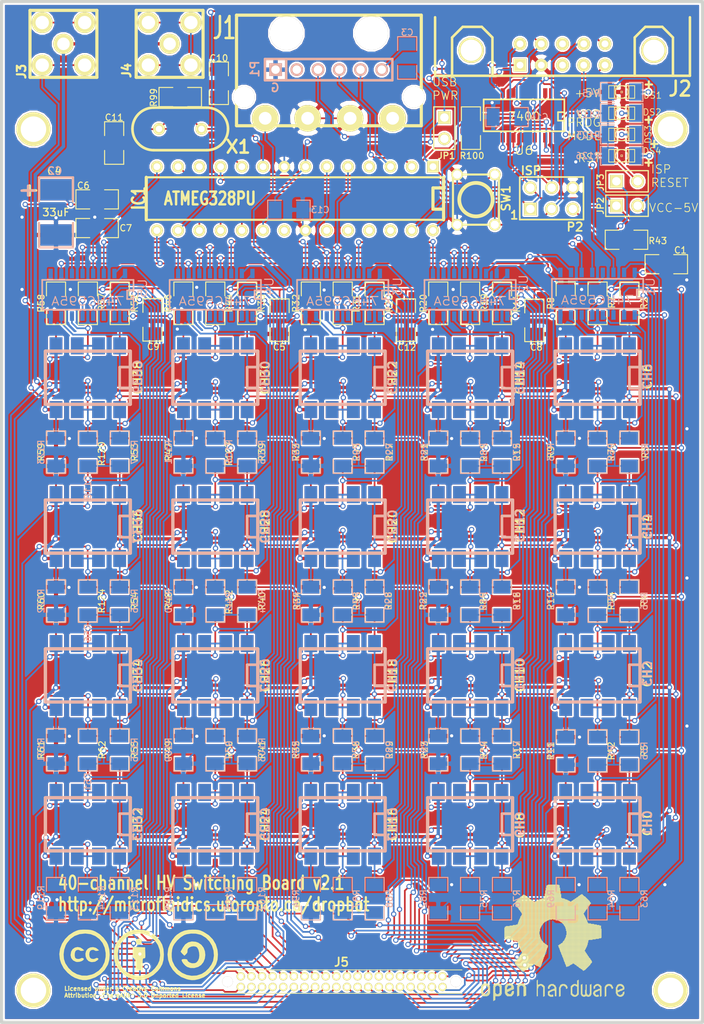
<source format=kicad_pcb>
(kicad_pcb (version 3) (host pcbnew "(2013-07-07 BZR 4022)-stable")
  (title_block (title "40-channel HV switching board") (rev 2.1) (company "Ryan Fobel"))
  (layers (15 Front signal) (0 Back signal) (18 B.Paste user) (19 F.Paste user) (20 B.SilkS user) (21 F.SilkS user) (22 B.Mask user) (23 F.Mask user) (28 Edge.Cuts user))
  (net 0 "")
  (net 1 +5V)
  (net 2 +5V_USB)
  (net 3 A4/SDA)
  (net 4 A5/SCL)
  (net 5 D10/SS)
  (net 6 D11/MOSI)
  (net 7 D12/MISO)
  (net 8 D13/SCK)
  (net 9 D3/S_SS)
  (net 10 D4/S_SCK)
  (net 11 D5/S_MOSI)
  (net 12 D7)
  (net 13 D8/OE)
  (net 14 D9/SRCLR)
  (net 15 GND)
  (net 16 HV)
  (net 17 HVGND)
  (net 18 HVOUT0)
  (net 19 HVOUT1)
  (net 20 HVOUT10)
  (net 21 HVOUT11)
  (net 22 HVOUT12)
  (net 23 HVOUT13)
  (net 24 HVOUT14)
  (net 25 HVOUT15)
  (net 26 HVOUT16)
  (net 27 HVOUT17)
  (net 28 HVOUT18)
  (net 29 HVOUT19)
  (net 30 HVOUT2)
  (net 31 HVOUT20)
  (net 32 HVOUT21)
  (net 33 HVOUT22)
  (net 34 HVOUT23)
  (net 35 HVOUT24)
  (net 36 HVOUT25)
  (net 37 HVOUT26)
  (net 38 HVOUT27)
  (net 39 HVOUT28)
  (net 40 HVOUT29)
  (net 41 HVOUT3)
  (net 42 HVOUT30)
  (net 43 HVOUT31)
  (net 44 HVOUT32)
  (net 45 HVOUT33)
  (net 46 HVOUT34)
  (net 47 HVOUT35)
  (net 48 HVOUT36)
  (net 49 HVOUT37)
  (net 50 HVOUT38)
  (net 51 HVOUT39)
  (net 52 HVOUT4)
  (net 53 HVOUT5)
  (net 54 HVOUT6)
  (net 55 HVOUT7)
  (net 56 HVOUT8)
  (net 57 HVOUT9)
  (net 58 N-00000115)
  (net 59 N-00000116)
  (net 60 N-00000127)
  (net 61 N-00000129)
  (net 62 N-00000130)
  (net 63 N-00000131)
  (net 64 N-00000132)
  (net 65 N-00000133)
  (net 66 N-00000134)
  (net 67 N-00000135)
  (net 68 N-00000136)
  (net 69 N-00000137)
  (net 70 N-00000138)
  (net 71 N-00000139)
  (net 72 N-00000140)
  (net 73 N-00000141)
  (net 74 N-00000142)
  (net 75 N-00000143)
  (net 76 N-00000144)
  (net 77 N-00000145)
  (net 78 N-00000146)
  (net 79 N-00000147)
  (net 80 N-00000148)
  (net 81 N-00000149)
  (net 82 N-00000150)
  (net 83 N-00000151)
  (net 84 N-00000152)
  (net 85 N-00000153)
  (net 86 N-00000154)
  (net 87 N-00000155)
  (net 88 N-00000156)
  (net 89 N-00000157)
  (net 90 N-00000158)
  (net 91 N-00000159)
  (net 92 N-0000016)
  (net 93 N-00000160)
  (net 94 N-00000161)
  (net 95 N-00000162)
  (net 96 N-00000163)
  (net 97 N-00000164)
  (net 98 N-00000165)
  (net 99 N-00000166)
  (net 100 N-00000167)
  (net 101 N-00000168)
  (net 102 N-00000169)
  (net 103 N-00000170)
  (net 104 N-00000171)
  (net 105 N-00000172)
  (net 106 N-00000173)
  (net 107 N-00000174)
  (net 108 N-00000175)
  (net 109 N-00000176)
  (net 110 N-00000177)
  (net 111 N-00000178)
  (net 112 N-00000179)
  (net 113 N-00000180)
  (net 114 N-00000181)
  (net 115 N-00000182)
  (net 116 N-00000183)
  (net 117 N-00000184)
  (net 118 N-00000185)
  (net 119 N-00000186)
  (net 120 N-00000187)
  (net 121 N-00000188)
  (net 122 N-00000189)
  (net 123 N-00000190)
  (net 124 N-00000191)
  (net 125 N-00000192)
  (net 126 N-00000193)
  (net 127 N-00000194)
  (net 128 N-00000195)
  (net 129 N-00000196)
  (net 130 N-00000197)
  (net 131 N-00000198)
  (net 132 N-00000199)
  (net 133 N-00000200)
  (net 134 N-00000201)
  (net 135 N-00000202)
  (net 136 N-00000203)
  (net 137 N-00000204)
  (net 138 N-00000205)
  (net 139 N-00000206)
  (net 140 N-00000207)
  (net 141 N-00000208)
  (net 142 N-0000036)
  (net 143 N-0000037)
  (net 144 N-0000038)
  (net 145 N-0000058)
  (net 146 N-0000059)
  (net 147 N-0000060)
  (net 148 N-0000061)
  (net 149 N-0000067)
  (net 150 N-0000068)
  (net 151 N-0000069)
  (net 152 N-0000073)
  (net 153 OUT0)
  (net 154 OUT1)
  (net 155 OUT10)
  (net 156 OUT11)
  (net 157 OUT12)
  (net 158 OUT13)
  (net 159 OUT14)
  (net 160 OUT15)
  (net 161 OUT16)
  (net 162 OUT17)
  (net 163 OUT18)
  (net 164 OUT19)
  (net 165 OUT2)
  (net 166 OUT20)
  (net 167 OUT21)
  (net 168 OUT22)
  (net 169 OUT23)
  (net 170 OUT24)
  (net 171 OUT25)
  (net 172 OUT26)
  (net 173 OUT27)
  (net 174 OUT28)
  (net 175 OUT29)
  (net 176 OUT3)
  (net 177 OUT30)
  (net 178 OUT31)
  (net 179 OUT32)
  (net 180 OUT33)
  (net 181 OUT34)
  (net 182 OUT35)
  (net 183 OUT36)
  (net 184 OUT37)
  (net 185 OUT38)
  (net 186 OUT39)
  (net 187 OUT4)
  (net 188 OUT5)
  (net 189 OUT6)
  (net 190 OUT7)
  (net 191 OUT8)
  (net 192 OUT9)
  (net 193 RST)
  (net 194 RX)
  (net 195 TX)
  (net 196 VCC)
  (module 1pin (layer Front) (at 20.32 30.48 270)
    (fp_text reference 1PIN hide)
    (fp_text value P*** hide)
    (pad 1 thru_hole circle (at 0 0 270) (size 4.064 4.064) (drill 3.048) (layers *.Cu *.Mask F.SilkS))
  )
  (module 1pin (layer Front) (at 20.32 133.35 270)
    (fp_text reference 1PIN hide)
    (fp_text value P*** hide)
    (pad 1 thru_hole circle (at 0 0 270) (size 4.064 4.064) (drill 3.048) (layers *.Cu *.Mask F.SilkS))
  )
  (module 1pin (layer Front) (at 96.52 133.35 270)
    (fp_text reference 1PIN hide)
    (fp_text value P*** hide)
    (pad 1 thru_hole circle (at 0 0 270) (size 4.064 4.064) (drill 3.048) (layers *.Cu *.Mask F.SilkS))
  )
  (module 1pin (layer Front) (at 96.52 30.48 270)
    (fp_text reference 1PIN hide)
    (fp_text value P*** hide)
    (pad 1 thru_hole circle (at 0 0 270) (size 4.064 4.064) (drill 3.048) (layers *.Cu *.Mask F.SilkS))
  )
  (module TFML-120-01-XXX-D-RA (layer Front) (at 57.18175 132.30225 180)
    (fp_text reference J5 (at 0.01905 2.33045 180) (layer F.SilkS) (effects (font (size 1.016 1.016) (thickness 0.2032))))
    (fp_text value CONN_40 hide)
    (pad "" thru_hole circle (at -13.6525 0 180) (size 1.27 1.27) (drill 1.27) (layers *.Cu *.Mask F.SilkS))
    (pad "" thru_hole circle (at 13.6525 0 180) (size 1.27 1.27) (drill 1.27) (layers *.Cu *.Mask F.SilkS))
    (pad 3 thru_hole circle (at -10.795 0.635 180) (size 1.00076 1.00076) (drill 0.635) (layers *.Cu *.Mask F.SilkS) (net 30 HVOUT2))
    (pad 1 thru_hole circle (at -12.065 0.635 180) (size 1.00076 1.00076) (drill 0.635) (layers *.Cu *.Mask F.SilkS) (net 18 HVOUT0))
    (pad 2 thru_hole circle (at -12.065 -0.635 180) (size 1.00076 1.00076) (drill 0.635) (layers *.Cu *.Mask F.SilkS) (net 19 HVOUT1))
    (pad 4 thru_hole circle (at -10.795 -0.635 180) (size 1.00076 1.00076) (drill 0.635) (layers *.Cu *.Mask F.SilkS) (net 41 HVOUT3))
    (pad 10 thru_hole circle (at -6.985 -0.635 180) (size 1.00076 1.00076) (drill 0.635) (layers *.Cu *.Mask F.SilkS) (net 57 HVOUT9))
    (pad 12 thru_hole circle (at -5.715 -0.635 180) (size 1.00076 1.00076) (drill 0.635) (layers *.Cu *.Mask F.SilkS) (net 21 HVOUT11))
    (pad 8 thru_hole circle (at -8.255 -0.635 180) (size 1.00076 1.00076) (drill 0.635) (layers *.Cu *.Mask F.SilkS) (net 55 HVOUT7))
    (pad 6 thru_hole circle (at -9.525 -0.635 180) (size 1.00076 1.00076) (drill 0.635) (layers *.Cu *.Mask F.SilkS) (net 53 HVOUT5))
    (pad 5 thru_hole circle (at -9.525 0.635 180) (size 1.00076 1.00076) (drill 0.635) (layers *.Cu *.Mask F.SilkS) (net 52 HVOUT4))
    (pad 7 thru_hole circle (at -8.255 0.635 180) (size 1.00076 1.00076) (drill 0.635) (layers *.Cu *.Mask F.SilkS) (net 54 HVOUT6))
    (pad 11 thru_hole circle (at -5.715 0.635 180) (size 1.00076 1.00076) (drill 0.635) (layers *.Cu *.Mask F.SilkS) (net 20 HVOUT10))
    (pad 9 thru_hole circle (at -6.985 0.635 180) (size 1.00076 1.00076) (drill 0.635) (layers *.Cu *.Mask F.SilkS) (net 56 HVOUT8))
    (pad 32 thru_hole circle (at 6.985 -0.635 180) (size 1.00076 1.00076) (drill 0.635) (layers *.Cu *.Mask F.SilkS) (net 43 HVOUT31))
    (pad 34 thru_hole circle (at 8.255 -0.635 180) (size 1.00076 1.00076) (drill 0.635) (layers *.Cu *.Mask F.SilkS) (net 45 HVOUT33))
    (pad 38 thru_hole circle (at 10.795 -0.635 180) (size 1.00076 1.00076) (drill 0.635) (layers *.Cu *.Mask F.SilkS) (net 49 HVOUT37))
    (pad 36 thru_hole circle (at 9.525 -0.635 180) (size 1.00076 1.00076) (drill 0.635) (layers *.Cu *.Mask F.SilkS) (net 47 HVOUT35))
    (pad 35 thru_hole circle (at 9.525 0.635 180) (size 1.00076 1.00076) (drill 0.635) (layers *.Cu *.Mask F.SilkS) (net 46 HVOUT34))
    (pad 37 thru_hole circle (at 10.795 0.635 180) (size 1.00076 1.00076) (drill 0.635) (layers *.Cu *.Mask F.SilkS) (net 48 HVOUT36))
    (pad 33 thru_hole circle (at 8.255 0.635 180) (size 1.00076 1.00076) (drill 0.635) (layers *.Cu *.Mask F.SilkS) (net 44 HVOUT32))
    (pad 31 thru_hole circle (at 6.985 0.635 180) (size 1.00076 1.00076) (drill 0.635) (layers *.Cu *.Mask F.SilkS) (net 42 HVOUT30))
    (pad 39 thru_hole circle (at 12.065 0.635 180) (size 1.00076 1.00076) (drill 0.635) (layers *.Cu *.Mask F.SilkS) (net 50 HVOUT38))
    (pad 40 thru_hole circle (at 12.065 -0.635 180) (size 1.00076 1.00076) (drill 0.635) (layers *.Cu *.Mask F.SilkS) (net 51 HVOUT39))
    (pad 30 thru_hole circle (at 5.715 -0.635 180) (size 1.00076 1.00076) (drill 0.635) (layers *.Cu *.Mask F.SilkS) (net 40 HVOUT29))
    (pad 29 thru_hole circle (at 5.715 0.635 180) (size 1.00076 1.00076) (drill 0.635) (layers *.Cu *.Mask F.SilkS) (net 39 HVOUT28))
    (pad 17 thru_hole circle (at -1.905 0.635 180) (size 1.00076 1.00076) (drill 0.635) (layers *.Cu *.Mask F.SilkS) (net 26 HVOUT16))
    (pad 19 thru_hole circle (at -0.635 0.635 180) (size 1.00076 1.00076) (drill 0.635) (layers *.Cu *.Mask F.SilkS) (net 28 HVOUT18))
    (pad 15 thru_hole circle (at -3.175 0.635 180) (size 1.00076 1.00076) (drill 0.635) (layers *.Cu *.Mask F.SilkS) (net 24 HVOUT14))
    (pad 13 thru_hole circle (at -4.445 0.635 180) (size 1.00076 1.00076) (drill 0.635) (layers *.Cu *.Mask F.SilkS) (net 22 HVOUT12))
    (pad 21 thru_hole circle (at 0.635 0.635 180) (size 1.00076 1.00076) (drill 0.635) (layers *.Cu *.Mask F.SilkS) (net 31 HVOUT20))
    (pad 23 thru_hole circle (at 1.905 0.635 180) (size 1.00076 1.00076) (drill 0.635) (layers *.Cu *.Mask F.SilkS) (net 33 HVOUT22))
    (pad 27 thru_hole circle (at 4.445 0.635 180) (size 1.00076 1.00076) (drill 0.635) (layers *.Cu *.Mask F.SilkS) (net 37 HVOUT26))
    (pad 25 thru_hole circle (at 3.175 0.635 180) (size 1.00076 1.00076) (drill 0.635) (layers *.Cu *.Mask F.SilkS) (net 35 HVOUT24))
    (pad 26 thru_hole circle (at 3.175 -0.635 180) (size 1.00076 1.00076) (drill 0.635) (layers *.Cu *.Mask F.SilkS) (net 36 HVOUT25))
    (pad 28 thru_hole circle (at 4.445 -0.635 180) (size 1.00076 1.00076) (drill 0.635) (layers *.Cu *.Mask F.SilkS) (net 38 HVOUT27))
    (pad 24 thru_hole circle (at 1.905 -0.635 180) (size 1.00076 1.00076) (drill 0.635) (layers *.Cu *.Mask F.SilkS) (net 34 HVOUT23))
    (pad 22 thru_hole circle (at 0.635 -0.635 180) (size 1.00076 1.00076) (drill 0.635) (layers *.Cu *.Mask F.SilkS) (net 32 HVOUT21))
    (pad 14 thru_hole circle (at -4.445 -0.635 180) (size 1.00076 1.00076) (drill 0.635) (layers *.Cu *.Mask F.SilkS) (net 23 HVOUT13))
    (pad 16 thru_hole circle (at -3.175 -0.635 180) (size 1.00076 1.00076) (drill 0.635) (layers *.Cu *.Mask F.SilkS) (net 25 HVOUT15))
    (pad 20 thru_hole circle (at -0.635 -0.635 180) (size 1.00076 1.00076) (drill 0.635) (layers *.Cu *.Mask F.SilkS) (net 29 HVOUT19))
    (pad 18 thru_hole circle (at -1.905 -0.635 180) (size 1.00076 1.00076) (drill 0.635) (layers *.Cu *.Mask F.SilkS) (net 27 HVOUT17))
  )
  (module HE10-10C (layer Front) (at 83.59775 21.55825 180)
    (fp_text reference J2 (at -14.06525 -4.09575 180) (layer F.SilkS) (effects (font (size 1.77546 1.5875) (thickness 0.3048))))
    (fp_text value CONN_10 hide)
    (pad 0 thru_hole circle (at -10.922 0.508 180) (size 3.048 3.048) (drill 2.54) (layers *.Cu *.Mask F.SilkS))
    (pad 0 thru_hole circle (at 10.922 0.508 180) (size 3.048 3.048) (drill 2.54) (layers *.Cu *.Mask F.SilkS))
    (pad 1 thru_hole rect (at 5.08 -1.27 180) (size 1.524 1.524) (drill 0.8128) (layers *.Cu *.Mask F.SilkS) (net 3 A4/SDA))
    (pad 2 thru_hole circle (at 5.08 1.27 180) (size 1.524 1.524) (drill 0.8128) (layers *.Cu *.Mask F.SilkS) (net 196 VCC))
    (pad 3 thru_hole circle (at 2.54 -1.27 180) (size 1.524 1.524) (drill 0.8128) (layers *.Cu *.Mask F.SilkS) (net 15 GND))
    (pad 4 thru_hole circle (at 2.54 1.27 180) (size 1.524 1.524) (drill 0.8128) (layers *.Cu *.Mask F.SilkS) (net 4 A5/SCL))
    (pad 5 thru_hole circle (at 0 -1.27 180) (size 1.524 1.524) (drill 0.8128) (layers *.Cu *.Mask F.SilkS))
    (pad 6 thru_hole circle (at 0 1.27 180) (size 1.524 1.524) (drill 0.8128) (layers *.Cu *.Mask F.SilkS))
    (pad 7 thru_hole circle (at -2.54 -1.27 180) (size 1.524 1.524) (drill 0.8128) (layers *.Cu *.Mask F.SilkS) (net 8 D13/SCK))
    (pad 8 thru_hole circle (at -2.54 1.27 180) (size 1.524 1.524) (drill 0.8128) (layers *.Cu *.Mask F.SilkS) (net 6 D11/MOSI))
    (pad 9 thru_hole circle (at -5.08 -1.27 180) (size 1.524 1.524) (drill 0.8128) (layers *.Cu *.Mask F.SilkS) (net 7 D12/MISO))
    (pad 10 thru_hole circle (at -5.08 1.27 180) (size 1.524 1.524) (drill 0.8128) (layers *.Cu *.Mask F.SilkS) (net 5 D10/SS))
  )
  (module SM1206 (layer Front) (at 26.82875 51.27625 270)
    (fp_text reference R57 (at -0.127 -1.651 270) (layer F.SilkS) (effects (font (size 0.762 0.762) (thickness 0.127))))
    (fp_text value 4.75k hide)
    (pad 1 smd rect (at -1.651 0 270) (size 1.524 2.032) (layers Front F.Paste F.Mask) (net 1 +5V))
    (pad 2 smd rect (at 1.651 0 270) (size 1.524 2.032) (layers Front F.Paste F.Mask) (net 185 OUT38))
  )
  (module SM1206 (layer Front) (at 30.63875 69.05625 90)
    (fp_text reference R53 (at 0 1.778 90) (layer F.SilkS) (effects (font (size 0.762 0.762) (thickness 0.127))))
    (fp_text value 375 hide)
    (pad 1 smd rect (at -1.651 0 90) (size 1.524 2.032) (layers Front F.Paste F.Mask) (net 88 N-00000156))
    (pad 2 smd rect (at 1.651 0 90) (size 1.524 2.032) (layers Front F.Paste F.Mask) (net 1 +5V))
  )
  (module SM1206 (layer Back) (at 26.82875 86.83625 90)
    (fp_text reference R56 (at -3.81 0 90) (layer B.SilkS) (effects (font (size 0.762 0.762) (thickness 0.127)) (justify mirror)))
    (fp_text value 4.75k hide)
    (pad 1 smd rect (at -1.651 0 90) (size 1.524 2.032) (layers Back B.Paste B.Mask) (net 1 +5V))
    (pad 2 smd rect (at 1.651 0 90) (size 1.524 2.032) (layers Back B.Paste B.Mask) (net 184 OUT37))
  )
  (module SM1206 (layer Front) (at 26.82875 104.61625 270)
    (fp_text reference R62 (at 0 -1.7145 270) (layer F.SilkS) (effects (font (size 0.762 0.762) (thickness 0.127))))
    (fp_text value 4.75k hide)
    (pad 1 smd rect (at -1.651 0 270) (size 1.524 2.032) (layers Front F.Paste F.Mask) (net 1 +5V))
    (pad 2 smd rect (at 1.651 0 270) (size 1.524 2.032) (layers Front F.Paste F.Mask) (net 179 OUT32))
  )
  (module SM1206 (layer Front) (at 23.01875 104.61625 270)
    (fp_text reference R61 (at 0 1.778 270) (layer F.SilkS) (effects (font (size 0.762 0.762) (thickness 0.127))))
    (fp_text value 375 hide)
    (pad 1 smd rect (at -1.651 0 270) (size 1.524 2.032) (layers Front F.Paste F.Mask) (net 15 GND))
    (pad 2 smd rect (at 1.651 0 270) (size 1.524 2.032) (layers Front F.Paste F.Mask) (net 69 N-00000137))
  )
  (module SM1206 (layer Back) (at 91.59875 122.39625 270)
    (fp_text reference R63 (at 0 -1.778 270) (layer B.SilkS) (effects (font (size 0.762 0.762) (thickness 0.127)) (justify mirror)))
    (fp_text value 375 hide)
    (pad 1 smd rect (at -1.651 0 270) (size 1.524 2.032) (layers Back B.Paste B.Mask) (net 126 N-00000193))
    (pad 2 smd rect (at 1.651 0 270) (size 1.524 2.032) (layers Back B.Paste B.Mask) (net 1 +5V))
  )
  (module SM1206 (layer Back) (at 87.78875 122.39625 90)
    (fp_text reference R64 (at 0 1.651 90) (layer B.SilkS) (effects (font (size 0.762 0.762) (thickness 0.127)) (justify mirror)))
    (fp_text value 4.75k hide)
    (pad 1 smd rect (at -1.651 0 90) (size 1.524 2.032) (layers Back B.Paste B.Mask) (net 1 +5V))
    (pad 2 smd rect (at 1.651 0 90) (size 1.524 2.032) (layers Back B.Paste B.Mask) (net 154 OUT1))
  )
  (module SM1206 (layer Back) (at 83.97875 69.05625 90)
    (fp_text reference R73 (at 0 -1.778 90) (layer B.SilkS) (effects (font (size 0.762 0.762) (thickness 0.127)) (justify mirror)))
    (fp_text value 375 hide)
    (pad 1 smd rect (at -1.651 0 90) (size 1.524 2.032) (layers Back B.Paste B.Mask) (net 15 GND))
    (pad 2 smd rect (at 1.651 0 90) (size 1.524 2.032) (layers Back B.Paste B.Mask) (net 123 N-00000190))
  )
  (module SM1206 (layer Back) (at 68.73875 104.61625 90)
    (fp_text reference R83 (at 0 -1.651 90) (layer B.SilkS) (effects (font (size 0.762 0.762) (thickness 0.127)) (justify mirror)))
    (fp_text value 375 hide)
    (pad 1 smd rect (at -1.651 0 90) (size 1.524 2.032) (layers Back B.Paste B.Mask) (net 15 GND))
    (pad 2 smd rect (at 1.651 0 90) (size 1.524 2.032) (layers Back B.Paste B.Mask) (net 112 N-00000179))
  )
  (module SM1206 (layer Back) (at 76.35875 69.05625 270)
    (fp_text reference R79 (at 0 -1.778 270) (layer B.SilkS) (effects (font (size 0.762 0.762) (thickness 0.127)) (justify mirror)))
    (fp_text value 375 hide)
    (pad 1 smd rect (at -1.651 0 270) (size 1.524 2.032) (layers Back B.Paste B.Mask) (net 115 N-00000182))
    (pad 2 smd rect (at 1.651 0 270) (size 1.524 2.032) (layers Back B.Paste B.Mask) (net 1 +5V))
  )
  (module SM1206 (layer Back) (at 76.35875 86.83625 270)
    (fp_text reference R78 (at 0 -1.778 270) (layer B.SilkS) (effects (font (size 0.762 0.762) (thickness 0.127)) (justify mirror)))
    (fp_text value 375 hide)
    (pad 1 smd rect (at -1.651 0 270) (size 1.524 2.032) (layers Back B.Paste B.Mask) (net 109 N-00000176))
    (pad 2 smd rect (at 1.651 0 270) (size 1.524 2.032) (layers Back B.Paste B.Mask) (net 1 +5V))
  )
  (module SM1206 (layer Back) (at 68.73875 122.39625 90)
    (fp_text reference R82 (at 0 -1.778 90) (layer B.SilkS) (effects (font (size 0.762 0.762) (thickness 0.127)) (justify mirror)))
    (fp_text value 375 hide)
    (pad 1 smd rect (at -1.651 0 90) (size 1.524 2.032) (layers Back B.Paste B.Mask) (net 15 GND))
    (pad 2 smd rect (at 1.651 0 90) (size 1.524 2.032) (layers Back B.Paste B.Mask) (net 136 N-00000203))
  )
  (module SM1206 (layer Back) (at 61.11875 69.05625 270)
    (fp_text reference R91 (at 0 -1.778 270) (layer B.SilkS) (effects (font (size 0.762 0.762) (thickness 0.127)) (justify mirror)))
    (fp_text value 375 hide)
    (pad 1 smd rect (at -1.651 0 270) (size 1.524 2.032) (layers Back B.Paste B.Mask) (net 64 N-00000132))
    (pad 2 smd rect (at 1.651 0 270) (size 1.524 2.032) (layers Back B.Paste B.Mask) (net 1 +5V))
  )
  (module SM1206 (layer Back) (at 61.11875 104.61625 270)
    (fp_text reference R89 (at 0 -1.778 270) (layer B.SilkS) (effects (font (size 0.762 0.762) (thickness 0.127)) (justify mirror)))
    (fp_text value 375 hide)
    (pad 1 smd rect (at -1.651 0 270) (size 1.524 2.032) (layers Back B.Paste B.Mask) (net 135 N-00000202))
    (pad 2 smd rect (at 1.651 0 270) (size 1.524 2.032) (layers Back B.Paste B.Mask) (net 1 +5V))
  )
  (module SM1206 (layer Back) (at 61.11875 86.83625 270)
    (fp_text reference R90 (at 0 -1.651 270) (layer B.SilkS) (effects (font (size 0.762 0.762) (thickness 0.127)) (justify mirror)))
    (fp_text value 375 hide)
    (pad 1 smd rect (at -1.651 0 270) (size 1.524 2.032) (layers Back B.Paste B.Mask) (net 85 N-00000153))
    (pad 2 smd rect (at 1.651 0 270) (size 1.524 2.032) (layers Back B.Paste B.Mask) (net 1 +5V))
  )
  (module SM1206 (layer Back) (at 57.30875 69.05625 90)
    (fp_text reference R92 (at 0 1.651 90) (layer B.SilkS) (effects (font (size 0.762 0.762) (thickness 0.127)) (justify mirror)))
    (fp_text value 4.75k hide)
    (pad 1 smd rect (at -1.651 0 90) (size 1.524 2.032) (layers Back B.Paste B.Mask) (net 1 +5V))
    (pad 2 smd rect (at 1.651 0 90) (size 1.524 2.032) (layers Back B.Paste B.Mask) (net 169 OUT23))
  )
  (module SM1206 (layer Front) (at 45.87875 69.05625 90)
    (fp_text reference R39 (at 0 1.778 90) (layer F.SilkS) (effects (font (size 0.762 0.762) (thickness 0.127))))
    (fp_text value 375 hide)
    (pad 1 smd rect (at -1.651 0 90) (size 1.524 2.032) (layers Front F.Paste F.Mask) (net 100 N-00000167))
    (pad 2 smd rect (at 1.651 0 90) (size 1.524 2.032) (layers Front F.Paste F.Mask) (net 1 +5V))
  )
  (module SM1206 (layer Front) (at 45.87875 86.83625 90)
    (fp_text reference R40 (at 0 1.778 90) (layer F.SilkS) (effects (font (size 0.762 0.762) (thickness 0.127))))
    (fp_text value 375 hide)
    (pad 1 smd rect (at -1.651 0 90) (size 1.524 2.032) (layers Front F.Paste F.Mask) (net 63 N-00000131))
    (pad 2 smd rect (at 1.651 0 90) (size 1.524 2.032) (layers Front F.Paste F.Mask) (net 1 +5V))
  )
  (module SM1206 (layer Front) (at 38.25875 104.61625 270)
    (fp_text reference R49 (at 0 1.778 270) (layer F.SilkS) (effects (font (size 0.762 0.762) (thickness 0.127))))
    (fp_text value 375 hide)
    (pad 1 smd rect (at -1.651 0 270) (size 1.524 2.032) (layers Front F.Paste F.Mask) (net 15 GND))
    (pad 2 smd rect (at 1.651 0 270) (size 1.524 2.032) (layers Front F.Paste F.Mask) (net 78 N-00000146))
  )
  (module SM1206 (layer Front) (at 23.01875 69.05625 270)
    (fp_text reference R59 (at 0 1.778 270) (layer F.SilkS) (effects (font (size 0.762 0.762) (thickness 0.127))))
    (fp_text value 375 hide)
    (pad 1 smd rect (at -1.651 0 270) (size 1.524 2.032) (layers Front F.Paste F.Mask) (net 15 GND))
    (pad 2 smd rect (at 1.651 0 270) (size 1.524 2.032) (layers Front F.Paste F.Mask) (net 89 N-00000157))
  )
  (module SM1206 (layer Front) (at 30.63875 104.61625 90)
    (fp_text reference R55 (at 0 1.778 90) (layer F.SilkS) (effects (font (size 0.762 0.762) (thickness 0.127))))
    (fp_text value 375 hide)
    (pad 1 smd rect (at -1.651 0 90) (size 1.524 2.032) (layers Front F.Paste F.Mask) (net 75 N-00000143))
    (pad 2 smd rect (at 1.651 0 90) (size 1.524 2.032) (layers Front F.Paste F.Mask) (net 1 +5V))
  )
  (module SM1206 (layer Front) (at 30.63875 86.83625 90)
    (fp_text reference R54 (at 0 1.778 90) (layer F.SilkS) (effects (font (size 0.762 0.762) (thickness 0.127))))
    (fp_text value 375 hide)
    (pad 1 smd rect (at -1.651 0 90) (size 1.524 2.032) (layers Front F.Paste F.Mask) (net 76 N-00000144))
    (pad 2 smd rect (at 1.651 0 90) (size 1.524 2.032) (layers Front F.Paste F.Mask) (net 1 +5V))
  )
  (module SM1206 (layer Front) (at 23.01875 51.27625 270)
    (fp_text reference R58 (at 0 1.778 270) (layer F.SilkS) (effects (font (size 0.762 0.762) (thickness 0.127))))
    (fp_text value 375 hide)
    (pad 1 smd rect (at -1.651 0 270) (size 1.524 2.032) (layers Front F.Paste F.Mask) (net 15 GND))
    (pad 2 smd rect (at 1.651 0 270) (size 1.524 2.032) (layers Front F.Paste F.Mask) (net 93 N-00000160))
  )
  (module SM1206 (layer Back) (at 91.59875 69.05625 270)
    (fp_text reference R67 (at 0 -1.905 270) (layer B.SilkS) (effects (font (size 0.762 0.762) (thickness 0.127)) (justify mirror)))
    (fp_text value 375 hide)
    (pad 1 smd rect (at -1.651 0 270) (size 1.524 2.032) (layers Back B.Paste B.Mask) (net 103 N-00000170))
    (pad 2 smd rect (at 1.651 0 270) (size 1.524 2.032) (layers Back B.Paste B.Mask) (net 1 +5V))
  )
  (module SM1206 (layer Back) (at 91.59875 104.74325 270)
    (fp_text reference R65 (at 0 -1.778 270) (layer B.SilkS) (effects (font (size 0.762 0.762) (thickness 0.127)) (justify mirror)))
    (fp_text value 375 hide)
    (pad 1 smd rect (at -1.651 0 270) (size 1.524 2.032) (layers Back B.Paste B.Mask) (net 105 N-00000172))
    (pad 2 smd rect (at 1.651 0 270) (size 1.524 2.032) (layers Back B.Paste B.Mask) (net 1 +5V))
  )
  (module SM1206 (layer Back) (at 91.59875 86.83625 270)
    (fp_text reference R66 (at 0 -1.778 270) (layer B.SilkS) (effects (font (size 0.762 0.762) (thickness 0.127)) (justify mirror)))
    (fp_text value 375 hide)
    (pad 1 smd rect (at -1.651 0 270) (size 1.524 2.032) (layers Back B.Paste B.Mask) (net 102 N-00000169))
    (pad 2 smd rect (at 1.651 0 270) (size 1.524 2.032) (layers Back B.Paste B.Mask) (net 1 +5V))
  )
  (module SM1206 (layer Back) (at 87.78875 69.05625 90)
    (fp_text reference R68 (at 0 1.651 90) (layer B.SilkS) (effects (font (size 0.762 0.762) (thickness 0.127)) (justify mirror)))
    (fp_text value 4.75k hide)
    (pad 1 smd rect (at -1.651 0 90) (size 1.524 2.032) (layers Back B.Paste B.Mask) (net 1 +5V))
    (pad 2 smd rect (at 1.651 0 90) (size 1.524 2.032) (layers Back B.Paste B.Mask) (net 190 OUT7))
  )
  (module SM1206 (layer Back) (at 72.54875 122.39625 90)
    (fp_text reference R75 (at 0 1.651 90) (layer B.SilkS) (effects (font (size 0.762 0.762) (thickness 0.127)) (justify mirror)))
    (fp_text value 4.75k hide)
    (pad 1 smd rect (at -1.651 0 90) (size 1.524 2.032) (layers Back B.Paste B.Mask) (net 1 +5V))
    (pad 2 smd rect (at 1.651 0 90) (size 1.524 2.032) (layers Back B.Paste B.Mask) (net 192 OUT9))
  )
  (module SM1206 (layer Back) (at 83.97875 104.74325 90)
    (fp_text reference R71 (at 0 -1.778 90) (layer B.SilkS) (effects (font (size 0.762 0.762) (thickness 0.127)) (justify mirror)))
    (fp_text value 375 hide)
    (pad 1 smd rect (at -1.651 0 90) (size 1.524 2.032) (layers Back B.Paste B.Mask) (net 15 GND))
    (pad 2 smd rect (at 1.651 0 90) (size 1.524 2.032) (layers Back B.Paste B.Mask) (net 119 N-00000186))
  )
  (module SM1206 (layer Back) (at 83.97875 86.83625 90)
    (fp_text reference R72 (at 0 -1.778 90) (layer B.SilkS) (effects (font (size 0.762 0.762) (thickness 0.127)) (justify mirror)))
    (fp_text value 375 hide)
    (pad 1 smd rect (at -1.651 0 90) (size 1.524 2.032) (layers Back B.Paste B.Mask) (net 15 GND))
    (pad 2 smd rect (at 1.651 0 90) (size 1.524 2.032) (layers Back B.Paste B.Mask) (net 118 N-00000185))
  )
  (module SM1206 (layer Back) (at 76.35875 122.39625 270)
    (fp_text reference R76 (at 0 -1.778 270) (layer B.SilkS) (effects (font (size 0.762 0.762) (thickness 0.127)) (justify mirror)))
    (fp_text value 375 hide)
    (pad 1 smd rect (at -1.651 0 270) (size 1.524 2.032) (layers Back B.Paste B.Mask) (net 138 N-00000205))
    (pad 2 smd rect (at 1.651 0 270) (size 1.524 2.032) (layers Back B.Paste B.Mask) (net 1 +5V))
  )
  (module SM1206 (layer Front) (at 87.78875 86.83625 270)
    (fp_text reference R74 (at 0 -1.651 270) (layer F.SilkS) (effects (font (size 0.762 0.762) (thickness 0.127))))
    (fp_text value 4.75k hide)
    (pad 1 smd rect (at -1.651 0 270) (size 1.524 2.032) (layers Front F.Paste F.Mask) (net 1 +5V))
    (pad 2 smd rect (at 1.651 0 270) (size 1.524 2.032) (layers Front F.Paste F.Mask) (net 165 OUT2))
  )
  (module SM1206 (layer Front) (at 87.78875 69.05625 270)
    (fp_text reference R70 (at 0 -1.651 270) (layer F.SilkS) (effects (font (size 0.762 0.762) (thickness 0.127))))
    (fp_text value 4.75k hide)
    (pad 1 smd rect (at -1.651 0 270) (size 1.524 2.032) (layers Front F.Paste F.Mask) (net 1 +5V))
    (pad 2 smd rect (at 1.651 0 270) (size 1.524 2.032) (layers Front F.Paste F.Mask) (net 187 OUT4))
  )
  (module SM1206 (layer Back) (at 83.97875 122.39625 90)
    (fp_text reference R69 (at 0 -1.778 90) (layer B.SilkS) (effects (font (size 0.762 0.762) (thickness 0.127)) (justify mirror)))
    (fp_text value 375 hide)
    (pad 1 smd rect (at -1.651 0 90) (size 1.524 2.032) (layers Back B.Paste B.Mask) (net 15 GND))
    (pad 2 smd rect (at 1.651 0 90) (size 1.524 2.032) (layers Back B.Paste B.Mask) (net 125 N-00000192))
  )
  (module SM1206 (layer Front) (at 23.01875 86.83625 270)
    (fp_text reference R60 (at 0 1.778 270) (layer F.SilkS) (effects (font (size 0.762 0.762) (thickness 0.127))))
    (fp_text value 375 hide)
    (pad 1 smd rect (at -1.651 0 270) (size 1.524 2.032) (layers Front F.Paste F.Mask) (net 15 GND))
    (pad 2 smd rect (at 1.651 0 270) (size 1.524 2.032) (layers Front F.Paste F.Mask) (net 72 N-00000140))
  )
  (module SM1206 (layer Back) (at 30.63875 122.39625 270)
    (fp_text reference R113 (at 0 -1.778 270) (layer B.SilkS) (effects (font (size 0.762 0.762) (thickness 0.127)) (justify mirror)))
    (fp_text value 375 hide)
    (pad 1 smd rect (at -1.651 0 270) (size 1.524 2.032) (layers Back B.Paste B.Mask) (net 68 N-00000136))
    (pad 2 smd rect (at 1.651 0 270) (size 1.524 2.032) (layers Back B.Paste B.Mask) (net 1 +5V))
  )
  (module SM1206 (layer Back) (at 26.82875 122.39625 90)
    (fp_text reference R114 (at 0.127 1.651 90) (layer B.SilkS) (effects (font (size 0.762 0.762) (thickness 0.127)) (justify mirror)))
    (fp_text value 4.75k hide)
    (pad 1 smd rect (at -1.651 0 90) (size 1.524 2.032) (layers Back B.Paste B.Mask) (net 1 +5V))
    (pad 2 smd rect (at 1.651 0 90) (size 1.524 2.032) (layers Back B.Paste B.Mask) (net 180 OUT33))
  )
  (module SM1206 (layer Back) (at 30.63875 86.83625 270)
    (fp_text reference R116 (at 0 -1.778 270) (layer B.SilkS) (effects (font (size 0.762 0.762) (thickness 0.127)) (justify mirror)))
    (fp_text value 375 hide)
    (pad 1 smd rect (at -1.651 0 270) (size 1.524 2.032) (layers Back B.Paste B.Mask) (net 95 N-00000162))
    (pad 2 smd rect (at 1.651 0 270) (size 1.524 2.032) (layers Back B.Paste B.Mask) (net 1 +5V))
  )
  (module SM1206 (layer Back) (at 23.01875 69.05625 90)
    (fp_text reference R123 (at 0 -1.778 90) (layer B.SilkS) (effects (font (size 0.762 0.762) (thickness 0.127)) (justify mirror)))
    (fp_text value 375 hide)
    (pad 1 smd rect (at -1.651 0 90) (size 1.524 2.032) (layers Back B.Paste B.Mask) (net 15 GND))
    (pad 2 smd rect (at 1.651 0 90) (size 1.524 2.032) (layers Back B.Paste B.Mask) (net 91 N-00000159))
  )
  (module SM1206 (layer Back) (at 23.01875 122.39625 90)
    (fp_text reference R119 (at 0.127 -1.778 90) (layer B.SilkS) (effects (font (size 0.762 0.762) (thickness 0.127)) (justify mirror)))
    (fp_text value 375 hide)
    (pad 1 smd rect (at -1.651 0 90) (size 1.524 2.032) (layers Back B.Paste B.Mask) (net 15 GND))
    (pad 2 smd rect (at 1.651 0 90) (size 1.524 2.032) (layers Back B.Paste B.Mask) (net 67 N-00000135))
  )
  (module SM1206 (layer Front) (at 26.82875 69.05625 270)
    (fp_text reference R120 (at 0.1905 -1.651 270) (layer F.SilkS) (effects (font (size 0.762 0.762) (thickness 0.127))))
    (fp_text value 4.75k hide)
    (pad 1 smd rect (at -1.651 0 270) (size 1.524 2.032) (layers Front F.Paste F.Mask) (net 1 +5V))
    (pad 2 smd rect (at 1.651 0 270) (size 1.524 2.032) (layers Front F.Paste F.Mask) (net 183 OUT36))
  )
  (module SM1206 (layer Front) (at 26.82875 86.83625 270)
    (fp_text reference R124 (at 0 -1.651 270) (layer F.SilkS) (effects (font (size 0.762 0.762) (thickness 0.127))))
    (fp_text value 4.75k hide)
    (pad 1 smd rect (at -1.651 0 270) (size 1.524 2.032) (layers Front F.Paste F.Mask) (net 1 +5V))
    (pad 2 smd rect (at 1.651 0 270) (size 1.524 2.032) (layers Front F.Paste F.Mask) (net 181 OUT34))
  )
  (module SM1206 (layer Back) (at 23.01875 86.83625 90)
    (fp_text reference R122 (at 0 -1.778 90) (layer B.SilkS) (effects (font (size 0.762 0.762) (thickness 0.127)) (justify mirror)))
    (fp_text value 375 hide)
    (pad 1 smd rect (at -1.651 0 90) (size 1.524 2.032) (layers Back B.Paste B.Mask) (net 15 GND))
    (pad 2 smd rect (at 1.651 0 90) (size 1.524 2.032) (layers Back B.Paste B.Mask) (net 90 N-00000158))
  )
  (module SM1206 (layer Back) (at 26.82875 69.05625 90)
    (fp_text reference R118 (at -4.191 0 90) (layer B.SilkS) (effects (font (size 0.762 0.762) (thickness 0.127)) (justify mirror)))
    (fp_text value 4.75k hide)
    (pad 1 smd rect (at -1.651 0 90) (size 1.524 2.032) (layers Back B.Paste B.Mask) (net 1 +5V))
    (pad 2 smd rect (at 1.651 0 90) (size 1.524 2.032) (layers Back B.Paste B.Mask) (net 186 OUT39))
  )
  (module SM1206 (layer Back) (at 30.63875 69.05625 270)
    (fp_text reference R117 (at 0 -1.778 270) (layer B.SilkS) (effects (font (size 0.762 0.762) (thickness 0.127)) (justify mirror)))
    (fp_text value 375 hide)
    (pad 1 smd rect (at -1.651 0 270) (size 1.524 2.032) (layers Back B.Paste B.Mask) (net 96 N-00000163))
    (pad 2 smd rect (at 1.651 0 270) (size 1.524 2.032) (layers Back B.Paste B.Mask) (net 1 +5V))
  )
  (module SM1206 (layer Back) (at 38.25875 122.39625 90)
    (fp_text reference R108 (at 0 -1.778 90) (layer B.SilkS) (effects (font (size 0.762 0.762) (thickness 0.127)) (justify mirror)))
    (fp_text value 375 hide)
    (pad 1 smd rect (at -1.651 0 90) (size 1.524 2.032) (layers Back B.Paste B.Mask) (net 15 GND))
    (pad 2 smd rect (at 1.651 0 90) (size 1.524 2.032) (layers Back B.Paste B.Mask) (net 77 N-00000145))
  )
  (module SM1206 (layer Back) (at 45.87875 69.05625 270)
    (fp_text reference R105 (at 0 -1.778 270) (layer B.SilkS) (effects (font (size 0.762 0.762) (thickness 0.127)) (justify mirror)))
    (fp_text value 375 hide)
    (pad 1 smd rect (at -1.651 0 270) (size 1.524 2.032) (layers Back B.Paste B.Mask) (net 101 N-00000168))
    (pad 2 smd rect (at 1.651 0 270) (size 1.524 2.032) (layers Back B.Paste B.Mask) (net 1 +5V))
  )
  (module SM1206 (layer Back) (at 42.06875 122.39625 90)
    (fp_text reference R101 (at 0 1.651 90) (layer B.SilkS) (effects (font (size 0.762 0.762) (thickness 0.127)) (justify mirror)))
    (fp_text value 4.75k hide)
    (pad 1 smd rect (at -1.651 0 90) (size 1.524 2.032) (layers Back B.Paste B.Mask) (net 1 +5V))
    (pad 2 smd rect (at 1.651 0 90) (size 1.524 2.032) (layers Back B.Paste B.Mask) (net 171 OUT25))
  )
  (module SM1206 (layer Back) (at 45.87875 86.83625 270)
    (fp_text reference R104 (at 0 -1.778 270) (layer B.SilkS) (effects (font (size 0.762 0.762) (thickness 0.127)) (justify mirror)))
    (fp_text value 375 hide)
    (pad 1 smd rect (at -1.651 0 270) (size 1.524 2.032) (layers Back B.Paste B.Mask) (net 97 N-00000164))
    (pad 2 smd rect (at 1.651 0 270) (size 1.524 2.032) (layers Back B.Paste B.Mask) (net 1 +5V))
  )
  (module SM1206 (layer Back) (at 38.25875 86.83625 90)
    (fp_text reference R110 (at 0 -1.778 90) (layer B.SilkS) (effects (font (size 0.762 0.762) (thickness 0.127)) (justify mirror)))
    (fp_text value 375 hide)
    (pad 1 smd rect (at -1.651 0 90) (size 1.524 2.032) (layers Back B.Paste B.Mask) (net 15 GND))
    (pad 2 smd rect (at 1.651 0 90) (size 1.524 2.032) (layers Back B.Paste B.Mask) (net 98 N-00000165))
  )
  (module SM1206 (layer Back) (at 38.25875 104.61625 90)
    (fp_text reference R109 (at 0 -1.778 90) (layer B.SilkS) (effects (font (size 0.762 0.762) (thickness 0.127)) (justify mirror)))
    (fp_text value 375 hide)
    (pad 1 smd rect (at -1.651 0 90) (size 1.524 2.032) (layers Back B.Paste B.Mask) (net 15 GND))
    (pad 2 smd rect (at 1.651 0 90) (size 1.524 2.032) (layers Back B.Paste B.Mask) (net 82 N-00000150))
  )
  (module SM1206 (layer Back) (at 38.25875 69.05625 90)
    (fp_text reference R111 (at 0 -1.778 90) (layer B.SilkS) (effects (font (size 0.762 0.762) (thickness 0.127)) (justify mirror)))
    (fp_text value 375 hide)
    (pad 1 smd rect (at -1.651 0 90) (size 1.524 2.032) (layers Back B.Paste B.Mask) (net 15 GND))
    (pad 2 smd rect (at 1.651 0 90) (size 1.524 2.032) (layers Back B.Paste B.Mask) (net 71 N-00000139))
  )
  (module SM1206 (layer Front) (at 42.06875 86.83625 270)
    (fp_text reference R112 (at 0.127 -1.651 270) (layer F.SilkS) (effects (font (size 0.762 0.762) (thickness 0.127))))
    (fp_text value 4.75k hide)
    (pad 1 smd rect (at -1.651 0 270) (size 1.524 2.032) (layers Front F.Paste F.Mask) (net 1 +5V))
    (pad 2 smd rect (at 1.651 0 270) (size 1.524 2.032) (layers Front F.Paste F.Mask) (net 172 OUT26))
  )
  (module SM1206 (layer Back) (at 23.01875 104.61625 90)
    (fp_text reference R121 (at 0 -1.778 90) (layer B.SilkS) (effects (font (size 0.762 0.762) (thickness 0.127)) (justify mirror)))
    (fp_text value 375 hide)
    (pad 1 smd rect (at -1.651 0 90) (size 1.524 2.032) (layers Back B.Paste B.Mask) (net 15 GND))
    (pad 2 smd rect (at 1.651 0 90) (size 1.524 2.032) (layers Back B.Paste B.Mask) (net 73 N-00000141))
  )
  (module SM1206 (layer Back) (at 53.49875 104.61625 90)
    (fp_text reference R95 (at 0 -1.778 90) (layer B.SilkS) (effects (font (size 0.762 0.762) (thickness 0.127)) (justify mirror)))
    (fp_text value 375 hide)
    (pad 1 smd rect (at -1.651 0 90) (size 1.524 2.032) (layers Back B.Paste B.Mask) (net 15 GND))
    (pad 2 smd rect (at 1.651 0 90) (size 1.524 2.032) (layers Back B.Paste B.Mask) (net 133 N-00000200))
  )
  (module SM1206 (layer Back) (at 53.49875 86.83625 90)
    (fp_text reference R96 (at 0 -1.651 90) (layer B.SilkS) (effects (font (size 0.762 0.762) (thickness 0.127)) (justify mirror)))
    (fp_text value 375 hide)
    (pad 1 smd rect (at -1.651 0 90) (size 1.524 2.032) (layers Back B.Paste B.Mask) (net 15 GND))
    (pad 2 smd rect (at 1.651 0 90) (size 1.524 2.032) (layers Back B.Paste B.Mask) (net 84 N-00000152))
  )
  (module SM1206 (layer Front) (at 57.30875 86.83625 270)
    (fp_text reference R98 (at 0 -1.651 270) (layer F.SilkS) (effects (font (size 0.762 0.762) (thickness 0.127))))
    (fp_text value 4.75k hide)
    (pad 1 smd rect (at -1.651 0 270) (size 1.524 2.032) (layers Front F.Paste F.Mask) (net 1 +5V))
    (pad 2 smd rect (at 1.651 0 270) (size 1.524 2.032) (layers Front F.Paste F.Mask) (net 163 OUT18))
  )
  (module SM1206 (layer Back) (at 53.49875 122.39625 90)
    (fp_text reference R94 (at 0 -1.778 90) (layer B.SilkS) (effects (font (size 0.762 0.762) (thickness 0.127)) (justify mirror)))
    (fp_text value 375 hide)
    (pad 1 smd rect (at -1.651 0 90) (size 1.524 2.032) (layers Back B.Paste B.Mask) (net 15 GND))
    (pad 2 smd rect (at 1.651 0 90) (size 1.524 2.032) (layers Back B.Paste B.Mask) (net 130 N-00000197))
  )
  (module SM1206 (layer Front) (at 57.30875 69.05625 270)
    (fp_text reference R93 (at 0 -1.651 270) (layer F.SilkS) (effects (font (size 0.762 0.762) (thickness 0.127))))
    (fp_text value 4.75k hide)
    (pad 1 smd rect (at -1.651 0 270) (size 1.524 2.032) (layers Front F.Paste F.Mask) (net 1 +5V))
    (pad 2 smd rect (at 1.651 0 270) (size 1.524 2.032) (layers Front F.Paste F.Mask) (net 166 OUT20))
  )
  (module SM1206 (layer Back) (at 68.73875 86.83625 90)
    (fp_text reference R84 (at 0 -1.778 90) (layer B.SilkS) (effects (font (size 0.762 0.762) (thickness 0.127)) (justify mirror)))
    (fp_text value 375 hide)
    (pad 1 smd rect (at -1.651 0 90) (size 1.524 2.032) (layers Back B.Paste B.Mask) (net 15 GND))
    (pad 2 smd rect (at 1.651 0 90) (size 1.524 2.032) (layers Back B.Paste B.Mask) (net 108 N-00000175))
  )
  (module SM1206 (layer Front) (at 72.54875 69.05625 270)
    (fp_text reference R81 (at 0.0635 -1.651 270) (layer F.SilkS) (effects (font (size 0.762 0.762) (thickness 0.127))))
    (fp_text value 4.75k hide)
    (pad 1 smd rect (at -1.651 0 270) (size 1.524 2.032) (layers Front F.Paste F.Mask) (net 1 +5V))
    (pad 2 smd rect (at 1.651 0 270) (size 1.524 2.032) (layers Front F.Paste F.Mask) (net 157 OUT12))
  )
  (module SM1206 (layer Back) (at 76.35875 104.61625 270)
    (fp_text reference R77 (at 0 -1.778 270) (layer B.SilkS) (effects (font (size 0.762 0.762) (thickness 0.127)) (justify mirror)))
    (fp_text value 375 hide)
    (pad 1 smd rect (at -1.651 0 270) (size 1.524 2.032) (layers Back B.Paste B.Mask) (net 141 N-00000208))
    (pad 2 smd rect (at 1.651 0 270) (size 1.524 2.032) (layers Back B.Paste B.Mask) (net 1 +5V))
  )
  (module SM1206 (layer Back) (at 72.54875 69.05625 90)
    (fp_text reference R80 (at 0 1.651 90) (layer B.SilkS) (effects (font (size 0.762 0.762) (thickness 0.127)) (justify mirror)))
    (fp_text value 4.75k hide)
    (pad 1 smd rect (at -1.651 0 90) (size 1.524 2.032) (layers Back B.Paste B.Mask) (net 1 +5V))
    (pad 2 smd rect (at 1.651 0 90) (size 1.524 2.032) (layers Back B.Paste B.Mask) (net 160 OUT15))
  )
  (module SM1206 (layer Front) (at 72.54875 86.83625 270)
    (fp_text reference R86 (at 0.0635 -1.5875 270) (layer F.SilkS) (effects (font (size 0.762 0.762) (thickness 0.127))))
    (fp_text value 4.75k hide)
    (pad 1 smd rect (at -1.651 0 270) (size 1.524 2.032) (layers Front F.Paste F.Mask) (net 1 +5V))
    (pad 2 smd rect (at 1.651 0 270) (size 1.524 2.032) (layers Front F.Paste F.Mask) (net 155 OUT10))
  )
  (module SM1206 (layer Back) (at 68.73875 69.05625 90)
    (fp_text reference R85 (at 0 -1.651 90) (layer B.SilkS) (effects (font (size 0.762 0.762) (thickness 0.127)) (justify mirror)))
    (fp_text value 375 hide)
    (pad 1 smd rect (at -1.651 0 90) (size 1.524 2.032) (layers Back B.Paste B.Mask) (net 15 GND))
    (pad 2 smd rect (at 1.651 0 90) (size 1.524 2.032) (layers Back B.Paste B.Mask) (net 114 N-00000181))
  )
  (module SM1206 (layer Back) (at 57.30875 122.39625 90)
    (fp_text reference R87 (at 0 1.651 90) (layer B.SilkS) (effects (font (size 0.762 0.762) (thickness 0.127)) (justify mirror)))
    (fp_text value 4.75k hide)
    (pad 1 smd rect (at -1.651 0 90) (size 1.524 2.032) (layers Back B.Paste B.Mask) (net 1 +5V))
    (pad 2 smd rect (at 1.651 0 90) (size 1.524 2.032) (layers Back B.Paste B.Mask) (net 162 OUT17))
  )
  (module SM1206 (layer Back) (at 61.11875 122.39625 270)
    (fp_text reference R88 (at 0 -1.778 270) (layer B.SilkS) (effects (font (size 0.762 0.762) (thickness 0.127)) (justify mirror)))
    (fp_text value 375 hide)
    (pad 1 smd rect (at -1.651 0 270) (size 1.524 2.032) (layers Back B.Paste B.Mask) (net 131 N-00000198))
    (pad 2 smd rect (at 1.651 0 270) (size 1.524 2.032) (layers Back B.Paste B.Mask) (net 1 +5V))
  )
  (module SM1206 (layer Back) (at 53.49875 69.05625 90)
    (fp_text reference R97 (at 0 -1.778 90) (layer B.SilkS) (effects (font (size 0.762 0.762) (thickness 0.127)) (justify mirror)))
    (fp_text value 375 hide)
    (pad 1 smd rect (at -1.651 0 90) (size 1.524 2.032) (layers Back B.Paste B.Mask) (net 15 GND))
    (pad 2 smd rect (at 1.651 0 90) (size 1.524 2.032) (layers Back B.Paste B.Mask) (net 79 N-00000147))
  )
  (module SM1206 (layer Front) (at 42.06875 69.05625 270)
    (fp_text reference R107 (at 0.1905 -1.651 270) (layer F.SilkS) (effects (font (size 0.762 0.762) (thickness 0.127))))
    (fp_text value 4.75k hide)
    (pad 1 smd rect (at -1.651 0 270) (size 1.524 2.032) (layers Front F.Paste F.Mask) (net 1 +5V))
    (pad 2 smd rect (at 1.651 0 270) (size 1.524 2.032) (layers Front F.Paste F.Mask) (net 174 OUT28))
  )
  (module SM1206 (layer Back) (at 45.87875 104.61625 270)
    (fp_text reference R103 (at 0 -1.778 270) (layer B.SilkS) (effects (font (size 0.762 0.762) (thickness 0.127)) (justify mirror)))
    (fp_text value 375 hide)
    (pad 1 smd rect (at -1.651 0 270) (size 1.524 2.032) (layers Back B.Paste B.Mask) (net 62 N-00000130))
    (pad 2 smd rect (at 1.651 0 270) (size 1.524 2.032) (layers Back B.Paste B.Mask) (net 1 +5V))
  )
  (module SM1206 (layer Back) (at 45.87875 122.39625 270)
    (fp_text reference R102 (at 0 -1.778 270) (layer B.SilkS) (effects (font (size 0.762 0.762) (thickness 0.127)) (justify mirror)))
    (fp_text value 375 hide)
    (pad 1 smd rect (at -1.651 0 270) (size 1.524 2.032) (layers Back B.Paste B.Mask) (net 61 N-00000129))
    (pad 2 smd rect (at 1.651 0 270) (size 1.524 2.032) (layers Back B.Paste B.Mask) (net 1 +5V))
  )
  (module SM1206 (layer Back) (at 42.06875 69.05625 90)
    (fp_text reference R106 (at 0.0635 1.651 90) (layer B.SilkS) (effects (font (size 0.762 0.762) (thickness 0.127)) (justify mirror)))
    (fp_text value 4.75k hide)
    (pad 1 smd rect (at -1.651 0 90) (size 1.524 2.032) (layers Back B.Paste B.Mask) (net 1 +5V))
    (pad 2 smd rect (at 1.651 0 90) (size 1.524 2.032) (layers Back B.Paste B.Mask) (net 178 OUT31))
  )
  (module SM1206 (layer Back) (at 30.63875 104.61625 270)
    (fp_text reference R115 (at 0 -1.778 270) (layer B.SilkS) (effects (font (size 0.762 0.762) (thickness 0.127)) (justify mirror)))
    (fp_text value 375 hide)
    (pad 1 smd rect (at -1.651 0 270) (size 1.524 2.032) (layers Back B.Paste B.Mask) (net 74 N-00000142))
    (pad 2 smd rect (at 1.651 0 270) (size 1.524 2.032) (layers Back B.Paste B.Mask) (net 1 +5V))
  )
  (module SM1206 (layer Back) (at 57.30875 86.83625 90)
    (fp_text reference R30 (at 0 1.651 90) (layer B.SilkS) (effects (font (size 0.762 0.762) (thickness 0.127)) (justify mirror)))
    (fp_text value 4.75k hide)
    (pad 1 smd rect (at -1.651 0 90) (size 1.524 2.032) (layers Back B.Paste B.Mask) (net 1 +5V))
    (pad 2 smd rect (at 1.651 0 90) (size 1.524 2.032) (layers Back B.Paste B.Mask) (net 167 OUT21))
  )
  (module SM1206 (layer Front) (at 57.30875 51.27625 270)
    (fp_text reference R31 (at 0 -1.651 270) (layer F.SilkS) (effects (font (size 0.762 0.762) (thickness 0.127))))
    (fp_text value 4.75k hide)
    (pad 1 smd rect (at -1.651 0 270) (size 1.524 2.032) (layers Front F.Paste F.Mask) (net 1 +5V))
    (pad 2 smd rect (at 1.651 0 270) (size 1.524 2.032) (layers Front F.Paste F.Mask) (net 168 OUT22))
  )
  (module SM1206 (layer Front) (at 53.49875 104.61625 270)
    (fp_text reference R35 (at 0 1.778 270) (layer F.SilkS) (effects (font (size 0.762 0.762) (thickness 0.127))))
    (fp_text value 375 hide)
    (pad 1 smd rect (at -1.651 0 270) (size 1.524 2.032) (layers Front F.Paste F.Mask) (net 15 GND))
    (pad 2 smd rect (at 1.651 0 270) (size 1.524 2.032) (layers Front F.Paste F.Mask) (net 134 N-00000201))
  )
  (module SM1206 (layer Back) (at 57.30875 104.61625 90)
    (fp_text reference R25 (at 0 1.5875 90) (layer B.SilkS) (effects (font (size 0.762 0.762) (thickness 0.127)) (justify mirror)))
    (fp_text value 4.75k hide)
    (pad 1 smd rect (at -1.651 0 90) (size 1.524 2.032) (layers Back B.Paste B.Mask) (net 1 +5V))
    (pad 2 smd rect (at 1.651 0 90) (size 1.524 2.032) (layers Back B.Paste B.Mask) (net 164 OUT19))
  )
  (module SM1206 (layer Front) (at 76.35875 86.83625 90)
    (fp_text reference R16 (at 0 1.778 90) (layer F.SilkS) (effects (font (size 0.762 0.762) (thickness 0.127))))
    (fp_text value 375 hide)
    (pad 1 smd rect (at -1.651 0 90) (size 1.524 2.032) (layers Front F.Paste F.Mask) (net 107 N-00000174))
    (pad 2 smd rect (at 1.651 0 90) (size 1.524 2.032) (layers Front F.Paste F.Mask) (net 1 +5V))
  )
  (module SM1206 (layer Front) (at 76.35875 69.05625 90)
    (fp_text reference R15 (at 0 1.778 90) (layer F.SilkS) (effects (font (size 0.762 0.762) (thickness 0.127))))
    (fp_text value 375 hide)
    (pad 1 smd rect (at -1.651 0 90) (size 1.524 2.032) (layers Front F.Paste F.Mask) (net 116 N-00000183))
    (pad 2 smd rect (at 1.651 0 90) (size 1.524 2.032) (layers Front F.Paste F.Mask) (net 1 +5V))
  )
  (module SM1206 (layer Back) (at 72.54875 104.61625 90)
    (fp_text reference R13 (at 0 1.651 90) (layer B.SilkS) (effects (font (size 0.762 0.762) (thickness 0.127)) (justify mirror)))
    (fp_text value 4.75k hide)
    (pad 1 smd rect (at -1.651 0 90) (size 1.524 2.032) (layers Back B.Paste B.Mask) (net 1 +5V))
    (pad 2 smd rect (at 1.651 0 90) (size 1.524 2.032) (layers Back B.Paste B.Mask) (net 156 OUT11))
  )
  (module SM1206 (layer Front) (at 76.35875 51.27625 90)
    (fp_text reference R14 (at 0 1.778 90) (layer F.SilkS) (effects (font (size 0.762 0.762) (thickness 0.127))))
    (fp_text value 375 hide)
    (pad 1 smd rect (at -1.651 0 90) (size 1.524 2.032) (layers Front F.Paste F.Mask) (net 117 N-00000184))
    (pad 2 smd rect (at 1.651 0 90) (size 1.524 2.032) (layers Front F.Paste F.Mask) (net 1 +5V))
  )
  (module SM1206 (layer Front) (at 83.97875 51.27625 270)
    (fp_text reference R8 (at 0 1.778 270) (layer F.SilkS) (effects (font (size 0.762 0.762) (thickness 0.127))))
    (fp_text value 375 hide)
    (pad 1 smd rect (at -1.651 0 270) (size 1.524 2.032) (layers Front F.Paste F.Mask) (net 15 GND))
    (pad 2 smd rect (at 1.651 0 270) (size 1.524 2.032) (layers Front F.Paste F.Mask) (net 124 N-00000191))
  )
  (module SM1206 (layer Front) (at 91.59875 104.74325 90)
    (fp_text reference R5 (at 0 1.778 90) (layer F.SilkS) (effects (font (size 0.762 0.762) (thickness 0.127))))
    (fp_text value 375 hide)
    (pad 1 smd rect (at -1.651 0 90) (size 1.524 2.032) (layers Front F.Paste F.Mask) (net 127 N-00000194))
    (pad 2 smd rect (at 1.651 0 90) (size 1.524 2.032) (layers Front F.Paste F.Mask) (net 1 +5V))
  )
  (module SM1206 (layer Front) (at 83.97875 69.05625 270)
    (fp_text reference R9 (at 0 1.778 270) (layer F.SilkS) (effects (font (size 0.762 0.762) (thickness 0.127))))
    (fp_text value 375 hide)
    (pad 1 smd rect (at -1.651 0 270) (size 1.524 2.032) (layers Front F.Paste F.Mask) (net 15 GND))
    (pad 2 smd rect (at 1.651 0 270) (size 1.524 2.032) (layers Front F.Paste F.Mask) (net 121 N-00000188))
  )
  (module SM1206 (layer Front) (at 87.78875 104.74325 270)
    (fp_text reference R12 (at 0 -1.651 270) (layer F.SilkS) (effects (font (size 0.762 0.762) (thickness 0.127))))
    (fp_text value 4.75k hide)
    (pad 1 smd rect (at -1.651 0 270) (size 1.524 2.032) (layers Front F.Paste F.Mask) (net 1 +5V))
    (pad 2 smd rect (at 1.651 0 270) (size 1.524 2.032) (layers Front F.Paste F.Mask) (net 153 OUT0))
  )
  (module SM1206 (layer Front) (at 68.73875 69.05625 270)
    (fp_text reference R21 (at 0 1.651 270) (layer F.SilkS) (effects (font (size 0.762 0.762) (thickness 0.127))))
    (fp_text value 375 hide)
    (pad 1 smd rect (at -1.651 0 270) (size 1.524 2.032) (layers Front F.Paste F.Mask) (net 15 GND))
    (pad 2 smd rect (at 1.651 0 270) (size 1.524 2.032) (layers Front F.Paste F.Mask) (net 110 N-00000177))
  )
  (module SM1206 (layer Front) (at 68.73875 86.83625 270)
    (fp_text reference R22 (at 0 1.778 270) (layer F.SilkS) (effects (font (size 0.762 0.762) (thickness 0.127))))
    (fp_text value 375 hide)
    (pad 1 smd rect (at -1.651 0 270) (size 1.524 2.032) (layers Front F.Paste F.Mask) (net 15 GND))
    (pad 2 smd rect (at 1.651 0 270) (size 1.524 2.032) (layers Front F.Paste F.Mask) (net 111 N-00000178))
  )
  (module SM1206 (layer Front) (at 61.11875 51.27625 90)
    (fp_text reference R26 (at 0 1.778 90) (layer F.SilkS) (effects (font (size 0.762 0.762) (thickness 0.127))))
    (fp_text value 375 hide)
    (pad 1 smd rect (at -1.651 0 90) (size 1.524 2.032) (layers Front F.Paste F.Mask) (net 81 N-00000149))
    (pad 2 smd rect (at 1.651 0 90) (size 1.524 2.032) (layers Front F.Paste F.Mask) (net 1 +5V))
  )
  (module SM1206 (layer Front) (at 61.11875 86.83625 90)
    (fp_text reference R28 (at 0 1.651 90) (layer F.SilkS) (effects (font (size 0.762 0.762) (thickness 0.127))))
    (fp_text value 375 hide)
    (pad 1 smd rect (at -1.651 0 90) (size 1.524 2.032) (layers Front F.Paste F.Mask) (net 137 N-00000204))
    (pad 2 smd rect (at 1.651 0 90) (size 1.524 2.032) (layers Front F.Paste F.Mask) (net 1 +5V))
  )
  (module SM1206 (layer Front) (at 72.54875 104.61625 270)
    (fp_text reference R24 (at 0.0635 -1.651 270) (layer F.SilkS) (effects (font (size 0.762 0.762) (thickness 0.127))))
    (fp_text value 4.75k hide)
    (pad 1 smd rect (at -1.651 0 270) (size 1.524 2.032) (layers Front F.Paste F.Mask) (net 1 +5V))
    (pad 2 smd rect (at 1.651 0 270) (size 1.524 2.032) (layers Front F.Paste F.Mask) (net 191 OUT8))
  )
  (module SM1206 (layer Front) (at 68.73875 104.61625 270)
    (fp_text reference R23 (at 0 1.651 270) (layer F.SilkS) (effects (font (size 0.762 0.762) (thickness 0.127))))
    (fp_text value 375 hide)
    (pad 1 smd rect (at -1.651 0 270) (size 1.524 2.032) (layers Front F.Paste F.Mask) (net 15 GND))
    (pad 2 smd rect (at 1.651 0 270) (size 1.524 2.032) (layers Front F.Paste F.Mask) (net 139 N-00000206))
  )
  (module SM1206 (layer Front) (at 61.11875 69.05625 90)
    (fp_text reference R27 (at 0 1.778 90) (layer F.SilkS) (effects (font (size 0.762 0.762) (thickness 0.127))))
    (fp_text value 375 hide)
    (pad 1 smd rect (at -1.651 0 90) (size 1.524 2.032) (layers Front F.Paste F.Mask) (net 86 N-00000154))
    (pad 2 smd rect (at 1.651 0 90) (size 1.524 2.032) (layers Front F.Paste F.Mask) (net 1 +5V))
  )
  (module SM1206 (layer Front) (at 68.73875 51.27625 270)
    (fp_text reference R20 (at 0 1.778 270) (layer F.SilkS) (effects (font (size 0.762 0.762) (thickness 0.127))))
    (fp_text value 375 hide)
    (pad 1 smd rect (at -1.651 0 270) (size 1.524 2.032) (layers Front F.Paste F.Mask) (net 15 GND))
    (pad 2 smd rect (at 1.651 0 270) (size 1.524 2.032) (layers Front F.Paste F.Mask) (net 113 N-00000180))
  )
  (module SM1206 (layer Back) (at 72.54875 86.83625 90)
    (fp_text reference R18 (at 0 1.5875 90) (layer B.SilkS) (effects (font (size 0.762 0.762) (thickness 0.127)) (justify mirror)))
    (fp_text value 4.75k hide)
    (pad 1 smd rect (at -1.651 0 90) (size 1.524 2.032) (layers Back B.Paste B.Mask) (net 1 +5V))
    (pad 2 smd rect (at 1.651 0 90) (size 1.524 2.032) (layers Back B.Paste B.Mask) (net 158 OUT13))
  )
  (module SM1206 (layer Front) (at 76.35875 104.61625 90)
    (fp_text reference R17 (at 0 1.778 90) (layer F.SilkS) (effects (font (size 0.762 0.762) (thickness 0.127))))
    (fp_text value 375 hide)
    (pad 1 smd rect (at -1.651 0 90) (size 1.524 2.032) (layers Front F.Paste F.Mask) (net 140 N-00000207))
    (pad 2 smd rect (at 1.651 0 90) (size 1.524 2.032) (layers Front F.Paste F.Mask) (net 1 +5V))
  )
  (module SM1206 (layer Front) (at 72.54875 51.27625 270)
    (fp_text reference R19 (at -0.0635 -1.7145 270) (layer F.SilkS) (effects (font (size 0.762 0.762) (thickness 0.127))))
    (fp_text value 4.75k hide)
    (pad 1 smd rect (at -1.651 0 270) (size 1.524 2.032) (layers Front F.Paste F.Mask) (net 1 +5V))
    (pad 2 smd rect (at 1.651 0 270) (size 1.524 2.032) (layers Front F.Paste F.Mask) (net 159 OUT14))
  )
  (module SM1206 (layer Front) (at 83.97875 86.83625 270)
    (fp_text reference R10 (at 0 1.778 270) (layer F.SilkS) (effects (font (size 0.762 0.762) (thickness 0.127))))
    (fp_text value 375 hide)
    (pad 1 smd rect (at -1.651 0 270) (size 1.524 2.032) (layers Front F.Paste F.Mask) (net 15 GND))
    (pad 2 smd rect (at 1.651 0 270) (size 1.524 2.032) (layers Front F.Paste F.Mask) (net 120 N-00000187))
  )
  (module SM1206 (layer Back) (at 87.78875 86.83625 90)
    (fp_text reference R6 (at 0 1.651 90) (layer B.SilkS) (effects (font (size 0.762 0.762) (thickness 0.127)) (justify mirror)))
    (fp_text value 4.75k hide)
    (pad 1 smd rect (at -1.651 0 90) (size 1.524 2.032) (layers Back B.Paste B.Mask) (net 1 +5V))
    (pad 2 smd rect (at 1.651 0 90) (size 1.524 2.032) (layers Back B.Paste B.Mask) (net 188 OUT5))
  )
  (module SM1206 (layer Front) (at 87.78875 51.27625 270)
    (fp_text reference R7 (at -0.127 -1.7145 270) (layer F.SilkS) (effects (font (size 0.762 0.762) (thickness 0.127))))
    (fp_text value 4.75k hide)
    (pad 1 smd rect (at -1.651 0 270) (size 1.524 2.032) (layers Front F.Paste F.Mask) (net 1 +5V))
    (pad 2 smd rect (at 1.651 0 270) (size 1.524 2.032) (layers Front F.Paste F.Mask) (net 189 OUT6))
  )
  (module SM1206 (layer Front) (at 83.97875 104.74325 270)
    (fp_text reference R11 (at 0 1.778 270) (layer F.SilkS) (effects (font (size 0.762 0.762) (thickness 0.127))))
    (fp_text value 375 hide)
    (pad 1 smd rect (at -1.651 0 270) (size 1.524 2.032) (layers Front F.Paste F.Mask) (net 15 GND))
    (pad 2 smd rect (at 1.651 0 270) (size 1.524 2.032) (layers Front F.Paste F.Mask) (net 128 N-00000195))
  )
  (module SM1206 (layer Front) (at 91.59875 86.83625 90)
    (fp_text reference R4 (at 0 1.778 90) (layer F.SilkS) (effects (font (size 0.762 0.762) (thickness 0.127))))
    (fp_text value 375 hide)
    (pad 1 smd rect (at -1.651 0 90) (size 1.524 2.032) (layers Front F.Paste F.Mask) (net 122 N-00000189))
    (pad 2 smd rect (at 1.651 0 90) (size 1.524 2.032) (layers Front F.Paste F.Mask) (net 1 +5V))
  )
  (module SM1206 (layer Back) (at 87.78875 104.74325 90)
    (fp_text reference R1 (at 0 1.651 90) (layer B.SilkS) (effects (font (size 0.762 0.762) (thickness 0.127)) (justify mirror)))
    (fp_text value 4.75k hide)
    (pad 1 smd rect (at -1.651 0 90) (size 1.524 2.032) (layers Back B.Paste B.Mask) (net 1 +5V))
    (pad 2 smd rect (at 1.651 0 90) (size 1.524 2.032) (layers Back B.Paste B.Mask) (net 176 OUT3))
  )
  (module SM1206 (layer Front) (at 91.59875 51.27625 90)
    (fp_text reference R2 (at 0 1.778 90) (layer F.SilkS) (effects (font (size 0.762 0.762) (thickness 0.127))))
    (fp_text value 375 hide)
    (pad 1 smd rect (at -1.651 0 90) (size 1.524 2.032) (layers Front F.Paste F.Mask) (net 104 N-00000171))
    (pad 2 smd rect (at 1.651 0 90) (size 1.524 2.032) (layers Front F.Paste F.Mask) (net 1 +5V))
  )
  (module SM1206 (layer Front) (at 91.59875 69.05625 90)
    (fp_text reference R3 (at 0 1.905 90) (layer F.SilkS) (effects (font (size 0.762 0.762) (thickness 0.127))))
    (fp_text value 375 hide)
    (pad 1 smd rect (at -1.651 0 90) (size 1.524 2.032) (layers Front F.Paste F.Mask) (net 106 N-00000173))
    (pad 2 smd rect (at 1.651 0 90) (size 1.524 2.032) (layers Front F.Paste F.Mask) (net 1 +5V))
  )
  (module SM1206 (layer Front) (at 42.06875 104.61625 270)
    (fp_text reference R50 (at 0 -1.651 270) (layer F.SilkS) (effects (font (size 0.762 0.762) (thickness 0.127))))
    (fp_text value 4.75k hide)
    (pad 1 smd rect (at -1.651 0 270) (size 1.524 2.032) (layers Front F.Paste F.Mask) (net 1 +5V))
    (pad 2 smd rect (at 1.651 0 270) (size 1.524 2.032) (layers Front F.Paste F.Mask) (net 170 OUT24))
  )
  (module SM1206 (layer Front) (at 38.25875 51.27625 270)
    (fp_text reference R46 (at 0 1.8415 270) (layer F.SilkS) (effects (font (size 0.762 0.762) (thickness 0.127))))
    (fp_text value 375 hide)
    (pad 1 smd rect (at -1.651 0 270) (size 1.524 2.032) (layers Front F.Paste F.Mask) (net 15 GND))
    (pad 2 smd rect (at 1.651 0 270) (size 1.524 2.032) (layers Front F.Paste F.Mask) (net 70 N-00000138))
  )
  (module SM1206 (layer Front) (at 30.63875 51.27625 90)
    (fp_text reference R52 (at 0 1.778 90) (layer F.SilkS) (effects (font (size 0.762 0.762) (thickness 0.127))))
    (fp_text value 375 hide)
    (pad 1 smd rect (at -1.651 0 90) (size 1.524 2.032) (layers Front F.Paste F.Mask) (net 94 N-00000161))
    (pad 2 smd rect (at 1.651 0 90) (size 1.524 2.032) (layers Front F.Paste F.Mask) (net 1 +5V))
  )
  (module SM1206 (layer Back) (at 90.678 26.035)
    (fp_text reference R45 (at -3.6322 0.1651) (layer B.SilkS) (effects (font (size 0.762 0.762) (thickness 0.127)) (justify mirror)))
    (fp_text value 1k hide)
    (pad 1 smd rect (at -1.651 0) (size 1.524 2.032) (layers Back B.Paste B.Mask) (net 1 +5V))
    (pad 2 smd rect (at 1.651 0) (size 1.524 2.032) (layers Back B.Paste B.Mask) (net 152 N-0000073))
  )
  (module SM1206 (layer Front) (at 57.30875 104.61625 270)
    (fp_text reference R36 (at 0 -1.5875 270) (layer F.SilkS) (effects (font (size 0.762 0.762) (thickness 0.127))))
    (fp_text value 4.75k hide)
    (pad 1 smd rect (at -1.651 0 270) (size 1.524 2.032) (layers Front F.Paste F.Mask) (net 1 +5V))
    (pad 2 smd rect (at 1.651 0 270) (size 1.524 2.032) (layers Front F.Paste F.Mask) (net 161 OUT16))
  )
  (module SM1206 (layer Front) (at 53.49875 69.05625 270)
    (fp_text reference R33 (at 0 1.778 270) (layer F.SilkS) (effects (font (size 0.762 0.762) (thickness 0.127))))
    (fp_text value 375 hide)
    (pad 1 smd rect (at -1.651 0 270) (size 1.524 2.032) (layers Front F.Paste F.Mask) (net 15 GND))
    (pad 2 smd rect (at 1.651 0 270) (size 1.524 2.032) (layers Front F.Paste F.Mask) (net 87 N-00000155))
  )
  (module SM1206 (layer Front) (at 38.25875 86.83625 270)
    (fp_text reference R48 (at 0 1.778 270) (layer F.SilkS) (effects (font (size 0.762 0.762) (thickness 0.127))))
    (fp_text value 375 hide)
    (pad 1 smd rect (at -1.651 0 270) (size 1.524 2.032) (layers Front F.Paste F.Mask) (net 15 GND))
    (pad 2 smd rect (at 1.651 0 270) (size 1.524 2.032) (layers Front F.Paste F.Mask) (net 83 N-00000151))
  )
  (module SM1206 (layer Front) (at 38.25875 69.05625 270)
    (fp_text reference R47 (at 0 1.778 270) (layer F.SilkS) (effects (font (size 0.762 0.762) (thickness 0.127))))
    (fp_text value 375 hide)
    (pad 1 smd rect (at -1.651 0 270) (size 1.524 2.032) (layers Front F.Paste F.Mask) (net 15 GND))
    (pad 2 smd rect (at 1.651 0 270) (size 1.524 2.032) (layers Front F.Paste F.Mask) (net 99 N-00000166))
  )
  (module SM1206 (layer Back) (at 26.82875 104.61625 90)
    (fp_text reference R51 (at -3.81 0 90) (layer B.SilkS) (effects (font (size 0.762 0.762) (thickness 0.127)) (justify mirror)))
    (fp_text value 4.75k hide)
    (pad 1 smd rect (at -1.651 0 90) (size 1.524 2.032) (layers Back B.Paste B.Mask) (net 1 +5V))
    (pad 2 smd rect (at 1.651 0 90) (size 1.524 2.032) (layers Back B.Paste B.Mask) (net 182 OUT35))
  )
  (module SM1206 (layer Front) (at 42.06875 51.27625 270)
    (fp_text reference R44 (at 0 -1.651 270) (layer F.SilkS) (effects (font (size 0.762 0.762) (thickness 0.127))))
    (fp_text value 4.75k hide)
    (pad 1 smd rect (at -1.651 0 270) (size 1.524 2.032) (layers Front F.Paste F.Mask) (net 1 +5V))
    (pad 2 smd rect (at 1.651 0 270) (size 1.524 2.032) (layers Front F.Paste F.Mask) (net 177 OUT30))
  )
  (module SM1206 (layer Front) (at 61.11875 104.61625 90)
    (fp_text reference R29 (at 0 1.778 90) (layer F.SilkS) (effects (font (size 0.762 0.762) (thickness 0.127))))
    (fp_text value 375 hide)
    (pad 1 smd rect (at -1.651 0 90) (size 1.524 2.032) (layers Front F.Paste F.Mask) (net 129 N-00000196))
    (pad 2 smd rect (at 1.651 0 90) (size 1.524 2.032) (layers Front F.Paste F.Mask) (net 1 +5V))
  )
  (module SM1206 (layer Front) (at 53.49875 86.83625 270)
    (fp_text reference R34 (at 0 1.651 270) (layer F.SilkS) (effects (font (size 0.762 0.762) (thickness 0.127))))
    (fp_text value 375 hide)
    (pad 1 smd rect (at -1.651 0 270) (size 1.524 2.032) (layers Front F.Paste F.Mask) (net 15 GND))
    (pad 2 smd rect (at 1.651 0 270) (size 1.524 2.032) (layers Front F.Paste F.Mask) (net 132 N-00000199))
  )
  (module SM1206 (layer Front) (at 53.49875 51.27625 270)
    (fp_text reference R32 (at 0 1.778 270) (layer F.SilkS) (effects (font (size 0.762 0.762) (thickness 0.127))))
    (fp_text value 375 hide)
    (pad 1 smd rect (at -1.651 0 270) (size 1.524 2.032) (layers Front F.Paste F.Mask) (net 15 GND))
    (pad 2 smd rect (at 1.651 0 270) (size 1.524 2.032) (layers Front F.Paste F.Mask) (net 80 N-00000148))
  )
  (module SM1206 (layer Back) (at 42.06875 86.83625 90)
    (fp_text reference R42 (at 0 1.651 90) (layer B.SilkS) (effects (font (size 0.762 0.762) (thickness 0.127)) (justify mirror)))
    (fp_text value 4.75k hide)
    (pad 1 smd rect (at -1.651 0 90) (size 1.524 2.032) (layers Back B.Paste B.Mask) (net 1 +5V))
    (pad 2 smd rect (at 1.651 0 90) (size 1.524 2.032) (layers Back B.Paste B.Mask) (net 175 OUT29))
  )
  (module SM1206 (layer Back) (at 42.06875 104.61625 90)
    (fp_text reference R37 (at 0 1.651 90) (layer B.SilkS) (effects (font (size 0.762 0.762) (thickness 0.127)) (justify mirror)))
    (fp_text value 4.75k hide)
    (pad 1 smd rect (at -1.651 0 90) (size 1.524 2.032) (layers Back B.Paste B.Mask) (net 1 +5V))
    (pad 2 smd rect (at 1.651 0 90) (size 1.524 2.032) (layers Back B.Paste B.Mask) (net 173 OUT27))
  )
  (module SM1206 (layer Front) (at 45.87875 51.27625 90)
    (fp_text reference R38 (at 0 1.7145 90) (layer F.SilkS) (effects (font (size 0.762 0.762) (thickness 0.127))))
    (fp_text value 375 hide)
    (pad 1 smd rect (at -1.651 0 90) (size 1.524 2.032) (layers Front F.Paste F.Mask) (net 66 N-00000134))
    (pad 2 smd rect (at 1.651 0 90) (size 1.524 2.032) (layers Front F.Paste F.Mask) (net 1 +5V))
  )
  (module SM1206 (layer Front) (at 45.87875 104.61625 90)
    (fp_text reference R41 (at 0 1.778 90) (layer F.SilkS) (effects (font (size 0.762 0.762) (thickness 0.127))))
    (fp_text value 375 hide)
    (pad 1 smd rect (at -1.651 0 90) (size 1.524 2.032) (layers Front F.Paste F.Mask) (net 65 N-00000133))
    (pad 2 smd rect (at 1.651 0 90) (size 1.524 2.032) (layers Front F.Paste F.Mask) (net 1 +5V))
  )
  (module 8DIPCMS (layer Back) (at 57.30875 77.94625 180)
    (fp_text reference CH21 (at -5.969 0 270) (layer B.SilkS) (effects (font (size 1.016 1.016) (thickness 0.2032)) (justify mirror)))
    (fp_text value AQW216 hide)
    (pad 1 smd rect (at -3.81 -3.81 180) (size 1.524 2.032) (layers Back B.Paste B.Mask) (net 85 N-00000153))
    (pad 2 smd rect (at -1.27 -3.81 180) (size 1.524 2.032) (layers Back B.Paste B.Mask) (net 167 OUT21))
    (pad 3 smd rect (at 1.27 -3.81 180) (size 1.524 2.032) (layers Back B.Paste B.Mask) (net 167 OUT21))
    (pad 4 smd rect (at 3.81 -3.81 180) (size 1.524 2.032) (layers Back B.Paste B.Mask) (net 84 N-00000152))
    (pad 5 smd rect (at 3.81 3.81 180) (size 1.524 2.032) (layers Back B.Paste B.Mask) (net 16 HV))
    (pad 6 smd rect (at 1.27 3.81 180) (size 1.524 2.032) (layers Back B.Paste B.Mask) (net 32 HVOUT21))
    (pad 7 smd rect (at -1.27 3.81 180) (size 1.524 2.032) (layers Back B.Paste B.Mask) (net 32 HVOUT21))
    (pad 8 smd rect (at -3.81 3.81 180) (size 1.524 2.032) (layers Back B.Paste B.Mask) (net 17 HVGND))
  )
  (module 8DIPCMS (layer Back) (at 87.78875 95.72625 180)
    (fp_text reference CH3 (at -5.969 0.254 270) (layer B.SilkS) (effects (font (size 1.016 1.016) (thickness 0.2032)) (justify mirror)))
    (fp_text value AQW216 hide)
    (pad 1 smd rect (at -3.81 -3.81 180) (size 1.524 2.032) (layers Back B.Paste B.Mask) (net 105 N-00000172))
    (pad 2 smd rect (at -1.27 -3.81 180) (size 1.524 2.032) (layers Back B.Paste B.Mask) (net 176 OUT3))
    (pad 3 smd rect (at 1.27 -3.81 180) (size 1.524 2.032) (layers Back B.Paste B.Mask) (net 176 OUT3))
    (pad 4 smd rect (at 3.81 -3.81 180) (size 1.524 2.032) (layers Back B.Paste B.Mask) (net 119 N-00000186))
    (pad 5 smd rect (at 3.81 3.81 180) (size 1.524 2.032) (layers Back B.Paste B.Mask) (net 16 HV))
    (pad 6 smd rect (at 1.27 3.81 180) (size 1.524 2.032) (layers Back B.Paste B.Mask) (net 41 HVOUT3))
    (pad 7 smd rect (at -1.27 3.81 180) (size 1.524 2.032) (layers Back B.Paste B.Mask) (net 41 HVOUT3))
    (pad 8 smd rect (at -3.81 3.81 180) (size 1.524 2.032) (layers Back B.Paste B.Mask) (net 17 HVGND))
  )
  (module 8DIPCMS (layer Back) (at 26.82875 60.16625 180)
    (fp_text reference CH39 (at -5.969 0.127 270) (layer B.SilkS) (effects (font (size 1.016 1.016) (thickness 0.2032)) (justify mirror)))
    (fp_text value AQW216 hide)
    (pad 1 smd rect (at -3.81 -3.81 180) (size 1.524 2.032) (layers Back B.Paste B.Mask) (net 96 N-00000163))
    (pad 2 smd rect (at -1.27 -3.81 180) (size 1.524 2.032) (layers Back B.Paste B.Mask) (net 186 OUT39))
    (pad 3 smd rect (at 1.27 -3.81 180) (size 1.524 2.032) (layers Back B.Paste B.Mask) (net 186 OUT39))
    (pad 4 smd rect (at 3.81 -3.81 180) (size 1.524 2.032) (layers Back B.Paste B.Mask) (net 91 N-00000159))
    (pad 5 smd rect (at 3.81 3.81 180) (size 1.524 2.032) (layers Back B.Paste B.Mask) (net 16 HV))
    (pad 6 smd rect (at 1.27 3.81 180) (size 1.524 2.032) (layers Back B.Paste B.Mask) (net 51 HVOUT39))
    (pad 7 smd rect (at -1.27 3.81 180) (size 1.524 2.032) (layers Back B.Paste B.Mask) (net 51 HVOUT39))
    (pad 8 smd rect (at -3.81 3.81 180) (size 1.524 2.032) (layers Back B.Paste B.Mask) (net 17 HVGND))
  )
  (module 8DIPCMS (layer Back) (at 57.30875 95.72625 180)
    (fp_text reference CH19 (at -5.969 0 270) (layer B.SilkS) (effects (font (size 1.016 1.016) (thickness 0.2032)) (justify mirror)))
    (fp_text value AQW216 hide)
    (pad 1 smd rect (at -3.81 -3.81 180) (size 1.524 2.032) (layers Back B.Paste B.Mask) (net 135 N-00000202))
    (pad 2 smd rect (at -1.27 -3.81 180) (size 1.524 2.032) (layers Back B.Paste B.Mask) (net 164 OUT19))
    (pad 3 smd rect (at 1.27 -3.81 180) (size 1.524 2.032) (layers Back B.Paste B.Mask) (net 164 OUT19))
    (pad 4 smd rect (at 3.81 -3.81 180) (size 1.524 2.032) (layers Back B.Paste B.Mask) (net 133 N-00000200))
    (pad 5 smd rect (at 3.81 3.81 180) (size 1.524 2.032) (layers Back B.Paste B.Mask) (net 16 HV))
    (pad 6 smd rect (at 1.27 3.81 180) (size 1.524 2.032) (layers Back B.Paste B.Mask) (net 29 HVOUT19))
    (pad 7 smd rect (at -1.27 3.81 180) (size 1.524 2.032) (layers Back B.Paste B.Mask) (net 29 HVOUT19))
    (pad 8 smd rect (at -3.81 3.81 180) (size 1.524 2.032) (layers Back B.Paste B.Mask) (net 17 HVGND))
  )
  (module 8DIPCMS (layer Back) (at 26.82875 95.72625 180)
    (fp_text reference CH35 (at -5.969 0 270) (layer B.SilkS) (effects (font (size 1.016 1.016) (thickness 0.2032)) (justify mirror)))
    (fp_text value AQW216 hide)
    (pad 1 smd rect (at -3.81 -3.81 180) (size 1.524 2.032) (layers Back B.Paste B.Mask) (net 74 N-00000142))
    (pad 2 smd rect (at -1.27 -3.81 180) (size 1.524 2.032) (layers Back B.Paste B.Mask) (net 182 OUT35))
    (pad 3 smd rect (at 1.27 -3.81 180) (size 1.524 2.032) (layers Back B.Paste B.Mask) (net 182 OUT35))
    (pad 4 smd rect (at 3.81 -3.81 180) (size 1.524 2.032) (layers Back B.Paste B.Mask) (net 73 N-00000141))
    (pad 5 smd rect (at 3.81 3.81 180) (size 1.524 2.032) (layers Back B.Paste B.Mask) (net 16 HV))
    (pad 6 smd rect (at 1.27 3.81 180) (size 1.524 2.032) (layers Back B.Paste B.Mask) (net 47 HVOUT35))
    (pad 7 smd rect (at -1.27 3.81 180) (size 1.524 2.032) (layers Back B.Paste B.Mask) (net 47 HVOUT35))
    (pad 8 smd rect (at -3.81 3.81 180) (size 1.524 2.032) (layers Back B.Paste B.Mask) (net 17 HVGND))
  )
  (module 8DIPCMS (layer Front) (at 42.06875 60.16625 180)
    (fp_text reference CH30 (at -5.969 0 270) (layer F.SilkS) (effects (font (size 1.016 1.016) (thickness 0.2032))))
    (fp_text value AQW216 hide)
    (pad 1 smd rect (at -3.81 3.81 180) (size 1.524 2.032) (layers Front F.Paste F.Mask) (net 66 N-00000134))
    (pad 2 smd rect (at -1.27 3.81 180) (size 1.524 2.032) (layers Front F.Paste F.Mask) (net 177 OUT30))
    (pad 3 smd rect (at 1.27 3.81 180) (size 1.524 2.032) (layers Front F.Paste F.Mask) (net 177 OUT30))
    (pad 4 smd rect (at 3.81 3.81 180) (size 1.524 2.032) (layers Front F.Paste F.Mask) (net 70 N-00000138))
    (pad 5 smd rect (at 3.81 -3.81 180) (size 1.524 2.032) (layers Front F.Paste F.Mask) (net 16 HV))
    (pad 6 smd rect (at 1.27 -3.81 180) (size 1.524 2.032) (layers Front F.Paste F.Mask) (net 42 HVOUT30))
    (pad 7 smd rect (at -1.27 -3.81 180) (size 1.524 2.032) (layers Front F.Paste F.Mask) (net 42 HVOUT30))
    (pad 8 smd rect (at -3.81 -3.81 180) (size 1.524 2.032) (layers Front F.Paste F.Mask) (net 17 HVGND))
  )
  (module 8DIPCMS (layer Front) (at 26.82875 95.72625 180)
    (fp_text reference CH34 (at -5.969 0 270) (layer F.SilkS) (effects (font (size 1.016 1.016) (thickness 0.2032))))
    (fp_text value AQW216 hide)
    (pad 1 smd rect (at -3.81 3.81 180) (size 1.524 2.032) (layers Front F.Paste F.Mask) (net 76 N-00000144))
    (pad 2 smd rect (at -1.27 3.81 180) (size 1.524 2.032) (layers Front F.Paste F.Mask) (net 181 OUT34))
    (pad 3 smd rect (at 1.27 3.81 180) (size 1.524 2.032) (layers Front F.Paste F.Mask) (net 181 OUT34))
    (pad 4 smd rect (at 3.81 3.81 180) (size 1.524 2.032) (layers Front F.Paste F.Mask) (net 72 N-00000140))
    (pad 5 smd rect (at 3.81 -3.81 180) (size 1.524 2.032) (layers Front F.Paste F.Mask) (net 16 HV))
    (pad 6 smd rect (at 1.27 -3.81 180) (size 1.524 2.032) (layers Front F.Paste F.Mask) (net 46 HVOUT34))
    (pad 7 smd rect (at -1.27 -3.81 180) (size 1.524 2.032) (layers Front F.Paste F.Mask) (net 46 HVOUT34))
    (pad 8 smd rect (at -3.81 -3.81 180) (size 1.524 2.032) (layers Front F.Paste F.Mask) (net 17 HVGND))
  )
  (module 8DIPCMS (layer Back) (at 72.54875 77.94625 180)
    (fp_text reference CH13 (at -5.969 0.127 270) (layer B.SilkS) (effects (font (size 1.016 1.016) (thickness 0.2032)) (justify mirror)))
    (fp_text value AQW216 hide)
    (pad 1 smd rect (at -3.81 -3.81 180) (size 1.524 2.032) (layers Back B.Paste B.Mask) (net 109 N-00000176))
    (pad 2 smd rect (at -1.27 -3.81 180) (size 1.524 2.032) (layers Back B.Paste B.Mask) (net 158 OUT13))
    (pad 3 smd rect (at 1.27 -3.81 180) (size 1.524 2.032) (layers Back B.Paste B.Mask) (net 158 OUT13))
    (pad 4 smd rect (at 3.81 -3.81 180) (size 1.524 2.032) (layers Back B.Paste B.Mask) (net 108 N-00000175))
    (pad 5 smd rect (at 3.81 3.81 180) (size 1.524 2.032) (layers Back B.Paste B.Mask) (net 16 HV))
    (pad 6 smd rect (at 1.27 3.81 180) (size 1.524 2.032) (layers Back B.Paste B.Mask) (net 23 HVOUT13))
    (pad 7 smd rect (at -1.27 3.81 180) (size 1.524 2.032) (layers Back B.Paste B.Mask) (net 23 HVOUT13))
    (pad 8 smd rect (at -3.81 3.81 180) (size 1.524 2.032) (layers Back B.Paste B.Mask) (net 17 HVGND))
  )
  (module 8DIPCMS (layer Back) (at 72.54875 95.72625 180)
    (fp_text reference CH11 (at -5.969 0.127 270) (layer B.SilkS) (effects (font (size 1.016 1.016) (thickness 0.2032)) (justify mirror)))
    (fp_text value AQW216 hide)
    (pad 1 smd rect (at -3.81 -3.81 180) (size 1.524 2.032) (layers Back B.Paste B.Mask) (net 141 N-00000208))
    (pad 2 smd rect (at -1.27 -3.81 180) (size 1.524 2.032) (layers Back B.Paste B.Mask) (net 156 OUT11))
    (pad 3 smd rect (at 1.27 -3.81 180) (size 1.524 2.032) (layers Back B.Paste B.Mask) (net 156 OUT11))
    (pad 4 smd rect (at 3.81 -3.81 180) (size 1.524 2.032) (layers Back B.Paste B.Mask) (net 112 N-00000179))
    (pad 5 smd rect (at 3.81 3.81 180) (size 1.524 2.032) (layers Back B.Paste B.Mask) (net 16 HV))
    (pad 6 smd rect (at 1.27 3.81 180) (size 1.524 2.032) (layers Back B.Paste B.Mask) (net 21 HVOUT11))
    (pad 7 smd rect (at -1.27 3.81 180) (size 1.524 2.032) (layers Back B.Paste B.Mask) (net 21 HVOUT11))
    (pad 8 smd rect (at -3.81 3.81 180) (size 1.524 2.032) (layers Back B.Paste B.Mask) (net 17 HVGND))
  )
  (module 8DIPCMS (layer Front) (at 57.30875 113.50625 180)
    (fp_text reference CH16 (at -5.969 0 270) (layer F.SilkS) (effects (font (size 1.016 1.016) (thickness 0.2032))))
    (fp_text value AQW216 hide)
    (pad 1 smd rect (at -3.81 3.81 180) (size 1.524 2.032) (layers Front F.Paste F.Mask) (net 129 N-00000196))
    (pad 2 smd rect (at -1.27 3.81 180) (size 1.524 2.032) (layers Front F.Paste F.Mask) (net 161 OUT16))
    (pad 3 smd rect (at 1.27 3.81 180) (size 1.524 2.032) (layers Front F.Paste F.Mask) (net 161 OUT16))
    (pad 4 smd rect (at 3.81 3.81 180) (size 1.524 2.032) (layers Front F.Paste F.Mask) (net 134 N-00000201))
    (pad 5 smd rect (at 3.81 -3.81 180) (size 1.524 2.032) (layers Front F.Paste F.Mask) (net 16 HV))
    (pad 6 smd rect (at 1.27 -3.81 180) (size 1.524 2.032) (layers Front F.Paste F.Mask) (net 26 HVOUT16))
    (pad 7 smd rect (at -1.27 -3.81 180) (size 1.524 2.032) (layers Front F.Paste F.Mask) (net 26 HVOUT16))
    (pad 8 smd rect (at -3.81 -3.81 180) (size 1.524 2.032) (layers Front F.Paste F.Mask) (net 17 HVGND))
  )
  (module 8DIPCMS (layer Back) (at 87.78875 77.94625 180)
    (fp_text reference CH5 (at -5.969 0 270) (layer B.SilkS) (effects (font (size 1.016 1.016) (thickness 0.2032)) (justify mirror)))
    (fp_text value AQW216 hide)
    (pad 1 smd rect (at -3.81 -3.81 180) (size 1.524 2.032) (layers Back B.Paste B.Mask) (net 102 N-00000169))
    (pad 2 smd rect (at -1.27 -3.81 180) (size 1.524 2.032) (layers Back B.Paste B.Mask) (net 188 OUT5))
    (pad 3 smd rect (at 1.27 -3.81 180) (size 1.524 2.032) (layers Back B.Paste B.Mask) (net 188 OUT5))
    (pad 4 smd rect (at 3.81 -3.81 180) (size 1.524 2.032) (layers Back B.Paste B.Mask) (net 118 N-00000185))
    (pad 5 smd rect (at 3.81 3.81 180) (size 1.524 2.032) (layers Back B.Paste B.Mask) (net 16 HV))
    (pad 6 smd rect (at 1.27 3.81 180) (size 1.524 2.032) (layers Back B.Paste B.Mask) (net 53 HVOUT5))
    (pad 7 smd rect (at -1.27 3.81 180) (size 1.524 2.032) (layers Back B.Paste B.Mask) (net 53 HVOUT5))
    (pad 8 smd rect (at -3.81 3.81 180) (size 1.524 2.032) (layers Back B.Paste B.Mask) (net 17 HVGND))
  )
  (module 8DIPCMS (layer Front) (at 72.54875 60.16625 180)
    (fp_text reference CH14 (at -5.969 0 270) (layer F.SilkS) (effects (font (size 1.016 1.016) (thickness 0.2032))))
    (fp_text value AQW216 hide)
    (pad 1 smd rect (at -3.81 3.81 180) (size 1.524 2.032) (layers Front F.Paste F.Mask) (net 117 N-00000184))
    (pad 2 smd rect (at -1.27 3.81 180) (size 1.524 2.032) (layers Front F.Paste F.Mask) (net 159 OUT14))
    (pad 3 smd rect (at 1.27 3.81 180) (size 1.524 2.032) (layers Front F.Paste F.Mask) (net 159 OUT14))
    (pad 4 smd rect (at 3.81 3.81 180) (size 1.524 2.032) (layers Front F.Paste F.Mask) (net 113 N-00000180))
    (pad 5 smd rect (at 3.81 -3.81 180) (size 1.524 2.032) (layers Front F.Paste F.Mask) (net 16 HV))
    (pad 6 smd rect (at 1.27 -3.81 180) (size 1.524 2.032) (layers Front F.Paste F.Mask) (net 24 HVOUT14))
    (pad 7 smd rect (at -1.27 -3.81 180) (size 1.524 2.032) (layers Front F.Paste F.Mask) (net 24 HVOUT14))
    (pad 8 smd rect (at -3.81 -3.81 180) (size 1.524 2.032) (layers Front F.Paste F.Mask) (net 17 HVGND))
  )
  (module 8DIPCMS (layer Back) (at 87.78875 60.16625 180)
    (fp_text reference CH7 (at -5.969 0.127 270) (layer B.SilkS) (effects (font (size 1.016 1.016) (thickness 0.2032)) (justify mirror)))
    (fp_text value AQW216 hide)
    (pad 1 smd rect (at -3.81 -3.81 180) (size 1.524 2.032) (layers Back B.Paste B.Mask) (net 103 N-00000170))
    (pad 2 smd rect (at -1.27 -3.81 180) (size 1.524 2.032) (layers Back B.Paste B.Mask) (net 190 OUT7))
    (pad 3 smd rect (at 1.27 -3.81 180) (size 1.524 2.032) (layers Back B.Paste B.Mask) (net 190 OUT7))
    (pad 4 smd rect (at 3.81 -3.81 180) (size 1.524 2.032) (layers Back B.Paste B.Mask) (net 123 N-00000190))
    (pad 5 smd rect (at 3.81 3.81 180) (size 1.524 2.032) (layers Back B.Paste B.Mask) (net 16 HV))
    (pad 6 smd rect (at 1.27 3.81 180) (size 1.524 2.032) (layers Back B.Paste B.Mask) (net 55 HVOUT7))
    (pad 7 smd rect (at -1.27 3.81 180) (size 1.524 2.032) (layers Back B.Paste B.Mask) (net 55 HVOUT7))
    (pad 8 smd rect (at -3.81 3.81 180) (size 1.524 2.032) (layers Back B.Paste B.Mask) (net 17 HVGND))
  )
  (module 8DIPCMS (layer Front) (at 57.30875 60.16625 180)
    (fp_text reference CH22 (at -5.969 0 270) (layer F.SilkS) (effects (font (size 1.016 1.016) (thickness 0.2032))))
    (fp_text value AQW216 hide)
    (pad 1 smd rect (at -3.81 3.81 180) (size 1.524 2.032) (layers Front F.Paste F.Mask) (net 81 N-00000149))
    (pad 2 smd rect (at -1.27 3.81 180) (size 1.524 2.032) (layers Front F.Paste F.Mask) (net 168 OUT22))
    (pad 3 smd rect (at 1.27 3.81 180) (size 1.524 2.032) (layers Front F.Paste F.Mask) (net 168 OUT22))
    (pad 4 smd rect (at 3.81 3.81 180) (size 1.524 2.032) (layers Front F.Paste F.Mask) (net 80 N-00000148))
    (pad 5 smd rect (at 3.81 -3.81 180) (size 1.524 2.032) (layers Front F.Paste F.Mask) (net 16 HV))
    (pad 6 smd rect (at 1.27 -3.81 180) (size 1.524 2.032) (layers Front F.Paste F.Mask) (net 33 HVOUT22))
    (pad 7 smd rect (at -1.27 -3.81 180) (size 1.524 2.032) (layers Front F.Paste F.Mask) (net 33 HVOUT22))
    (pad 8 smd rect (at -3.81 -3.81 180) (size 1.524 2.032) (layers Front F.Paste F.Mask) (net 17 HVGND))
  )
  (module 8DIPCMS (layer Front) (at 26.82875 77.94625 180)
    (fp_text reference CH36 (at -5.969 0.127 270) (layer F.SilkS) (effects (font (size 1.016 1.016) (thickness 0.2032))))
    (fp_text value AQW216 hide)
    (pad 1 smd rect (at -3.81 3.81 180) (size 1.524 2.032) (layers Front F.Paste F.Mask) (net 88 N-00000156))
    (pad 2 smd rect (at -1.27 3.81 180) (size 1.524 2.032) (layers Front F.Paste F.Mask) (net 183 OUT36))
    (pad 3 smd rect (at 1.27 3.81 180) (size 1.524 2.032) (layers Front F.Paste F.Mask) (net 183 OUT36))
    (pad 4 smd rect (at 3.81 3.81 180) (size 1.524 2.032) (layers Front F.Paste F.Mask) (net 89 N-00000157))
    (pad 5 smd rect (at 3.81 -3.81 180) (size 1.524 2.032) (layers Front F.Paste F.Mask) (net 16 HV))
    (pad 6 smd rect (at 1.27 -3.81 180) (size 1.524 2.032) (layers Front F.Paste F.Mask) (net 48 HVOUT36))
    (pad 7 smd rect (at -1.27 -3.81 180) (size 1.524 2.032) (layers Front F.Paste F.Mask) (net 48 HVOUT36))
    (pad 8 smd rect (at -3.81 -3.81 180) (size 1.524 2.032) (layers Front F.Paste F.Mask) (net 17 HVGND))
  )
  (module 8DIPCMS (layer Front) (at 57.30875 95.72625 180)
    (fp_text reference CH18 (at -5.969 0 270) (layer F.SilkS) (effects (font (size 1.016 1.016) (thickness 0.2032))))
    (fp_text value AQW216 hide)
    (pad 1 smd rect (at -3.81 3.81 180) (size 1.524 2.032) (layers Front F.Paste F.Mask) (net 137 N-00000204))
    (pad 2 smd rect (at -1.27 3.81 180) (size 1.524 2.032) (layers Front F.Paste F.Mask) (net 163 OUT18))
    (pad 3 smd rect (at 1.27 3.81 180) (size 1.524 2.032) (layers Front F.Paste F.Mask) (net 163 OUT18))
    (pad 4 smd rect (at 3.81 3.81 180) (size 1.524 2.032) (layers Front F.Paste F.Mask) (net 132 N-00000199))
    (pad 5 smd rect (at 3.81 -3.81 180) (size 1.524 2.032) (layers Front F.Paste F.Mask) (net 16 HV))
    (pad 6 smd rect (at 1.27 -3.81 180) (size 1.524 2.032) (layers Front F.Paste F.Mask) (net 28 HVOUT18))
    (pad 7 smd rect (at -1.27 -3.81 180) (size 1.524 2.032) (layers Front F.Paste F.Mask) (net 28 HVOUT18))
    (pad 8 smd rect (at -3.81 -3.81 180) (size 1.524 2.032) (layers Front F.Paste F.Mask) (net 17 HVGND))
  )
  (module 8DIPCMS (layer Back) (at 26.82875 113.50625 180)
    (fp_text reference CH33 (at -5.969 0 270) (layer B.SilkS) (effects (font (size 1.016 1.016) (thickness 0.2032)) (justify mirror)))
    (fp_text value AQW216 hide)
    (pad 1 smd rect (at -3.81 -3.81 180) (size 1.524 2.032) (layers Back B.Paste B.Mask) (net 68 N-00000136))
    (pad 2 smd rect (at -1.27 -3.81 180) (size 1.524 2.032) (layers Back B.Paste B.Mask) (net 180 OUT33))
    (pad 3 smd rect (at 1.27 -3.81 180) (size 1.524 2.032) (layers Back B.Paste B.Mask) (net 180 OUT33))
    (pad 4 smd rect (at 3.81 -3.81 180) (size 1.524 2.032) (layers Back B.Paste B.Mask) (net 67 N-00000135))
    (pad 5 smd rect (at 3.81 3.81 180) (size 1.524 2.032) (layers Back B.Paste B.Mask) (net 16 HV))
    (pad 6 smd rect (at 1.27 3.81 180) (size 1.524 2.032) (layers Back B.Paste B.Mask) (net 45 HVOUT33))
    (pad 7 smd rect (at -1.27 3.81 180) (size 1.524 2.032) (layers Back B.Paste B.Mask) (net 45 HVOUT33))
    (pad 8 smd rect (at -3.81 3.81 180) (size 1.524 2.032) (layers Back B.Paste B.Mask) (net 17 HVGND))
  )
  (module 8DIPCMS (layer Front) (at 26.82875 60.16625 180)
    (fp_text reference CH38 (at -5.969 0 270) (layer F.SilkS) (effects (font (size 1.016 1.016) (thickness 0.2032))))
    (fp_text value AQW216 hide)
    (pad 1 smd rect (at -3.81 3.81 180) (size 1.524 2.032) (layers Front F.Paste F.Mask) (net 94 N-00000161))
    (pad 2 smd rect (at -1.27 3.81 180) (size 1.524 2.032) (layers Front F.Paste F.Mask) (net 185 OUT38))
    (pad 3 smd rect (at 1.27 3.81 180) (size 1.524 2.032) (layers Front F.Paste F.Mask) (net 185 OUT38))
    (pad 4 smd rect (at 3.81 3.81 180) (size 1.524 2.032) (layers Front F.Paste F.Mask) (net 93 N-00000160))
    (pad 5 smd rect (at 3.81 -3.81 180) (size 1.524 2.032) (layers Front F.Paste F.Mask) (net 16 HV))
    (pad 6 smd rect (at 1.27 -3.81 180) (size 1.524 2.032) (layers Front F.Paste F.Mask) (net 50 HVOUT38))
    (pad 7 smd rect (at -1.27 -3.81 180) (size 1.524 2.032) (layers Front F.Paste F.Mask) (net 50 HVOUT38))
    (pad 8 smd rect (at -3.81 -3.81 180) (size 1.524 2.032) (layers Front F.Paste F.Mask) (net 17 HVGND))
  )
  (module 8DIPCMS (layer Front) (at 72.54875 95.72625 180)
    (fp_text reference CH10 (at -5.969 0 270) (layer F.SilkS) (effects (font (size 1.016 1.016) (thickness 0.2032))))
    (fp_text value AQW216 hide)
    (pad 1 smd rect (at -3.81 3.81 180) (size 1.524 2.032) (layers Front F.Paste F.Mask) (net 107 N-00000174))
    (pad 2 smd rect (at -1.27 3.81 180) (size 1.524 2.032) (layers Front F.Paste F.Mask) (net 155 OUT10))
    (pad 3 smd rect (at 1.27 3.81 180) (size 1.524 2.032) (layers Front F.Paste F.Mask) (net 155 OUT10))
    (pad 4 smd rect (at 3.81 3.81 180) (size 1.524 2.032) (layers Front F.Paste F.Mask) (net 111 N-00000178))
    (pad 5 smd rect (at 3.81 -3.81 180) (size 1.524 2.032) (layers Front F.Paste F.Mask) (net 16 HV))
    (pad 6 smd rect (at 1.27 -3.81 180) (size 1.524 2.032) (layers Front F.Paste F.Mask) (net 20 HVOUT10))
    (pad 7 smd rect (at -1.27 -3.81 180) (size 1.524 2.032) (layers Front F.Paste F.Mask) (net 20 HVOUT10))
    (pad 8 smd rect (at -3.81 -3.81 180) (size 1.524 2.032) (layers Front F.Paste F.Mask) (net 17 HVGND))
  )
  (module 8DIPCMS (layer Front) (at 72.54875 113.50625 180)
    (fp_text reference CH8 (at -5.969 -0.127 270) (layer F.SilkS) (effects (font (size 1.016 1.016) (thickness 0.2032))))
    (fp_text value AQW216 hide)
    (pad 1 smd rect (at -3.81 3.81 180) (size 1.524 2.032) (layers Front F.Paste F.Mask) (net 140 N-00000207))
    (pad 2 smd rect (at -1.27 3.81 180) (size 1.524 2.032) (layers Front F.Paste F.Mask) (net 191 OUT8))
    (pad 3 smd rect (at 1.27 3.81 180) (size 1.524 2.032) (layers Front F.Paste F.Mask) (net 191 OUT8))
    (pad 4 smd rect (at 3.81 3.81 180) (size 1.524 2.032) (layers Front F.Paste F.Mask) (net 139 N-00000206))
    (pad 5 smd rect (at 3.81 -3.81 180) (size 1.524 2.032) (layers Front F.Paste F.Mask) (net 16 HV))
    (pad 6 smd rect (at 1.27 -3.81 180) (size 1.524 2.032) (layers Front F.Paste F.Mask) (net 56 HVOUT8))
    (pad 7 smd rect (at -1.27 -3.81 180) (size 1.524 2.032) (layers Front F.Paste F.Mask) (net 56 HVOUT8))
    (pad 8 smd rect (at -3.81 -3.81 180) (size 1.524 2.032) (layers Front F.Paste F.Mask) (net 17 HVGND))
  )
  (module 8DIPCMS (layer Back) (at 72.54875 60.16625 180)
    (fp_text reference CH15 (at -5.969 0 270) (layer B.SilkS) (effects (font (size 1.016 1.016) (thickness 0.2032)) (justify mirror)))
    (fp_text value AQW216 hide)
    (pad 1 smd rect (at -3.81 -3.81 180) (size 1.524 2.032) (layers Back B.Paste B.Mask) (net 115 N-00000182))
    (pad 2 smd rect (at -1.27 -3.81 180) (size 1.524 2.032) (layers Back B.Paste B.Mask) (net 160 OUT15))
    (pad 3 smd rect (at 1.27 -3.81 180) (size 1.524 2.032) (layers Back B.Paste B.Mask) (net 160 OUT15))
    (pad 4 smd rect (at 3.81 -3.81 180) (size 1.524 2.032) (layers Back B.Paste B.Mask) (net 114 N-00000181))
    (pad 5 smd rect (at 3.81 3.81 180) (size 1.524 2.032) (layers Back B.Paste B.Mask) (net 16 HV))
    (pad 6 smd rect (at 1.27 3.81 180) (size 1.524 2.032) (layers Back B.Paste B.Mask) (net 25 HVOUT15))
    (pad 7 smd rect (at -1.27 3.81 180) (size 1.524 2.032) (layers Back B.Paste B.Mask) (net 25 HVOUT15))
    (pad 8 smd rect (at -3.81 3.81 180) (size 1.524 2.032) (layers Back B.Paste B.Mask) (net 17 HVGND))
  )
  (module 8DIPCMS (layer Back) (at 87.78875 113.50625 180)
    (fp_text reference CH1 (at -5.969 0.127 270) (layer B.SilkS) (effects (font (size 1.016 1.016) (thickness 0.2032)) (justify mirror)))
    (fp_text value AQW216 hide)
    (pad 1 smd rect (at -3.81 -3.81 180) (size 1.524 2.032) (layers Back B.Paste B.Mask) (net 126 N-00000193))
    (pad 2 smd rect (at -1.27 -3.81 180) (size 1.524 2.032) (layers Back B.Paste B.Mask) (net 154 OUT1))
    (pad 3 smd rect (at 1.27 -3.81 180) (size 1.524 2.032) (layers Back B.Paste B.Mask) (net 154 OUT1))
    (pad 4 smd rect (at 3.81 -3.81 180) (size 1.524 2.032) (layers Back B.Paste B.Mask) (net 125 N-00000192))
    (pad 5 smd rect (at 3.81 3.81 180) (size 1.524 2.032) (layers Back B.Paste B.Mask) (net 16 HV))
    (pad 6 smd rect (at 1.27 3.81 180) (size 1.524 2.032) (layers Back B.Paste B.Mask) (net 19 HVOUT1))
    (pad 7 smd rect (at -1.27 3.81 180) (size 1.524 2.032) (layers Back B.Paste B.Mask) (net 19 HVOUT1))
    (pad 8 smd rect (at -3.81 3.81 180) (size 1.524 2.032) (layers Back B.Paste B.Mask) (net 17 HVGND))
  )
  (module 8DIPCMS (layer Back) (at 42.06875 113.50625 180)
    (fp_text reference CH25 (at -5.969 0 270) (layer B.SilkS) (effects (font (size 1.016 1.016) (thickness 0.2032)) (justify mirror)))
    (fp_text value AQW216 hide)
    (pad 1 smd rect (at -3.81 -3.81 180) (size 1.524 2.032) (layers Back B.Paste B.Mask) (net 61 N-00000129))
    (pad 2 smd rect (at -1.27 -3.81 180) (size 1.524 2.032) (layers Back B.Paste B.Mask) (net 171 OUT25))
    (pad 3 smd rect (at 1.27 -3.81 180) (size 1.524 2.032) (layers Back B.Paste B.Mask) (net 171 OUT25))
    (pad 4 smd rect (at 3.81 -3.81 180) (size 1.524 2.032) (layers Back B.Paste B.Mask) (net 77 N-00000145))
    (pad 5 smd rect (at 3.81 3.81 180) (size 1.524 2.032) (layers Back B.Paste B.Mask) (net 16 HV))
    (pad 6 smd rect (at 1.27 3.81 180) (size 1.524 2.032) (layers Back B.Paste B.Mask) (net 36 HVOUT25))
    (pad 7 smd rect (at -1.27 3.81 180) (size 1.524 2.032) (layers Back B.Paste B.Mask) (net 36 HVOUT25))
    (pad 8 smd rect (at -3.81 3.81 180) (size 1.524 2.032) (layers Back B.Paste B.Mask) (net 17 HVGND))
  )
  (module 8DIPCMS (layer Front) (at 87.78875 113.50625 180)
    (fp_text reference CH0 (at -5.969 0.127 270) (layer F.SilkS) (effects (font (size 1.016 1.016) (thickness 0.2032))))
    (fp_text value AQW216 hide)
    (pad 1 smd rect (at -3.81 3.81 180) (size 1.524 2.032) (layers Front F.Paste F.Mask) (net 127 N-00000194))
    (pad 2 smd rect (at -1.27 3.81 180) (size 1.524 2.032) (layers Front F.Paste F.Mask) (net 153 OUT0))
    (pad 3 smd rect (at 1.27 3.81 180) (size 1.524 2.032) (layers Front F.Paste F.Mask) (net 153 OUT0))
    (pad 4 smd rect (at 3.81 3.81 180) (size 1.524 2.032) (layers Front F.Paste F.Mask) (net 128 N-00000195))
    (pad 5 smd rect (at 3.81 -3.81 180) (size 1.524 2.032) (layers Front F.Paste F.Mask) (net 16 HV))
    (pad 6 smd rect (at 1.27 -3.81 180) (size 1.524 2.032) (layers Front F.Paste F.Mask) (net 18 HVOUT0))
    (pad 7 smd rect (at -1.27 -3.81 180) (size 1.524 2.032) (layers Front F.Paste F.Mask) (net 18 HVOUT0))
    (pad 8 smd rect (at -3.81 -3.81 180) (size 1.524 2.032) (layers Front F.Paste F.Mask) (net 17 HVGND))
  )
  (module 8DIPCMS (layer Front) (at 72.54875 77.94625 180)
    (fp_text reference CH12 (at -5.969 0.127 270) (layer F.SilkS) (effects (font (size 1.016 1.016) (thickness 0.2032))))
    (fp_text value AQW216 hide)
    (pad 1 smd rect (at -3.81 3.81 180) (size 1.524 2.032) (layers Front F.Paste F.Mask) (net 116 N-00000183))
    (pad 2 smd rect (at -1.27 3.81 180) (size 1.524 2.032) (layers Front F.Paste F.Mask) (net 157 OUT12))
    (pad 3 smd rect (at 1.27 3.81 180) (size 1.524 2.032) (layers Front F.Paste F.Mask) (net 157 OUT12))
    (pad 4 smd rect (at 3.81 3.81 180) (size 1.524 2.032) (layers Front F.Paste F.Mask) (net 110 N-00000177))
    (pad 5 smd rect (at 3.81 -3.81 180) (size 1.524 2.032) (layers Front F.Paste F.Mask) (net 16 HV))
    (pad 6 smd rect (at 1.27 -3.81 180) (size 1.524 2.032) (layers Front F.Paste F.Mask) (net 22 HVOUT12))
    (pad 7 smd rect (at -1.27 -3.81 180) (size 1.524 2.032) (layers Front F.Paste F.Mask) (net 22 HVOUT12))
    (pad 8 smd rect (at -3.81 -3.81 180) (size 1.524 2.032) (layers Front F.Paste F.Mask) (net 17 HVGND))
  )
  (module 8DIPCMS (layer Back) (at 57.30875 60.16625 180)
    (fp_text reference CH23 (at -5.969 0 270) (layer B.SilkS) (effects (font (size 1.016 1.016) (thickness 0.2032)) (justify mirror)))
    (fp_text value AQW216 hide)
    (pad 1 smd rect (at -3.81 -3.81 180) (size 1.524 2.032) (layers Back B.Paste B.Mask) (net 64 N-00000132))
    (pad 2 smd rect (at -1.27 -3.81 180) (size 1.524 2.032) (layers Back B.Paste B.Mask) (net 169 OUT23))
    (pad 3 smd rect (at 1.27 -3.81 180) (size 1.524 2.032) (layers Back B.Paste B.Mask) (net 169 OUT23))
    (pad 4 smd rect (at 3.81 -3.81 180) (size 1.524 2.032) (layers Back B.Paste B.Mask) (net 79 N-00000147))
    (pad 5 smd rect (at 3.81 3.81 180) (size 1.524 2.032) (layers Back B.Paste B.Mask) (net 16 HV))
    (pad 6 smd rect (at 1.27 3.81 180) (size 1.524 2.032) (layers Back B.Paste B.Mask) (net 34 HVOUT23))
    (pad 7 smd rect (at -1.27 3.81 180) (size 1.524 2.032) (layers Back B.Paste B.Mask) (net 34 HVOUT23))
    (pad 8 smd rect (at -3.81 3.81 180) (size 1.524 2.032) (layers Back B.Paste B.Mask) (net 17 HVGND))
  )
  (module 8DIPCMS (layer Front) (at 42.06875 95.72625 180)
    (fp_text reference CH26 (at -5.969 0 270) (layer F.SilkS) (effects (font (size 1.016 1.016) (thickness 0.2032))))
    (fp_text value AQW216 hide)
    (pad 1 smd rect (at -3.81 3.81 180) (size 1.524 2.032) (layers Front F.Paste F.Mask) (net 63 N-00000131))
    (pad 2 smd rect (at -1.27 3.81 180) (size 1.524 2.032) (layers Front F.Paste F.Mask) (net 172 OUT26))
    (pad 3 smd rect (at 1.27 3.81 180) (size 1.524 2.032) (layers Front F.Paste F.Mask) (net 172 OUT26))
    (pad 4 smd rect (at 3.81 3.81 180) (size 1.524 2.032) (layers Front F.Paste F.Mask) (net 83 N-00000151))
    (pad 5 smd rect (at 3.81 -3.81 180) (size 1.524 2.032) (layers Front F.Paste F.Mask) (net 16 HV))
    (pad 6 smd rect (at 1.27 -3.81 180) (size 1.524 2.032) (layers Front F.Paste F.Mask) (net 37 HVOUT26))
    (pad 7 smd rect (at -1.27 -3.81 180) (size 1.524 2.032) (layers Front F.Paste F.Mask) (net 37 HVOUT26))
    (pad 8 smd rect (at -3.81 -3.81 180) (size 1.524 2.032) (layers Front F.Paste F.Mask) (net 17 HVGND))
  )
  (module 8DIPCMS (layer Front) (at 87.78875 60.16625 180)
    (fp_text reference CH6 (at -5.969 0.127 270) (layer F.SilkS) (effects (font (size 1.016 1.016) (thickness 0.2032))))
    (fp_text value AQW216 hide)
    (pad 1 smd rect (at -3.81 3.81 180) (size 1.524 2.032) (layers Front F.Paste F.Mask) (net 104 N-00000171))
    (pad 2 smd rect (at -1.27 3.81 180) (size 1.524 2.032) (layers Front F.Paste F.Mask) (net 189 OUT6))
    (pad 3 smd rect (at 1.27 3.81 180) (size 1.524 2.032) (layers Front F.Paste F.Mask) (net 189 OUT6))
    (pad 4 smd rect (at 3.81 3.81 180) (size 1.524 2.032) (layers Front F.Paste F.Mask) (net 124 N-00000191))
    (pad 5 smd rect (at 3.81 -3.81 180) (size 1.524 2.032) (layers Front F.Paste F.Mask) (net 16 HV))
    (pad 6 smd rect (at 1.27 -3.81 180) (size 1.524 2.032) (layers Front F.Paste F.Mask) (net 54 HVOUT6))
    (pad 7 smd rect (at -1.27 -3.81 180) (size 1.524 2.032) (layers Front F.Paste F.Mask) (net 54 HVOUT6))
    (pad 8 smd rect (at -3.81 -3.81 180) (size 1.524 2.032) (layers Front F.Paste F.Mask) (net 17 HVGND))
  )
  (module 8DIPCMS (layer Back) (at 42.06875 77.94625 180)
    (fp_text reference CH29 (at -5.969 0 270) (layer B.SilkS) (effects (font (size 1.016 1.016) (thickness 0.2032)) (justify mirror)))
    (fp_text value AQW216 hide)
    (pad 1 smd rect (at -3.81 -3.81 180) (size 1.524 2.032) (layers Back B.Paste B.Mask) (net 97 N-00000164))
    (pad 2 smd rect (at -1.27 -3.81 180) (size 1.524 2.032) (layers Back B.Paste B.Mask) (net 175 OUT29))
    (pad 3 smd rect (at 1.27 -3.81 180) (size 1.524 2.032) (layers Back B.Paste B.Mask) (net 175 OUT29))
    (pad 4 smd rect (at 3.81 -3.81 180) (size 1.524 2.032) (layers Back B.Paste B.Mask) (net 98 N-00000165))
    (pad 5 smd rect (at 3.81 3.81 180) (size 1.524 2.032) (layers Back B.Paste B.Mask) (net 16 HV))
    (pad 6 smd rect (at 1.27 3.81 180) (size 1.524 2.032) (layers Back B.Paste B.Mask) (net 40 HVOUT29))
    (pad 7 smd rect (at -1.27 3.81 180) (size 1.524 2.032) (layers Back B.Paste B.Mask) (net 40 HVOUT29))
    (pad 8 smd rect (at -3.81 3.81 180) (size 1.524 2.032) (layers Back B.Paste B.Mask) (net 17 HVGND))
  )
  (module 8DIPCMS (layer Front) (at 42.06875 77.94625 180)
    (fp_text reference CH28 (at -5.969 0 270) (layer F.SilkS) (effects (font (size 1.016 1.016) (thickness 0.2032))))
    (fp_text value AQW216 hide)
    (pad 1 smd rect (at -3.81 3.81 180) (size 1.524 2.032) (layers Front F.Paste F.Mask) (net 100 N-00000167))
    (pad 2 smd rect (at -1.27 3.81 180) (size 1.524 2.032) (layers Front F.Paste F.Mask) (net 174 OUT28))
    (pad 3 smd rect (at 1.27 3.81 180) (size 1.524 2.032) (layers Front F.Paste F.Mask) (net 174 OUT28))
    (pad 4 smd rect (at 3.81 3.81 180) (size 1.524 2.032) (layers Front F.Paste F.Mask) (net 99 N-00000166))
    (pad 5 smd rect (at 3.81 -3.81 180) (size 1.524 2.032) (layers Front F.Paste F.Mask) (net 16 HV))
    (pad 6 smd rect (at 1.27 -3.81 180) (size 1.524 2.032) (layers Front F.Paste F.Mask) (net 39 HVOUT28))
    (pad 7 smd rect (at -1.27 -3.81 180) (size 1.524 2.032) (layers Front F.Paste F.Mask) (net 39 HVOUT28))
    (pad 8 smd rect (at -3.81 -3.81 180) (size 1.524 2.032) (layers Front F.Paste F.Mask) (net 17 HVGND))
  )
  (module 8DIPCMS (layer Back) (at 57.30875 113.50625 180)
    (fp_text reference CH17 (at -5.969 0 270) (layer B.SilkS) (effects (font (size 1.016 1.016) (thickness 0.2032)) (justify mirror)))
    (fp_text value AQW216 hide)
    (pad 1 smd rect (at -3.81 -3.81 180) (size 1.524 2.032) (layers Back B.Paste B.Mask) (net 131 N-00000198))
    (pad 2 smd rect (at -1.27 -3.81 180) (size 1.524 2.032) (layers Back B.Paste B.Mask) (net 162 OUT17))
    (pad 3 smd rect (at 1.27 -3.81 180) (size 1.524 2.032) (layers Back B.Paste B.Mask) (net 162 OUT17))
    (pad 4 smd rect (at 3.81 -3.81 180) (size 1.524 2.032) (layers Back B.Paste B.Mask) (net 130 N-00000197))
    (pad 5 smd rect (at 3.81 3.81 180) (size 1.524 2.032) (layers Back B.Paste B.Mask) (net 16 HV))
    (pad 6 smd rect (at 1.27 3.81 180) (size 1.524 2.032) (layers Back B.Paste B.Mask) (net 27 HVOUT17))
    (pad 7 smd rect (at -1.27 3.81 180) (size 1.524 2.032) (layers Back B.Paste B.Mask) (net 27 HVOUT17))
    (pad 8 smd rect (at -3.81 3.81 180) (size 1.524 2.032) (layers Back B.Paste B.Mask) (net 17 HVGND))
  )
  (module 8DIPCMS (layer Front) (at 87.78875 77.94625 180)
    (fp_text reference CH4 (at -5.969 0 270) (layer F.SilkS) (effects (font (size 1.016 1.016) (thickness 0.2032))))
    (fp_text value AQW216 hide)
    (pad 1 smd rect (at -3.81 3.81 180) (size 1.524 2.032) (layers Front F.Paste F.Mask) (net 106 N-00000173))
    (pad 2 smd rect (at -1.27 3.81 180) (size 1.524 2.032) (layers Front F.Paste F.Mask) (net 187 OUT4))
    (pad 3 smd rect (at 1.27 3.81 180) (size 1.524 2.032) (layers Front F.Paste F.Mask) (net 187 OUT4))
    (pad 4 smd rect (at 3.81 3.81 180) (size 1.524 2.032) (layers Front F.Paste F.Mask) (net 121 N-00000188))
    (pad 5 smd rect (at 3.81 -3.81 180) (size 1.524 2.032) (layers Front F.Paste F.Mask) (net 16 HV))
    (pad 6 smd rect (at 1.27 -3.81 180) (size 1.524 2.032) (layers Front F.Paste F.Mask) (net 52 HVOUT4))
    (pad 7 smd rect (at -1.27 -3.81 180) (size 1.524 2.032) (layers Front F.Paste F.Mask) (net 52 HVOUT4))
    (pad 8 smd rect (at -3.81 -3.81 180) (size 1.524 2.032) (layers Front F.Paste F.Mask) (net 17 HVGND))
  )
  (module 8DIPCMS (layer Front) (at 42.06875 113.50625 180)
    (fp_text reference CH24 (at -5.969 0 270) (layer F.SilkS) (effects (font (size 1.016 1.016) (thickness 0.2032))))
    (fp_text value AQW216 hide)
    (pad 1 smd rect (at -3.81 3.81 180) (size 1.524 2.032) (layers Front F.Paste F.Mask) (net 65 N-00000133))
    (pad 2 smd rect (at -1.27 3.81 180) (size 1.524 2.032) (layers Front F.Paste F.Mask) (net 170 OUT24))
    (pad 3 smd rect (at 1.27 3.81 180) (size 1.524 2.032) (layers Front F.Paste F.Mask) (net 170 OUT24))
    (pad 4 smd rect (at 3.81 3.81 180) (size 1.524 2.032) (layers Front F.Paste F.Mask) (net 78 N-00000146))
    (pad 5 smd rect (at 3.81 -3.81 180) (size 1.524 2.032) (layers Front F.Paste F.Mask) (net 16 HV))
    (pad 6 smd rect (at 1.27 -3.81 180) (size 1.524 2.032) (layers Front F.Paste F.Mask) (net 35 HVOUT24))
    (pad 7 smd rect (at -1.27 -3.81 180) (size 1.524 2.032) (layers Front F.Paste F.Mask) (net 35 HVOUT24))
    (pad 8 smd rect (at -3.81 -3.81 180) (size 1.524 2.032) (layers Front F.Paste F.Mask) (net 17 HVGND))
  )
  (module 8DIPCMS (layer Back) (at 26.82875 77.94625 180)
    (fp_text reference CH37 (at -5.969 0 270) (layer B.SilkS) (effects (font (size 1.016 1.016) (thickness 0.2032)) (justify mirror)))
    (fp_text value AQW216 hide)
    (pad 1 smd rect (at -3.81 -3.81 180) (size 1.524 2.032) (layers Back B.Paste B.Mask) (net 95 N-00000162))
    (pad 2 smd rect (at -1.27 -3.81 180) (size 1.524 2.032) (layers Back B.Paste B.Mask) (net 184 OUT37))
    (pad 3 smd rect (at 1.27 -3.81 180) (size 1.524 2.032) (layers Back B.Paste B.Mask) (net 184 OUT37))
    (pad 4 smd rect (at 3.81 -3.81 180) (size 1.524 2.032) (layers Back B.Paste B.Mask) (net 90 N-00000158))
    (pad 5 smd rect (at 3.81 3.81 180) (size 1.524 2.032) (layers Back B.Paste B.Mask) (net 16 HV))
    (pad 6 smd rect (at 1.27 3.81 180) (size 1.524 2.032) (layers Back B.Paste B.Mask) (net 49 HVOUT37))
    (pad 7 smd rect (at -1.27 3.81 180) (size 1.524 2.032) (layers Back B.Paste B.Mask) (net 49 HVOUT37))
    (pad 8 smd rect (at -3.81 3.81 180) (size 1.524 2.032) (layers Back B.Paste B.Mask) (net 17 HVGND))
  )
  (module 8DIPCMS (layer Back) (at 42.06875 60.16625 180)
    (fp_text reference CH31 (at -5.969 0 270) (layer B.SilkS) (effects (font (size 1.016 1.016) (thickness 0.2032)) (justify mirror)))
    (fp_text value AQW216 hide)
    (pad 1 smd rect (at -3.81 -3.81 180) (size 1.524 2.032) (layers Back B.Paste B.Mask) (net 101 N-00000168))
    (pad 2 smd rect (at -1.27 -3.81 180) (size 1.524 2.032) (layers Back B.Paste B.Mask) (net 178 OUT31))
    (pad 3 smd rect (at 1.27 -3.81 180) (size 1.524 2.032) (layers Back B.Paste B.Mask) (net 178 OUT31))
    (pad 4 smd rect (at 3.81 -3.81 180) (size 1.524 2.032) (layers Back B.Paste B.Mask) (net 71 N-00000139))
    (pad 5 smd rect (at 3.81 3.81 180) (size 1.524 2.032) (layers Back B.Paste B.Mask) (net 16 HV))
    (pad 6 smd rect (at 1.27 3.81 180) (size 1.524 2.032) (layers Back B.Paste B.Mask) (net 43 HVOUT31))
    (pad 7 smd rect (at -1.27 3.81 180) (size 1.524 2.032) (layers Back B.Paste B.Mask) (net 43 HVOUT31))
    (pad 8 smd rect (at -3.81 3.81 180) (size 1.524 2.032) (layers Back B.Paste B.Mask) (net 17 HVGND))
  )
  (module SM2917 (layer Back) (at 23.01875 40.41775 270)
    (fp_text reference C2 (at -4.953 0.127 360) (layer B.SilkS) (effects (font (size 0.889 0.889) (thickness 0.1524)) (justify mirror)))
    (fp_text value 33uF hide)
    (pad 1 smd rect (at -2.70002 0 270) (size 2.55016 3.74904) (layers Back B.Paste B.Mask) (net 1 +5V))
    (pad 2 smd rect (at 2.70002 0 270) (size 2.55016 3.74904) (layers Back B.Paste B.Mask) (net 15 GND))
  )
  (module 8DIPCMS (layer Front) (at 87.78875 95.72625 180)
    (fp_text reference CH2 (at -5.969 0.127 270) (layer F.SilkS) (effects (font (size 1.016 1.016) (thickness 0.2032))))
    (fp_text value AQW216 hide)
    (pad 1 smd rect (at -3.81 3.81 180) (size 1.524 2.032) (layers Front F.Paste F.Mask) (net 122 N-00000189))
    (pad 2 smd rect (at -1.27 3.81 180) (size 1.524 2.032) (layers Front F.Paste F.Mask) (net 165 OUT2))
    (pad 3 smd rect (at 1.27 3.81 180) (size 1.524 2.032) (layers Front F.Paste F.Mask) (net 165 OUT2))
    (pad 4 smd rect (at 3.81 3.81 180) (size 1.524 2.032) (layers Front F.Paste F.Mask) (net 120 N-00000187))
    (pad 5 smd rect (at 3.81 -3.81 180) (size 1.524 2.032) (layers Front F.Paste F.Mask) (net 16 HV))
    (pad 6 smd rect (at 1.27 -3.81 180) (size 1.524 2.032) (layers Front F.Paste F.Mask) (net 30 HVOUT2))
    (pad 7 smd rect (at -1.27 -3.81 180) (size 1.524 2.032) (layers Front F.Paste F.Mask) (net 30 HVOUT2))
    (pad 8 smd rect (at -3.81 -3.81 180) (size 1.524 2.032) (layers Front F.Paste F.Mask) (net 17 HVGND))
  )
  (module 8DIPCMS (layer Front) (at 57.30875 77.94625 180)
    (fp_text reference CH20 (at -5.969 0 270) (layer F.SilkS) (effects (font (size 1.016 1.016) (thickness 0.2032))))
    (fp_text value AQW216 hide)
    (pad 1 smd rect (at -3.81 3.81 180) (size 1.524 2.032) (layers Front F.Paste F.Mask) (net 86 N-00000154))
    (pad 2 smd rect (at -1.27 3.81 180) (size 1.524 2.032) (layers Front F.Paste F.Mask) (net 166 OUT20))
    (pad 3 smd rect (at 1.27 3.81 180) (size 1.524 2.032) (layers Front F.Paste F.Mask) (net 166 OUT20))
    (pad 4 smd rect (at 3.81 3.81 180) (size 1.524 2.032) (layers Front F.Paste F.Mask) (net 87 N-00000155))
    (pad 5 smd rect (at 3.81 -3.81 180) (size 1.524 2.032) (layers Front F.Paste F.Mask) (net 16 HV))
    (pad 6 smd rect (at 1.27 -3.81 180) (size 1.524 2.032) (layers Front F.Paste F.Mask) (net 31 HVOUT20))
    (pad 7 smd rect (at -1.27 -3.81 180) (size 1.524 2.032) (layers Front F.Paste F.Mask) (net 31 HVOUT20))
    (pad 8 smd rect (at -3.81 -3.81 180) (size 1.524 2.032) (layers Front F.Paste F.Mask) (net 17 HVGND))
  )
  (module 8DIPCMS (layer Front) (at 26.82875 113.50625 180)
    (fp_text reference CH32 (at -5.969 0 270) (layer F.SilkS) (effects (font (size 1.016 1.016) (thickness 0.2032))))
    (fp_text value AQW216 hide)
    (pad 1 smd rect (at -3.81 3.81 180) (size 1.524 2.032) (layers Front F.Paste F.Mask) (net 75 N-00000143))
    (pad 2 smd rect (at -1.27 3.81 180) (size 1.524 2.032) (layers Front F.Paste F.Mask) (net 179 OUT32))
    (pad 3 smd rect (at 1.27 3.81 180) (size 1.524 2.032) (layers Front F.Paste F.Mask) (net 179 OUT32))
    (pad 4 smd rect (at 3.81 3.81 180) (size 1.524 2.032) (layers Front F.Paste F.Mask) (net 69 N-00000137))
    (pad 5 smd rect (at 3.81 -3.81 180) (size 1.524 2.032) (layers Front F.Paste F.Mask) (net 16 HV))
    (pad 6 smd rect (at 1.27 -3.81 180) (size 1.524 2.032) (layers Front F.Paste F.Mask) (net 44 HVOUT32))
    (pad 7 smd rect (at -1.27 -3.81 180) (size 1.524 2.032) (layers Front F.Paste F.Mask) (net 44 HVOUT32))
    (pad 8 smd rect (at -3.81 -3.81 180) (size 1.524 2.032) (layers Front F.Paste F.Mask) (net 17 HVGND))
  )
  (module 8DIPCMS (layer Back) (at 72.54875 113.50625 180)
    (fp_text reference CH9 (at -5.969 0 270) (layer B.SilkS) (effects (font (size 1.016 1.016) (thickness 0.2032)) (justify mirror)))
    (fp_text value AQW216 hide)
    (pad 1 smd rect (at -3.81 -3.81 180) (size 1.524 2.032) (layers Back B.Paste B.Mask) (net 138 N-00000205))
    (pad 2 smd rect (at -1.27 -3.81 180) (size 1.524 2.032) (layers Back B.Paste B.Mask) (net 192 OUT9))
    (pad 3 smd rect (at 1.27 -3.81 180) (size 1.524 2.032) (layers Back B.Paste B.Mask) (net 192 OUT9))
    (pad 4 smd rect (at 3.81 -3.81 180) (size 1.524 2.032) (layers Back B.Paste B.Mask) (net 136 N-00000203))
    (pad 5 smd rect (at 3.81 3.81 180) (size 1.524 2.032) (layers Back B.Paste B.Mask) (net 16 HV))
    (pad 6 smd rect (at 1.27 3.81 180) (size 1.524 2.032) (layers Back B.Paste B.Mask) (net 57 HVOUT9))
    (pad 7 smd rect (at -1.27 3.81 180) (size 1.524 2.032) (layers Back B.Paste B.Mask) (net 57 HVOUT9))
    (pad 8 smd rect (at -3.81 3.81 180) (size 1.524 2.032) (layers Back B.Paste B.Mask) (net 17 HVGND))
  )
  (module 8DIPCMS (layer Back) (at 42.06875 95.72625 180)
    (fp_text reference CH27 (at -5.969 0 270) (layer B.SilkS) (effects (font (size 1.016 1.016) (thickness 0.2032)) (justify mirror)))
    (fp_text value AQW216 hide)
    (pad 1 smd rect (at -3.81 -3.81 180) (size 1.524 2.032) (layers Back B.Paste B.Mask) (net 62 N-00000130))
    (pad 2 smd rect (at -1.27 -3.81 180) (size 1.524 2.032) (layers Back B.Paste B.Mask) (net 173 OUT27))
    (pad 3 smd rect (at 1.27 -3.81 180) (size 1.524 2.032) (layers Back B.Paste B.Mask) (net 173 OUT27))
    (pad 4 smd rect (at 3.81 -3.81 180) (size 1.524 2.032) (layers Back B.Paste B.Mask) (net 82 N-00000150))
    (pad 5 smd rect (at 3.81 3.81 180) (size 1.524 2.032) (layers Back B.Paste B.Mask) (net 16 HV))
    (pad 6 smd rect (at 1.27 3.81 180) (size 1.524 2.032) (layers Back B.Paste B.Mask) (net 38 HVOUT27))
    (pad 7 smd rect (at -1.27 3.81 180) (size 1.524 2.032) (layers Back B.Paste B.Mask) (net 38 HVOUT27))
    (pad 8 smd rect (at -3.81 3.81 180) (size 1.524 2.032) (layers Back B.Paste B.Mask) (net 17 HVGND))
  )
  (module Molex_15-24-4441 (layer Front) (at 55.65775 29.17825)
    (fp_text reference J1 (at -12.50315 -10.78865) (layer F.SilkS) (effects (font (size 2.6162 1.59766) (thickness 0.3048))))
    (fp_text value CONN_4 hide)
    (pad "" thru_hole circle (at 10.16 -2.54) (size 2.54 2.54) (drill 2.54) (layers *.Cu *.Mask F.SilkS))
    (pad "" thru_hole circle (at -10.16 -2.54) (size 2.54 2.54) (drill 2.54) (layers *.Cu *.Mask F.SilkS))
    (pad "" thru_hole circle (at 5.08 -10.16) (size 3.99034 3.99034) (drill 3.99034) (layers *.Cu *.Mask F.SilkS))
    (pad 3 thru_hole circle (at -2.54 0) (size 3.175 3.175) (drill 1.524) (layers *.Cu *.Mask F.SilkS) (net 15 GND))
    (pad 2 thru_hole circle (at 2.54 0) (size 3.175 3.175) (drill 1.524) (layers *.Cu *.Mask F.SilkS) (net 15 GND))
    (pad 4 thru_hole circle (at -7.62 0) (size 3.175 3.175) (drill 1.524) (layers *.Cu *.Mask F.SilkS) (net 1 +5V))
    (pad 1 thru_hole circle (at 7.62 0) (size 3.175 3.175) (drill 1.524) (layers *.Cu *.Mask F.SilkS))
    (pad "" thru_hole circle (at -5.08 -10.16) (size 3.99034 3.99034) (drill 3.99034) (layers *.Cu *.Mask F.SilkS))
  )
  (module JACK_SMA (layer Front) (at 36.60775 20.28825)
    (fp_text reference J4 (at -5.1435 3.175 90) (layer F.SilkS) (effects (font (size 1.016 1.016) (thickness 0.254))))
    (fp_text value CONN_2 hide)
    (pad 2 thru_hole circle (at 0 0) (size 2.4 2.4) (drill 1.5) (layers *.Cu *.Mask F.SilkS) (net 16 HV))
    (pad 1 thru_hole circle (at -2.54 -2.54) (size 2.5 2.5) (drill 1.6) (layers *.Cu *.Mask F.SilkS) (net 17 HVGND))
    (pad 1 thru_hole circle (at 2.54 -2.54) (size 2.5 2.5) (drill 1.6) (layers *.Cu *.Mask F.SilkS) (net 17 HVGND))
    (pad 1 thru_hole circle (at 2.54 2.54) (size 2.5 2.5) (drill 1.6) (layers *.Cu *.Mask F.SilkS) (net 17 HVGND))
    (pad 1 thru_hole circle (at -2.54 2.54) (size 2.5 2.5) (drill 1.6) (layers *.Cu *.Mask F.SilkS) (net 17 HVGND))
  )
  (module JACK_SMA (layer Front) (at 23.90775 20.28825)
    (fp_text reference J3 (at -5.0165 3.302 90) (layer F.SilkS) (effects (font (size 1.016 1.016) (thickness 0.254))))
    (fp_text value CONN_2 hide)
    (pad 2 thru_hole circle (at 0 0) (size 2.4 2.4) (drill 1.5) (layers *.Cu *.Mask F.SilkS) (net 16 HV))
    (pad 1 thru_hole circle (at -2.54 -2.54) (size 2.5 2.5) (drill 1.6) (layers *.Cu *.Mask F.SilkS) (net 17 HVGND))
    (pad 1 thru_hole circle (at 2.54 -2.54) (size 2.5 2.5) (drill 1.6) (layers *.Cu *.Mask F.SilkS) (net 17 HVGND))
    (pad 1 thru_hole circle (at 2.54 2.54) (size 2.5 2.5) (drill 1.6) (layers *.Cu *.Mask F.SilkS) (net 17 HVGND))
    (pad 1 thru_hole circle (at -2.54 2.54) (size 2.5 2.5) (drill 1.6) (layers *.Cu *.Mask F.SilkS) (net 17 HVGND))
  )
  (module SO16E (layer Back) (at 42.06875 50.26025 180)
    (fp_text reference U4 (at -6.44525 0.98425 270) (layer B.SilkS) (effects (font (size 1.016 1.143) (thickness 0.127)) (justify mirror)))
    (fp_text value 74HC595A (at 0 -0.762 180) (layer B.SilkS) (effects (font (size 1.016 1.143) (thickness 0.127)) (justify mirror)))
    (pad 1 smd rect (at -4.445 -2.54 180) (size 0.508 1.143) (layers Back B.Paste B.Mask) (net 171 OUT25))
    (pad 2 smd rect (at -3.175 -2.54 180) (size 0.508 1.143) (layers Back B.Paste B.Mask) (net 172 OUT26))
    (pad 3 smd rect (at -1.905 -2.54 180) (size 0.508 1.143) (layers Back B.Paste B.Mask) (net 173 OUT27))
    (pad 4 smd rect (at -0.635 -2.54 180) (size 0.508 1.143) (layers Back B.Paste B.Mask) (net 174 OUT28))
    (pad 5 smd rect (at 0.635 -2.54 180) (size 0.508 1.143) (layers Back B.Paste B.Mask) (net 175 OUT29))
    (pad 6 smd rect (at 1.905 -2.54 180) (size 0.508 1.143) (layers Back B.Paste B.Mask) (net 177 OUT30))
    (pad 7 smd rect (at 3.175 -2.54 180) (size 0.508 1.143) (layers Back B.Paste B.Mask) (net 178 OUT31))
    (pad 8 smd rect (at 4.445 -2.54 180) (size 0.508 1.143) (layers Back B.Paste B.Mask) (net 15 GND))
    (pad 9 smd rect (at 4.445 2.54 180) (size 0.508 1.143) (layers Back B.Paste B.Mask) (net 142 N-0000036))
    (pad 10 smd rect (at 3.175 2.54 180) (size 0.508 1.143) (layers Back B.Paste B.Mask) (net 14 D9/SRCLR))
    (pad 11 smd rect (at 1.905 2.54 180) (size 0.508 1.143) (layers Back B.Paste B.Mask) (net 10 D4/S_SCK))
    (pad 12 smd rect (at 0.635 2.54 180) (size 0.508 1.143) (layers Back B.Paste B.Mask) (net 9 D3/S_SS))
    (pad 13 smd rect (at -0.635 2.54 180) (size 0.508 1.143) (layers Back B.Paste B.Mask) (net 13 D8/OE))
    (pad 14 smd rect (at -1.905 2.54 180) (size 0.508 1.143) (layers Back B.Paste B.Mask) (net 92 N-0000016))
    (pad 15 smd rect (at -3.175 2.54 180) (size 0.508 1.143) (layers Back B.Paste B.Mask) (net 170 OUT24))
    (pad 16 smd rect (at -4.445 2.54 180) (size 0.508 1.143) (layers Back B.Paste B.Mask) (net 1 +5V))
  )
  (module SO16E (layer Back) (at 57.30875 50.26025 180)
    (fp_text reference U3 (at -6.57225 0.98425 270) (layer B.SilkS) (effects (font (size 1.016 1.143) (thickness 0.127)) (justify mirror)))
    (fp_text value 74HC595A (at 0 -0.762 180) (layer B.SilkS) (effects (font (size 1.016 1.143) (thickness 0.127)) (justify mirror)))
    (pad 1 smd rect (at -4.445 -2.54 180) (size 0.508 1.143) (layers Back B.Paste B.Mask) (net 162 OUT17))
    (pad 2 smd rect (at -3.175 -2.54 180) (size 0.508 1.143) (layers Back B.Paste B.Mask) (net 163 OUT18))
    (pad 3 smd rect (at -1.905 -2.54 180) (size 0.508 1.143) (layers Back B.Paste B.Mask) (net 164 OUT19))
    (pad 4 smd rect (at -0.635 -2.54 180) (size 0.508 1.143) (layers Back B.Paste B.Mask) (net 166 OUT20))
    (pad 5 smd rect (at 0.635 -2.54 180) (size 0.508 1.143) (layers Back B.Paste B.Mask) (net 167 OUT21))
    (pad 6 smd rect (at 1.905 -2.54 180) (size 0.508 1.143) (layers Back B.Paste B.Mask) (net 168 OUT22))
    (pad 7 smd rect (at 3.175 -2.54 180) (size 0.508 1.143) (layers Back B.Paste B.Mask) (net 169 OUT23))
    (pad 8 smd rect (at 4.445 -2.54 180) (size 0.508 1.143) (layers Back B.Paste B.Mask) (net 15 GND))
    (pad 9 smd rect (at 4.445 2.54 180) (size 0.508 1.143) (layers Back B.Paste B.Mask) (net 92 N-0000016))
    (pad 10 smd rect (at 3.175 2.54 180) (size 0.508 1.143) (layers Back B.Paste B.Mask) (net 14 D9/SRCLR))
    (pad 11 smd rect (at 1.905 2.54 180) (size 0.508 1.143) (layers Back B.Paste B.Mask) (net 10 D4/S_SCK))
    (pad 12 smd rect (at 0.635 2.54 180) (size 0.508 1.143) (layers Back B.Paste B.Mask) (net 9 D3/S_SS))
    (pad 13 smd rect (at -0.635 2.54 180) (size 0.508 1.143) (layers Back B.Paste B.Mask) (net 13 D8/OE))
    (pad 14 smd rect (at -1.905 2.54 180) (size 0.508 1.143) (layers Back B.Paste B.Mask) (net 143 N-0000037))
    (pad 15 smd rect (at -3.175 2.54 180) (size 0.508 1.143) (layers Back B.Paste B.Mask) (net 161 OUT16))
    (pad 16 smd rect (at -4.445 2.54 180) (size 0.508 1.143) (layers Back B.Paste B.Mask) (net 1 +5V))
  )
  (module SO16E (layer Back) (at 72.54875 50.26025 180)
    (fp_text reference U2 (at -6.39445 1.28905 270) (layer B.SilkS) (effects (font (size 1.016 1.143) (thickness 0.127)) (justify mirror)))
    (fp_text value 74HC595A (at 0 -0.762 180) (layer B.SilkS) (effects (font (size 1.016 1.143) (thickness 0.127)) (justify mirror)))
    (pad 1 smd rect (at -4.445 -2.54 180) (size 0.508 1.143) (layers Back B.Paste B.Mask) (net 192 OUT9))
    (pad 2 smd rect (at -3.175 -2.54 180) (size 0.508 1.143) (layers Back B.Paste B.Mask) (net 155 OUT10))
    (pad 3 smd rect (at -1.905 -2.54 180) (size 0.508 1.143) (layers Back B.Paste B.Mask) (net 156 OUT11))
    (pad 4 smd rect (at -0.635 -2.54 180) (size 0.508 1.143) (layers Back B.Paste B.Mask) (net 157 OUT12))
    (pad 5 smd rect (at 0.635 -2.54 180) (size 0.508 1.143) (layers Back B.Paste B.Mask) (net 158 OUT13))
    (pad 6 smd rect (at 1.905 -2.54 180) (size 0.508 1.143) (layers Back B.Paste B.Mask) (net 159 OUT14))
    (pad 7 smd rect (at 3.175 -2.54 180) (size 0.508 1.143) (layers Back B.Paste B.Mask) (net 160 OUT15))
    (pad 8 smd rect (at 4.445 -2.54 180) (size 0.508 1.143) (layers Back B.Paste B.Mask) (net 15 GND))
    (pad 9 smd rect (at 4.445 2.54 180) (size 0.508 1.143) (layers Back B.Paste B.Mask) (net 143 N-0000037))
    (pad 10 smd rect (at 3.175 2.54 180) (size 0.508 1.143) (layers Back B.Paste B.Mask) (net 14 D9/SRCLR))
    (pad 11 smd rect (at 1.905 2.54 180) (size 0.508 1.143) (layers Back B.Paste B.Mask) (net 10 D4/S_SCK))
    (pad 12 smd rect (at 0.635 2.54 180) (size 0.508 1.143) (layers Back B.Paste B.Mask) (net 9 D3/S_SS))
    (pad 13 smd rect (at -0.635 2.54 180) (size 0.508 1.143) (layers Back B.Paste B.Mask) (net 13 D8/OE))
    (pad 14 smd rect (at -1.905 2.54 180) (size 0.508 1.143) (layers Back B.Paste B.Mask) (net 144 N-0000038))
    (pad 15 smd rect (at -3.175 2.54 180) (size 0.508 1.143) (layers Back B.Paste B.Mask) (net 191 OUT8))
    (pad 16 smd rect (at -4.445 2.54 180) (size 0.508 1.143) (layers Back B.Paste B.Mask) (net 1 +5V))
  )
  (module SO16E (layer Back) (at 87.78875 50.13325 180)
    (fp_text reference U1 (at -6.31825 0.83185 270) (layer B.SilkS) (effects (font (size 1.016 1.143) (thickness 0.127)) (justify mirror)))
    (fp_text value 74HC595A (at 0 -0.762 180) (layer B.SilkS) (effects (font (size 1.016 1.143) (thickness 0.127)) (justify mirror)))
    (pad 1 smd rect (at -4.445 -2.54 180) (size 0.508 1.143) (layers Back B.Paste B.Mask) (net 154 OUT1))
    (pad 2 smd rect (at -3.175 -2.54 180) (size 0.508 1.143) (layers Back B.Paste B.Mask) (net 165 OUT2))
    (pad 3 smd rect (at -1.905 -2.54 180) (size 0.508 1.143) (layers Back B.Paste B.Mask) (net 176 OUT3))
    (pad 4 smd rect (at -0.635 -2.54 180) (size 0.508 1.143) (layers Back B.Paste B.Mask) (net 187 OUT4))
    (pad 5 smd rect (at 0.635 -2.54 180) (size 0.508 1.143) (layers Back B.Paste B.Mask) (net 188 OUT5))
    (pad 6 smd rect (at 1.905 -2.54 180) (size 0.508 1.143) (layers Back B.Paste B.Mask) (net 189 OUT6))
    (pad 7 smd rect (at 3.175 -2.54 180) (size 0.508 1.143) (layers Back B.Paste B.Mask) (net 190 OUT7))
    (pad 8 smd rect (at 4.445 -2.54 180) (size 0.508 1.143) (layers Back B.Paste B.Mask) (net 15 GND))
    (pad 9 smd rect (at 4.445 2.54 180) (size 0.508 1.143) (layers Back B.Paste B.Mask) (net 144 N-0000038))
    (pad 10 smd rect (at 3.175 2.54 180) (size 0.508 1.143) (layers Back B.Paste B.Mask) (net 14 D9/SRCLR))
    (pad 11 smd rect (at 1.905 2.54 180) (size 0.508 1.143) (layers Back B.Paste B.Mask) (net 10 D4/S_SCK))
    (pad 12 smd rect (at 0.635 2.54 180) (size 0.508 1.143) (layers Back B.Paste B.Mask) (net 9 D3/S_SS))
    (pad 13 smd rect (at -0.635 2.54 180) (size 0.508 1.143) (layers Back B.Paste B.Mask) (net 13 D8/OE))
    (pad 14 smd rect (at -1.905 2.54 180) (size 0.508 1.143) (layers Back B.Paste B.Mask) (net 11 D5/S_MOSI))
    (pad 15 smd rect (at -3.175 2.54 180) (size 0.508 1.143) (layers Back B.Paste B.Mask) (net 153 OUT0))
    (pad 16 smd rect (at -4.445 2.54 180) (size 0.508 1.143) (layers Back B.Paste B.Mask) (net 1 +5V))
  )
  (module SM1206 (layer Front) (at 37.87775 26.63825 180)
    (fp_text reference R99 (at 3.175 -0.0635 270) (layer F.SilkS) (effects (font (size 0.762 0.762) (thickness 0.127))))
    (fp_text value 1Meg hide)
    (pad 1 smd rect (at -1.651 0 180) (size 1.524 2.032) (layers Front F.Paste F.Mask) (net 59 N-00000116))
    (pad 2 smd rect (at 1.651 0 180) (size 1.524 2.032) (layers Front F.Paste F.Mask) (net 60 N-00000127))
  )
  (module SM1206 (layer Front) (at 91.2495 43.688)
    (fp_text reference R43 (at 3.7465 0.127) (layer F.SilkS) (effects (font (size 0.762 0.762) (thickness 0.127))))
    (fp_text value 10k hide)
    (pad 1 smd rect (at -1.651 0) (size 1.524 2.032) (layers Front F.Paste F.Mask) (net 193 RST))
    (pad 2 smd rect (at 1.651 0) (size 1.524 2.032) (layers Front F.Paste F.Mask) (net 196 VCC))
  )
  (module pin_array_3x2 (layer Front) (at 82.296 38.735)
    (fp_text reference P2 (at 2.794 3.429) (layer F.SilkS) (effects (font (size 1.016 1.016) (thickness 0.2032))))
    (fp_text value CONN_6 hide)
    (pad 1 thru_hole rect (at -2.54 1.27) (size 1.524 1.524) (drill 1.016) (layers *.Cu *.Mask F.SilkS) (net 7 D12/MISO))
    (pad 2 thru_hole circle (at -2.54 -1.27) (size 1.524 1.524) (drill 1.016) (layers *.Cu *.Mask F.SilkS) (net 196 VCC))
    (pad 3 thru_hole circle (at 0 1.27) (size 1.524 1.524) (drill 1.016) (layers *.Cu *.Mask F.SilkS) (net 8 D13/SCK))
    (pad 4 thru_hole circle (at 0 -1.27) (size 1.524 1.524) (drill 1.016) (layers *.Cu *.Mask F.SilkS) (net 6 D11/MOSI))
    (pad 5 thru_hole circle (at 2.54 1.27) (size 1.524 1.524) (drill 1.016) (layers *.Cu *.Mask F.SilkS) (net 193 RST))
    (pad 6 thru_hole circle (at 2.54 -1.27) (size 1.524 1.524) (drill 1.016) (layers *.Cu *.Mask F.SilkS) (net 15 GND))
  )
  (module PIN_ARRAY-6X1 (layer Back) (at 55.626 23.368)
    (fp_text reference P1 (at -8.8265 -0.0635 270) (layer B.SilkS) (effects (font (size 1.016 1.016) (thickness 0.2032)) (justify mirror)))
    (fp_text value CONN_6 hide)
    (pad 1 thru_hole rect (at -6.35 0) (size 1.524 1.524) (drill 1.016) (layers *.Cu *.Mask B.SilkS) (net 15 GND))
    (pad 2 thru_hole circle (at -3.81 0) (size 1.524 1.524) (drill 1.016) (layers *.Cu *.Mask B.SilkS))
    (pad 3 thru_hole circle (at -1.27 0) (size 1.524 1.524) (drill 1.016) (layers *.Cu *.Mask B.SilkS) (net 2 +5V_USB))
    (pad 4 thru_hole circle (at 1.27 0) (size 1.524 1.524) (drill 1.016) (layers *.Cu *.Mask B.SilkS) (net 195 TX))
    (pad 5 thru_hole circle (at 3.81 0) (size 1.524 1.524) (drill 1.016) (layers *.Cu *.Mask B.SilkS) (net 194 RX))
    (pad 6 thru_hole circle (at 6.35 0) (size 1.524 1.524) (drill 1.016) (layers *.Cu *.Mask B.SilkS) (net 58 N-00000115))
  )
  (module HC-49V (layer Front) (at 37.87775 30.44825)
    (fp_text reference X1 (at 6.92785 2.13995) (layer F.SilkS) (effects (font (size 1.524 1.524) (thickness 0.3048))))
    (fp_text value 16MHz hide)
    (pad 1 thru_hole circle (at -2.54 0) (size 1.4224 1.4224) (drill 0.762) (layers *.Cu *.Mask F.SilkS) (net 60 N-00000127))
    (pad 2 thru_hole circle (at 2.54 0) (size 1.4224 1.4224) (drill 0.762) (layers *.Cu *.Mask F.SilkS) (net 59 N-00000116))
  )
  (module DIP-28 (layer Front) (at 51.59375 38.76675 180)
    (fp_text reference IC1 (at 18.67535 0.04445 270) (layer F.SilkS) (effects (font (size 1.524 1.143) (thickness 0.28702))))
    (fp_text value ATMEG328PU (at 10.16 0 180) (layer F.SilkS) (effects (font (size 1.524 1.143) (thickness 0.28702))))
    (pad 2 thru_hole circle (at -13.97 3.81 180) (size 1.397 1.397) (drill 0.8128) (layers *.Cu *.Mask F.SilkS) (net 195 TX))
    (pad 3 thru_hole circle (at -11.43 3.81 180) (size 1.397 1.397) (drill 0.8128) (layers *.Cu *.Mask F.SilkS) (net 194 RX))
    (pad 4 thru_hole circle (at -8.89 3.81 180) (size 1.397 1.397) (drill 0.8128) (layers *.Cu *.Mask F.SilkS))
    (pad 5 thru_hole circle (at -6.35 3.81 180) (size 1.397 1.397) (drill 0.8128) (layers *.Cu *.Mask F.SilkS) (net 9 D3/S_SS))
    (pad 6 thru_hole circle (at -3.81 3.81 180) (size 1.397 1.397) (drill 0.8128) (layers *.Cu *.Mask F.SilkS) (net 10 D4/S_SCK))
    (pad 7 thru_hole circle (at -1.27 3.81 180) (size 1.397 1.397) (drill 0.8128) (layers *.Cu *.Mask F.SilkS) (net 196 VCC))
    (pad 8 thru_hole circle (at 1.27 3.81 180) (size 1.397 1.397) (drill 0.8128) (layers *.Cu *.Mask F.SilkS) (net 15 GND))
    (pad 9 thru_hole circle (at 3.81 3.81 180) (size 1.397 1.397) (drill 0.8128) (layers *.Cu *.Mask F.SilkS) (net 59 N-00000116))
    (pad 10 thru_hole circle (at 6.35 3.81 180) (size 1.397 1.397) (drill 0.8128) (layers *.Cu *.Mask F.SilkS) (net 60 N-00000127))
    (pad 11 thru_hole circle (at 8.89 3.81 180) (size 1.397 1.397) (drill 0.8128) (layers *.Cu *.Mask F.SilkS) (net 11 D5/S_MOSI))
    (pad 12 thru_hole circle (at 11.43 3.81 180) (size 1.397 1.397) (drill 0.8128) (layers *.Cu *.Mask F.SilkS))
    (pad 13 thru_hole circle (at 13.97 3.81 180) (size 1.397 1.397) (drill 0.8128) (layers *.Cu *.Mask F.SilkS) (net 12 D7))
    (pad 14 thru_hole circle (at 16.51 3.81 180) (size 1.397 1.397) (drill 0.8128) (layers *.Cu *.Mask F.SilkS) (net 13 D8/OE))
    (pad 1 thru_hole rect (at -16.51 3.81 180) (size 1.397 1.397) (drill 0.8128) (layers *.Cu *.Mask F.SilkS) (net 193 RST))
    (pad 15 thru_hole circle (at 16.51 -3.81 180) (size 1.397 1.397) (drill 0.8128) (layers *.Cu *.Mask F.SilkS) (net 14 D9/SRCLR))
    (pad 16 thru_hole circle (at 13.97 -3.81 180) (size 1.397 1.397) (drill 0.8128) (layers *.Cu *.Mask F.SilkS) (net 5 D10/SS))
    (pad 17 thru_hole circle (at 11.43 -3.81 180) (size 1.397 1.397) (drill 0.8128) (layers *.Cu *.Mask F.SilkS) (net 6 D11/MOSI))
    (pad 18 thru_hole circle (at 8.89 -3.81 180) (size 1.397 1.397) (drill 0.8128) (layers *.Cu *.Mask F.SilkS) (net 7 D12/MISO))
    (pad 19 thru_hole circle (at 6.35 -3.81 180) (size 1.397 1.397) (drill 0.8128) (layers *.Cu *.Mask F.SilkS) (net 8 D13/SCK))
    (pad 20 thru_hole circle (at 3.81 -3.81 180) (size 1.397 1.397) (drill 0.8128) (layers *.Cu *.Mask F.SilkS) (net 196 VCC))
    (pad 21 thru_hole circle (at 1.27 -3.81 180) (size 1.397 1.397) (drill 0.8128) (layers *.Cu *.Mask F.SilkS))
    (pad 22 thru_hole circle (at -1.27 -3.81 180) (size 1.397 1.397) (drill 0.8128) (layers *.Cu *.Mask F.SilkS) (net 15 GND))
    (pad 23 thru_hole circle (at -3.81 -3.81 180) (size 1.397 1.397) (drill 0.8128) (layers *.Cu *.Mask F.SilkS))
    (pad 24 thru_hole circle (at -6.35 -3.81 180) (size 1.397 1.397) (drill 0.8128) (layers *.Cu *.Mask F.SilkS))
    (pad 25 thru_hole circle (at -8.89 -3.81 180) (size 1.397 1.397) (drill 0.8128) (layers *.Cu *.Mask F.SilkS))
    (pad 26 thru_hole circle (at -11.43 -3.81 180) (size 1.397 1.397) (drill 0.8128) (layers *.Cu *.Mask F.SilkS))
    (pad 27 thru_hole circle (at -13.97 -3.81 180) (size 1.397 1.397) (drill 0.8128) (layers *.Cu *.Mask F.SilkS) (net 3 A4/SDA))
    (pad 28 thru_hole circle (at -16.51 -3.81 180) (size 1.397 1.397) (drill 0.8128) (layers *.Cu *.Mask F.SilkS) (net 4 A5/SCL))
  )
  (module SO16E (layer Back) (at 26.82875 50.26025 180)
    (fp_text reference U5 (at -6.54685 0.78105 270) (layer B.SilkS) (effects (font (size 1.016 1.143) (thickness 0.127)) (justify mirror)))
    (fp_text value 74HC595A (at 0 -0.762 180) (layer B.SilkS) (effects (font (size 1.016 1.143) (thickness 0.127)) (justify mirror)))
    (pad 1 smd rect (at -4.445 -2.54 180) (size 0.508 1.143) (layers Back B.Paste B.Mask) (net 180 OUT33))
    (pad 2 smd rect (at -3.175 -2.54 180) (size 0.508 1.143) (layers Back B.Paste B.Mask) (net 181 OUT34))
    (pad 3 smd rect (at -1.905 -2.54 180) (size 0.508 1.143) (layers Back B.Paste B.Mask) (net 182 OUT35))
    (pad 4 smd rect (at -0.635 -2.54 180) (size 0.508 1.143) (layers Back B.Paste B.Mask) (net 183 OUT36))
    (pad 5 smd rect (at 0.635 -2.54 180) (size 0.508 1.143) (layers Back B.Paste B.Mask) (net 184 OUT37))
    (pad 6 smd rect (at 1.905 -2.54 180) (size 0.508 1.143) (layers Back B.Paste B.Mask) (net 185 OUT38))
    (pad 7 smd rect (at 3.175 -2.54 180) (size 0.508 1.143) (layers Back B.Paste B.Mask) (net 186 OUT39))
    (pad 8 smd rect (at 4.445 -2.54 180) (size 0.508 1.143) (layers Back B.Paste B.Mask) (net 15 GND))
    (pad 9 smd rect (at 4.445 2.54 180) (size 0.508 1.143) (layers Back B.Paste B.Mask))
    (pad 10 smd rect (at 3.175 2.54 180) (size 0.508 1.143) (layers Back B.Paste B.Mask) (net 14 D9/SRCLR))
    (pad 11 smd rect (at 1.905 2.54 180) (size 0.508 1.143) (layers Back B.Paste B.Mask) (net 10 D4/S_SCK))
    (pad 12 smd rect (at 0.635 2.54 180) (size 0.508 1.143) (layers Back B.Paste B.Mask) (net 9 D3/S_SS))
    (pad 13 smd rect (at -0.635 2.54 180) (size 0.508 1.143) (layers Back B.Paste B.Mask) (net 13 D8/OE))
    (pad 14 smd rect (at -1.905 2.54 180) (size 0.508 1.143) (layers Back B.Paste B.Mask) (net 142 N-0000036))
    (pad 15 smd rect (at -3.175 2.54 180) (size 0.508 1.143) (layers Back B.Paste B.Mask) (net 179 OUT32))
    (pad 16 smd rect (at -4.445 2.54 180) (size 0.508 1.143) (layers Back B.Paste B.Mask) (net 1 +5V))
  )
  (module SM2917 (layer Front) (at 23.01875 40.41775 270)
    (fp_text reference C4 (at -4.953 0.1905 360) (layer F.SilkS) (effects (font (size 0.889 0.889) (thickness 0.1524))))
    (fp_text value 33uF (at 0 0 360) (layer F.SilkS) (effects (font (size 0.889 0.889) (thickness 0.1524))))
    (pad 1 smd rect (at -2.70002 0 270) (size 2.55016 3.74904) (layers Front F.Paste F.Mask) (net 1 +5V))
    (pad 2 smd rect (at 2.70002 0 270) (size 2.55016 3.74904) (layers Front F.Paste F.Mask) (net 15 GND))
  )
  (module PIN_ARRAY_2X1 (layer Front) (at 69.469 30.353 270)
    (fp_text reference JP1 (at 3.302 -0.254 360) (layer F.SilkS) (effects (font (size 0.762 0.762) (thickness 0.1524))))
    (fp_text value JUMPER hide)
    (pad 1 thru_hole rect (at -1.27 0 270) (size 1.524 1.524) (drill 1.016) (layers *.Cu *.Mask F.SilkS) (net 196 VCC))
    (pad 2 thru_hole circle (at 1.27 0 270) (size 1.524 1.524) (drill 1.016) (layers *.Cu *.Mask F.SilkS) (net 2 +5V_USB))
  )
  (module PIN_ARRAY_2X1 (layer Front) (at 91.313 39.624)
    (fp_text reference JP2 (at -3.175 0 90) (layer F.SilkS) (effects (font (size 0.762 0.762) (thickness 0.1524))))
    (fp_text value JUMPER hide)
    (pad 1 thru_hole rect (at -1.27 0) (size 1.524 1.524) (drill 1.016) (layers *.Cu *.Mask F.SilkS) (net 196 VCC))
    (pad 2 thru_hole circle (at 1.27 0) (size 1.524 1.524) (drill 1.016) (layers *.Cu *.Mask F.SilkS) (net 1 +5V))
  )
  (module CC_A_SA_LOGO (layer Front) (at 32.9565 129.0955)
    (fp_text reference G*** hide)
    (fp_text value LOGO hide)
  )
  (module SO14E (layer Front) (at 78.994 28.956 180)
    (fp_text reference U6 (at 0 -4.064 180) (layer F.SilkS) (effects (font (size 1.016 1.143) (thickness 0.127))))
    (fp_text value 7400 (at 0 0 180) (layer F.SilkS) (effects (font (size 1.016 1.016) (thickness 0.127))))
    (pad 1 smd rect (at -3.81 2.794 180) (size 0.508 1.143) (layers Front F.Paste F.Mask) (net 148 N-0000061))
    (pad 2 smd rect (at -2.54 2.794 180) (size 0.508 1.143) (layers Front F.Paste F.Mask) (net 12 D7))
    (pad 3 smd rect (at -1.27 2.794 180) (size 0.508 1.143) (layers Front F.Paste F.Mask) (net 146 N-0000059))
    (pad 4 smd rect (at 0 2.794 180) (size 0.508 1.143) (layers Front F.Paste F.Mask) (net 4 A5/SCL))
    (pad 5 smd rect (at 1.27 2.794 180) (size 0.508 1.143) (layers Front F.Paste F.Mask) (net 146 N-0000059))
    (pad 6 smd rect (at 2.54 2.794 180) (size 0.508 1.143) (layers Front F.Paste F.Mask) (net 148 N-0000061))
    (pad 7 smd rect (at 3.81 2.794 180) (size 0.508 1.143) (layers Front F.Paste F.Mask) (net 15 GND))
    (pad 8 smd rect (at 3.81 -2.54 180) (size 0.508 1.143) (layers Front F.Paste F.Mask) (net 147 N-0000060))
    (pad 9 smd rect (at 2.54 -2.54 180) (size 0.508 1.143) (layers Front F.Paste F.Mask) (net 3 A4/SDA))
    (pad 10 smd rect (at 1.27 -2.54 180) (size 0.508 1.143) (layers Front F.Paste F.Mask) (net 196 VCC))
    (pad 11 smd rect (at 0 -2.54 180) (size 0.508 1.143) (layers Front F.Paste F.Mask) (net 145 N-0000058))
    (pad 12 smd rect (at -1.27 -2.54 180) (size 0.508 1.143) (layers Front F.Paste F.Mask) (net 146 N-0000059))
    (pad 13 smd rect (at -2.54 -2.54 180) (size 0.508 1.143) (layers Front F.Paste F.Mask) (net 147 N-0000060))
    (pad 14 smd rect (at -3.81 -2.54 180) (size 0.508 1.143) (layers Front F.Paste F.Mask) (net 196 VCC))
  )
  (module SM1206 (layer Front) (at 72.644 30.353 90)
    (fp_text reference R100 (at -3.302 0.127 180) (layer F.SilkS) (effects (font (size 0.762 0.762) (thickness 0.127))))
    (fp_text value 1k hide)
    (pad 1 smd rect (at -1.651 0 90) (size 1.524 2.032) (layers Front F.Paste F.Mask) (net 196 VCC))
    (pad 2 smd rect (at 1.651 0 90) (size 1.524 2.032) (layers Front F.Paste F.Mask) (net 12 D7))
  )
  (module SM1206 (layer Back) (at 90.678 31.115)
    (fp_text reference R125 (at -4.0259 0.0635) (layer B.SilkS) (effects (font (size 0.762 0.762) (thickness 0.127)) (justify mirror)))
    (fp_text value 1k hide)
    (pad 1 smd rect (at -1.651 0) (size 1.524 2.032) (layers Back B.Paste B.Mask) (net 196 VCC))
    (pad 2 smd rect (at 1.651 0) (size 1.524 2.032) (layers Back B.Paste B.Mask) (net 149 N-0000067))
  )
  (module SM1206 (layer Back) (at 90.678 33.655)
    (fp_text reference R126 (at -4.0259 0.0127) (layer B.SilkS) (effects (font (size 0.762 0.762) (thickness 0.127)) (justify mirror)))
    (fp_text value 1k hide)
    (pad 1 smd rect (at -1.651 0) (size 1.524 2.032) (layers Back B.Paste B.Mask) (net 196 VCC))
    (pad 2 smd rect (at 1.651 0) (size 1.524 2.032) (layers Back B.Paste B.Mask) (net 150 N-0000068))
  )
  (module PIN_ARRAY_2X1 (layer Front) (at 91.313 36.703)
    (fp_text reference JP3 (at -3.175 0.127 90) (layer F.SilkS) (effects (font (size 0.762 0.762) (thickness 0.1524))))
    (fp_text value "ISP RESET" hide)
    (pad 1 thru_hole rect (at -1.27 0) (size 1.524 1.524) (drill 1.016) (layers *.Cu *.Mask F.SilkS) (net 193 RST))
    (pad 2 thru_hole circle (at 1.27 0) (size 1.524 1.524) (drill 1.016) (layers *.Cu *.Mask F.SilkS) (net 145 N-0000058))
  )
  (module LED-1206 (layer Front) (at 90.678 28.575 180)
    (fp_text reference DS2 (at -3.6322 0.127 180) (layer F.SilkS) (effects (font (size 0.762 0.762) (thickness 0.0889))))
    (fp_text value VCC hide)
    (pad 1 smd rect (at -1.41986 0 180) (size 1.59766 1.80086) (layers Front F.Paste F.Mask) (net 151 N-0000069))
    (pad 2 smd rect (at 1.41986 0 180) (size 1.59766 1.80086) (layers Front F.Paste F.Mask) (net 15 GND))
  )
  (module LED-1206 (layer Front) (at 90.678 31.115 180)
    (fp_text reference DS3 (at -3.16484 0.01016 270) (layer F.SilkS) (effects (font (size 0.762 0.762) (thickness 0.0889))))
    (fp_text value PROG_MODE hide)
    (pad 1 smd rect (at -1.41986 0 180) (size 1.59766 1.80086) (layers Front F.Paste F.Mask) (net 149 N-0000067))
    (pad 2 smd rect (at 1.41986 0 180) (size 1.59766 1.80086) (layers Front F.Paste F.Mask) (net 148 N-0000061))
  )
  (module SM1206 (layer Front) (at 42.4942 24.9936 270)
    (fp_text reference C10 (at -2.9972 0 360) (layer F.SilkS) (effects (font (size 0.762 0.762) (thickness 0.127))))
    (fp_text value 22pF hide)
    (pad 1 smd rect (at -1.651 0 270) (size 1.524 2.032) (layers Front F.Paste F.Mask) (net 15 GND))
    (pad 2 smd rect (at 1.651 0 270) (size 1.524 2.032) (layers Front F.Paste F.Mask) (net 59 N-00000116))
  )
  (module SM1206 (layer Front) (at 49.7586 53.2892 270)
    (fp_text reference C5 (at 3.2258 0.0254 360) (layer F.SilkS) (effects (font (size 0.762 0.762) (thickness 0.127))))
    (fp_text value 0.1uF hide)
    (pad 1 smd rect (at -1.651 0 270) (size 1.524 2.032) (layers Front F.Paste F.Mask) (net 1 +5V))
    (pad 2 smd rect (at 1.651 0 270) (size 1.524 2.032) (layers Front F.Paste F.Mask) (net 15 GND))
  )
  (module SM1206 (layer Front) (at 29.972 32.131 90)
    (fp_text reference C11 (at 3.048 0 180) (layer F.SilkS) (effects (font (size 0.762 0.762) (thickness 0.127))))
    (fp_text value 22pF hide)
    (pad 1 smd rect (at -1.651 0 90) (size 1.524 2.032) (layers Front F.Paste F.Mask) (net 15 GND))
    (pad 2 smd rect (at 1.651 0 90) (size 1.524 2.032) (layers Front F.Paste F.Mask) (net 60 N-00000127))
  )
  (module SM1206 (layer Front) (at 27.94 42.291)
    (fp_text reference C7 (at 3.429 0) (layer F.SilkS) (effects (font (size 0.762 0.762) (thickness 0.127))))
    (fp_text value 0.01uF hide)
    (pad 1 smd rect (at -1.651 0) (size 1.524 2.032) (layers Front F.Paste F.Mask) (net 1 +5V))
    (pad 2 smd rect (at 1.651 0) (size 1.524 2.032) (layers Front F.Paste F.Mask) (net 15 GND))
  )
  (module SM1206 (layer Front) (at 96.012 46.609)
    (fp_text reference C1 (at 1.6891 -1.6764) (layer F.SilkS) (effects (font (size 0.762 0.762) (thickness 0.127))))
    (fp_text value 0.1uF hide)
    (pad 1 smd rect (at -1.651 0) (size 1.524 2.032) (layers Front F.Paste F.Mask) (net 1 +5V))
    (pad 2 smd rect (at 1.651 0) (size 1.524 2.032) (layers Front F.Paste F.Mask) (net 15 GND))
  )
  (module SM1206 (layer Back) (at 65.024 21.971 270)
    (fp_text reference C3 (at -3.048 0 360) (layer B.SilkS) (effects (font (size 0.762 0.762) (thickness 0.127)) (justify mirror)))
    (fp_text value 0.1uF hide)
    (pad 1 smd rect (at -1.651 0 270) (size 1.524 2.032) (layers Back B.Paste B.Mask) (net 58 N-00000115))
    (pad 2 smd rect (at 1.651 0 270) (size 1.524 2.032) (layers Back B.Paste B.Mask) (net 193 RST))
  )
  (module SM1206 (layer Front) (at 80.2259 53.3146 270)
    (fp_text reference C8 (at 3.2258 -0.2413 360) (layer F.SilkS) (effects (font (size 0.762 0.762) (thickness 0.127))))
    (fp_text value 0.1uF hide)
    (pad 1 smd rect (at -1.651 0 270) (size 1.524 2.032) (layers Front F.Paste F.Mask) (net 1 +5V))
    (pad 2 smd rect (at 1.651 0 270) (size 1.524 2.032) (layers Front F.Paste F.Mask) (net 15 GND))
  )
  (module SM1206 (layer Front) (at 27.94 38.862)
    (fp_text reference C6 (at -1.651 -1.651) (layer F.SilkS) (effects (font (size 0.762 0.762) (thickness 0.127))))
    (fp_text value 0.1uF hide)
    (pad 1 smd rect (at -1.651 0) (size 1.524 2.032) (layers Front F.Paste F.Mask) (net 1 +5V))
    (pad 2 smd rect (at 1.651 0) (size 1.524 2.032) (layers Front F.Paste F.Mask) (net 15 GND))
  )
  (module SM1206 (layer Back) (at 50.8762 40.1066 180)
    (fp_text reference C13 (at -3.7465 0 180) (layer B.SilkS) (effects (font (size 0.762 0.762) (thickness 0.127)) (justify mirror)))
    (fp_text value 0.1uF hide)
    (pad 1 smd rect (at -1.651 0 180) (size 1.524 2.032) (layers Back B.Paste B.Mask) (net 15 GND))
    (pad 2 smd rect (at 1.651 0 180) (size 1.524 2.032) (layers Back B.Paste B.Mask) (net 196 VCC))
  )
  (module SM1206 (layer Front) (at 64.8716 53.2892 270)
    (fp_text reference C12 (at 3.2512 -0.1016 360) (layer F.SilkS) (effects (font (size 0.762 0.762) (thickness 0.127))))
    (fp_text value 0.1uF hide)
    (pad 1 smd rect (at -1.651 0 270) (size 1.524 2.032) (layers Front F.Paste F.Mask) (net 1 +5V))
    (pad 2 smd rect (at 1.651 0 270) (size 1.524 2.032) (layers Front F.Paste F.Mask) (net 15 GND))
  )
  (module SM1206 (layer Front) (at 34.5567 53.2511 270)
    (fp_text reference C9 (at 3.2004 -0.1016 360) (layer F.SilkS) (effects (font (size 0.762 0.762) (thickness 0.127))))
    (fp_text value 0.1uF hide)
    (pad 1 smd rect (at -1.651 0 270) (size 1.524 2.032) (layers Front F.Paste F.Mask) (net 1 +5V))
    (pad 2 smd rect (at 1.651 0 270) (size 1.524 2.032) (layers Front F.Paste F.Mask) (net 15 GND))
  )
  (module SW_PUSH_6mm (layer Front) (at 73.24725 38.89375 270)
    (fp_text reference SW1 (at -0.15875 -3.58775 270) (layer F.SilkS) (effects (font (size 1.016 1.016) (thickness 0.2032))))
    (fp_text value DPST hide)
    (pad 3 thru_hole circle (at 2.99974 -2.25044 270) (size 1.397 1.397) (drill 1) (layers *.Cu *.Mask F.SilkS) (net 193 RST))
    (pad 4 thru_hole circle (at 2.99974 2.25044 270) (size 1.397 1.397) (drill 1) (layers *.Cu *.Mask F.SilkS) (net 15 GND))
    (pad 1 thru_hole circle (at -2.99974 -2.25044 270) (size 1.397 1.397) (drill 1) (layers *.Cu *.Mask F.SilkS) (net 193 RST))
    (pad 2 thru_hole circle (at -2.99974 2.25044 270) (size 1.397 1.397) (drill 1) (layers *.Cu *.Mask F.SilkS) (net 15 GND))
  )
  (module SM1206 (layer Back) (at 90.678 28.575)
    (fp_text reference R127 (at -4.0386 0.1524) (layer B.SilkS) (effects (font (size 0.762 0.762) (thickness 0.127)) (justify mirror)))
    (fp_text value 1k hide)
    (pad 1 smd rect (at -1.651 0) (size 1.524 2.032) (layers Back B.Paste B.Mask) (net 196 VCC))
    (pad 2 smd rect (at 1.651 0) (size 1.524 2.032) (layers Back B.Paste B.Mask) (net 151 N-0000069))
  )
  (module LED-1206 (layer Front) (at 90.678 33.655 180)
    (fp_text reference DS4 (at -3.62204 0.56388 180) (layer F.SilkS) (effects (font (size 0.762 0.762) (thickness 0.0889))))
    (fp_text value RST hide)
    (pad 1 smd rect (at -1.41986 0 180) (size 1.59766 1.80086) (layers Front F.Paste F.Mask) (net 150 N-0000068))
    (pad 2 smd rect (at 1.41986 0 180) (size 1.59766 1.80086) (layers Front F.Paste F.Mask) (net 145 N-0000058))
  )
  (module LED-1206 (layer Front) (at 90.678 26.035 180)
    (fp_text reference DS1 (at -3.6957 -0.4064 180) (layer F.SilkS) (effects (font (size 0.762 0.762) (thickness 0.0889))))
    (fp_text value +5V hide)
    (pad 1 smd rect (at -1.41986 0 180) (size 1.59766 1.80086) (layers Front F.Paste F.Mask) (net 152 N-0000073))
    (pad 2 smd rect (at 1.41986 0 180) (size 1.59766 1.80086) (layers Front F.Paste F.Mask) (net 15 GND))
  )
  (module OSHWLOGO0.75IN (layer Front) (at 72.898 118.364)
    (fp_text reference G*** hide)
    (fp_text value LOGO hide)
  )
  (module SM1206 (layer Back) (at 76.962 29.0322)
    (fp_text reference C14 (at 3.8354 -0.0127) (layer B.SilkS) (effects (font (size 0.762 0.762) (thickness 0.127)) (justify mirror)))
    (fp_text value 0.1uF hide)
    (pad 1 smd rect (at -1.651 0) (size 1.524 2.032) (layers Back B.Paste B.Mask) (net 15 GND))
    (pad 2 smd rect (at 1.651 0) (size 1.524 2.032) (layers Back B.Paste B.Mask) (net 196 VCC))
  )
  (gr_text + (at 93.8276 34.48304 90) (layer F.SilkS) (effects (font (size 1 1) (thickness 0.25))))
  (gr_text + (at 94.50324 32.24276 90) (layer F.SilkS) (effects (font (size 1 1) (thickness 0.25))))
  (gr_text + (at 93.8276 29.35732 90) (layer F.SilkS) (effects (font (size 1 1) (thickness 0.25))))
  (gr_text G (at 49.2252 25.527) (layer B.SilkS) (effects (font (size 1 1) (thickness 0.2)) (justify mirror)))
  (gr_text "USB\nPWR" (at 67.945 25.654) (layer F.SilkS) (effects (font (size 1 1) (thickness 0.1)) (justify left)))
  (gr_text RST (at 85.344 33.909) (layer F.SilkS) (effects (font (size 1 1) (thickness 0.1)) (justify left)))
  (gr_text "PROG\nMODE" (at 84.074 30.48) (layer F.SilkS) (effects (font (size 1 1) (thickness 0.1)) (justify left)))
  (gr_text VCC (at 85.217 28.702) (layer F.SilkS) (effects (font (size 1 1) (thickness 0.1)) (justify left)))
  (gr_text +5V (at 84.963 26.162) (layer F.SilkS) (effects (font (size 1 1) (thickness 0.1)) (justify left)))
  (gr_text ISP (at 78.486 35.433) (layer F.SilkS) (effects (font (size 1 1) (thickness 0.2)) (justify left)))
  (gr_text VCC-5V (at 96.901 39.878) (layer F.SilkS) (effects (font (size 1 1) (thickness 0.1))))
  (gr_text "ISP\nRESET" (at 94.107 36.068) (layer F.SilkS) (effects (font (size 1 1) (thickness 0.1)) (justify left)))
  (gr_text 1 (at 77.8256 40.7416) (layer F.SilkS) (effects (font (size 1 1) (thickness 0.2))))
  (gr_line (start 100.33 15.24) (end 16.51 15.24) (angle 90) (layer Edge.Cuts) (width 0.381))
  (gr_line (start 100.33 137.16) (end 100.33 15.24) (angle 90) (layer Edge.Cuts) (width 0.381))
  (gr_line (start 16.51 137.16) (end 100.33 137.16) (angle 90) (layer Edge.Cuts) (width 0.381))
  (gr_line (start 16.51 15.24) (end 16.51 137.16) (angle 90) (layer Edge.Cuts) (width 0.381))
  (gr_text + (at 19.7104 37.7952 90) (layer F.SilkS) (effects (font (size 2.032 1.524) (thickness 0.3048)) (justify mirror)))
  (gr_text + (at 93.853 25.146 90) (layer F.SilkS) (effects (font (size 1 1) (thickness 0.25))))
  (gr_text "Licensed under a Creative Commons\nAttribution-ShareAlike 3.0 Unported License" (at 23.9395 133.5405) (layer F.SilkS) (effects (font (size 0.5 0.5) (thickness 0.125)) (justify left)))
  (gr_text + (at 19.8374 37.8206 270) (layer B.SilkS) (effects (font (size 2.032 1.524) (thickness 0.3048)) (justify mirror)))
  (gr_text "40-channel HV Switching Board v2.1\nhttp://microfluidics.utoronto.ca/dropbot" (at 23.114 121.793) (layer F.SilkS) (effects (font (size 1.6 1.2) (thickness 0.25)) (justify left)))
  (segment (start 89.027 26.035) (end 89.2683 26.035) (width 0.2032) (layer Back) (net 1))
  (segment (start 94.6658 37.5412) (end 92.583 39.624) (width 0.2032) (layer Back) (net 1))
  (segment (start 94.6658 33.401) (end 94.6658 37.5412) (width 0.2032) (layer Back) (net 1))
  (segment (start 94.0054 32.7406) (end 94.6658 33.401) (width 0.2032) (layer Back) (net 1))
  (segment (start 94.0054 29.2989) (end 94.0054 32.7406) (width 0.2032) (layer Back) (net 1))
  (segment (start 94.5896 28.7147) (end 94.0054 29.2989) (width 0.2032) (layer Back) (net 1))
  (segment (start 94.5896 25.4635) (end 94.5896 28.7147) (width 0.2032) (layer Back) (net 1))
  (segment (start 93.5736 24.4475) (end 94.5896 25.4635) (width 0.2032) (layer Back) (net 1))
  (segment (start 90.8558 24.4475) (end 93.5736 24.4475) (width 0.2032) (layer Back) (net 1))
  (segment (start 89.2683 26.035) (end 90.8558 24.4475) (width 0.2032) (layer Back) (net 1))
  (segment (start 26.289 42.291) (end 26.289 38.862) (width 0.2032) (layer Front) (net 1))
  (segment (start 24.79675 39.46525) (end 25.68575 39.46525) (width 0.2032) (layer Front) (net 1))
  (segment (start 25.68575 39.46525) (end 26.289 38.862) (width 0.2032) (layer Front) (net 1))
  (segment (start 80.2259 51.6636) (end 80.2259 49.7967) (width 0.2032) (layer Front) (net 1))
  (segment (start 80.2259 49.7967) (end 80.39735 49.62525) (width 0.2032) (layer Front) (net 1))
  (segment (start 64.8716 51.6382) (end 64.8716 49.7459) (width 0.2032) (layer Front) (net 1))
  (segment (start 64.8716 49.7459) (end 64.99225 49.62525) (width 0.2032) (layer Front) (net 1))
  (segment (start 49.7586 51.6382) (end 49.7586 49.784) (width 0.2032) (layer Front) (net 1))
  (segment (start 49.7586 49.784) (end 49.91735 49.62525) (width 0.2032) (layer Front) (net 1))
  (segment (start 34.5567 51.6001) (end 34.5567 49.6316) (width 0.2032) (layer Front) (net 1))
  (segment (start 34.5567 49.6316) (end 34.42335 49.49825) (width 0.2032) (layer Front) (net 1))
  (segment (start 92.583 39.624) (end 94.488 41.529) (width 0.2032) (layer Front) (net 1))
  (segment (start 94.488 46.482) (end 94.361 46.609) (width 0.2032) (layer Front) (net 1))
  (segment (start 94.488 41.529) (end 94.488 46.482) (width 0.2032) (layer Front) (net 1))
  (segment (start 92.23375 47.59325) (end 93.18625 47.59325) (width 0.2032) (layer Back) (net 1))
  (segment (start 94.234 46.609) (end 94.361 46.609) (width 0.2032) (layer Front) (net 1))
  (segment (start 93.218 47.625) (end 94.234 46.609) (width 0.2032) (layer Front) (net 1))
  (via (at 93.218 47.625) (size 0.635) (layers Front Back) (net 1))
  (segment (start 93.18625 47.59325) (end 93.218 47.625) (width 0.2032) (layer Back) (net 1))
  (segment (start 48.03775 29.17825) (end 48.03775 31.78175) (width 0.2032) (layer Back) (net 1))
  (segment (start 50.927 49.657) (end 50.927 49.62525) (width 0.2032) (layer Front) (net 1))
  (via (at 50.927 49.657) (size 0.635) (layers Front Back) (net 1))
  (segment (start 50.927 48.514) (end 50.927 49.657) (width 0.2032) (layer Back) (net 1))
  (segment (start 46.6725 44.2595) (end 50.927 48.514) (width 0.2032) (layer Back) (net 1))
  (segment (start 46.6725 40.1955) (end 46.6725 44.2595) (width 0.2032) (layer Back) (net 1))
  (segment (start 48.9585 37.9095) (end 46.6725 40.1955) (width 0.2032) (layer Back) (net 1))
  (segment (start 48.9585 32.7025) (end 48.9585 37.9095) (width 0.2032) (layer Back) (net 1))
  (segment (start 48.03775 31.78175) (end 48.9585 32.7025) (width 0.2032) (layer Back) (net 1))
  (segment (start 42.06875 85.18525) (end 40.79875 85.18525) (width 0.2032) (layer Front) (net 1))
  (segment (start 35.90925 85.18525) (end 30.63875 85.18525) (width 0.2032) (layer Front) (net 1))
  (segment (start 37.05225 86.32825) (end 35.90925 85.18525) (width 0.2032) (layer Front) (net 1))
  (segment (start 39.65575 86.32825) (end 37.05225 86.32825) (width 0.2032) (layer Front) (net 1))
  (segment (start 40.79875 85.18525) (end 39.65575 86.32825) (width 0.2032) (layer Front) (net 1))
  (segment (start 57.30875 85.18525) (end 56.41975 85.18525) (width 0.2032) (layer Front) (net 1))
  (segment (start 51.21275 85.18525) (end 45.87875 85.18525) (width 0.2032) (layer Front) (net 1))
  (segment (start 52.29225 86.26475) (end 51.21275 85.18525) (width 0.2032) (layer Front) (net 1))
  (segment (start 55.34025 86.26475) (end 52.29225 86.26475) (width 0.2032) (layer Front) (net 1))
  (segment (start 56.41975 85.18525) (end 55.34025 86.26475) (width 0.2032) (layer Front) (net 1))
  (segment (start 24.79675 39.46525) (end 19.33575 39.46525) (width 0.2032) (layer Front) (net 1))
  (segment (start 26.57475 49.62525) (end 26.82875 49.62525) (width 0.2032) (layer Front) (net 1))
  (segment (start 24.60625 51.59375) (end 26.57475 49.62525) (width 0.2032) (layer Front) (net 1))
  (segment (start 19.97075 51.59375) (end 24.60625 51.59375) (width 0.2032) (layer Front) (net 1))
  (segment (start 19.33575 50.95875) (end 19.97075 51.59375) (width 0.2032) (layer Front) (net 1))
  (via (at 19.33575 50.95875) (size 0.635) (layers Front Back) (net 1))
  (segment (start 19.627848 50.666652) (end 19.33575 50.95875) (width 0.2032) (layer Back) (net 1))
  (segment (start 19.627848 39.757348) (end 19.627848 50.666652) (width 0.2032) (layer Back) (net 1))
  (segment (start 19.33575 39.46525) (end 19.627848 39.757348) (width 0.2032) (layer Back) (net 1))
  (via (at 19.33575 39.46525) (size 0.635) (layers Front Back) (net 1))
  (segment (start 30.63875 67.40525) (end 36.03625 67.40525) (width 0.2032) (layer Front) (net 1))
  (segment (start 40.79875 67.40525) (end 39.65575 68.54825) (width 0.2032) (layer Front) (net 1))
  (segment (start 39.65575 68.54825) (end 37.17925 68.54825) (width 0.2032) (layer Front) (net 1))
  (segment (start 37.17925 68.54825) (end 36.03625 67.40525) (width 0.2032) (layer Front) (net 1))
  (segment (start 40.79875 67.40525) (end 42.06875 67.40525) (width 0.2032) (layer Front) (net 1))
  (segment (start 54.95925 68.54825) (end 52.29225 68.54825) (width 0.2032) (layer Front) (net 1))
  (segment (start 56.10225 67.40525) (end 54.95925 68.54825) (width 0.2032) (layer Front) (net 1))
  (segment (start 57.30875 67.40525) (end 56.10225 67.40525) (width 0.2032) (layer Front) (net 1))
  (segment (start 51.14925 67.40525) (end 45.87875 67.40525) (width 0.2032) (layer Front) (net 1))
  (segment (start 52.29225 68.54825) (end 51.14925 67.40525) (width 0.2032) (layer Front) (net 1))
  (segment (start 43.97375 122.39625) (end 59.21375 122.39625) (width 0.2032) (layer Front) (net 1))
  (segment (start 28.73375 122.39625) (end 43.97375 122.39625) (width 0.2032) (layer Front) (net 1))
  (via (at 28.73375 122.39625) (size 0.635) (layers Front Back) (net 1))
  (segment (start 28.73375 124.04725) (end 28.73375 122.39625) (width 0.2032) (layer Back) (net 1))
  (via (at 43.97375 122.39625) (size 0.635) (layers Front Back) (net 1))
  (segment (start 43.97375 122.39625) (end 43.97375 124.04725) (width 0.2032) (layer Back) (net 1))
  (segment (start 44.02455 104.71785) (end 28.73375 104.71785) (width 0.2032) (layer Front) (net 1))
  (segment (start 59.21375 104.66705) (end 44.07535 104.66705) (width 0.2032) (layer Front) (net 1))
  (segment (start 44.07535 104.66705) (end 44.02455 104.71785) (width 0.2032) (layer Front) (net 1))
  (segment (start 74.40295 104.71785) (end 59.26455 104.71785) (width 0.2032) (layer Front) (net 1))
  (segment (start 59.26455 104.71785) (end 59.21375 104.66705) (width 0.2032) (layer Front) (net 1))
  (segment (start 89.79535 104.71785) (end 74.40295 104.71785) (width 0.2032) (layer Front) (net 1))
  (segment (start 37.11575 50.76825) (end 35.84575 49.49825) (width 0.2032) (layer Front) (net 1))
  (segment (start 40.54475 49.62525) (end 39.40175 50.76825) (width 0.2032) (layer Front) (net 1))
  (segment (start 39.40175 50.76825) (end 37.11575 50.76825) (width 0.2032) (layer Front) (net 1))
  (segment (start 42.06875 49.62525) (end 40.54475 49.62525) (width 0.2032) (layer Front) (net 1))
  (segment (start 30.76575 49.49825) (end 30.63875 49.62525) (width 0.2032) (layer Front) (net 1))
  (segment (start 35.84575 49.49825) (end 34.42335 49.49825) (width 0.2032) (layer Front) (net 1))
  (segment (start 34.42335 49.49825) (end 30.76575 49.49825) (width 0.2032) (layer Front) (net 1))
  (via (at 24.79675 39.46525) (size 0.635) (layers Front Back) (net 1))
  (segment (start 23.01875 37.71773) (end 23.04923 37.71773) (width 0.2032) (layer Back) (net 1))
  (segment (start 23.04923 37.71773) (end 24.79675 39.46525) (width 0.2032) (layer Back) (net 1))
  (segment (start 24.79675 39.46525) (end 24.76627 39.46525) (width 0.2032) (layer Front) (net 1))
  (segment (start 24.76627 39.46525) (end 23.01875 37.71773) (width 0.2032) (layer Front) (net 1))
  (segment (start 45.87875 49.62525) (end 49.91735 49.62525) (width 0.2032) (layer Front) (net 1))
  (segment (start 49.91735 49.62525) (end 50.927 49.62525) (width 0.2032) (layer Front) (net 1))
  (segment (start 50.927 49.62525) (end 51.21275 49.62525) (width 0.2032) (layer Front) (net 1))
  (segment (start 56.22925 49.62525) (end 55.08625 50.76825) (width 0.2032) (layer Front) (net 1))
  (segment (start 55.08625 50.76825) (end 52.35575 50.76825) (width 0.2032) (layer Front) (net 1))
  (segment (start 56.22925 49.62525) (end 57.30875 49.62525) (width 0.2032) (layer Front) (net 1))
  (segment (start 51.21275 49.62525) (end 52.35575 50.76825) (width 0.2032) (layer Front) (net 1))
  (segment (start 31.27375 47.72025) (end 31.27375 47.78375) (width 0.2032) (layer Back) (net 1))
  (via (at 28.60675 49.62525) (size 0.635) (layers Front Back) (net 1))
  (segment (start 29.55925 48.67275) (end 28.60675 49.62525) (width 0.2032) (layer Back) (net 1))
  (segment (start 30.38475 48.67275) (end 29.55925 48.67275) (width 0.2032) (layer Back) (net 1))
  (segment (start 31.27375 47.78375) (end 30.38475 48.67275) (width 0.2032) (layer Back) (net 1))
  (segment (start 46.51375 47.72025) (end 46.51375 47.78375) (width 0.2032) (layer Back) (net 1))
  (via (at 43.91025 49.62525) (size 0.635) (layers Front Back) (net 1))
  (segment (start 43.91025 49.49825) (end 43.91025 49.62525) (width 0.2032) (layer Back) (net 1))
  (segment (start 44.73575 48.67275) (end 43.91025 49.49825) (width 0.2032) (layer Back) (net 1))
  (segment (start 45.62475 48.67275) (end 44.73575 48.67275) (width 0.2032) (layer Back) (net 1))
  (segment (start 46.51375 47.78375) (end 45.62475 48.67275) (width 0.2032) (layer Back) (net 1))
  (segment (start 74.45375 122.39625) (end 68.67525 122.39625) (width 0.2032) (layer Front) (net 1))
  (segment (start 68.67525 122.39625) (end 66.45275 120.17375) (width 0.2032) (layer Front) (net 1))
  (segment (start 66.45275 120.17375) (end 64.42075 120.17375) (width 0.2032) (layer Front) (net 1))
  (segment (start 64.42075 120.17375) (end 62.19825 122.39625) (width 0.2032) (layer Front) (net 1))
  (segment (start 62.19825 122.39625) (end 59.21375 122.39625) (width 0.2032) (layer Front) (net 1))
  (via (at 59.21375 122.39625) (size 0.635) (layers Front Back) (net 1))
  (segment (start 59.21375 122.39625) (end 59.21375 124.04725) (width 0.2032) (layer Back) (net 1))
  (segment (start 89.69375 122.39625) (end 74.45375 122.39625) (width 0.2032) (layer Front) (net 1))
  (segment (start 89.69375 124.04725) (end 89.69375 122.39625) (width 0.2032) (layer Back) (net 1))
  (via (at 89.69375 122.39625) (size 0.635) (layers Front Back) (net 1))
  (via (at 74.45375 122.39625) (size 0.635) (layers Front Back) (net 1))
  (segment (start 74.45375 122.39625) (end 74.45375 124.04725) (width 0.2032) (layer Back) (net 1))
  (segment (start 72.54875 85.18525) (end 71.40575 85.18525) (width 0.2032) (layer Front) (net 1))
  (segment (start 66.45275 85.18525) (end 61.11875 85.18525) (width 0.2032) (layer Front) (net 1))
  (segment (start 67.59575 86.32825) (end 66.45275 85.18525) (width 0.2032) (layer Front) (net 1))
  (segment (start 70.26275 86.32825) (end 67.59575 86.32825) (width 0.2032) (layer Front) (net 1))
  (segment (start 71.40575 85.18525) (end 70.26275 86.32825) (width 0.2032) (layer Front) (net 1))
  (segment (start 87.78875 85.18525) (end 86.58225 85.18525) (width 0.2032) (layer Front) (net 1))
  (segment (start 81.75625 85.18525) (end 76.35875 85.18525) (width 0.2032) (layer Front) (net 1))
  (segment (start 82.89925 86.32825) (end 81.75625 85.18525) (width 0.2032) (layer Front) (net 1))
  (segment (start 85.43925 86.32825) (end 82.89925 86.32825) (width 0.2032) (layer Front) (net 1))
  (segment (start 86.58225 85.18525) (end 85.43925 86.32825) (width 0.2032) (layer Front) (net 1))
  (segment (start 72.54875 67.40525) (end 71.34225 67.40525) (width 0.2032) (layer Front) (net 1))
  (segment (start 66.38925 67.40525) (end 61.11875 67.40525) (width 0.2032) (layer Front) (net 1))
  (segment (start 67.53225 68.54825) (end 66.38925 67.40525) (width 0.2032) (layer Front) (net 1))
  (segment (start 70.19925 68.54825) (end 67.53225 68.54825) (width 0.2032) (layer Front) (net 1))
  (segment (start 71.34225 67.40525) (end 70.19925 68.54825) (width 0.2032) (layer Front) (net 1))
  (segment (start 87.78875 67.40525) (end 86.70925 67.40525) (width 0.2032) (layer Front) (net 1))
  (segment (start 81.37525 67.40525) (end 76.35875 67.40525) (width 0.2032) (layer Front) (net 1))
  (segment (start 82.51825 68.54825) (end 81.37525 67.40525) (width 0.2032) (layer Front) (net 1))
  (segment (start 85.56625 68.54825) (end 82.51825 68.54825) (width 0.2032) (layer Front) (net 1))
  (segment (start 86.70925 67.40525) (end 85.56625 68.54825) (width 0.2032) (layer Front) (net 1))
  (segment (start 61.11875 49.62525) (end 64.99225 49.62525) (width 0.2032) (layer Front) (net 1))
  (segment (start 64.99225 49.62525) (end 66.45275 49.62525) (width 0.2032) (layer Front) (net 1))
  (segment (start 71.46925 50.70475) (end 67.53225 50.70475) (width 0.2032) (layer Front) (net 1))
  (segment (start 67.53225 50.70475) (end 66.45275 49.62525) (width 0.2032) (layer Front) (net 1))
  (segment (start 71.46925 50.70475) (end 72.54875 49.62525) (width 0.2032) (layer Front) (net 1))
  (segment (start 76.35875 49.62525) (end 80.39735 49.62525) (width 0.2032) (layer Front) (net 1))
  (segment (start 80.39735 49.62525) (end 81.69275 49.62525) (width 0.2032) (layer Front) (net 1))
  (segment (start 86.96325 49.62525) (end 85.88375 50.70475) (width 0.2032) (layer Front) (net 1))
  (segment (start 85.88375 50.70475) (end 82.77225 50.70475) (width 0.2032) (layer Front) (net 1))
  (segment (start 82.77225 50.70475) (end 81.69275 49.62525) (width 0.2032) (layer Front) (net 1))
  (segment (start 86.96325 49.62525) (end 87.78875 49.62525) (width 0.2032) (layer Front) (net 1))
  (segment (start 61.75375 47.72025) (end 61.75375 48.16475) (width 0.2032) (layer Back) (net 1))
  (via (at 59.02325 49.62525) (size 0.635) (layers Front Back) (net 1))
  (segment (start 59.97575 48.67275) (end 59.02325 49.62525) (width 0.2032) (layer Back) (net 1))
  (segment (start 61.24575 48.67275) (end 59.97575 48.67275) (width 0.2032) (layer Back) (net 1))
  (segment (start 61.75375 48.16475) (end 61.24575 48.67275) (width 0.2032) (layer Back) (net 1))
  (segment (start 61.75375 47.72025) (end 61.75375 48.10125) (width 0.2032) (layer Back) (net 1))
  (segment (start 87.78875 49.62525) (end 87.78875 50.08245) (width 0.2032) (layer Front) (net 1))
  (segment (start 76.99375 47.72025) (end 76.99375 47.84725) (width 0.2032) (layer Back) (net 1))
  (via (at 74.45375 49.62525) (size 0.635) (layers Front Back) (net 1))
  (segment (start 75.46975 48.60925) (end 74.45375 49.62525) (width 0.2032) (layer Back) (net 1))
  (segment (start 76.23175 48.60925) (end 75.46975 48.60925) (width 0.2032) (layer Back) (net 1))
  (segment (start 76.99375 47.84725) (end 76.23175 48.60925) (width 0.2032) (layer Back) (net 1))
  (segment (start 92.23375 47.59325) (end 92.23375 48.202848) (width 0.2032) (layer Back) (net 1))
  (via (at 89.43975 49.62525) (size 0.635) (layers Front Back) (net 1))
  (segment (start 90.58275 48.48225) (end 89.43975 49.62525) (width 0.2032) (layer Back) (net 1))
  (segment (start 91.954348 48.48225) (end 90.58275 48.48225) (width 0.2032) (layer Back) (net 1))
  (segment (start 92.23375 48.202848) (end 91.954348 48.48225) (width 0.2032) (layer Back) (net 1))
  (segment (start 76.35875 102.96525) (end 74.40295 102.96525) (width 0.2032) (layer Front) (net 1))
  (segment (start 72.54875 102.96525) (end 74.40295 102.96525) (width 0.2032) (layer Front) (net 1))
  (segment (start 59.21375 104.66705) (end 59.21375 102.96525) (width 0.2032) (layer Front) (net 1))
  (segment (start 61.11875 102.96525) (end 59.21375 102.96525) (width 0.2032) (layer Front) (net 1))
  (segment (start 59.21375 102.96525) (end 57.30875 102.96525) (width 0.2032) (layer Front) (net 1))
  (segment (start 91.59875 49.62525) (end 97.82175 49.62525) (width 0.2032) (layer Front) (net 1))
  (segment (start 89.84615 70.70725) (end 89.79535 70.70725) (width 0.2032) (layer Back) (net 1))
  (segment (start 89.84615 68.54825) (end 89.84615 70.70725) (width 0.2032) (layer Back) (net 1))
  (segment (start 74.50455 67.40525) (end 74.50455 68.49745) (width 0.2032) (layer Front) (net 1))
  (segment (start 74.50455 68.49745) (end 74.45375 68.54825) (width 0.2032) (layer Front) (net 1))
  (via (at 74.45375 68.54825) (size 0.635) (layers Front Back) (net 1))
  (segment (start 74.45375 70.70725) (end 74.40295 70.70725) (width 0.2032) (layer Back) (net 1))
  (segment (start 74.45375 68.54825) (end 74.45375 70.70725) (width 0.2032) (layer Back) (net 1))
  (via (at 59.16295 68.54825) (size 0.635) (layers Front Back) (net 1))
  (segment (start 59.21375 70.70725) (end 59.21375 68.59905) (width 0.2032) (layer Back) (net 1))
  (segment (start 59.21375 68.59905) (end 59.16295 68.54825) (width 0.2032) (layer Back) (net 1))
  (segment (start 59.16295 68.54825) (end 59.16295 67.40525) (width 0.2032) (layer Front) (net 1))
  (segment (start 59.16295 67.40525) (end 59.21375 67.40525) (width 0.2032) (layer Front) (net 1))
  (segment (start 43.92295 68.54825) (end 43.92295 67.40525) (width 0.2032) (layer Front) (net 1))
  (via (at 43.92295 68.54825) (size 0.635) (layers Front Back) (net 1))
  (segment (start 43.92295 68.54825) (end 43.92295 70.70725) (width 0.2032) (layer Back) (net 1))
  (segment (start 28.68295 67.40525) (end 28.68295 68.54825) (width 0.2032) (layer Front) (net 1))
  (segment (start 28.68295 68.54825) (end 28.68295 70.70725) (width 0.2032) (layer Back) (net 1))
  (via (at 28.68295 68.54825) (size 0.635) (layers Front Back) (net 1))
  (segment (start 28.73375 86.32825) (end 28.73375 85.18525) (width 0.2032) (layer Front) (net 1))
  (segment (start 28.73375 86.32825) (end 28.73375 88.48725) (width 0.2032) (layer Back) (net 1))
  (via (at 28.73375 86.32825) (size 0.635) (layers Front Back) (net 1))
  (segment (start 28.73375 88.48725) (end 28.70835 88.46185) (width 0.2032) (layer Back) (net 1))
  (segment (start 28.63215 88.46185) (end 28.63215 88.48725) (width 0.2032) (layer Back) (net 1))
  (segment (start 28.70835 88.46185) (end 28.63215 88.46185) (width 0.2032) (layer Back) (net 1))
  (via (at 44.02455 86.32825) (size 0.635) (layers Front Back) (net 1))
  (segment (start 44.02455 86.32825) (end 44.02455 88.48725) (width 0.2032) (layer Back) (net 1))
  (segment (start 44.02455 85.18525) (end 44.02455 86.32825) (width 0.2032) (layer Front) (net 1))
  (segment (start 59.26455 86.32825) (end 59.26455 85.18525) (width 0.2032) (layer Front) (net 1))
  (segment (start 59.26455 86.32825) (end 59.26455 88.48725) (width 0.2032) (layer Back) (net 1))
  (via (at 59.26455 86.32825) (size 0.635) (layers Front Back) (net 1))
  (segment (start 74.50455 86.32825) (end 74.50455 85.18525) (width 0.2032) (layer Front) (net 1))
  (segment (start 74.50455 86.32825) (end 74.50455 88.48725) (width 0.2032) (layer Back) (net 1))
  (via (at 74.50455 86.32825) (size 0.635) (layers Front Back) (net 1))
  (segment (start 89.74455 85.18525) (end 89.74455 86.32825) (width 0.2032) (layer Front) (net 1))
  (segment (start 89.74455 88.48725) (end 89.69375 88.48725) (width 0.2032) (layer Back) (net 1))
  (segment (start 89.74455 86.32825) (end 89.74455 88.48725) (width 0.2032) (layer Back) (net 1))
  (via (at 89.74455 86.32825) (size 0.635) (layers Front Back) (net 1))
  (segment (start 91.59875 49.62525) (end 92.30995 49.62525) (width 0.2032) (layer Front) (net 1))
  (segment (start 97.82175 117.82425) (end 91.59875 124.04725) (width 0.2032) (layer Back) (net 1))
  (segment (start 74.40295 106.26725) (end 74.40295 104.71785) (width 0.2032) (layer Back) (net 1))
  (via (at 74.40295 104.71785) (size 0.635) (layers Front Back) (net 1))
  (segment (start 74.40295 104.71785) (end 74.40295 102.96525) (width 0.2032) (layer Front) (net 1))
  (segment (start 59.21375 106.26725) (end 59.21375 104.66705) (width 0.2032) (layer Back) (net 1))
  (via (at 59.21375 104.66705) (size 0.635) (layers Front Back) (net 1))
  (via (at 44.02455 104.71785) (size 0.635) (layers Front Back) (net 1))
  (segment (start 44.02455 104.71785) (end 44.02455 106.26725) (width 0.2032) (layer Back) (net 1))
  (segment (start 44.02455 104.71785) (end 44.02455 102.96525) (width 0.2032) (layer Front) (net 1))
  (segment (start 28.73375 104.71785) (end 28.73375 102.96525) (width 0.2032) (layer Front) (net 1))
  (segment (start 28.73375 104.71785) (end 28.73375 106.26725) (width 0.2032) (layer Back) (net 1))
  (via (at 28.73375 104.71785) (size 0.635) (layers Front Back) (net 1))
  (segment (start 89.79535 103.09225) (end 89.79535 104.71785) (width 0.2032) (layer Front) (net 1))
  (segment (start 89.74455 104.76865) (end 89.74455 106.39425) (width 0.2032) (layer Back) (net 1))
  (segment (start 89.79535 104.71785) (end 89.74455 104.76865) (width 0.2032) (layer Back) (net 1))
  (via (at 89.79535 104.71785) (size 0.635) (layers Front Back) (net 1))
  (segment (start 30.63875 124.04725) (end 28.73375 124.04725) (width 0.2032) (layer Back) (net 1))
  (segment (start 28.73375 124.04725) (end 26.82875 124.04725) (width 0.2032) (layer Back) (net 1))
  (segment (start 30.63875 102.96525) (end 28.73375 102.96525) (width 0.2032) (layer Front) (net 1))
  (segment (start 28.73375 102.96525) (end 26.82875 102.96525) (width 0.2032) (layer Front) (net 1))
  (segment (start 30.63875 106.26725) (end 28.73375 106.26725) (width 0.2032) (layer Back) (net 1))
  (segment (start 28.73375 106.26725) (end 26.82875 106.26725) (width 0.2032) (layer Back) (net 1))
  (segment (start 45.87875 102.96525) (end 44.02455 102.96525) (width 0.2032) (layer Front) (net 1))
  (segment (start 44.02455 102.96525) (end 42.06875 102.96525) (width 0.2032) (layer Front) (net 1))
  (segment (start 45.87875 106.26725) (end 44.02455 106.26725) (width 0.2032) (layer Back) (net 1))
  (segment (start 44.02455 106.26725) (end 42.06875 106.26725) (width 0.2032) (layer Back) (net 1))
  (segment (start 61.11875 106.26725) (end 59.21375 106.26725) (width 0.2032) (layer Back) (net 1))
  (segment (start 59.21375 106.26725) (end 57.30875 106.26725) (width 0.2032) (layer Back) (net 1))
  (segment (start 30.63875 85.18525) (end 28.73375 85.18525) (width 0.2032) (layer Front) (net 1))
  (segment (start 28.73375 85.18525) (end 26.82875 85.18525) (width 0.2032) (layer Front) (net 1))
  (segment (start 30.63875 88.48725) (end 28.73375 88.48725) (width 0.2032) (layer Back) (net 1))
  (segment (start 28.73375 88.48725) (end 28.63215 88.48725) (width 0.2032) (layer Back) (net 1))
  (segment (start 28.63215 88.48725) (end 26.82875 88.48725) (width 0.2032) (layer Back) (net 1))
  (segment (start 45.87875 85.18525) (end 44.02455 85.18525) (width 0.2032) (layer Front) (net 1))
  (segment (start 44.02455 85.18525) (end 42.06875 85.18525) (width 0.2032) (layer Front) (net 1))
  (segment (start 45.87875 88.48725) (end 44.02455 88.48725) (width 0.2032) (layer Back) (net 1))
  (segment (start 44.02455 88.48725) (end 42.06875 88.48725) (width 0.2032) (layer Back) (net 1))
  (segment (start 61.11875 88.48725) (end 59.26455 88.48725) (width 0.2032) (layer Back) (net 1))
  (segment (start 59.26455 88.48725) (end 57.30875 88.48725) (width 0.2032) (layer Back) (net 1))
  (segment (start 61.11875 85.18525) (end 59.26455 85.18525) (width 0.2032) (layer Front) (net 1))
  (segment (start 59.26455 85.18525) (end 57.30875 85.18525) (width 0.2032) (layer Front) (net 1))
  (segment (start 76.35875 85.18525) (end 74.50455 85.18525) (width 0.2032) (layer Front) (net 1))
  (segment (start 74.50455 85.18525) (end 72.54875 85.18525) (width 0.2032) (layer Front) (net 1))
  (segment (start 76.35875 49.62525) (end 74.45375 49.62525) (width 0.2032) (layer Front) (net 1))
  (segment (start 74.45375 49.62525) (end 72.54875 49.62525) (width 0.2032) (layer Front) (net 1))
  (segment (start 61.11875 49.62525) (end 59.02325 49.62525) (width 0.2032) (layer Front) (net 1))
  (segment (start 59.02325 49.62525) (end 57.30875 49.62525) (width 0.2032) (layer Front) (net 1))
  (segment (start 45.87875 49.62525) (end 43.91025 49.62525) (width 0.2032) (layer Front) (net 1))
  (segment (start 43.91025 49.62525) (end 42.06875 49.62525) (width 0.2032) (layer Front) (net 1))
  (segment (start 30.63875 49.62525) (end 28.60675 49.62525) (width 0.2032) (layer Front) (net 1))
  (segment (start 28.60675 49.62525) (end 26.82875 49.62525) (width 0.2032) (layer Front) (net 1))
  (segment (start 76.35875 67.40525) (end 74.50455 67.40525) (width 0.2032) (layer Front) (net 1))
  (segment (start 74.50455 67.40525) (end 72.54875 67.40525) (width 0.2032) (layer Front) (net 1))
  (segment (start 45.87875 70.70725) (end 43.92295 70.70725) (width 0.2032) (layer Back) (net 1))
  (segment (start 43.92295 70.70725) (end 42.06875 70.70725) (width 0.2032) (layer Back) (net 1))
  (segment (start 61.11875 70.70725) (end 59.21375 70.70725) (width 0.2032) (layer Back) (net 1))
  (segment (start 59.21375 70.70725) (end 57.30875 70.70725) (width 0.2032) (layer Back) (net 1))
  (segment (start 57.30875 67.40525) (end 59.21375 67.40525) (width 0.2032) (layer Front) (net 1))
  (segment (start 59.21375 67.40525) (end 61.11875 67.40525) (width 0.2032) (layer Front) (net 1))
  (segment (start 42.06875 67.40525) (end 43.92295 67.40525) (width 0.2032) (layer Front) (net 1))
  (segment (start 43.92295 67.40525) (end 45.87875 67.40525) (width 0.2032) (layer Front) (net 1))
  (segment (start 26.82875 67.40525) (end 28.68295 67.40525) (width 0.2032) (layer Front) (net 1))
  (segment (start 28.68295 67.40525) (end 30.63875 67.40525) (width 0.2032) (layer Front) (net 1))
  (segment (start 30.63875 70.70725) (end 28.68295 70.70725) (width 0.2032) (layer Back) (net 1))
  (segment (start 28.68295 70.70725) (end 26.82875 70.70725) (width 0.2032) (layer Back) (net 1))
  (segment (start 76.35875 106.26725) (end 74.40295 106.26725) (width 0.2032) (layer Back) (net 1))
  (segment (start 74.40295 106.26725) (end 72.54875 106.26725) (width 0.2032) (layer Back) (net 1))
  (segment (start 76.35875 70.70725) (end 74.40295 70.70725) (width 0.2032) (layer Back) (net 1))
  (segment (start 74.40295 70.70725) (end 72.54875 70.70725) (width 0.2032) (layer Back) (net 1))
  (segment (start 76.35875 88.48725) (end 74.50455 88.48725) (width 0.2032) (layer Back) (net 1))
  (segment (start 74.50455 88.48725) (end 72.54875 88.48725) (width 0.2032) (layer Back) (net 1))
  (segment (start 91.59875 70.70725) (end 89.79535 70.70725) (width 0.2032) (layer Back) (net 1))
  (segment (start 89.79535 70.70725) (end 87.78875 70.70725) (width 0.2032) (layer Back) (net 1))
  (segment (start 91.59875 67.40525) (end 89.84615 67.40525) (width 0.2032) (layer Front) (net 1))
  (segment (start 89.84615 67.40525) (end 87.78875 67.40525) (width 0.2032) (layer Front) (net 1))
  (segment (start 91.59875 85.18525) (end 89.74455 85.18525) (width 0.2032) (layer Front) (net 1))
  (segment (start 89.74455 85.18525) (end 87.78875 85.18525) (width 0.2032) (layer Front) (net 1))
  (segment (start 91.59875 88.48725) (end 89.69375 88.48725) (width 0.2032) (layer Back) (net 1))
  (segment (start 89.69375 88.48725) (end 87.78875 88.48725) (width 0.2032) (layer Back) (net 1))
  (segment (start 91.59875 106.39425) (end 89.74455 106.39425) (width 0.2032) (layer Back) (net 1))
  (segment (start 89.74455 106.39425) (end 87.78875 106.39425) (width 0.2032) (layer Back) (net 1))
  (segment (start 91.59875 103.09225) (end 89.79535 103.09225) (width 0.2032) (layer Front) (net 1))
  (segment (start 89.79535 103.09225) (end 87.78875 103.09225) (width 0.2032) (layer Front) (net 1))
  (segment (start 91.59875 49.62525) (end 89.43975 49.62525) (width 0.2032) (layer Front) (net 1))
  (segment (start 89.43975 49.62525) (end 87.78875 49.62525) (width 0.2032) (layer Front) (net 1))
  (segment (start 87.78875 124.04725) (end 87.78875 124.17425) (width 0.2032) (layer Back) (net 1))
  (segment (start 87.78875 124.04725) (end 87.47125 124.04725) (width 0.2032) (layer Back) (net 1))
  (segment (start 87.78875 124.04725) (end 87.66175 124.04725) (width 0.2032) (layer Back) (net 1))
  (segment (start 91.59875 124.04725) (end 89.69375 124.04725) (width 0.2032) (layer Back) (net 1))
  (segment (start 89.69375 124.04725) (end 87.78875 124.04725) (width 0.2032) (layer Back) (net 1))
  (segment (start 42.06875 124.04725) (end 41.94175 124.04725) (width 0.2032) (layer Back) (net 1))
  (segment (start 31.21025 124.04725) (end 30.63875 124.04725) (width 0.2032) (layer Back) (net 1))
  (segment (start 72.54875 124.04725) (end 71.59625 124.04725) (width 0.2032) (layer Back) (net 1))
  (segment (start 45.87875 124.04725) (end 43.97375 124.04725) (width 0.2032) (layer Back) (net 1))
  (segment (start 43.97375 124.04725) (end 42.06875 124.04725) (width 0.2032) (layer Back) (net 1))
  (segment (start 61.11875 124.04725) (end 59.21375 124.04725) (width 0.2032) (layer Back) (net 1))
  (segment (start 59.21375 124.04725) (end 57.30875 124.04725) (width 0.2032) (layer Back) (net 1))
  (segment (start 76.35875 124.04725) (end 74.45375 124.04725) (width 0.2032) (layer Back) (net 1))
  (segment (start 74.45375 124.04725) (end 72.54875 124.04725) (width 0.2032) (layer Back) (net 1))
  (via (at 97.82175 49.62525) (size 0.635) (layers Front Back) (net 1))
  (segment (start 89.74455 86.32825) (end 97.82175 86.32825) (width 0.2032) (layer Front) (net 1))
  (via (at 97.82175 86.32825) (size 0.635) (layers Front Back) (net 1))
  (segment (start 89.84615 68.54825) (end 97.82175 68.54825) (width 0.2032) (layer Front) (net 1))
  (segment (start 89.84615 68.54825) (end 89.84615 67.40525) (width 0.2032) (layer Front) (net 1))
  (via (at 89.84615 68.54825) (size 0.635) (layers Front Back) (net 1))
  (segment (start 89.79535 104.71785) (end 97.82175 104.71785) (width 0.2032) (layer Front) (net 1))
  (via (at 97.82175 104.71785) (size 0.635) (layers Front Back) (net 1))
  (segment (start 97.82175 86.32825) (end 97.82175 104.71785) (width 0.2032) (layer Back) (net 1))
  (segment (start 97.82175 104.71785) (end 97.82175 117.82425) (width 0.2032) (layer Back) (net 1))
  (segment (start 97.82175 68.54825) (end 97.82175 49.62525) (width 0.2032) (layer Back) (net 1))
  (via (at 97.82175 68.54825) (size 0.635) (layers Front Back) (net 1))
  (segment (start 97.82175 68.54825) (end 97.82175 86.32825) (width 0.2032) (layer Back) (net 1))
  (segment (start 57.531 31.369) (end 69.215 31.369) (width 0.2032) (layer Front) (net 2))
  (segment (start 54.356 27.051) (end 56.134 28.829) (width 0.2032) (layer Back) (net 2))
  (segment (start 56.134 28.829) (end 56.134 29.972) (width 0.2032) (layer Back) (net 2))
  (segment (start 56.134 29.972) (end 57.531 31.369) (width 0.2032) (layer Back) (net 2))
  (via (at 57.531 31.369) (size 0.635) (layers Front Back) (net 2))
  (segment (start 54.356 23.368) (end 54.356 27.051) (width 0.2032) (layer Back) (net 2))
  (segment (start 69.215 31.369) (end 69.469 31.623) (width 0.2032) (layer Front) (net 2))
  (segment (start 76.454 31.496) (end 76.454 32.6644) (width 0.2032) (layer Front) (net 3))
  (segment (start 75.1205 22.8219) (end 75.1205 22.82825) (width 0.2032) (layer Front) (net 3))
  (via (at 75.1205 22.8219) (size 0.635) (layers Front Back) (net 3))
  (segment (start 75.1205 24.8539) (end 75.1205 22.8219) (width 0.2032) (layer Back) (net 3))
  (segment (start 76.454 26.1874) (end 75.1205 24.8539) (width 0.2032) (layer Back) (net 3))
  (segment (start 76.454 32.6644) (end 76.454 26.1874) (width 0.2032) (layer Back) (net 3))
  (via (at 76.454 32.6644) (size 0.635) (layers Front Back) (net 3))
  (segment (start 68.35775 23.27275) (end 68.35775 24.03475) (width 0.2032) (layer Back) (net 3))
  (segment (start 73.37425 22.82825) (end 72.92975 23.27275) (width 0.2032) (layer Front) (net 3))
  (segment (start 72.92975 23.27275) (end 68.35775 23.27275) (width 0.2032) (layer Front) (net 3))
  (via (at 68.35775 23.27275) (size 0.635) (layers Front Back) (net 3))
  (segment (start 78.51775 22.82825) (end 75.1205 22.82825) (width 0.2032) (layer Front) (net 3))
  (segment (start 75.1205 22.82825) (end 74.8538 22.82825) (width 0.2032) (layer Front) (net 3))
  (segment (start 74.8538 22.82825) (end 73.37425 22.82825) (width 0.2032) (layer Front) (net 3))
  (segment (start 69.215 38.9255) (end 65.56375 42.57675) (width 0.2032) (layer Back) (net 3))
  (segment (start 69.215 35.306) (end 69.215 38.9255) (width 0.2032) (layer Back) (net 3))
  (segment (start 70.713598 33.807402) (end 69.215 35.306) (width 0.2032) (layer Back) (net 3))
  (segment (start 70.713598 26.390598) (end 70.713598 33.807402) (width 0.2032) (layer Back) (net 3))
  (segment (start 68.35775 24.03475) (end 70.713598 26.390598) (width 0.2032) (layer Back) (net 3))
  (segment (start 78.1304 27.3812) (end 78.7146 27.3812) (width 0.2032) (layer Front) (net 4))
  (segment (start 79.6163 23.7363) (end 78.1304 25.2222) (width 0.2032) (layer Back) (net 4))
  (segment (start 78.1304 25.2222) (end 78.1304 27.3812) (width 0.2032) (layer Back) (net 4))
  (via (at 78.1304 27.3812) (size 0.635) (layers Front Back) (net 4))
  (segment (start 81.05775 20.28825) (end 81.05775 20.36445) (width 0.2032) (layer Back) (net 4))
  (segment (start 81.05775 20.36445) (end 79.6163 21.8059) (width 0.2032) (layer Back) (net 4))
  (segment (start 79.6163 21.8059) (end 79.6163 23.7363) (width 0.2032) (layer Back) (net 4))
  (segment (start 78.994 27.1018) (end 78.994 26.162) (width 0.2032) (layer Front) (net 4))
  (segment (start 78.7146 27.3812) (end 78.994 27.1018) (width 0.2032) (layer Front) (net 4))
  (segment (start 69.723 40.894) (end 69.723 40.9575) (width 0.2032) (layer Back) (net 4))
  (segment (start 69.723 40.9575) (end 68.10375 42.57675) (width 0.2032) (layer Back) (net 4))
  (segment (start 69.18325 22.63775) (end 69.18325 23.71725) (width 0.2032) (layer Back) (net 4))
  (segment (start 80.93075 20.28825) (end 79.66075 19.01825) (width 0.2032) (layer Front) (net 4))
  (segment (start 79.66075 19.01825) (end 71.97725 19.01825) (width 0.2032) (layer Front) (net 4))
  (segment (start 71.97725 19.01825) (end 69.18325 21.81225) (width 0.2032) (layer Front) (net 4))
  (segment (start 69.18325 21.81225) (end 69.18325 22.63775) (width 0.2032) (layer Front) (net 4))
  (via (at 69.18325 22.63775) (size 0.635) (layers Front Back) (net 4))
  (segment (start 80.93075 20.28825) (end 81.05775 20.28825) (width 0.2032) (layer Front) (net 4))
  (segment (start 69.723 35.433) (end 69.723 40.894) (width 0.2032) (layer Back) (net 4))
  (segment (start 71.12 34.036) (end 69.723 35.433) (width 0.2032) (layer Back) (net 4))
  (segment (start 71.12 25.654) (end 71.12 27.051) (width 0.2032) (layer Back) (net 4))
  (segment (start 71.12 27.051) (end 71.12 34.036) (width 0.2032) (layer Back) (net 4))
  (segment (start 69.18325 23.71725) (end 71.12 25.654) (width 0.2032) (layer Back) (net 4))
  (segment (start 88.67775 20.28825) (end 88.36025 20.28825) (width 0.2032) (layer Front) (net 5))
  (segment (start 41.656 38.5445) (end 37.62375 42.57675) (width 0.2032) (layer Back) (net 5))
  (segment (start 41.656 16.637) (end 41.656 38.5445) (width 0.2032) (layer Back) (net 5))
  (segment (start 41.529 16.51) (end 41.656 16.637) (width 0.2032) (layer Back) (net 5))
  (via (at 41.529 16.51) (size 0.635) (layers Front Back) (net 5))
  (segment (start 41.656 16.383) (end 41.529 16.51) (width 0.2032) (layer Front) (net 5))
  (segment (start 84.455 16.383) (end 41.656 16.383) (width 0.2032) (layer Front) (net 5))
  (segment (start 88.36025 20.28825) (end 84.455 16.383) (width 0.2032) (layer Front) (net 5))
  (segment (start 40.16375 42.57675) (end 40.16375 41.19245) (width 0.2032) (layer Front) (net 6))
  (segment (start 81.1022 36.2712) (end 82.296 37.465) (width 0.2032) (layer Front) (net 6))
  (segment (start 79.2734 36.2712) (end 81.1022 36.2712) (width 0.2032) (layer Front) (net 6))
  (segment (start 77.6986 37.846) (end 79.2734 36.2712) (width 0.2032) (layer Front) (net 6))
  (segment (start 69.6722 37.846) (end 77.6986 37.846) (width 0.2032) (layer Front) (net 6))
  (segment (start 68.757802 36.931602) (end 69.6722 37.846) (width 0.2032) (layer Front) (net 6))
  (segment (start 44.424598 36.931602) (end 68.757802 36.931602) (width 0.2032) (layer Front) (net 6))
  (segment (start 40.16375 41.19245) (end 44.424598 36.931602) (width 0.2032) (layer Front) (net 6))
  (segment (start 86.13775 20.28825) (end 85.37575 20.28825) (width 0.2032) (layer Back) (net 6))
  (segment (start 82.296 22.479) (end 82.296 37.465) (width 0.2032) (layer Back) (net 6))
  (segment (start 83.185 21.59) (end 82.296 22.479) (width 0.2032) (layer Back) (net 6))
  (segment (start 84.074 21.59) (end 83.185 21.59) (width 0.2032) (layer Back) (net 6))
  (segment (start 85.37575 20.28825) (end 84.074 21.59) (width 0.2032) (layer Back) (net 6))
  (segment (start 79.756 40.005) (end 79.756 39.6875) (width 0.2032) (layer Back) (net 7))
  (segment (start 87.1093 24.3967) (end 88.67775 22.82825) (width 0.2032) (layer Front) (net 7))
  (segment (start 81.661 24.3967) (end 87.1093 24.3967) (width 0.2032) (layer Front) (net 7))
  (segment (start 81.6483 24.4094) (end 81.661 24.3967) (width 0.2032) (layer Front) (net 7))
  (via (at 81.6483 24.4094) (size 0.635) (layers Front Back) (net 7))
  (segment (start 80.899 25.1587) (end 81.6483 24.4094) (width 0.2032) (layer Back) (net 7))
  (segment (start 80.899 38.5445) (end 80.899 25.1587) (width 0.2032) (layer Back) (net 7))
  (segment (start 79.756 39.6875) (end 80.899 38.5445) (width 0.2032) (layer Back) (net 7))
  (segment (start 42.70375 42.57675) (end 42.70375 40.760654) (width 0.2032) (layer Front) (net 7))
  (segment (start 78.2828 38.5318) (end 79.756 40.005) (width 0.2032) (layer Front) (net 7))
  (segment (start 69.7484 38.5318) (end 78.2828 38.5318) (width 0.2032) (layer Front) (net 7))
  (segment (start 68.6181 37.4015) (end 69.7484 38.5318) (width 0.2032) (layer Front) (net 7))
  (segment (start 46.062904 37.4015) (end 68.6181 37.4015) (width 0.2032) (layer Front) (net 7))
  (segment (start 42.70375 40.760654) (end 46.062904 37.4015) (width 0.2032) (layer Front) (net 7))
  (segment (start 45.24375 42.57675) (end 45.24375 40.78605) (width 0.2032) (layer Front) (net 8))
  (segment (start 81.153 41.148) (end 82.296 40.005) (width 0.2032) (layer Front) (net 8))
  (segment (start 78.680312 41.148) (end 81.153 41.148) (width 0.2032) (layer Front) (net 8))
  (segment (start 76.521312 38.989) (end 78.680312 41.148) (width 0.2032) (layer Front) (net 8))
  (segment (start 69.6087 38.989) (end 76.521312 38.989) (width 0.2032) (layer Front) (net 8))
  (segment (start 68.5165 37.8968) (end 69.6087 38.989) (width 0.2032) (layer Front) (net 8))
  (segment (start 48.133 37.8968) (end 68.5165 37.8968) (width 0.2032) (layer Front) (net 8))
  (segment (start 45.24375 40.78605) (end 48.133 37.8968) (width 0.2032) (layer Front) (net 8))
  (segment (start 86.13775 22.82825) (end 86.13775 26.63825) (width 0.2032) (layer Back) (net 8))
  (segment (start 83.439 38.862) (end 82.296 40.005) (width 0.2032) (layer Back) (net 8))
  (segment (start 83.439 32.639) (end 83.439 38.862) (width 0.2032) (layer Back) (net 8))
  (segment (start 84.709 31.369) (end 83.439 32.639) (width 0.2032) (layer Back) (net 8))
  (segment (start 84.709 28.067) (end 84.709 31.369) (width 0.2032) (layer Back) (net 8))
  (segment (start 86.13775 26.63825) (end 84.709 28.067) (width 0.2032) (layer Back) (net 8))
  (segment (start 57.94375 34.95675) (end 57.94375 37.87775) (width 0.2032) (layer Back) (net 9))
  (segment (start 56.67375 39.14775) (end 56.67375 44.60875) (width 0.2032) (layer Back) (net 9))
  (segment (start 57.94375 37.87775) (end 56.67375 39.14775) (width 0.2032) (layer Back) (net 9))
  (segment (start 71.91375 44.60875) (end 56.67375 44.60875) (width 0.2032) (layer Front) (net 9))
  (segment (start 71.91375 44.60875) (end 77.88275 44.60875) (width 0.2032) (layer Front) (net 9))
  (via (at 71.91375 44.60875) (size 0.635) (layers Front Back) (net 9))
  (segment (start 77.88275 44.60875) (end 78.96225 43.52925) (width 0.2032) (layer Front) (net 9))
  (segment (start 78.96225 43.52925) (end 85.50275 43.52925) (width 0.2032) (layer Front) (net 9))
  (via (at 85.50275 43.52925) (size 0.635) (layers Front Back) (net 9))
  (segment (start 85.50275 43.52925) (end 87.15375 45.18025) (width 0.2032) (layer Back) (net 9))
  (segment (start 71.91375 47.72025) (end 71.91375 44.60875) (width 0.2032) (layer Back) (net 9))
  (segment (start 41.4274 44.6024) (end 26.1874 44.6024) (width 0.2032) (layer Front) (net 9))
  (segment (start 26.19375 44.60875) (end 26.19375 47.72025) (width 0.2032) (layer Back) (net 9))
  (segment (start 26.1874 44.6024) (end 26.19375 44.60875) (width 0.2032) (layer Back) (net 9))
  (via (at 26.1874 44.6024) (size 0.635) (layers Front Back) (net 9))
  (via (at 56.67375 44.60875) (size 0.635) (layers Front Back) (net 9))
  (segment (start 56.67375 47.72025) (end 56.67375 44.60875) (width 0.2032) (layer Back) (net 9))
  (segment (start 41.43375 44.60875) (end 41.43375 47.72025) (width 0.2032) (layer Back) (net 9))
  (segment (start 41.4274 44.6024) (end 41.43375 44.60875) (width 0.2032) (layer Back) (net 9))
  (via (at 41.4274 44.6024) (size 0.635) (layers Front Back) (net 9))
  (segment (start 56.6674 44.6024) (end 41.4274 44.6024) (width 0.2032) (layer Front) (net 9))
  (segment (start 56.67375 44.60875) (end 56.6674 44.6024) (width 0.2032) (layer Front) (net 9))
  (segment (start 87.15375 45.18025) (end 87.15375 47.59325) (width 0.2032) (layer Back) (net 9))
  (segment (start 55.40375 34.95675) (end 55.40375 40.87495) (width 0.2032) (layer Back) (net 10))
  (segment (start 54.3179 44.1579) (end 55.3974 45.2374) (width 0.2032) (layer Back) (net 10))
  (segment (start 54.3179 41.9608) (end 54.3179 44.1579) (width 0.2032) (layer Back) (net 10))
  (segment (start 55.40375 40.87495) (end 54.3179 41.9608) (width 0.2032) (layer Back) (net 10))
  (segment (start 40.1574 45.2374) (end 24.9174 45.2374) (width 0.2032) (layer Front) (net 10))
  (segment (start 24.92375 45.24375) (end 24.92375 47.72025) (width 0.2032) (layer Back) (net 10))
  (segment (start 24.9174 45.2374) (end 24.92375 45.24375) (width 0.2032) (layer Back) (net 10))
  (via (at 24.9174 45.2374) (size 0.635) (layers Front Back) (net 10))
  (segment (start 55.3974 45.2374) (end 40.1574 45.2374) (width 0.2032) (layer Front) (net 10))
  (segment (start 40.16375 45.24375) (end 40.16375 47.72025) (width 0.2032) (layer Back) (net 10))
  (segment (start 40.1574 45.2374) (end 40.16375 45.24375) (width 0.2032) (layer Back) (net 10))
  (via (at 40.1574 45.2374) (size 0.635) (layers Front Back) (net 10))
  (segment (start 70.64375 45.24375) (end 55.40375 45.24375) (width 0.2032) (layer Front) (net 10))
  (segment (start 55.40375 45.24375) (end 55.40375 47.72025) (width 0.2032) (layer Back) (net 10))
  (segment (start 55.3974 45.2374) (end 55.40375 45.24375) (width 0.2032) (layer Back) (net 10))
  (via (at 55.3974 45.2374) (size 0.635) (layers Front Back) (net 10))
  (segment (start 55.40375 45.24375) (end 55.3974 45.2374) (width 0.2032) (layer Front) (net 10))
  (via (at 70.64375 45.24375) (size 0.635) (layers Front Back) (net 10))
  (segment (start 70.64375 47.72025) (end 70.64375 45.24375) (width 0.2032) (layer Back) (net 10))
  (segment (start 79.05115 44.16425) (end 84.80425 44.16425) (width 0.2032) (layer Front) (net 10))
  (segment (start 77.9653 45.2501) (end 79.05115 44.16425) (width 0.2032) (layer Front) (net 10))
  (segment (start 70.6501 45.2501) (end 77.9653 45.2501) (width 0.2032) (layer Front) (net 10))
  (segment (start 70.64375 45.24375) (end 70.6501 45.2501) (width 0.2032) (layer Front) (net 10))
  (via (at 84.80425 44.16425) (size 0.635) (layers Front Back) (net 10))
  (segment (start 85.88375 45.24375) (end 84.80425 44.16425) (width 0.2032) (layer Back) (net 10))
  (segment (start 85.88375 45.24375) (end 85.88375 47.59325) (width 0.2032) (layer Back) (net 10))
  (segment (start 84.74075 44.22775) (end 84.80425 44.16425) (width 0.2032) (layer Front) (net 10))
  (segment (start 42.70375 34.95675) (end 42.70375 36.68395) (width 0.2032) (layer Back) (net 11))
  (segment (start 89.69375 45.95495) (end 89.69375 47.59325) (width 0.2032) (layer Back) (net 11))
  (segment (start 87.3252 43.5864) (end 89.69375 45.95495) (width 0.2032) (layer Back) (net 11))
  (segment (start 87.3252 34.8742) (end 87.3252 43.5864) (width 0.2032) (layer Back) (net 11))
  (segment (start 87.1982 34.7472) (end 87.3252 34.8742) (width 0.2032) (layer Back) (net 11))
  (via (at 87.1982 34.7472) (size 0.635) (layers Front Back) (net 11))
  (segment (start 86.9188 35.0266) (end 87.1982 34.7472) (width 0.2032) (layer Front) (net 11))
  (segment (start 78.1812 35.0266) (end 86.9188 35.0266) (width 0.2032) (layer Front) (net 11))
  (segment (start 75.7936 37.4142) (end 78.1812 35.0266) (width 0.2032) (layer Front) (net 11))
  (segment (start 69.9135 37.4142) (end 75.7936 37.4142) (width 0.2032) (layer Front) (net 11))
  (segment (start 69.0245 36.5252) (end 69.9135 37.4142) (width 0.2032) (layer Front) (net 11))
  (segment (start 42.8625 36.5252) (end 69.0245 36.5252) (width 0.2032) (layer Front) (net 11))
  (segment (start 42.6847 36.703) (end 42.8625 36.5252) (width 0.2032) (layer Front) (net 11))
  (via (at 42.6847 36.703) (size 0.635) (layers Front Back) (net 11))
  (segment (start 42.70375 36.68395) (end 42.6847 36.703) (width 0.2032) (layer Back) (net 11))
  (segment (start 37.62375 34.95675) (end 37.69995 34.95675) (width 0.2032) (layer Front) (net 12))
  (segment (start 71.0692 30.2768) (end 72.644 28.702) (width 0.2032) (layer Front) (net 12))
  (segment (start 71.0692 31.7246) (end 71.0692 30.2768) (width 0.2032) (layer Front) (net 12))
  (segment (start 70.0278 32.766) (end 71.0692 31.7246) (width 0.2032) (layer Front) (net 12))
  (segment (start 68.3006 32.766) (end 70.0278 32.766) (width 0.2032) (layer Front) (net 12))
  (segment (start 66.9036 34.163) (end 68.3006 32.766) (width 0.2032) (layer Front) (net 12))
  (segment (start 66.9036 35.179) (end 66.9036 34.163) (width 0.2032) (layer Front) (net 12))
  (segment (start 66.04 36.0426) (end 66.9036 35.179) (width 0.2032) (layer Front) (net 12))
  (segment (start 38.7858 36.0426) (end 66.04 36.0426) (width 0.2032) (layer Front) (net 12))
  (segment (start 37.69995 34.95675) (end 38.7858 36.0426) (width 0.2032) (layer Front) (net 12))
  (segment (start 81.534 26.162) (end 81.534 26.797) (width 0.2032) (layer Front) (net 12))
  (segment (start 79.629 28.702) (end 72.644 28.702) (width 0.2032) (layer Front) (net 12))
  (segment (start 81.534 26.797) (end 79.629 28.702) (width 0.2032) (layer Front) (net 12))
  (segment (start 35.08375 34.95675) (end 35.08375 36.44265) (width 0.2032) (layer Back) (net 13))
  (segment (start 27.4574 44.069) (end 27.4574 45.8724) (width 0.2032) (layer Back) (net 13))
  (segment (start 35.08375 36.44265) (end 27.4574 44.069) (width 0.2032) (layer Back) (net 13))
  (segment (start 73.1647 45.8851) (end 78.3209 45.8851) (width 0.2032) (layer Front) (net 13))
  (segment (start 81.88325 46.66615) (end 81.88325 47.27575) (width 0.2032) (layer Front) (net 13))
  (segment (start 80.2259 45.0088) (end 81.88325 46.66615) (width 0.2032) (layer Front) (net 13))
  (segment (start 79.1972 45.0088) (end 80.2259 45.0088) (width 0.2032) (layer Front) (net 13))
  (segment (start 78.3209 45.8851) (end 79.1972 45.0088) (width 0.2032) (layer Front) (net 13))
  (segment (start 73.1647 45.8851) (end 57.9501 45.8851) (width 0.2032) (layer Front) (net 13))
  (segment (start 73.18375 45.90415) (end 73.1647 45.8851) (width 0.2032) (layer Back) (net 13))
  (via (at 73.1647 45.8851) (size 0.635) (layers Front Back) (net 13))
  (segment (start 73.18375 47.72025) (end 73.18375 45.90415) (width 0.2032) (layer Back) (net 13))
  (segment (start 57.9501 45.8851) (end 57.9374 45.8724) (width 0.2032) (layer Front) (net 13))
  (segment (start 42.6974 45.8724) (end 57.9374 45.8724) (width 0.2032) (layer Front) (net 13))
  (segment (start 57.94375 45.87875) (end 57.94375 47.72025) (width 0.2032) (layer Back) (net 13))
  (segment (start 57.9374 45.8724) (end 57.94375 45.87875) (width 0.2032) (layer Back) (net 13))
  (via (at 57.9374 45.8724) (size 0.635) (layers Front Back) (net 13))
  (segment (start 27.46375 47.72025) (end 27.46375 45.87875) (width 0.2032) (layer Back) (net 13))
  (segment (start 42.70375 45.87875) (end 42.70375 47.72025) (width 0.2032) (layer Back) (net 13))
  (segment (start 42.6974 45.8724) (end 42.70375 45.87875) (width 0.2032) (layer Back) (net 13))
  (via (at 42.6974 45.8724) (size 0.635) (layers Front Back) (net 13))
  (segment (start 27.4574 45.8724) (end 42.6974 45.8724) (width 0.2032) (layer Front) (net 13))
  (via (at 27.4574 45.8724) (size 0.635) (layers Front Back) (net 13))
  (segment (start 27.46375 45.87875) (end 27.4574 45.8724) (width 0.2032) (layer Back) (net 13))
  (segment (start 81.88325 47.27575) (end 81.81975 47.21225) (width 0.2032) (layer Front) (net 13))
  (via (at 81.88325 47.27575) (size 0.635) (layers Front Back) (net 13))
  (segment (start 88.42375 48.16475) (end 87.85225 48.73625) (width 0.2032) (layer Back) (net 13))
  (segment (start 88.42375 47.59325) (end 88.42375 48.16475) (width 0.2032) (layer Back) (net 13))
  (segment (start 87.85225 48.73625) (end 83.08975 48.73625) (width 0.2032) (layer Back) (net 13))
  (segment (start 83.08975 48.73625) (end 81.88325 47.52975) (width 0.2032) (layer Back) (net 13))
  (segment (start 81.88325 47.52975) (end 81.88325 47.27575) (width 0.2032) (layer Back) (net 13))
  (segment (start 35.08375 42.57675) (end 35.08375 46.13275) (width 0.2032) (layer Back) (net 14))
  (via (at 35.46475 46.51375) (size 0.635) (layers Front Back) (net 14))
  (segment (start 35.08375 46.13275) (end 35.46475 46.51375) (width 0.2032) (layer Back) (net 14))
  (segment (start 38.83025 46.51375) (end 35.46475 46.51375) (width 0.2032) (layer Front) (net 14))
  (segment (start 35.46475 46.51375) (end 23.65375 46.51375) (width 0.2032) (layer Front) (net 14))
  (segment (start 23.65375 46.51375) (end 23.65375 47.72025) (width 0.2032) (layer Back) (net 14))
  (via (at 23.65375 46.51375) (size 0.635) (layers Front Back) (net 14))
  (segment (start 54.13375 46.51375) (end 38.83025 46.51375) (width 0.2032) (layer Front) (net 14))
  (segment (start 38.89375 46.57725) (end 38.89375 47.72025) (width 0.2032) (layer Back) (net 14))
  (segment (start 38.83025 46.51375) (end 38.89375 46.57725) (width 0.2032) (layer Back) (net 14))
  (via (at 38.83025 46.51375) (size 0.635) (layers Front Back) (net 14))
  (segment (start 69.37375 46.51375) (end 54.13375 46.51375) (width 0.2032) (layer Front) (net 14))
  (segment (start 54.13375 46.51375) (end 54.13375 47.72025) (width 0.2032) (layer Back) (net 14))
  (via (at 54.13375 46.51375) (size 0.635) (layers Front Back) (net 14))
  (segment (start 84.61375 47.59325) (end 84.61375 47.46625) (width 0.2032) (layer Back) (net 14))
  (segment (start 69.37375 46.51375) (end 69.37375 47.72025) (width 0.2032) (layer Back) (net 14))
  (via (at 69.37375 46.51375) (size 0.635) (layers Front Back) (net 14))
  (segment (start 78.89875 46.51375) (end 69.37375 46.51375) (width 0.2032) (layer Front) (net 14))
  (segment (start 79.72425 45.68825) (end 78.89875 46.51375) (width 0.2032) (layer Front) (net 14))
  (via (at 79.72425 45.68825) (size 0.635) (layers Front Back) (net 14))
  (segment (start 82.83575 45.68825) (end 79.72425 45.68825) (width 0.2032) (layer Back) (net 14))
  (segment (start 84.61375 47.46625) (end 82.83575 45.68825) (width 0.2032) (layer Back) (net 14))
  (segment (start 75.184 26.162) (end 75.184 27.305) (width 0.2032) (layer Front) (net 15))
  (segment (start 75.311 27.432) (end 75.311 29.0322) (width 0.2032) (layer Back) (net 15))
  (segment (start 75.184 27.305) (end 75.311 27.432) (width 0.2032) (layer Back) (net 15))
  (via (at 75.184 27.305) (size 0.635) (layers Front Back) (net 15))
  (segment (start 89.25814 26.035) (end 89.25814 28.575) (width 0.2032) (layer Front) (net 15))
  (segment (start 42.4942 23.3426) (end 49.2506 23.3426) (width 0.2032) (layer Front) (net 15))
  (segment (start 49.2506 23.3426) (end 49.276 23.368) (width 0.2032) (layer Front) (net 15))
  (segment (start 52.5272 40.1066) (end 52.5272 42.2402) (width 0.2032) (layer Back) (net 15))
  (segment (start 52.5272 42.2402) (end 52.86375 42.57675) (width 0.2032) (layer Back) (net 15))
  (segment (start 80.2259 54.9656) (end 82.6897 54.9656) (width 0.2032) (layer Front) (net 15))
  (segment (start 83.34375 54.31155) (end 83.34375 52.67325) (width 0.2032) (layer Back) (net 15))
  (segment (start 83.3247 54.3306) (end 83.34375 54.31155) (width 0.2032) (layer Back) (net 15))
  (via (at 83.3247 54.3306) (size 0.635) (layers Front Back) (net 15))
  (segment (start 82.6897 54.9656) (end 83.3247 54.3306) (width 0.2032) (layer Front) (net 15))
  (segment (start 64.8716 54.9402) (end 67.5132 54.9402) (width 0.2032) (layer Front) (net 15))
  (segment (start 68.10375 54.34965) (end 68.10375 52.80025) (width 0.2032) (layer Back) (net 15))
  (segment (start 68.0593 54.3941) (end 68.10375 54.34965) (width 0.2032) (layer Back) (net 15))
  (via (at 68.0593 54.3941) (size 0.635) (layers Front Back) (net 15))
  (segment (start 67.5132 54.9402) (end 68.0593 54.3941) (width 0.2032) (layer Front) (net 15))
  (segment (start 49.7586 54.9402) (end 52.324 54.9402) (width 0.2032) (layer Front) (net 15))
  (segment (start 52.86375 54.40045) (end 52.86375 52.80025) (width 0.2032) (layer Back) (net 15))
  (segment (start 52.8193 54.4449) (end 52.86375 54.40045) (width 0.2032) (layer Back) (net 15))
  (via (at 52.8193 54.4449) (size 0.635) (layers Front Back) (net 15))
  (segment (start 52.324 54.9402) (end 52.8193 54.4449) (width 0.2032) (layer Front) (net 15))
  (segment (start 34.5567 54.9021) (end 36.9824 54.9021) (width 0.2032) (layer Front) (net 15))
  (segment (start 37.62375 54.26075) (end 37.62375 52.80025) (width 0.2032) (layer Back) (net 15))
  (segment (start 37.5285 54.356) (end 37.62375 54.26075) (width 0.2032) (layer Back) (net 15))
  (via (at 37.5285 54.356) (size 0.635) (layers Front Back) (net 15))
  (segment (start 36.9824 54.9021) (end 37.5285 54.356) (width 0.2032) (layer Front) (net 15))
  (segment (start 75.184 26.162) (end 75.184 25.781) (width 0.2032) (layer Front) (net 15))
  (segment (start 79.756 24.13) (end 81.05775 22.82825) (width 0.2032) (layer Front) (net 15))
  (segment (start 76.835 24.13) (end 79.756 24.13) (width 0.2032) (layer Front) (net 15))
  (segment (start 75.184 25.781) (end 76.835 24.13) (width 0.2032) (layer Front) (net 15))
  (segment (start 97.663 46.609) (end 97.663 48.48225) (width 0.2032) (layer Front) (net 15))
  (segment (start 29.591 38.862) (end 29.591 34.163) (width 0.2032) (layer Front) (net 15))
  (segment (start 29.591 34.163) (end 29.972 33.782) (width 0.2032) (layer Front) (net 15))
  (segment (start 28.41625 40.98925) (end 28.41625 41.11625) (width 0.2032) (layer Front) (net 15))
  (segment (start 28.41625 41.11625) (end 29.591 42.291) (width 0.2032) (layer Front) (net 15))
  (segment (start 28.41625 40.98925) (end 28.41625 40.03675) (width 0.2032) (layer Front) (net 15))
  (via (at 27.65425 40.98925) (size 0.635) (layers Front Back) (net 15))
  (segment (start 23.08225 40.98925) (end 27.65425 40.98925) (width 0.2032) (layer Back) (net 15))
  (segment (start 23.01875 41.05275) (end 23.08225 40.98925) (width 0.2032) (layer Back) (net 15))
  (segment (start 27.65425 40.98925) (end 28.41625 40.98925) (width 0.2032) (layer Front) (net 15))
  (segment (start 28.41625 40.03675) (end 29.591 38.862) (width 0.2032) (layer Front) (net 15))
  (segment (start 70.99681 41.89349) (end 70.99681 35.89401) (width 0.2032) (layer Back) (net 15))
  (segment (start 58.19775 29.17825) (end 53.11775 29.17825) (width 0.2032) (layer Front) (net 15))
  (segment (start 52.86375 42.57675) (end 52.67325 42.57675) (width 0.2032) (layer Back) (net 15))
  (segment (start 51.78425 51.72075) (end 52.86375 52.80025) (width 0.2032) (layer Back) (net 15))
  (segment (start 51.78425 43.46575) (end 51.78425 51.72075) (width 0.2032) (layer Back) (net 15))
  (segment (start 52.67325 42.57675) (end 51.78425 43.46575) (width 0.2032) (layer Back) (net 15))
  (segment (start 50.32375 32.48025) (end 50.32375 31.97225) (width 0.2032) (layer Back) (net 15))
  (segment (start 50.32375 31.97225) (end 53.11775 29.17825) (width 0.2032) (layer Back) (net 15))
  (segment (start 50.32375 32.48025) (end 50.32375 34.95675) (width 0.2032) (layer Back) (net 15))
  (segment (start 77.24775 34.38525) (end 72.50557 34.38525) (width 0.2032) (layer Front) (net 15))
  (segment (start 72.50557 34.38525) (end 70.99681 35.89401) (width 0.2032) (layer Front) (net 15))
  (segment (start 86.83625 36.86175) (end 86.13775 37.56025) (width 0.2032) (layer Back) (net 15))
  (segment (start 86.83625 35.40125) (end 86.83625 36.86175) (width 0.2032) (layer Back) (net 15))
  (segment (start 85.82025 34.38525) (end 86.83625 35.40125) (width 0.2032) (layer Back) (net 15))
  (segment (start 85.18525 34.38525) (end 85.82025 34.38525) (width 0.2032) (layer Back) (net 15))
  (via (at 85.18525 34.38525) (size 0.635) (layers Front Back) (net 15))
  (segment (start 77.24775 34.38525) (end 85.18525 34.38525) (width 0.2032) (layer Front) (net 15))
  (segment (start 39.80815 120.71985) (end 27.97175 120.71985) (width 0.2032) (layer Front) (net 15))
  (segment (start 70.33895 120.71985) (end 85.57895 120.71985) (width 0.2032) (layer Front) (net 15))
  (segment (start 55.04815 120.66905) (end 62.84595 120.66905) (width 0.2032) (layer Front) (net 15))
  (segment (start 68.73875 123.99645) (end 70.33895 122.39625) (width 0.2032) (layer Back) (net 15))
  (segment (start 70.33895 122.39625) (end 70.33895 120.71985) (width 0.2032) (layer Back) (net 15))
  (via (at 70.33895 120.71985) (size 0.635) (layers Front Back) (net 15))
  (segment (start 68.73875 123.99645) (end 68.73875 124.04725) (width 0.2032) (layer Back) (net 15))
  (segment (start 69.34835 119.72925) (end 70.33895 120.71985) (width 0.2032) (layer Front) (net 15))
  (segment (start 63.78575 119.72925) (end 69.34835 119.72925) (width 0.2032) (layer Front) (net 15))
  (segment (start 62.84595 120.66905) (end 63.78575 119.72925) (width 0.2032) (layer Front) (net 15))
  (segment (start 39.80815 120.71985) (end 54.99735 120.71985) (width 0.2032) (layer Front) (net 15))
  (segment (start 38.25875 123.94565) (end 39.80815 122.39625) (width 0.2032) (layer Back) (net 15))
  (segment (start 39.80815 122.39625) (end 39.80815 120.71985) (width 0.2032) (layer Back) (net 15))
  (via (at 39.80815 120.71985) (size 0.635) (layers Front Back) (net 15))
  (segment (start 38.25875 124.04725) (end 38.25875 123.94565) (width 0.2032) (layer Back) (net 15))
  (segment (start 54.99735 120.71985) (end 55.04815 120.66905) (width 0.2032) (layer Front) (net 15))
  (segment (start 39.84625 101.77145) (end 55.09895 101.77145) (width 0.2032) (layer Front) (net 15))
  (segment (start 25.48255 101.77145) (end 39.84625 101.77145) (width 0.2032) (layer Front) (net 15))
  (segment (start 39.84625 101.77145) (end 39.85895 101.77145) (width 0.2032) (layer Front) (net 15))
  (segment (start 25.48255 101.77145) (end 24.61895 102.63505) (width 0.2032) (layer Front) (net 15))
  (segment (start 24.61895 102.99065) (end 24.61895 102.63505) (width 0.2032) (layer Front) (net 15))
  (segment (start 39.85895 101.77145) (end 39.85895 102.99065) (width 0.2032) (layer Front) (net 15))
  (segment (start 38.25875 84.0994) (end 53.4924 84.0994) (width 0.2032) (layer Front) (net 15))
  (segment (start 53.4924 84.0994) (end 53.49875 84.09305) (width 0.2032) (layer Front) (net 15))
  (segment (start 25.6794 84.0994) (end 38.25875 84.0994) (width 0.2032) (layer Front) (net 15))
  (segment (start 38.25875 84.0994) (end 38.25875 85.18525) (width 0.2032) (layer Front) (net 15))
  (segment (start 23.01875 41.05275) (end 23.01875 43.11777) (width 0.2032) (layer Back) (net 15))
  (segment (start 23.01875 49.62525) (end 18.95475 49.62525) (width 0.2032) (layer Front) (net 15))
  (segment (start 19.01825 41.05275) (end 23.01875 41.05275) (width 0.2032) (layer Front) (net 15))
  (segment (start 18.95475 40.98925) (end 19.01825 41.05275) (width 0.2032) (layer Front) (net 15))
  (via (at 18.95475 40.98925) (size 0.635) (layers Front Back) (net 15))
  (segment (start 19.14525 41.17975) (end 18.95475 40.98925) (width 0.2032) (layer Back) (net 15))
  (segment (start 19.14525 49.43475) (end 19.14525 41.17975) (width 0.2032) (layer Back) (net 15))
  (segment (start 18.95475 49.62525) (end 19.14525 49.43475) (width 0.2032) (layer Back) (net 15))
  (via (at 18.95475 49.62525) (size 0.635) (layers Front Back) (net 15))
  (segment (start 55.09895 66.26225) (end 39.84625 66.26225) (width 0.2032) (layer Front) (net 15))
  (segment (start 39.84625 66.26225) (end 39.80815 66.30035) (width 0.2032) (layer Front) (net 15))
  (segment (start 25.59685 66.30035) (end 39.80815 66.30035) (width 0.2032) (layer Front) (net 15))
  (segment (start 39.80815 66.30035) (end 39.80815 67.37985) (width 0.2032) (layer Front) (net 15))
  (segment (start 23.01875 49.62525) (end 24.73325 49.62525) (width 0.2032) (layer Front) (net 15))
  (segment (start 22.38375 51.97475) (end 22.38375 52.80025) (width 0.2032) (layer Back) (net 15))
  (segment (start 24.73325 49.62525) (end 22.38375 51.97475) (width 0.2032) (layer Back) (net 15))
  (via (at 24.73325 49.62525) (size 0.635) (layers Front Back) (net 15))
  (segment (start 38.25875 49.62525) (end 39.59225 49.62525) (width 0.2032) (layer Front) (net 15))
  (segment (start 37.62375 51.59375) (end 37.62375 52.80025) (width 0.2032) (layer Back) (net 15))
  (segment (start 39.84625 49.37125) (end 37.62375 51.59375) (width 0.2032) (layer Back) (net 15))
  (via (at 39.84625 49.37125) (size 0.635) (layers Front Back) (net 15))
  (segment (start 39.59225 49.62525) (end 39.84625 49.37125) (width 0.2032) (layer Front) (net 15))
  (segment (start 23.01875 43.11777) (end 23.01875 41.05275) (width 0.2032) (layer Front) (net 15))
  (via (at 23.01875 41.05275) (size 0.635) (layers Front Back) (net 15))
  (segment (start 38.25875 48.48225) (end 34.57575 48.48225) (width 0.2032) (layer Front) (net 15))
  (segment (start 34.57575 48.48225) (end 24.16175 48.48225) (width 0.2032) (layer Front) (net 15))
  (segment (start 24.16175 48.48225) (end 23.01875 49.62525) (width 0.2032) (layer Front) (net 15))
  (segment (start 53.49875 48.48225) (end 49.75225 48.48225) (width 0.2032) (layer Front) (net 15))
  (segment (start 49.75225 48.48225) (end 38.25875 48.48225) (width 0.2032) (layer Front) (net 15))
  (segment (start 38.25875 48.48225) (end 38.25875 49.62525) (width 0.2032) (layer Front) (net 15))
  (segment (start 70.33895 102.93985) (end 70.33895 101.77145) (width 0.2032) (layer Front) (net 15))
  (segment (start 84.86775 101.77145) (end 70.33895 101.77145) (width 0.2032) (layer Front) (net 15))
  (segment (start 70.33895 101.77145) (end 55.09895 101.77145) (width 0.2032) (layer Front) (net 15))
  (segment (start 70.33895 85.21065) (end 70.33895 84.09305) (width 0.2032) (layer Front) (net 15))
  (segment (start 85.17255 84.09305) (end 70.33895 84.09305) (width 0.2032) (layer Front) (net 15))
  (segment (start 70.33895 84.09305) (end 53.49875 84.09305) (width 0.2032) (layer Front) (net 15))
  (segment (start 70.33895 66.26225) (end 55.09895 66.26225) (width 0.2032) (layer Front) (net 15))
  (segment (start 84.99475 66.26225) (end 70.33895 66.26225) (width 0.2032) (layer Front) (net 15))
  (segment (start 70.33895 66.26225) (end 70.33895 67.43065) (width 0.2032) (layer Front) (net 15))
  (segment (start 83.97875 48.48225) (end 80.42275 48.48225) (width 0.2032) (layer Front) (net 15))
  (segment (start 80.42275 48.48225) (end 68.73875 48.48225) (width 0.2032) (layer Front) (net 15))
  (segment (start 68.73875 48.48225) (end 65.05575 48.48225) (width 0.2032) (layer Front) (net 15))
  (segment (start 65.05575 48.48225) (end 53.47335 48.48225) (width 0.2032) (layer Front) (net 15))
  (segment (start 68.73875 49.62525) (end 68.73875 48.48225) (width 0.2032) (layer Front) (net 15))
  (segment (start 52.86375 52.80025) (end 52.86375 51.91125) (width 0.2032) (layer Back) (net 15))
  (segment (start 52.86375 51.91125) (end 55.08625 49.68875) (width 0.2032) (layer Back) (net 15))
  (via (at 55.08625 49.68875) (size 0.635) (layers Front Back) (net 15))
  (segment (start 55.08625 49.68875) (end 55.02275 49.62525) (width 0.2032) (layer Front) (net 15))
  (segment (start 55.02275 49.62525) (end 53.49875 49.62525) (width 0.2032) (layer Front) (net 15))
  (segment (start 68.10375 52.80025) (end 68.10375 52.03825) (width 0.2032) (layer Back) (net 15))
  (segment (start 70.51675 49.62525) (end 68.73875 49.62525) (width 0.2032) (layer Front) (net 15))
  (via (at 70.51675 49.62525) (size 0.635) (layers Front Back) (net 15))
  (segment (start 68.10375 52.03825) (end 70.51675 49.62525) (width 0.2032) (layer Back) (net 15))
  (segment (start 83.34375 52.67325) (end 83.34375 52.16525) (width 0.2032) (layer Back) (net 15))
  (segment (start 85.88375 49.62525) (end 83.97875 49.62525) (width 0.2032) (layer Front) (net 15))
  (via (at 85.88375 49.62525) (size 0.635) (layers Front Back) (net 15))
  (segment (start 83.34375 52.16525) (end 85.88375 49.62525) (width 0.2032) (layer Back) (net 15))
  (segment (start 27.97175 120.71985) (end 24.94915 120.71985) (width 0.2032) (layer Front) (net 15))
  (segment (start 24.94915 120.71985) (end 23.14575 122.52325) (width 0.2032) (layer Front) (net 15))
  (via (at 23.14575 122.52325) (size 0.635) (layers Front Back) (net 15))
  (segment (start 23.14575 122.52325) (end 23.01875 122.65025) (width 0.2032) (layer Back) (net 15))
  (segment (start 23.01875 122.65025) (end 23.01875 124.04725) (width 0.2032) (layer Back) (net 15))
  (segment (start 98.45675 48.48225) (end 97.663 48.48225) (width 0.2032) (layer Front) (net 15))
  (segment (start 97.663 48.48225) (end 95.66275 48.48225) (width 0.2032) (layer Front) (net 15))
  (segment (start 95.66275 48.48225) (end 83.97875 48.48225) (width 0.2032) (layer Front) (net 15))
  (via (at 98.45675 48.48225) (size 0.635) (layers Front Back) (net 15))
  (segment (start 98.45675 48.48225) (end 98.48215 48.48225) (width 0.2032) (layer Back) (net 15))
  (segment (start 98.48215 66.26225) (end 98.48215 48.48225) (width 0.2032) (layer Back) (net 15))
  (segment (start 84.96935 66.26225) (end 84.99475 66.26225) (width 0.2032) (layer Front) (net 15))
  (segment (start 84.99475 66.26225) (end 98.48215 66.26225) (width 0.2032) (layer Front) (net 15))
  (via (at 98.48215 66.26225) (size 0.635) (layers Front Back) (net 15))
  (segment (start 85.17255 84.09305) (end 98.48215 84.09305) (width 0.2032) (layer Front) (net 15))
  (via (at 98.48215 84.09305) (size 0.635) (layers Front Back) (net 15))
  (segment (start 84.81695 101.77145) (end 84.86775 101.77145) (width 0.2032) (layer Front) (net 15))
  (segment (start 84.86775 101.77145) (end 98.48215 101.77145) (width 0.2032) (layer Front) (net 15))
  (via (at 98.48215 101.77145) (size 0.635) (layers Front Back) (net 15))
  (segment (start 98.48215 66.26225) (end 98.48215 84.09305) (width 0.2032) (layer Back) (net 15))
  (segment (start 98.48215 84.09305) (end 98.48215 101.77145) (width 0.2032) (layer Back) (net 15))
  (segment (start 95.84055 120.71985) (end 85.57895 120.71985) (width 0.2032) (layer Front) (net 15))
  (via (at 95.84055 120.71985) (size 0.635) (layers Front Back) (net 15))
  (segment (start 98.48215 118.07825) (end 95.84055 120.71985) (width 0.2032) (layer Back) (net 15))
  (segment (start 98.48215 101.77145) (end 98.48215 118.07825) (width 0.2032) (layer Back) (net 15))
  (segment (start 55.09895 102.93985) (end 55.09895 101.77145) (width 0.2032) (layer Front) (net 15))
  (segment (start 85.62975 103.09225) (end 85.62975 102.58425) (width 0.2032) (layer Front) (net 15))
  (segment (start 85.62975 102.58425) (end 84.81695 101.77145) (width 0.2032) (layer Front) (net 15))
  (segment (start 53.49875 124.04725) (end 53.49875 123.89485) (width 0.2032) (layer Back) (net 15))
  (segment (start 55.04815 120.66905) (end 55.04815 120.71985) (width 0.2032) (layer Front) (net 15))
  (via (at 55.04815 120.66905) (size 0.635) (layers Front Back) (net 15))
  (segment (start 55.04815 122.34545) (end 55.04815 120.66905) (width 0.2032) (layer Back) (net 15))
  (segment (start 53.49875 123.89485) (end 55.04815 122.34545) (width 0.2032) (layer Back) (net 15))
  (segment (start 27.97175 120.71985) (end 27.92095 120.71985) (width 0.2032) (layer Front) (net 15))
  (segment (start 84.08035 124.04725) (end 85.57895 122.54865) (width 0.2032) (layer Back) (net 15))
  (segment (start 85.57895 122.54865) (end 85.57895 120.71985) (width 0.2032) (layer Back) (net 15))
  (via (at 85.57895 120.71985) (size 0.635) (layers Front Back) (net 15))
  (segment (start 83.97875 124.04725) (end 84.08035 124.04725) (width 0.2032) (layer Back) (net 15))
  (segment (start 23.01875 102.96525) (end 24.59355 102.96525) (width 0.2032) (layer Front) (net 15))
  (segment (start 24.59355 102.96525) (end 24.61895 102.99065) (width 0.2032) (layer Front) (net 15))
  (segment (start 24.56815 104.71785) (end 23.01875 106.26725) (width 0.2032) (layer Back) (net 15))
  (via (at 24.61895 102.99065) (size 0.635) (layers Front Back) (net 15))
  (segment (start 24.61895 102.99065) (end 24.56815 103.04145) (width 0.2032) (layer Back) (net 15))
  (segment (start 24.56815 103.04145) (end 24.56815 104.71785) (width 0.2032) (layer Back) (net 15))
  (segment (start 38.25875 102.96525) (end 39.83355 102.96525) (width 0.2032) (layer Front) (net 15))
  (segment (start 39.83355 102.96525) (end 39.85895 102.99065) (width 0.2032) (layer Front) (net 15))
  (segment (start 39.90975 104.61625) (end 38.25875 106.26725) (width 0.2032) (layer Back) (net 15))
  (via (at 39.85895 102.99065) (size 0.635) (layers Front Back) (net 15))
  (segment (start 39.85895 102.99065) (end 39.90975 103.04145) (width 0.2032) (layer Back) (net 15))
  (segment (start 39.90975 103.04145) (end 39.90975 104.61625) (width 0.2032) (layer Back) (net 15))
  (segment (start 53.49875 102.96525) (end 55.07355 102.96525) (width 0.2032) (layer Front) (net 15))
  (segment (start 53.49875 106.16565) (end 53.49875 106.26725) (width 0.2032) (layer Back) (net 15))
  (segment (start 55.09895 104.56545) (end 53.49875 106.16565) (width 0.2032) (layer Back) (net 15))
  (segment (start 55.09895 102.93985) (end 55.09895 104.56545) (width 0.2032) (layer Back) (net 15))
  (via (at 55.09895 102.93985) (size 0.635) (layers Front Back) (net 15))
  (segment (start 55.07355 102.96525) (end 55.09895 102.93985) (width 0.2032) (layer Front) (net 15))
  (segment (start 68.73875 102.96525) (end 70.31355 102.96525) (width 0.2032) (layer Front) (net 15))
  (segment (start 68.73875 106.16565) (end 68.73875 106.26725) (width 0.2032) (layer Back) (net 15))
  (segment (start 70.33895 104.56545) (end 68.73875 106.16565) (width 0.2032) (layer Back) (net 15))
  (segment (start 70.33895 102.93985) (end 70.33895 104.56545) (width 0.2032) (layer Back) (net 15))
  (via (at 70.33895 102.93985) (size 0.635) (layers Front Back) (net 15))
  (segment (start 70.31355 102.96525) (end 70.33895 102.93985) (width 0.2032) (layer Front) (net 15))
  (segment (start 25.68575 84.09305) (end 25.6794 84.0994) (width 0.2032) (layer Front) (net 15))
  (segment (start 25.6794 84.0994) (end 24.56815 85.21065) (width 0.2032) (layer Front) (net 15))
  (segment (start 23.01875 85.18525) (end 24.54275 85.18525) (width 0.2032) (layer Front) (net 15))
  (segment (start 24.54275 85.18525) (end 24.56815 85.21065) (width 0.2032) (layer Front) (net 15))
  (segment (start 23.12035 88.48725) (end 23.01875 88.48725) (width 0.2032) (layer Back) (net 15))
  (via (at 24.56815 85.21065) (size 0.635) (layers Front Back) (net 15))
  (segment (start 24.56815 85.21065) (end 24.56815 87.03945) (width 0.2032) (layer Back) (net 15))
  (segment (start 24.56815 87.03945) (end 23.12035 88.48725) (width 0.2032) (layer Back) (net 15))
  (segment (start 38.25875 85.18525) (end 39.78275 85.18525) (width 0.2032) (layer Front) (net 15))
  (segment (start 39.78275 85.18525) (end 39.80815 85.21065) (width 0.2032) (layer Front) (net 15))
  (via (at 39.80815 85.21065) (size 0.635) (layers Front Back) (net 15))
  (segment (start 39.80815 85.21065) (end 39.80815 86.83625) (width 0.2032) (layer Back) (net 15))
  (segment (start 39.80815 86.83625) (end 38.25875 88.38565) (width 0.2032) (layer Back) (net 15))
  (segment (start 38.25875 88.38565) (end 38.25875 88.48725) (width 0.2032) (layer Back) (net 15))
  (segment (start 53.49875 85.18525) (end 55.07355 85.18525) (width 0.2032) (layer Front) (net 15))
  (segment (start 53.60035 88.48725) (end 53.49875 88.48725) (width 0.2032) (layer Back) (net 15))
  (segment (start 55.09895 86.98865) (end 53.60035 88.48725) (width 0.2032) (layer Back) (net 15))
  (segment (start 55.09895 85.21065) (end 55.09895 86.98865) (width 0.2032) (layer Back) (net 15))
  (via (at 55.09895 85.21065) (size 0.635) (layers Front Back) (net 15))
  (segment (start 55.07355 85.18525) (end 55.09895 85.21065) (width 0.2032) (layer Front) (net 15))
  (segment (start 68.73875 85.18525) (end 70.31355 85.18525) (width 0.2032) (layer Front) (net 15))
  (segment (start 70.38975 86.83625) (end 68.73875 88.48725) (width 0.2032) (layer Back) (net 15))
  (segment (start 70.38975 85.26145) (end 70.38975 86.83625) (width 0.2032) (layer Back) (net 15))
  (segment (start 70.33895 85.21065) (end 70.38975 85.26145) (width 0.2032) (layer Back) (net 15))
  (via (at 70.33895 85.21065) (size 0.635) (layers Front Back) (net 15))
  (segment (start 70.31355 85.18525) (end 70.33895 85.21065) (width 0.2032) (layer Front) (net 15))
  (segment (start 68.73875 85.18525) (end 68.73875 84.09305) (width 0.2032) (layer Front) (net 15))
  (segment (start 68.73875 84.09305) (end 68.76415 84.09305) (width 0.2032) (layer Front) (net 15))
  (segment (start 53.49875 85.18525) (end 53.49875 84.09305) (width 0.2032) (layer Front) (net 15))
  (segment (start 85.62975 85.18525) (end 85.62975 84.55025) (width 0.2032) (layer Front) (net 15))
  (segment (start 85.62975 84.55025) (end 85.17255 84.09305) (width 0.2032) (layer Front) (net 15))
  (segment (start 53.49875 49.62525) (end 53.49875 48.48225) (width 0.2032) (layer Front) (net 15))
  (segment (start 53.49875 48.48225) (end 53.47335 48.48225) (width 0.2032) (layer Front) (net 15))
  (segment (start 83.97875 49.62525) (end 83.97875 48.48225) (width 0.2032) (layer Front) (net 15))
  (segment (start 83.97875 48.48225) (end 83.97875 48.45685) (width 0.2032) (layer Front) (net 15))
  (segment (start 83.97875 48.45685) (end 83.95335 48.48225) (width 0.2032) (layer Front) (net 15))
  (segment (start 55.09895 67.43065) (end 55.09895 66.26225) (width 0.2032) (layer Front) (net 15))
  (segment (start 24.61895 67.43065) (end 24.61895 67.27825) (width 0.2032) (layer Front) (net 15))
  (segment (start 24.61895 67.27825) (end 25.59685 66.30035) (width 0.2032) (layer Front) (net 15))
  (segment (start 25.59685 66.30035) (end 25.63495 66.26225) (width 0.2032) (layer Front) (net 15))
  (segment (start 85.62975 66.92265) (end 85.62975 67.40525) (width 0.2032) (layer Front) (net 15))
  (segment (start 84.96935 66.26225) (end 85.62975 66.92265) (width 0.2032) (layer Front) (net 15))
  (segment (start 23.01875 67.40525) (end 24.59355 67.40525) (width 0.2032) (layer Front) (net 15))
  (segment (start 23.01875 70.65645) (end 23.01875 70.70725) (width 0.2032) (layer Back) (net 15))
  (segment (start 24.61895 69.05625) (end 23.01875 70.65645) (width 0.2032) (layer Back) (net 15))
  (segment (start 24.61895 67.43065) (end 24.61895 69.05625) (width 0.2032) (layer Back) (net 15))
  (via (at 24.61895 67.43065) (size 0.635) (layers Front Back) (net 15))
  (segment (start 24.59355 67.40525) (end 24.61895 67.43065) (width 0.2032) (layer Front) (net 15))
  (segment (start 38.25875 67.40525) (end 39.78275 67.40525) (width 0.2032) (layer Front) (net 15))
  (segment (start 39.78275 67.40525) (end 39.80815 67.37985) (width 0.2032) (layer Front) (net 15))
  (segment (start 39.80815 69.15785) (end 38.25875 70.70725) (width 0.2032) (layer Back) (net 15))
  (via (at 39.80815 67.37985) (size 0.635) (layers Front Back) (net 15))
  (segment (start 39.80815 67.37985) (end 39.80815 69.15785) (width 0.2032) (layer Back) (net 15))
  (segment (start 53.49875 67.40525) (end 55.07355 67.40525) (width 0.2032) (layer Front) (net 15))
  (segment (start 53.80355 70.70725) (end 53.49875 70.70725) (width 0.2032) (layer Back) (net 15))
  (segment (start 55.09895 69.10705) (end 53.67655 70.52945) (width 0.2032) (layer Back) (net 15))
  (segment (start 55.09895 67.43065) (end 55.09895 69.10705) (width 0.2032) (layer Back) (net 15))
  (via (at 55.09895 67.43065) (size 0.635) (layers Front Back) (net 15))
  (segment (start 55.07355 67.40525) (end 55.09895 67.43065) (width 0.2032) (layer Front) (net 15))
  (segment (start 68.73875 67.40525) (end 70.31355 67.40525) (width 0.2032) (layer Front) (net 15))
  (segment (start 70.31355 67.40525) (end 70.33895 67.43065) (width 0.2032) (layer Front) (net 15))
  (segment (start 70.38975 69.05625) (end 68.73875 70.70725) (width 0.2032) (layer Back) (net 15))
  (via (at 70.33895 67.43065) (size 0.635) (layers Front Back) (net 15))
  (segment (start 70.33895 67.43065) (end 70.38975 67.48145) (width 0.2032) (layer Back) (net 15))
  (segment (start 70.38975 67.48145) (end 70.38975 69.05625) (width 0.2032) (layer Back) (net 15))
  (segment (start 83.97875 67.40525) (end 85.62975 67.40525) (width 0.2032) (layer Front) (net 15))
  (segment (start 84.23275 70.70725) (end 83.97875 70.70725) (width 0.2032) (layer Back) (net 15))
  (via (at 85.62975 67.40525) (size 0.635) (layers Front Back) (net 15))
  (segment (start 85.62975 67.40525) (end 85.62975 69.31025) (width 0.2032) (layer Back) (net 15))
  (segment (start 85.62975 69.31025) (end 84.23275 70.70725) (width 0.2032) (layer Back) (net 15))
  (segment (start 83.97875 85.18525) (end 85.62975 85.18525) (width 0.2032) (layer Front) (net 15))
  (segment (start 85.56625 86.89975) (end 83.97875 88.48725) (width 0.2032) (layer Back) (net 15))
  (segment (start 85.56625 85.24875) (end 85.56625 86.89975) (width 0.2032) (layer Back) (net 15))
  (segment (start 85.62975 85.18525) (end 85.56625 85.24875) (width 0.2032) (layer Back) (net 15))
  (via (at 85.62975 85.18525) (size 0.635) (layers Front Back) (net 15))
  (segment (start 83.97875 103.09225) (end 85.62975 103.09225) (width 0.2032) (layer Front) (net 15))
  (segment (start 84.23275 106.39425) (end 83.97875 106.39425) (width 0.2032) (layer Back) (net 15))
  (segment (start 85.62975 104.99725) (end 84.23275 106.39425) (width 0.2032) (layer Back) (net 15))
  (segment (start 85.62975 103.09225) (end 85.62975 104.99725) (width 0.2032) (layer Back) (net 15))
  (via (at 85.62975 103.09225) (size 0.635) (layers Front Back) (net 15))
  (segment (start 83.97875 124.04725) (end 83.21675 124.04725) (width 0.2032) (layer Back) (net 15))
  (segment (start 20.54225 35.90925) (end 20.54225 60.42025) (width 0.39878) (layer Back) (net 16))
  (segment (start 23.90775 32.54375) (end 20.54225 35.90925) (width 0.39878) (layer Back) (net 16))
  (segment (start 23.90775 20.28825) (end 23.90775 32.54375) (width 0.39878) (layer Back) (net 16))
  (segment (start 20.54225 60.42025) (end 20.73275 60.61075) (width 0.39878) (layer Back) (net 16))
  (segment (start 23.90775 20.28825) (end 36.60775 20.28825) (width 0.39878) (layer Front) (net 16))
  (segment (start 20.73275 60.61075) (end 21.81225 61.69025) (width 0.39878) (layer Front) (net 16))
  (segment (start 21.81225 61.69025) (end 22.89175 61.69025) (width 0.39878) (layer Front) (net 16))
  (segment (start 22.89175 61.69025) (end 22.94255 61.63945) (width 0.39878) (layer Front) (net 16))
  (via (at 20.73275 60.61075) (size 0.635) (layers Front Back) (net 16))
  (segment (start 38.18255 114.97945) (end 22.99335 114.97945) (width 0.39878) (layer Front) (net 16))
  (segment (start 22.99335 114.97945) (end 23.01875 114.95405) (width 0.39878) (layer Back) (net 16))
  (via (at 22.99335 114.97945) (size 0.635) (layers Front Back) (net 16))
  (segment (start 38.23335 97.19945) (end 22.99335 97.19945) (width 0.39878) (layer Front) (net 16))
  (segment (start 22.99335 97.19945) (end 23.01875 97.17405) (width 0.39878) (layer Back) (net 16))
  (via (at 22.99335 97.19945) (size 0.635) (layers Front Back) (net 16))
  (segment (start 53.42255 97.19945) (end 42.90695 97.19945) (width 0.39878) (layer Front) (net 16))
  (via (at 38.23335 97.19945) (size 0.635) (layers Front Back) (net 16))
  (segment (start 38.23335 97.19945) (end 38.25875 97.17405) (width 0.39878) (layer Back) (net 16))
  (segment (start 41.335958 97.19945) (end 38.23335 97.19945) (width 0.39878) (layer Front) (net 16))
  (segment (start 41.640758 96.89465) (end 41.335958 97.19945) (width 0.39878) (layer Front) (net 16))
  (segment (start 42.60215 96.89465) (end 41.640758 96.89465) (width 0.39878) (layer Front) (net 16))
  (segment (start 42.90695 97.19945) (end 42.60215 96.89465) (width 0.39878) (layer Front) (net 16))
  (segment (start 53.47335 79.41945) (end 42.80535 79.41945) (width 0.39878) (layer Front) (net 16))
  (segment (start 42.70375 79.31785) (end 41.63695 79.31785) (width 0.39878) (layer Front) (net 16))
  (segment (start 41.63695 79.31785) (end 41.53535 79.41945) (width 0.39878) (layer Front) (net 16))
  (segment (start 41.53535 79.41945) (end 38.23335 79.41945) (width 0.39878) (layer Front) (net 16))
  (segment (start 42.80535 79.41945) (end 42.70375 79.31785) (width 0.39878) (layer Front) (net 16))
  (segment (start 38.23335 79.41945) (end 22.94255 79.41945) (width 0.39878) (layer Front) (net 16))
  (via (at 22.94255 79.41945) (size 0.635) (layers Front Back) (net 16))
  (segment (start 22.94255 79.41945) (end 23.01875 79.34325) (width 0.39878) (layer Back) (net 16))
  (segment (start 38.23335 61.63945) (end 27.79395 61.63945) (width 0.39878) (layer Front) (net 16))
  (segment (start 25.99055 61.63945) (end 22.94255 61.63945) (width 0.39878) (layer Front) (net 16))
  (segment (start 26.32075 61.30925) (end 25.99055 61.63945) (width 0.39878) (layer Front) (net 16))
  (segment (start 27.46375 61.30925) (end 26.32075 61.30925) (width 0.39878) (layer Front) (net 16))
  (segment (start 27.79395 61.63945) (end 27.46375 61.30925) (width 0.39878) (layer Front) (net 16))
  (via (at 22.94255 61.63945) (size 0.635) (layers Front Back) (net 16))
  (segment (start 22.94255 61.63945) (end 23.01875 61.56325) (width 0.39878) (layer Back) (net 16))
  (segment (start 53.47335 61.63945) (end 42.85615 61.63945) (width 0.39878) (layer Front) (net 16))
  (segment (start 38.25875 61.61405) (end 38.25875 61.56325) (width 0.39878) (layer Back) (net 16))
  (segment (start 38.23335 61.63945) (end 38.25875 61.61405) (width 0.39878) (layer Back) (net 16))
  (via (at 38.23335 61.63945) (size 0.635) (layers Front Back) (net 16))
  (segment (start 41.335958 61.63945) (end 38.23335 61.63945) (width 0.39878) (layer Front) (net 16))
  (segment (start 41.539158 61.43625) (end 41.335958 61.63945) (width 0.39878) (layer Front) (net 16))
  (segment (start 42.65295 61.43625) (end 41.539158 61.43625) (width 0.39878) (layer Front) (net 16))
  (segment (start 42.85615 61.63945) (end 42.65295 61.43625) (width 0.39878) (layer Front) (net 16))
  (segment (start 53.49875 114.95405) (end 43.03395 114.95405) (width 0.39878) (layer Front) (net 16))
  (via (at 38.18255 114.97945) (size 0.635) (layers Front Back) (net 16))
  (segment (start 38.18255 114.97945) (end 38.25875 114.90325) (width 0.39878) (layer Back) (net 16))
  (segment (start 41.33215 114.97945) (end 38.18255 114.97945) (width 0.39878) (layer Front) (net 16))
  (segment (start 41.53535 114.77625) (end 41.33215 114.97945) (width 0.39878) (layer Front) (net 16))
  (segment (start 42.85615 114.77625) (end 41.53535 114.77625) (width 0.39878) (layer Front) (net 16))
  (segment (start 43.03395 114.95405) (end 42.85615 114.77625) (width 0.39878) (layer Front) (net 16))
  (segment (start 68.66255 114.97945) (end 58.40095 114.97945) (width 0.39878) (layer Front) (net 16))
  (segment (start 58.40095 114.97945) (end 58.09615 114.67465) (width 0.39878) (layer Front) (net 16))
  (segment (start 58.09615 114.67465) (end 56.82615 114.67465) (width 0.39878) (layer Front) (net 16))
  (segment (start 56.82615 114.67465) (end 56.54675 114.95405) (width 0.39878) (layer Front) (net 16))
  (segment (start 56.54675 114.95405) (end 53.49875 114.95405) (width 0.39878) (layer Front) (net 16))
  (segment (start 83.97875 114.90325) (end 73.36155 114.90325) (width 0.39878) (layer Front) (net 16))
  (segment (start 73.36155 114.90325) (end 73.18375 114.72545) (width 0.39878) (layer Front) (net 16))
  (segment (start 73.18375 114.72545) (end 72.06615 114.72545) (width 0.39878) (layer Front) (net 16))
  (segment (start 72.06615 114.72545) (end 71.81215 114.97945) (width 0.39878) (layer Front) (net 16))
  (segment (start 71.81215 114.97945) (end 68.66255 114.97945) (width 0.39878) (layer Front) (net 16))
  (segment (start 68.66255 114.97945) (end 68.73875 114.90325) (width 0.39878) (layer Back) (net 16))
  (via (at 68.66255 114.97945) (size 0.635) (layers Front Back) (net 16))
  (segment (start 68.51015 97.19945) (end 58.19775 97.19945) (width 0.39878) (layer Front) (net 16))
  (segment (start 58.19775 97.19945) (end 57.896758 96.898458) (width 0.39878) (layer Front) (net 16))
  (segment (start 57.896758 96.898458) (end 56.77535 96.898458) (width 0.39878) (layer Front) (net 16))
  (segment (start 56.77535 96.898458) (end 56.474358 97.19945) (width 0.39878) (layer Front) (net 16))
  (segment (start 56.474358 97.19945) (end 53.42255 97.19945) (width 0.39878) (layer Front) (net 16))
  (segment (start 83.97875 97.12325) (end 73.41235 97.12325) (width 0.39878) (layer Front) (net 16))
  (via (at 68.51015 97.19945) (size 0.635) (layers Front Back) (net 16))
  (segment (start 68.51015 97.19945) (end 68.56095 97.25025) (width 0.39878) (layer Back) (net 16))
  (segment (start 72.171558 96.94545) (end 71.917558 97.19945) (width 0.39878) (layer Front) (net 16))
  (segment (start 71.917558 97.19945) (end 68.51015 97.19945) (width 0.39878) (layer Front) (net 16))
  (segment (start 73.41235 97.12325) (end 73.23455 96.94545) (width 0.39878) (layer Front) (net 16))
  (segment (start 73.23455 96.94545) (end 72.171558 96.94545) (width 0.39878) (layer Front) (net 16))
  (segment (start 68.56095 79.41945) (end 58.24855 79.41945) (width 0.39878) (layer Front) (net 16))
  (segment (start 58.24855 79.41945) (end 57.99455 79.16545) (width 0.39878) (layer Front) (net 16))
  (segment (start 57.99455 79.16545) (end 56.931558 79.16545) (width 0.39878) (layer Front) (net 16))
  (segment (start 56.931558 79.16545) (end 56.677558 79.41945) (width 0.39878) (layer Front) (net 16))
  (segment (start 56.677558 79.41945) (end 53.47335 79.41945) (width 0.39878) (layer Front) (net 16))
  (segment (start 83.80095 79.52105) (end 76.84135 79.52105) (width 0.39878) (layer Front) (net 16))
  (segment (start 76.84135 79.52105) (end 76.73975 79.41945) (width 0.39878) (layer Front) (net 16))
  (segment (start 76.73975 79.41945) (end 73.48855 79.41945) (width 0.39878) (layer Front) (net 16))
  (segment (start 73.48855 79.41945) (end 73.18375 79.11465) (width 0.39878) (layer Front) (net 16))
  (segment (start 73.18375 79.11465) (end 72.06615 79.11465) (width 0.39878) (layer Front) (net 16))
  (segment (start 72.06615 79.11465) (end 71.76135 79.41945) (width 0.39878) (layer Front) (net 16))
  (segment (start 71.76135 79.41945) (end 68.56095 79.41945) (width 0.39878) (layer Front) (net 16))
  (segment (start 68.56095 79.41945) (end 68.58635 79.44485) (width 0.39878) (layer Back) (net 16))
  (via (at 68.56095 79.41945) (size 0.635) (layers Front Back) (net 16))
  (segment (start 68.66255 61.63945) (end 58.24855 61.63945) (width 0.39878) (layer Front) (net 16))
  (segment (start 58.24855 61.63945) (end 57.94375 61.33465) (width 0.39878) (layer Front) (net 16))
  (segment (start 57.94375 61.33465) (end 56.87695 61.33465) (width 0.39878) (layer Front) (net 16))
  (segment (start 56.87695 61.33465) (end 56.57215 61.63945) (width 0.39878) (layer Front) (net 16))
  (segment (start 56.57215 61.63945) (end 53.47335 61.63945) (width 0.39878) (layer Front) (net 16))
  (segment (start 83.82635 61.71565) (end 76.71435 61.71565) (width 0.39878) (layer Front) (net 16))
  (segment (start 76.71435 61.71565) (end 76.63815 61.63945) (width 0.39878) (layer Front) (net 16))
  (segment (start 76.63815 61.63945) (end 73.38695 61.63945) (width 0.39878) (layer Front) (net 16))
  (segment (start 73.38695 61.63945) (end 73.13295 61.38545) (width 0.39878) (layer Front) (net 16))
  (segment (start 73.13295 61.38545) (end 72.06615 61.38545) (width 0.39878) (layer Front) (net 16))
  (segment (start 72.06615 61.38545) (end 71.81215 61.63945) (width 0.39878) (layer Front) (net 16))
  (segment (start 71.81215 61.63945) (end 68.66255 61.63945) (width 0.39878) (layer Front) (net 16))
  (segment (start 68.68795 61.61405) (end 68.73875 61.61405) (width 0.39878) (layer Back) (net 16))
  (segment (start 68.66255 61.63945) (end 68.68795 61.61405) (width 0.39878) (layer Back) (net 16))
  (via (at 68.66255 61.63945) (size 0.635) (layers Front Back) (net 16))
  (segment (start 67.44335 64.02705) (end 68.68795 64.02705) (width 0.39878) (layer Front) (net 16))
  (segment (start 68.68795 64.02705) (end 68.73875 63.97625) (width 0.39878) (layer Front) (net 16))
  (via (at 67.44335 64.02705) (size 0.635) (layers Front Back) (net 16))
  (segment (start 68.73875 61.61405) (end 67.44335 62.90945) (width 0.39878) (layer Back) (net 16))
  (segment (start 67.44335 62.90945) (end 67.44335 64.02705) (width 0.39878) (layer Back) (net 16))
  (segment (start 53.42255 97.19945) (end 53.42255 97.30105) (width 0.39878) (layer Back) (net 16))
  (segment (start 53.42255 97.30105) (end 53.49875 97.30105) (width 0.39878) (layer Back) (net 16))
  (via (at 53.42255 97.19945) (size 0.635) (layers Front Back) (net 16))
  (via (at 38.23335 79.41945) (size 0.635) (layers Front Back) (net 16))
  (segment (start 38.25875 79.39405) (end 38.25875 79.34325) (width 0.39878) (layer Back) (net 16))
  (segment (start 38.23335 79.41945) (end 38.25875 79.39405) (width 0.39878) (layer Back) (net 16))
  (via (at 53.47335 79.41945) (size 0.635) (layers Front Back) (net 16))
  (segment (start 53.49875 79.39405) (end 53.49875 79.34325) (width 0.39878) (layer Back) (net 16))
  (segment (start 53.47335 79.41945) (end 53.49875 79.39405) (width 0.39878) (layer Back) (net 16))
  (via (at 53.47335 61.63945) (size 0.635) (layers Front Back) (net 16))
  (segment (start 53.47335 61.63945) (end 53.49875 61.61405) (width 0.39878) (layer Back) (net 16))
  (segment (start 83.80095 79.52105) (end 87.00135 79.52105) (width 0.39878) (layer Front) (net 16))
  (via (at 96.39935 79.26705) (size 0.635) (layers Front Back) (net 16))
  (segment (start 87.25535 79.26705) (end 96.39935 79.26705) (width 0.39878) (layer Front) (net 16))
  (segment (start 87.00135 79.52105) (end 87.25535 79.26705) (width 0.39878) (layer Front) (net 16))
  (segment (start 88.52535 97.14865) (end 96.39935 97.14865) (width 0.39878) (layer Front) (net 16))
  (via (at 96.39935 97.14865) (size 0.635) (layers Front Back) (net 16))
  (via (at 96.39935 111.88065) (size 0.635) (layers Front Back) (net 16))
  (segment (start 87.30615 114.67465) (end 88.216742 114.67465) (width 0.39878) (layer Front) (net 16))
  (segment (start 88.216742 114.67465) (end 88.521542 114.97945) (width 0.39878) (layer Front) (net 16))
  (segment (start 88.521542 114.97945) (end 93.30055 114.97945) (width 0.39878) (layer Front) (net 16))
  (segment (start 83.97875 114.90325) (end 87.07755 114.90325) (width 0.39878) (layer Front) (net 16))
  (segment (start 87.07755 114.90325) (end 87.30615 114.67465) (width 0.39878) (layer Front) (net 16))
  (segment (start 96.39935 111.88065) (end 93.30055 114.97945) (width 0.39878) (layer Front) (net 16))
  (segment (start 96.39935 111.88065) (end 96.39935 97.14865) (width 0.39878) (layer Back) (net 16))
  (segment (start 96.39935 97.14865) (end 96.39935 79.26705) (width 0.39878) (layer Back) (net 16))
  (segment (start 96.39935 79.26705) (end 96.39935 61.53785) (width 0.39878) (layer Back) (net 16))
  (via (at 96.39935 61.53785) (size 0.635) (layers Front Back) (net 16))
  (segment (start 96.39935 61.53785) (end 96.34855 61.48705) (width 0.39878) (layer Front) (net 16))
  (segment (start 96.34855 61.48705) (end 87.35695 61.48705) (width 0.39878) (layer Front) (net 16))
  (segment (start 87.35695 61.48705) (end 87.12835 61.71565) (width 0.39878) (layer Front) (net 16))
  (segment (start 83.82635 61.71565) (end 87.12835 61.71565) (width 0.39878) (layer Front) (net 16))
  (segment (start 83.97875 97.12325) (end 87.28075 97.12325) (width 0.39878) (layer Front) (net 16))
  (segment (start 88.47455 97.09785) (end 88.52535 97.14865) (width 0.39878) (layer Front) (net 16))
  (segment (start 87.30615 97.09785) (end 88.47455 97.09785) (width 0.39878) (layer Front) (net 16))
  (segment (start 87.28075 97.12325) (end 87.30615 97.09785) (width 0.39878) (layer Front) (net 16))
  (via (at 53.49875 114.95405) (size 0.635) (layers Front Back) (net 16))
  (via (at 83.97875 114.90325) (size 0.635) (layers Front Back) (net 16))
  (via (at 83.97875 97.12325) (size 0.635) (layers Front Back) (net 16))
  (segment (start 23.01875 109.69625) (end 23.01875 114.95405) (width 0.39878) (layer Back) (net 16))
  (segment (start 21.72335 117.31625) (end 23.01875 117.31625) (width 0.39878) (layer Front) (net 16))
  (segment (start 23.01875 114.95405) (end 21.72335 116.24945) (width 0.39878) (layer Back) (net 16))
  (segment (start 21.72335 116.24945) (end 21.72335 117.31625) (width 0.39878) (layer Back) (net 16))
  (via (at 21.72335 117.31625) (size 0.635) (layers Front Back) (net 16))
  (segment (start 38.25875 109.69625) (end 38.25875 114.90325) (width 0.39878) (layer Back) (net 16))
  (segment (start 36.96335 117.31625) (end 38.25875 117.31625) (width 0.39878) (layer Front) (net 16))
  (segment (start 38.25875 114.90325) (end 36.96335 116.19865) (width 0.39878) (layer Back) (net 16))
  (segment (start 36.96335 116.19865) (end 36.96335 117.31625) (width 0.39878) (layer Back) (net 16))
  (via (at 36.96335 117.31625) (size 0.635) (layers Front Back) (net 16))
  (segment (start 53.49875 109.69625) (end 53.49875 114.95405) (width 0.39878) (layer Back) (net 16))
  (segment (start 52.20335 117.31625) (end 53.49875 117.31625) (width 0.39878) (layer Front) (net 16))
  (via (at 52.20335 117.31625) (size 0.635) (layers Front Back) (net 16))
  (segment (start 52.20335 116.24945) (end 52.20335 117.31625) (width 0.39878) (layer Back) (net 16))
  (segment (start 53.49875 114.95405) (end 52.20335 116.24945) (width 0.39878) (layer Back) (net 16))
  (segment (start 68.73875 109.69625) (end 68.73875 114.90325) (width 0.39878) (layer Back) (net 16))
  (segment (start 67.44335 117.31625) (end 68.73875 117.31625) (width 0.39878) (layer Front) (net 16))
  (via (at 67.44335 117.31625) (size 0.635) (layers Front Back) (net 16))
  (segment (start 67.44335 116.19865) (end 67.44335 117.31625) (width 0.39878) (layer Back) (net 16))
  (segment (start 68.73875 114.90325) (end 67.44335 116.19865) (width 0.39878) (layer Back) (net 16))
  (segment (start 83.97875 109.69625) (end 83.97875 114.90325) (width 0.39878) (layer Back) (net 16))
  (segment (start 82.68335 117.31625) (end 83.97875 117.31625) (width 0.39878) (layer Front) (net 16))
  (segment (start 83.97875 114.90325) (end 82.68335 116.19865) (width 0.39878) (layer Back) (net 16))
  (segment (start 82.68335 116.19865) (end 82.68335 117.31625) (width 0.39878) (layer Back) (net 16))
  (via (at 82.68335 117.31625) (size 0.635) (layers Front Back) (net 16))
  (segment (start 23.01875 91.91625) (end 23.01875 97.17405) (width 0.39878) (layer Back) (net 16))
  (segment (start 21.72335 99.53625) (end 23.01875 99.53625) (width 0.39878) (layer Front) (net 16))
  (segment (start 23.01875 97.17405) (end 21.72335 98.46945) (width 0.39878) (layer Back) (net 16))
  (segment (start 21.72335 98.46945) (end 21.72335 99.53625) (width 0.39878) (layer Back) (net 16))
  (via (at 21.72335 99.53625) (size 0.635) (layers Front Back) (net 16))
  (segment (start 38.25875 91.91625) (end 38.25875 97.17405) (width 0.39878) (layer Back) (net 16))
  (segment (start 36.96335 99.53625) (end 38.25875 99.53625) (width 0.39878) (layer Front) (net 16))
  (segment (start 38.25875 97.17405) (end 36.96335 98.46945) (width 0.39878) (layer Back) (net 16))
  (segment (start 36.96335 98.46945) (end 36.96335 99.53625) (width 0.39878) (layer Back) (net 16))
  (via (at 36.96335 99.53625) (size 0.635) (layers Front Back) (net 16))
  (segment (start 53.49875 91.91625) (end 53.49875 97.30105) (width 0.39878) (layer Back) (net 16))
  (segment (start 53.49875 97.30105) (end 53.49875 97.17405) (width 0.39878) (layer Back) (net 16))
  (segment (start 53.49875 97.17405) (end 52.20335 98.46945) (width 0.39878) (layer Back) (net 16))
  (segment (start 52.20335 98.46945) (end 52.20335 99.53625) (width 0.39878) (layer Back) (net 16))
  (via (at 52.20335 99.53625) (size 0.635) (layers Front Back) (net 16))
  (segment (start 52.20335 99.53625) (end 53.49875 99.53625) (width 0.39878) (layer Front) (net 16))
  (segment (start 68.73875 91.91625) (end 68.73875 97.07245) (width 0.39878) (layer Back) (net 16))
  (segment (start 68.73875 97.07245) (end 68.56095 97.25025) (width 0.39878) (layer Back) (net 16))
  (segment (start 67.44335 99.53625) (end 68.73875 99.53625) (width 0.39878) (layer Front) (net 16))
  (segment (start 68.56095 97.25025) (end 67.44335 98.36785) (width 0.39878) (layer Back) (net 16))
  (segment (start 67.44335 98.36785) (end 67.44335 99.53625) (width 0.39878) (layer Back) (net 16))
  (via (at 67.44335 99.53625) (size 0.635) (layers Front Back) (net 16))
  (segment (start 83.97875 91.91625) (end 83.97875 97.12325) (width 0.39878) (layer Back) (net 16))
  (segment (start 82.68335 99.53625) (end 83.97875 99.53625) (width 0.39878) (layer Front) (net 16))
  (segment (start 83.97875 97.12325) (end 82.68335 98.41865) (width 0.39878) (layer Back) (net 16))
  (segment (start 82.68335 98.41865) (end 82.68335 99.53625) (width 0.39878) (layer Back) (net 16))
  (via (at 82.68335 99.53625) (size 0.635) (layers Front Back) (net 16))
  (segment (start 83.97875 79.39405) (end 83.92795 79.39405) (width 0.39878) (layer Back) (net 16))
  (via (at 83.80095 79.52105) (size 0.635) (layers Front Back) (net 16))
  (segment (start 83.92795 79.39405) (end 83.80095 79.52105) (width 0.39878) (layer Back) (net 16))
  (segment (start 23.01875 74.13625) (end 23.01875 79.34325) (width 0.39878) (layer Back) (net 16))
  (segment (start 21.67255 81.75625) (end 23.01875 81.75625) (width 0.39878) (layer Front) (net 16))
  (segment (start 23.01875 79.34325) (end 21.67255 80.68945) (width 0.39878) (layer Back) (net 16))
  (segment (start 21.67255 80.68945) (end 21.67255 81.75625) (width 0.39878) (layer Back) (net 16))
  (via (at 21.67255 81.75625) (size 0.635) (layers Front Back) (net 16))
  (segment (start 38.25875 74.13625) (end 38.25875 79.34325) (width 0.39878) (layer Back) (net 16))
  (segment (start 36.96335 81.75625) (end 38.25875 81.75625) (width 0.39878) (layer Front) (net 16))
  (via (at 36.96335 81.75625) (size 0.635) (layers Front Back) (net 16))
  (segment (start 36.96335 80.63865) (end 36.96335 81.75625) (width 0.39878) (layer Back) (net 16))
  (segment (start 38.25875 79.34325) (end 36.96335 80.63865) (width 0.39878) (layer Back) (net 16))
  (segment (start 53.49875 74.13625) (end 53.49875 79.34325) (width 0.39878) (layer Back) (net 16))
  (segment (start 52.20335 81.75625) (end 53.49875 81.75625) (width 0.39878) (layer Front) (net 16))
  (via (at 52.20335 81.75625) (size 0.635) (layers Front Back) (net 16))
  (segment (start 52.20335 80.63865) (end 52.20335 81.75625) (width 0.39878) (layer Back) (net 16))
  (segment (start 53.49875 79.34325) (end 52.20335 80.63865) (width 0.39878) (layer Back) (net 16))
  (segment (start 68.73875 74.13625) (end 68.73875 79.29245) (width 0.39878) (layer Back) (net 16))
  (segment (start 68.73875 79.29245) (end 68.58635 79.44485) (width 0.39878) (layer Back) (net 16))
  (segment (start 67.39255 81.75625) (end 68.73875 81.75625) (width 0.39878) (layer Front) (net 16))
  (segment (start 68.58635 79.44485) (end 67.39255 80.63865) (width 0.39878) (layer Back) (net 16))
  (segment (start 67.39255 80.63865) (end 67.39255 81.75625) (width 0.39878) (layer Back) (net 16))
  (via (at 67.39255 81.75625) (size 0.635) (layers Front Back) (net 16))
  (segment (start 83.97875 74.13625) (end 83.97875 79.39405) (width 0.39878) (layer Back) (net 16))
  (segment (start 82.73415 81.75625) (end 83.97875 81.75625) (width 0.39878) (layer Front) (net 16))
  (segment (start 82.68335 81.80705) (end 82.73415 81.75625) (width 0.39878) (layer Front) (net 16))
  (via (at 82.68335 81.80705) (size 0.635) (layers Front Back) (net 16))
  (segment (start 82.68335 80.68945) (end 82.68335 81.80705) (width 0.39878) (layer Back) (net 16))
  (segment (start 83.97875 79.39405) (end 82.68335 80.68945) (width 0.39878) (layer Back) (net 16))
  (via (at 83.82635 61.71565) (size 0.635) (layers Front Back) (net 16))
  (segment (start 23.01875 56.35625) (end 23.01875 61.56325) (width 0.39878) (layer Back) (net 16))
  (segment (start 21.72335 63.97625) (end 23.01875 63.97625) (width 0.39878) (layer Front) (net 16))
  (via (at 21.72335 63.97625) (size 0.635) (layers Front Back) (net 16))
  (segment (start 21.72335 62.85865) (end 21.72335 63.97625) (width 0.39878) (layer Back) (net 16))
  (segment (start 23.01875 61.56325) (end 21.72335 62.85865) (width 0.39878) (layer Back) (net 16))
  (segment (start 38.25875 56.35625) (end 38.25875 61.56325) (width 0.39878) (layer Back) (net 16))
  (segment (start 36.96335 63.97625) (end 38.25875 63.97625) (width 0.39878) (layer Front) (net 16))
  (segment (start 38.25875 61.56325) (end 36.96335 62.85865) (width 0.39878) (layer Back) (net 16))
  (segment (start 36.96335 62.85865) (end 36.96335 63.97625) (width 0.39878) (layer Back) (net 16))
  (via (at 36.96335 63.97625) (size 0.635) (layers Front Back) (net 16))
  (segment (start 53.49875 56.35625) (end 53.49875 61.61405) (width 0.39878) (layer Back) (net 16))
  (segment (start 52.15255 63.97625) (end 53.49875 63.97625) (width 0.39878) (layer Front) (net 16))
  (via (at 52.15255 63.97625) (size 0.635) (layers Front Back) (net 16))
  (segment (start 52.15255 62.96025) (end 52.15255 63.97625) (width 0.39878) (layer Back) (net 16))
  (segment (start 53.49875 61.61405) (end 52.15255 62.96025) (width 0.39878) (layer Back) (net 16))
  (segment (start 83.97875 56.35625) (end 83.97875 61.56325) (width 0.39878) (layer Back) (net 16))
  (segment (start 83.97875 61.56325) (end 83.82635 61.71565) (width 0.39878) (layer Back) (net 16))
  (via (at 82.58175 64.02705) (size 0.635) (layers Front Back) (net 16))
  (segment (start 83.82635 61.71565) (end 82.58175 62.96025) (width 0.39878) (layer Back) (net 16))
  (segment (start 82.58175 62.96025) (end 82.58175 64.02705) (width 0.39878) (layer Back) (net 16))
  (segment (start 82.63255 63.97625) (end 83.97875 63.97625) (width 0.39878) (layer Front) (net 16))
  (segment (start 82.58175 64.02705) (end 82.63255 63.97625) (width 0.39878) (layer Front) (net 16))
  (segment (start 68.73875 56.35625) (end 68.73875 61.61405) (width 0.39878) (layer Back) (net 16))
  (segment (start 21.36775 22.82825) (end 21.36775 25.49525) (width 0.2032) (layer Back) (net 17))
  (segment (start 27.27325 61.94425) (end 27.73045 62.40145) (width 0.2032) (layer Front) (net 17))
  (segment (start 26.57475 61.94425) (end 27.27325 61.94425) (width 0.2032) (layer Front) (net 17))
  (segment (start 26.19375 62.32525) (end 26.57475 61.94425) (width 0.2032) (layer Front) (net 17))
  (segment (start 20.98675 62.32525) (end 26.19375 62.32525) (width 0.2032) (layer Front) (net 17))
  (segment (start 27.73045 62.40145) (end 30.61335 62.40145) (width 0.2032) (layer Front) (net 17))
  (via (at 20.03425 61.37275) (size 0.635) (layers Front Back) (net 17))
  (segment (start 20.03425 61.37275) (end 20.98675 62.32525) (width 0.2032) (layer Front) (net 17))
  (segment (start 20.03425 35.65525) (end 20.03425 61.37275) (width 0.2032) (layer Back) (net 17))
  (segment (start 23.33625 32.35325) (end 20.03425 35.65525) (width 0.2032) (layer Back) (net 17))
  (segment (start 23.33625 27.46375) (end 23.33625 32.35325) (width 0.2032) (layer Back) (net 17))
  (segment (start 21.36775 25.49525) (end 23.33625 27.46375) (width 0.2032) (layer Back) (net 17))
  (segment (start 34.06775 17.74825) (end 26.44775 17.74825) (width 0.2032) (layer Front) (net 17))
  (segment (start 39.14775 17.74825) (end 39.14775 22.82825) (width 0.2032) (layer Back) (net 17))
  (segment (start 26.44775 22.82825) (end 21.36775 22.82825) (width 0.2032) (layer Front) (net 17))
  (segment (start 26.44775 17.74825) (end 21.36775 17.74825) (width 0.2032) (layer Front) (net 17))
  (segment (start 39.14775 17.74825) (end 34.06775 17.74825) (width 0.2032) (layer Front) (net 17))
  (segment (start 34.06775 22.82825) (end 26.44775 22.82825) (width 0.2032) (layer Front) (net 17))
  (segment (start 39.14775 22.82825) (end 34.06775 22.82825) (width 0.2032) (layer Front) (net 17))
  (segment (start 30.66415 115.74145) (end 41.33215 115.74145) (width 0.2032) (layer Front) (net 17))
  (segment (start 43.00855 115.74145) (end 42.60215 115.33505) (width 0.2032) (layer Front) (net 17))
  (segment (start 42.60215 115.33505) (end 41.73855 115.33505) (width 0.2032) (layer Front) (net 17))
  (segment (start 41.73855 115.33505) (end 41.33215 115.74145) (width 0.2032) (layer Front) (net 17))
  (segment (start 43.00855 115.74145) (end 45.85335 115.74145) (width 0.2032) (layer Front) (net 17))
  (segment (start 30.66415 97.96145) (end 41.38295 97.96145) (width 0.2032) (layer Front) (net 17))
  (segment (start 42.80535 97.96145) (end 42.34815 97.50425) (width 0.2032) (layer Front) (net 17))
  (segment (start 42.34815 97.50425) (end 41.84015 97.50425) (width 0.2032) (layer Front) (net 17))
  (segment (start 41.84015 97.50425) (end 41.38295 97.96145) (width 0.2032) (layer Front) (net 17))
  (segment (start 42.80535 97.96145) (end 45.90415 97.96145) (width 0.2032) (layer Front) (net 17))
  (segment (start 45.90415 97.96145) (end 56.52135 97.96145) (width 0.2032) (layer Front) (net 17))
  (segment (start 58.19775 97.96145) (end 61.09335 97.96145) (width 0.2032) (layer Front) (net 17))
  (segment (start 57.08015 97.40265) (end 56.52135 97.96145) (width 0.2032) (layer Front) (net 17))
  (segment (start 57.63895 97.40265) (end 57.08015 97.40265) (width 0.2032) (layer Front) (net 17))
  (segment (start 58.19775 97.96145) (end 57.63895 97.40265) (width 0.2032) (layer Front) (net 17))
  (segment (start 45.90415 80.18145) (end 56.67375 80.18145) (width 0.2032) (layer Front) (net 17))
  (segment (start 58.09615 80.18145) (end 57.63895 79.72425) (width 0.2032) (layer Front) (net 17))
  (segment (start 57.63895 79.72425) (end 57.13095 79.72425) (width 0.2032) (layer Front) (net 17))
  (segment (start 57.13095 79.72425) (end 56.67375 80.18145) (width 0.2032) (layer Front) (net 17))
  (segment (start 58.09615 80.18145) (end 61.14415 80.18145) (width 0.2032) (layer Front) (net 17))
  (segment (start 41.5544 80.1624) (end 30.6324 80.1624) (width 0.2032) (layer Front) (net 17))
  (segment (start 30.6324 80.1624) (end 30.61335 80.18145) (width 0.2032) (layer Front) (net 17))
  (segment (start 41.35755 62.37605) (end 30.63875 62.37605) (width 0.2032) (layer Front) (net 17))
  (segment (start 30.63875 62.37605) (end 30.61335 62.40145) (width 0.2032) (layer Front) (net 17))
  (segment (start 45.85335 62.40145) (end 56.57215 62.40145) (width 0.2032) (layer Front) (net 17))
  (segment (start 58.19775 62.40145) (end 57.68975 61.89345) (width 0.2032) (layer Front) (net 17))
  (segment (start 57.68975 61.89345) (end 57.08015 61.89345) (width 0.2032) (layer Front) (net 17))
  (segment (start 57.08015 61.89345) (end 56.57215 62.40145) (width 0.2032) (layer Front) (net 17))
  (segment (start 58.19775 62.40145) (end 61.09335 62.40145) (width 0.2032) (layer Front) (net 17))
  (segment (start 45.85335 115.74145) (end 56.57215 115.74145) (width 0.2032) (layer Front) (net 17))
  (segment (start 58.29935 115.74145) (end 61.09335 115.74145) (width 0.2032) (layer Front) (net 17))
  (segment (start 58.29935 115.74145) (end 57.79135 115.23345) (width 0.2032) (layer Front) (net 17))
  (segment (start 57.79135 115.23345) (end 57.08015 115.23345) (width 0.2032) (layer Front) (net 17))
  (segment (start 57.08015 115.23345) (end 56.57215 115.74145) (width 0.2032) (layer Front) (net 17))
  (segment (start 71.9201 115.7351) (end 61.0997 115.7351) (width 0.2032) (layer Front) (net 17))
  (segment (start 61.0997 115.7351) (end 61.09335 115.74145) (width 0.2032) (layer Front) (net 17))
  (segment (start 76.33335 115.74145) (end 87.00135 115.74145) (width 0.2032) (layer Front) (net 17))
  (segment (start 88.47455 115.74145) (end 88.01735 115.28425) (width 0.2032) (layer Front) (net 17))
  (segment (start 88.01735 115.28425) (end 87.45855 115.28425) (width 0.2032) (layer Front) (net 17))
  (segment (start 87.45855 115.28425) (end 87.00135 115.74145) (width 0.2032) (layer Front) (net 17))
  (segment (start 88.47455 115.74145) (end 91.62415 115.74145) (width 0.2032) (layer Front) (net 17))
  (segment (start 76.33335 97.96145) (end 87.20455 97.96145) (width 0.2032) (layer Front) (net 17))
  (segment (start 88.52535 97.96145) (end 88.16975 97.60585) (width 0.2032) (layer Front) (net 17))
  (segment (start 88.16975 97.60585) (end 87.56015 97.60585) (width 0.2032) (layer Front) (net 17))
  (segment (start 87.56015 97.60585) (end 87.20455 97.96145) (width 0.2032) (layer Front) (net 17))
  (segment (start 88.52535 97.96145) (end 91.62415 97.96145) (width 0.2032) (layer Front) (net 17))
  (segment (start 61.09335 97.96145) (end 71.91375 97.96145) (width 0.2032) (layer Front) (net 17))
  (segment (start 73.38695 97.96145) (end 76.33335 97.96145) (width 0.2032) (layer Front) (net 17))
  (segment (start 72.37095 97.50425) (end 71.91375 97.96145) (width 0.2032) (layer Front) (net 17))
  (segment (start 72.92975 97.50425) (end 72.37095 97.50425) (width 0.2032) (layer Front) (net 17))
  (segment (start 73.38695 97.96145) (end 72.92975 97.50425) (width 0.2032) (layer Front) (net 17))
  (segment (start 61.14415 80.18145) (end 71.81215 80.18145) (width 0.2032) (layer Front) (net 17))
  (segment (start 73.43775 80.18145) (end 76.33335 80.18145) (width 0.2032) (layer Front) (net 17))
  (segment (start 72.32015 79.67345) (end 71.81215 80.18145) (width 0.2032) (layer Front) (net 17))
  (segment (start 72.92975 79.67345) (end 72.32015 79.67345) (width 0.2032) (layer Front) (net 17))
  (segment (start 73.43775 80.18145) (end 72.92975 79.67345) (width 0.2032) (layer Front) (net 17))
  (segment (start 76.33335 80.18145) (end 87.20455 80.18145) (width 0.2032) (layer Front) (net 17))
  (segment (start 88.47455 80.18145) (end 91.62415 80.18145) (width 0.2032) (layer Front) (net 17))
  (segment (start 87.56015 79.82585) (end 87.20455 80.18145) (width 0.2032) (layer Front) (net 17))
  (segment (start 88.11895 79.82585) (end 87.56015 79.82585) (width 0.2032) (layer Front) (net 17))
  (segment (start 88.47455 80.18145) (end 88.11895 79.82585) (width 0.2032) (layer Front) (net 17))
  (segment (start 61.09335 62.40145) (end 71.86295 62.40145) (width 0.2032) (layer Front) (net 17))
  (segment (start 73.28535 62.40145) (end 76.38415 62.40145) (width 0.2032) (layer Front) (net 17))
  (segment (start 72.32015 61.94425) (end 71.86295 62.40145) (width 0.2032) (layer Front) (net 17))
  (segment (start 72.82815 61.94425) (end 72.32015 61.94425) (width 0.2032) (layer Front) (net 17))
  (segment (start 73.28535 62.40145) (end 72.82815 61.94425) (width 0.2032) (layer Front) (net 17))
  (segment (start 76.38415 62.40145) (end 87.20455 62.40145) (width 0.2032) (layer Front) (net 17))
  (segment (start 88.42375 62.40145) (end 91.57335 62.40145) (width 0.2032) (layer Front) (net 17))
  (segment (start 88.42375 62.40145) (end 88.06815 62.04585) (width 0.2032) (layer Front) (net 17))
  (segment (start 88.06815 62.04585) (end 87.56015 62.04585) (width 0.2032) (layer Front) (net 17))
  (segment (start 87.56015 62.04585) (end 87.20455 62.40145) (width 0.2032) (layer Front) (net 17))
  (segment (start 45.90415 80.18145) (end 42.75455 80.18145) (width 0.2032) (layer Front) (net 17))
  (segment (start 41.84015 79.87665) (end 41.5544 80.1624) (width 0.2032) (layer Front) (net 17))
  (segment (start 42.44975 79.87665) (end 41.84015 79.87665) (width 0.2032) (layer Front) (net 17))
  (segment (start 42.75455 80.18145) (end 42.44975 79.87665) (width 0.2032) (layer Front) (net 17))
  (segment (start 45.85335 62.40145) (end 42.80535 62.40145) (width 0.2032) (layer Front) (net 17))
  (segment (start 42.80535 62.40145) (end 42.39895 61.99505) (width 0.2032) (layer Front) (net 17))
  (segment (start 42.39895 61.99505) (end 41.73855 61.99505) (width 0.2032) (layer Front) (net 17))
  (segment (start 41.73855 61.99505) (end 41.35755 62.37605) (width 0.2032) (layer Front) (net 17))
  (segment (start 91.62415 80.18145) (end 97.16135 80.18145) (width 0.2032) (layer Front) (net 17))
  (via (at 97.16135 80.18145) (size 0.635) (layers Front Back) (net 17))
  (segment (start 91.62415 97.96145) (end 97.16135 97.96145) (width 0.2032) (layer Front) (net 17))
  (via (at 97.16135 97.96145) (size 0.635) (layers Front Back) (net 17))
  (segment (start 91.62415 115.74145) (end 94.06255 115.74145) (width 0.2032) (layer Front) (net 17))
  (segment (start 97.16135 112.64265) (end 97.16135 97.96145) (width 0.2032) (layer Back) (net 17))
  (segment (start 97.11055 112.69345) (end 97.16135 112.64265) (width 0.2032) (layer Back) (net 17))
  (via (at 97.11055 112.69345) (size 0.635) (layers Front Back) (net 17))
  (segment (start 94.06255 115.74145) (end 97.11055 112.69345) (width 0.2032) (layer Front) (net 17))
  (segment (start 97.21215 62.40145) (end 97.16135 62.35065) (width 0.2032) (layer Front) (net 17))
  (segment (start 97.16135 80.18145) (end 97.16135 62.35065) (width 0.2032) (layer Back) (net 17))
  (segment (start 97.21215 62.40145) (end 91.57335 62.40145) (width 0.2032) (layer Front) (net 17))
  (via (at 97.16135 62.35065) (size 0.635) (layers Front Back) (net 17))
  (segment (start 97.16135 97.96145) (end 97.16135 80.18145) (width 0.2032) (layer Back) (net 17))
  (segment (start 76.33335 115.74145) (end 73.23455 115.74145) (width 0.2032) (layer Front) (net 17))
  (segment (start 72.32015 115.33505) (end 71.9201 115.7351) (width 0.2032) (layer Front) (net 17))
  (segment (start 72.82815 115.33505) (end 72.32015 115.33505) (width 0.2032) (layer Front) (net 17))
  (segment (start 73.23455 115.74145) (end 72.82815 115.33505) (width 0.2032) (layer Front) (net 17))
  (segment (start 30.63875 109.69625) (end 30.63875 115.71605) (width 0.2032) (layer Back) (net 17))
  (via (at 30.66415 115.74145) (size 0.635) (layers Front Back) (net 17))
  (segment (start 30.63875 115.71605) (end 30.66415 115.74145) (width 0.2032) (layer Back) (net 17))
  (segment (start 30.63875 115.76685) (end 30.63875 117.31625) (width 0.2032) (layer Front) (net 17))
  (segment (start 30.66415 115.74145) (end 30.63875 115.76685) (width 0.2032) (layer Front) (net 17))
  (segment (start 45.87875 109.69625) (end 45.87875 115.71605) (width 0.2032) (layer Back) (net 17))
  (via (at 45.85335 115.74145) (size 0.635) (layers Front Back) (net 17))
  (segment (start 45.87875 115.71605) (end 45.85335 115.74145) (width 0.2032) (layer Back) (net 17))
  (segment (start 45.87875 115.76685) (end 45.87875 117.31625) (width 0.2032) (layer Front) (net 17))
  (segment (start 45.85335 115.74145) (end 45.87875 115.76685) (width 0.2032) (layer Front) (net 17))
  (segment (start 61.11875 109.69625) (end 61.11875 115.71605) (width 0.2032) (layer Back) (net 17))
  (segment (start 61.11875 115.71605) (end 61.09335 115.74145) (width 0.2032) (layer Back) (net 17))
  (via (at 61.09335 115.74145) (size 0.635) (layers Front Back) (net 17))
  (segment (start 61.11875 115.76685) (end 61.11875 117.31625) (width 0.2032) (layer Front) (net 17))
  (segment (start 61.09335 115.74145) (end 61.11875 115.76685) (width 0.2032) (layer Front) (net 17))
  (segment (start 76.35875 109.69625) (end 76.35875 115.71605) (width 0.2032) (layer Back) (net 17))
  (segment (start 76.35875 115.71605) (end 76.33335 115.74145) (width 0.2032) (layer Back) (net 17))
  (via (at 76.33335 115.74145) (size 0.635) (layers Front Back) (net 17))
  (segment (start 76.35875 115.76685) (end 76.35875 117.31625) (width 0.2032) (layer Front) (net 17))
  (segment (start 76.33335 115.74145) (end 76.35875 115.76685) (width 0.2032) (layer Front) (net 17))
  (segment (start 91.59875 109.69625) (end 91.59875 115.71605) (width 0.2032) (layer Back) (net 17))
  (segment (start 91.59875 115.71605) (end 91.62415 115.74145) (width 0.2032) (layer Back) (net 17))
  (via (at 91.62415 115.74145) (size 0.635) (layers Front Back) (net 17))
  (segment (start 91.59875 115.76685) (end 91.59875 117.31625) (width 0.2032) (layer Front) (net 17))
  (segment (start 91.62415 115.74145) (end 91.59875 115.76685) (width 0.2032) (layer Front) (net 17))
  (segment (start 30.63875 91.91625) (end 30.63875 97.93605) (width 0.2032) (layer Back) (net 17))
  (via (at 30.66415 97.96145) (size 0.635) (layers Front Back) (net 17))
  (segment (start 30.63875 97.93605) (end 30.66415 97.96145) (width 0.2032) (layer Back) (net 17))
  (segment (start 30.63875 97.98685) (end 30.63875 99.53625) (width 0.2032) (layer Front) (net 17))
  (segment (start 30.66415 97.96145) (end 30.63875 97.98685) (width 0.2032) (layer Front) (net 17))
  (segment (start 45.87875 91.91625) (end 45.87875 97.93605) (width 0.2032) (layer Back) (net 17))
  (via (at 45.90415 97.96145) (size 0.635) (layers Front Back) (net 17))
  (segment (start 45.87875 97.93605) (end 45.90415 97.96145) (width 0.2032) (layer Back) (net 17))
  (segment (start 45.87875 97.98685) (end 45.87875 99.53625) (width 0.2032) (layer Front) (net 17))
  (segment (start 45.90415 97.96145) (end 45.87875 97.98685) (width 0.2032) (layer Front) (net 17))
  (segment (start 61.11875 91.91625) (end 61.11875 97.93605) (width 0.2032) (layer Back) (net 17))
  (via (at 61.09335 97.96145) (size 0.635) (layers Front Back) (net 17))
  (segment (start 61.11875 97.93605) (end 61.09335 97.96145) (width 0.2032) (layer Back) (net 17))
  (segment (start 61.11875 97.98685) (end 61.11875 99.53625) (width 0.2032) (layer Front) (net 17))
  (segment (start 61.09335 97.96145) (end 61.11875 97.98685) (width 0.2032) (layer Front) (net 17))
  (segment (start 76.35875 91.91625) (end 76.35875 97.93605) (width 0.2032) (layer Back) (net 17))
  (via (at 76.33335 97.96145) (size 0.635) (layers Front Back) (net 17))
  (segment (start 76.35875 97.93605) (end 76.33335 97.96145) (width 0.2032) (layer Back) (net 17))
  (segment (start 76.35875 97.98685) (end 76.35875 99.53625) (width 0.2032) (layer Front) (net 17))
  (segment (start 76.33335 97.96145) (end 76.35875 97.98685) (width 0.2032) (layer Front) (net 17))
  (segment (start 91.59875 91.91625) (end 91.59875 97.93605) (width 0.2032) (layer Back) (net 17))
  (segment (start 91.59875 97.93605) (end 91.62415 97.96145) (width 0.2032) (layer Back) (net 17))
  (via (at 91.62415 97.96145) (size 0.635) (layers Front Back) (net 17))
  (segment (start 91.59875 97.98685) (end 91.59875 99.53625) (width 0.2032) (layer Front) (net 17))
  (segment (start 91.62415 97.96145) (end 91.59875 97.98685) (width 0.2032) (layer Front) (net 17))
  (segment (start 30.63875 74.13625) (end 30.63875 80.15605) (width 0.2032) (layer Back) (net 17))
  (via (at 30.61335 80.18145) (size 0.635) (layers Front Back) (net 17))
  (segment (start 30.63875 80.15605) (end 30.61335 80.18145) (width 0.2032) (layer Back) (net 17))
  (segment (start 30.63875 80.20685) (end 30.63875 81.75625) (width 0.2032) (layer Front) (net 17))
  (segment (start 30.61335 80.18145) (end 30.63875 80.20685) (width 0.2032) (layer Front) (net 17))
  (segment (start 45.87875 74.13625) (end 45.87875 80.15605) (width 0.2032) (layer Back) (net 17))
  (segment (start 45.87875 80.15605) (end 45.90415 80.18145) (width 0.2032) (layer Back) (net 17))
  (via (at 45.90415 80.18145) (size 0.635) (layers Front Back) (net 17))
  (segment (start 45.87875 80.20685) (end 45.87875 81.75625) (width 0.2032) (layer Front) (net 17))
  (segment (start 45.90415 80.18145) (end 45.87875 80.20685) (width 0.2032) (layer Front) (net 17))
  (segment (start 61.11875 74.13625) (end 61.11875 80.15605) (width 0.2032) (layer Back) (net 17))
  (via (at 61.14415 80.18145) (size 0.635) (layers Front Back) (net 17))
  (segment (start 61.11875 80.15605) (end 61.14415 80.18145) (width 0.2032) (layer Back) (net 17))
  (segment (start 61.11875 80.20685) (end 61.11875 81.75625) (width 0.2032) (layer Front) (net 17))
  (segment (start 61.14415 80.18145) (end 61.11875 80.20685) (width 0.2032) (layer Front) (net 17))
  (segment (start 76.35875 74.13625) (end 76.35875 80.15605) (width 0.2032) (layer Back) (net 17))
  (segment (start 76.35875 80.15605) (end 76.33335 80.18145) (width 0.2032) (layer Back) (net 17))
  (via (at 76.33335 80.18145) (size 0.635) (layers Front Back) (net 17))
  (segment (start 76.35875 80.20685) (end 76.35875 81.75625) (width 0.2032) (layer Front) (net 17))
  (segment (start 76.33335 80.18145) (end 76.35875 80.20685) (width 0.2032) (layer Front) (net 17))
  (segment (start 91.59875 74.13625) (end 91.59875 80.15605) (width 0.2032) (layer Back) (net 17))
  (segment (start 91.59875 80.15605) (end 91.62415 80.18145) (width 0.2032) (layer Back) (net 17))
  (via (at 91.62415 80.18145) (size 0.635) (layers Front Back) (net 17))
  (segment (start 91.59875 80.20685) (end 91.59875 81.75625) (width 0.2032) (layer Front) (net 17))
  (segment (start 91.62415 80.18145) (end 91.59875 80.20685) (width 0.2032) (layer Front) (net 17))
  (segment (start 30.63875 56.35625) (end 30.63875 62.37605) (width 0.2032) (layer Back) (net 17))
  (segment (start 30.63875 62.37605) (end 30.61335 62.40145) (width 0.2032) (layer Back) (net 17))
  (via (at 30.61335 62.40145) (size 0.635) (layers Front Back) (net 17))
  (segment (start 30.63875 62.42685) (end 30.63875 63.97625) (width 0.2032) (layer Front) (net 17))
  (segment (start 30.61335 62.40145) (end 30.63875 62.42685) (width 0.2032) (layer Front) (net 17))
  (segment (start 45.87875 56.35625) (end 45.87875 62.37605) (width 0.2032) (layer Back) (net 17))
  (segment (start 45.87875 62.37605) (end 45.85335 62.40145) (width 0.2032) (layer Back) (net 17))
  (via (at 45.85335 62.40145) (size 0.635) (layers Front Back) (net 17))
  (segment (start 45.87875 62.42685) (end 45.87875 63.97625) (width 0.2032) (layer Front) (net 17))
  (segment (start 45.85335 62.40145) (end 45.87875 62.42685) (width 0.2032) (layer Front) (net 17))
  (segment (start 61.11875 56.35625) (end 61.11875 62.37605) (width 0.2032) (layer Back) (net 17))
  (via (at 61.09335 62.40145) (size 0.635) (layers Front Back) (net 17))
  (segment (start 61.11875 62.37605) (end 61.09335 62.40145) (width 0.2032) (layer Back) (net 17))
  (segment (start 61.11875 62.42685) (end 61.11875 63.97625) (width 0.2032) (layer Front) (net 17))
  (segment (start 61.09335 62.40145) (end 61.11875 62.42685) (width 0.2032) (layer Front) (net 17))
  (segment (start 76.35875 56.35625) (end 76.35875 62.37605) (width 0.2032) (layer Back) (net 17))
  (via (at 76.38415 62.40145) (size 0.635) (layers Front Back) (net 17))
  (segment (start 76.35875 62.37605) (end 76.38415 62.40145) (width 0.2032) (layer Back) (net 17))
  (segment (start 76.35875 62.42685) (end 76.35875 63.97625) (width 0.2032) (layer Front) (net 17))
  (segment (start 76.38415 62.40145) (end 76.35875 62.42685) (width 0.2032) (layer Front) (net 17))
  (segment (start 91.59875 56.35625) (end 91.59875 62.37605) (width 0.2032) (layer Back) (net 17))
  (segment (start 91.59875 62.37605) (end 91.57335 62.40145) (width 0.2032) (layer Back) (net 17))
  (via (at 91.57335 62.40145) (size 0.635) (layers Front Back) (net 17))
  (segment (start 91.59875 62.42685) (end 91.59875 63.97625) (width 0.2032) (layer Front) (net 17))
  (segment (start 91.57335 62.40145) (end 91.59875 62.42685) (width 0.2032) (layer Front) (net 17))
  (segment (start 79.94015 131.54025) (end 75.34275 131.54025) (width 0.2032) (layer Front) (net 18))
  (segment (start 83.24215 114.11585) (end 83.24215 114.77625) (width 0.2032) (layer Back) (net 18))
  (segment (start 83.29295 114.16665) (end 83.24215 114.11585) (width 0.2032) (layer Front) (net 18))
  (via (at 83.24215 114.11585) (size 0.635) (layers Front Back) (net 18))
  (segment (start 87.76335 115.99545) (end 87.76335 115.28425) (width 0.2032) (layer Back) (net 18))
  (via (at 87.76335 115.99545) (size 0.635) (layers Front Back) (net 18))
  (via (at 88.88095 114.16665) (size 0.635) (layers Front Back) (net 18))
  (segment (start 87.76335 115.28425) (end 88.88095 114.16665) (width 0.2032) (layer Back) (net 18))
  (segment (start 88.88095 114.16665) (end 83.29295 114.16665) (width 0.2032) (layer Front) (net 18))
  (via (at 79.94015 131.54025) (size 0.635) (layers Front Back) (net 18))
  (segment (start 82.02295 115.99545) (end 82.02295 129.45745) (width 0.2032) (layer Back) (net 18))
  (segment (start 83.24215 114.77625) (end 82.02295 115.99545) (width 0.2032) (layer Back) (net 18))
  (segment (start 70.51675 131.28625) (end 71.27875 131.28625) (width 0.2032) (layer Front) (net 18))
  (segment (start 69.24675 131.66725) (end 70.13575 131.66725) (width 0.2032) (layer Front) (net 18))
  (segment (start 70.13575 131.66725) (end 70.51675 131.28625) (width 0.2032) (layer Front) (net 18))
  (segment (start 72.16775 132.17525) (end 74.70775 132.17525) (width 0.2032) (layer Front) (net 18))
  (segment (start 71.27875 131.28625) (end 72.16775 132.17525) (width 0.2032) (layer Front) (net 18))
  (segment (start 75.34275 131.54025) (end 74.70775 132.17525) (width 0.2032) (layer Front) (net 18))
  (segment (start 87.76335 115.99545) (end 87.76335 117.31625) (width 0.2032) (layer Front) (net 18))
  (segment (start 82.02295 129.45745) (end 79.94015 131.54025) (width 0.2032) (layer Back) (net 18))
  (segment (start 89.05875 117.31625) (end 87.76335 117.31625) (width 0.2032) (layer Front) (net 18))
  (segment (start 87.76335 117.31625) (end 86.51875 117.31625) (width 0.2032) (layer Front) (net 18))
  (segment (start 79.48295 131.03225) (end 75.21575 131.03225) (width 0.2032) (layer Front) (net 19))
  (segment (start 82.73415 111.06785) (end 82.68335 111.11865) (width 0.2032) (layer Front) (net 19))
  (via (at 82.68335 111.11865) (size 0.635) (layers Front Back) (net 19))
  (segment (start 82.68335 111.11865) (end 81.616548 112.185452) (width 0.2032) (layer Back) (net 19))
  (segment (start 81.616548 112.185452) (end 81.616548 128.898652) (width 0.2032) (layer Back) (net 19))
  (via (at 79.83855 130.67665) (size 0.635) (layers Front Back) (net 19))
  (segment (start 79.83855 130.67665) (end 79.48295 131.03225) (width 0.2032) (layer Front) (net 19))
  (segment (start 87.76335 109.69625) (end 87.76335 111.06785) (width 0.2032) (layer Back) (net 19))
  (via (at 87.76335 111.06785) (size 0.635) (layers Front Back) (net 19))
  (segment (start 72.42175 131.54025) (end 74.70775 131.54025) (width 0.2032) (layer Front) (net 19))
  (segment (start 71.91375 132.04825) (end 72.42175 131.54025) (width 0.2032) (layer Back) (net 19))
  (via (at 72.42175 131.54025) (size 0.635) (layers Front Back) (net 19))
  (segment (start 71.91375 132.68325) (end 71.27875 133.31825) (width 0.2032) (layer Back) (net 19))
  (segment (start 71.27875 133.31825) (end 69.62775 133.31825) (width 0.2032) (layer Back) (net 19))
  (segment (start 69.62775 133.31825) (end 69.24675 132.93725) (width 0.2032) (layer Back) (net 19))
  (segment (start 71.91375 132.68325) (end 71.91375 132.04825) (width 0.2032) (layer Back) (net 19))
  (segment (start 74.70775 131.54025) (end 75.21575 131.03225) (width 0.2032) (layer Front) (net 19))
  (segment (start 87.76335 111.06785) (end 82.73415 111.06785) (width 0.2032) (layer Front) (net 19))
  (segment (start 81.616548 128.898652) (end 79.83855 130.67665) (width 0.2032) (layer Back) (net 19))
  (segment (start 86.51875 109.69625) (end 87.76335 109.69625) (width 0.2032) (layer Back) (net 19))
  (segment (start 87.76335 109.69625) (end 89.05875 109.69625) (width 0.2032) (layer Back) (net 19))
  (segment (start 65.94475 122.71375) (end 65.94475 127.92075) (width 0.2032) (layer Front) (net 20))
  (segment (start 66.19875 122.07875) (end 66.38925 121.88825) (width 0.2032) (layer Back) (net 20))
  (segment (start 66.38925 121.88825) (end 66.38925 118.47843) (width 0.2032) (layer Back) (net 20))
  (segment (start 66.38925 118.47843) (end 65.868548 117.957728) (width 0.2032) (layer Back) (net 20))
  (segment (start 65.868548 117.957728) (end 65.868548 112.931512) (width 0.2032) (layer Back) (net 20))
  (segment (start 65.868548 112.931512) (end 66.77025 112.02981) (width 0.2032) (layer Back) (net 20))
  (segment (start 66.77025 112.02981) (end 66.77025 97.56775) (width 0.2032) (layer Back) (net 20))
  (segment (start 66.77025 97.56775) (end 67.95135 96.38665) (width 0.2032) (layer Back) (net 20))
  (via (at 66.19875 122.45975) (size 0.635) (layers Front Back) (net 20))
  (segment (start 65.94475 122.71375) (end 66.19875 122.45975) (width 0.2032) (layer Front) (net 20))
  (segment (start 72.62495 96.13265) (end 68.20535 96.13265) (width 0.2032) (layer Front) (net 20))
  (via (at 72.62495 96.13265) (size 0.635) (layers Front Back) (net 20))
  (segment (start 72.52335 99.53625) (end 72.52335 98.26625) (width 0.2032) (layer Front) (net 20))
  (via (at 72.62495 98.16465) (size 0.635) (layers Front Back) (net 20))
  (segment (start 72.52335 98.26625) (end 72.62495 98.16465) (width 0.2032) (layer Front) (net 20))
  (segment (start 72.62495 96.13265) (end 72.62495 98.16465) (width 0.2032) (layer Back) (net 20))
  (via (at 67.95135 96.38665) (size 0.635) (layers Front Back) (net 20))
  (segment (start 68.20535 96.13265) (end 67.95135 96.38665) (width 0.2032) (layer Front) (net 20))
  (segment (start 66.19875 122.45975) (end 66.19875 122.07875) (width 0.2032) (layer Back) (net 20))
  (segment (start 62.89675 130.96875) (end 62.89675 131.66725) (width 0.2032) (layer Front) (net 20))
  (segment (start 65.94475 127.92075) (end 62.89675 130.96875) (width 0.2032) (layer Front) (net 20))
  (segment (start 62.89675 131.66725) (end 62.89675 131.73075) (width 0.2032) (layer Front) (net 20))
  (segment (start 73.81875 99.53625) (end 72.52335 99.53625) (width 0.2032) (layer Front) (net 20))
  (segment (start 72.52335 99.53625) (end 71.27875 99.53625) (width 0.2032) (layer Front) (net 20))
  (segment (start 65.43675 127.53975) (end 65.43675 121.95175) (width 0.2032) (layer Front) (net 21))
  (segment (start 65.462146 112.763174) (end 66.363848 111.861472) (width 0.2032) (layer Back) (net 21))
  (segment (start 66.363848 111.861472) (end 66.363848 95.129352) (width 0.2032) (layer Back) (net 21))
  (segment (start 66.363848 95.129352) (end 67.84975 93.64345) (width 0.2032) (layer Back) (net 21))
  (segment (start 66.00825 127.85725) (end 65.11925 127.85725) (width 0.2032) (layer Back) (net 21))
  (segment (start 65.11925 127.85725) (end 65.43675 127.53975) (width 0.2032) (layer Front) (net 21))
  (via (at 65.11925 127.85725) (size 0.635) (layers Front Back) (net 21))
  (segment (start 72.52335 93.33865) (end 72.62495 93.44025) (width 0.2032) (layer Back) (net 21))
  (via (at 72.62495 93.44025) (size 0.635) (layers Front Back) (net 21))
  (segment (start 72.52335 93.33865) (end 72.52335 91.91625) (width 0.2032) (layer Back) (net 21))
  (segment (start 68.05295 93.44025) (end 72.62495 93.44025) (width 0.2032) (layer Front) (net 21))
  (via (at 67.84975 93.64345) (size 0.635) (layers Front Back) (net 21))
  (segment (start 68.05295 93.44025) (end 67.84975 93.64345) (width 0.2032) (layer Front) (net 21))
  (segment (start 65.462146 118.230646) (end 65.462146 112.763174) (width 0.2032) (layer Back) (net 21))
  (segment (start 65.94475 118.71325) (end 65.462146 118.230646) (width 0.2032) (layer Back) (net 21))
  (segment (start 65.94475 121.44375) (end 65.94475 118.71325) (width 0.2032) (layer Back) (net 21))
  (segment (start 65.75425 121.63425) (end 65.94475 121.44375) (width 0.2032) (layer Back) (net 21))
  (via (at 65.75425 121.63425) (size 0.635) (layers Front Back) (net 21))
  (segment (start 65.43675 121.95175) (end 65.75425 121.63425) (width 0.2032) (layer Front) (net 21))
  (segment (start 75.59675 130.77825) (end 72.67575 127.85725) (width 0.2032) (layer Back) (net 21))
  (segment (start 72.67575 127.85725) (end 66.00825 127.85725) (width 0.2032) (layer Back) (net 21))
  (segment (start 63.78575 133.82625) (end 62.89675 132.93725) (width 0.2032) (layer Front) (net 21))
  (via (at 75.59675 132.17525) (size 0.635) (layers Front Back) (net 21))
  (segment (start 73.94575 133.82625) (end 75.59675 132.17525) (width 0.2032) (layer Front) (net 21))
  (segment (start 63.78575 133.82625) (end 73.94575 133.82625) (width 0.2032) (layer Front) (net 21))
  (segment (start 75.59675 132.17525) (end 75.59675 130.77825) (width 0.2032) (layer Back) (net 21))
  (segment (start 73.81875 91.91625) (end 72.52335 91.91625) (width 0.2032) (layer Back) (net 21))
  (segment (start 72.52335 91.91625) (end 71.27875 91.91625) (width 0.2032) (layer Back) (net 21))
  (segment (start 64.73825 127.15875) (end 64.73825 121.44375) (width 0.2032) (layer Front) (net 22))
  (segment (start 72.62495 78.40345) (end 72.72655 78.30185) (width 0.2032) (layer Back) (net 22))
  (via (at 72.72655 78.30185) (size 0.635) (layers Front Back) (net 22))
  (segment (start 72.72655 78.30185) (end 72.47255 78.55585) (width 0.2032) (layer Front) (net 22))
  (segment (start 72.47255 78.55585) (end 67.90055 78.55585) (width 0.2032) (layer Front) (net 22))
  (via (at 67.90055 78.55585) (size 0.635) (layers Front Back) (net 22))
  (segment (start 72.57415 81.75625) (end 72.57415 80.38465) (width 0.2032) (layer Front) (net 22))
  (via (at 72.62495 80.33385) (size 0.635) (layers Front Back) (net 22))
  (segment (start 72.57415 80.38465) (end 72.62495 80.33385) (width 0.2032) (layer Front) (net 22))
  (segment (start 72.62495 80.33385) (end 72.62495 78.40345) (width 0.2032) (layer Back) (net 22))
  (segment (start 61.62675 130.27025) (end 64.73825 127.15875) (width 0.2032) (layer Front) (net 22))
  (segment (start 61.62675 130.27025) (end 61.62675 131.66725) (width 0.2032) (layer Front) (net 22))
  (segment (start 66.70675 79.74965) (end 67.90055 78.55585) (width 0.2032) (layer Back) (net 22))
  (segment (start 66.70675 94.21171) (end 66.70675 79.74965) (width 0.2032) (layer Back) (net 22))
  (segment (start 65.957446 94.961014) (end 66.70675 94.21171) (width 0.2032) (layer Back) (net 22))
  (segment (start 65.957446 111.693134) (end 65.957446 94.961014) (width 0.2032) (layer Back) (net 22))
  (segment (start 65.055744 112.594836) (end 65.957446 111.693134) (width 0.2032) (layer Back) (net 22))
  (segment (start 65.055744 118.398984) (end 65.055744 112.594836) (width 0.2032) (layer Back) (net 22))
  (segment (start 65.538348 118.881588) (end 65.055744 118.398984) (width 0.2032) (layer Back) (net 22))
  (segment (start 65.538348 120.643652) (end 65.538348 118.881588) (width 0.2032) (layer Back) (net 22))
  (segment (start 65.24625 120.93575) (end 65.538348 120.643652) (width 0.2032) (layer Back) (net 22))
  (via (at 65.24625 120.93575) (size 0.635) (layers Front Back) (net 22))
  (segment (start 64.73825 121.44375) (end 65.24625 120.93575) (width 0.2032) (layer Front) (net 22))
  (segment (start 73.81875 81.75625) (end 72.57415 81.75625) (width 0.2032) (layer Front) (net 22))
  (segment (start 72.57415 81.75625) (end 71.27875 81.75625) (width 0.2032) (layer Front) (net 22))
  (segment (start 64.10325 123.66625) (end 64.10325 120.80875) (width 0.2032) (layer Back) (net 23))
  (segment (start 72.57415 75.60945) (end 72.57415 75.96505) (width 0.2032) (layer Front) (net 23))
  (segment (start 72.52335 75.55865) (end 72.57415 75.60945) (width 0.2032) (layer Back) (net 23))
  (via (at 72.57415 75.60945) (size 0.635) (layers Front Back) (net 23))
  (segment (start 72.52335 74.13625) (end 72.52335 75.55865) (width 0.2032) (layer Back) (net 23))
  (via (at 67.90055 75.96505) (size 0.635) (layers Front Back) (net 23))
  (segment (start 72.57415 75.96505) (end 67.90055 75.96505) (width 0.2032) (layer Front) (net 23))
  (via (at 63.65875 127.34925) (size 0.635) (layers Front Back) (net 23))
  (segment (start 64.10325 126.90475) (end 63.65875 127.34925) (width 0.2032) (layer Front) (net 23))
  (segment (start 64.10325 126.90475) (end 64.10325 123.66625) (width 0.2032) (layer Front) (net 23))
  (via (at 64.10325 123.66625) (size 0.635) (layers Front Back) (net 23))
  (segment (start 66.300348 77.565252) (end 67.90055 75.96505) (width 0.2032) (layer Back) (net 23))
  (segment (start 66.300348 94.043372) (end 66.300348 77.565252) (width 0.2032) (layer Back) (net 23))
  (segment (start 65.551044 94.792676) (end 66.300348 94.043372) (width 0.2032) (layer Back) (net 23))
  (segment (start 65.551044 111.524796) (end 65.551044 94.792676) (width 0.2032) (layer Back) (net 23))
  (segment (start 64.649342 112.426498) (end 65.551044 111.524796) (width 0.2032) (layer Back) (net 23))
  (segment (start 64.649342 120.262658) (end 64.649342 112.426498) (width 0.2032) (layer Back) (net 23))
  (segment (start 64.10325 120.80875) (end 64.649342 120.262658) (width 0.2032) (layer Back) (net 23))
  (segment (start 63.78575 127.22225) (end 72.67575 127.22225) (width 0.2032) (layer Back) (net 23))
  (segment (start 76.48575 131.03225) (end 72.67575 127.22225) (width 0.2032) (layer Back) (net 23))
  (segment (start 63.02375 134.33425) (end 74.32675 134.33425) (width 0.2032) (layer Front) (net 23))
  (segment (start 74.32675 134.33425) (end 76.48575 132.17525) (width 0.2032) (layer Front) (net 23))
  (via (at 76.48575 132.17525) (size 0.635) (layers Front Back) (net 23))
  (segment (start 63.02375 134.33425) (end 61.62675 132.93725) (width 0.2032) (layer Front) (net 23))
  (segment (start 76.48575 132.17525) (end 76.48575 131.03225) (width 0.2032) (layer Back) (net 23))
  (segment (start 63.78575 127.22225) (end 63.65875 127.34925) (width 0.2032) (layer Back) (net 23))
  (segment (start 73.81875 74.13625) (end 72.52335 74.13625) (width 0.2032) (layer Back) (net 23))
  (segment (start 72.52335 74.13625) (end 71.27875 74.13625) (width 0.2032) (layer Back) (net 23))
  (segment (start 63.40475 124.23775) (end 63.40475 120.93251) (width 0.2032) (layer Back) (net 24))
  (segment (start 72.57415 60.67425) (end 72.62495 60.62345) (width 0.2032) (layer Back) (net 24))
  (via (at 72.62495 60.62345) (size 0.635) (layers Front Back) (net 24))
  (segment (start 72.62495 60.62345) (end 72.37095 60.87745) (width 0.2032) (layer Front) (net 24))
  (segment (start 72.37095 60.87745) (end 68.00215 60.87745) (width 0.2032) (layer Front) (net 24))
  (via (at 68.00215 60.87745) (size 0.635) (layers Front Back) (net 24))
  (segment (start 72.57415 63.97625) (end 72.57415 62.60465) (width 0.2032) (layer Front) (net 24))
  (via (at 72.57415 62.60465) (size 0.635) (layers Front Back) (net 24))
  (segment (start 72.57415 62.60465) (end 72.57415 60.67425) (width 0.2032) (layer Back) (net 24))
  (segment (start 60.35675 129.76225) (end 63.46825 126.65075) (width 0.2032) (layer Front) (net 24))
  (segment (start 63.46825 126.65075) (end 63.46825 124.30125) (width 0.2032) (layer Front) (net 24))
  (segment (start 63.46825 124.30125) (end 63.40475 124.23775) (width 0.2032) (layer Front) (net 24))
  (via (at 63.40475 124.23775) (size 0.635) (layers Front Back) (net 24))
  (segment (start 60.35675 129.76225) (end 60.35675 131.66725) (width 0.2032) (layer Front) (net 24))
  (segment (start 66.77025 62.10935) (end 68.00215 60.87745) (width 0.2032) (layer Back) (net 24))
  (segment (start 66.77025 76.52061) (end 66.77025 62.10935) (width 0.2032) (layer Back) (net 24))
  (segment (start 65.893946 77.396914) (end 66.77025 76.52061) (width 0.2032) (layer Back) (net 24))
  (segment (start 65.893946 93.875034) (end 65.893946 77.396914) (width 0.2032) (layer Back) (net 24))
  (segment (start 65.144642 94.624338) (end 65.893946 93.875034) (width 0.2032) (layer Back) (net 24))
  (segment (start 65.144642 111.356458) (end 65.144642 94.624338) (width 0.2032) (layer Back) (net 24))
  (segment (start 64.24294 112.25816) (end 65.144642 111.356458) (width 0.2032) (layer Back) (net 24))
  (segment (start 64.24294 120.09432) (end 64.24294 112.25816) (width 0.2032) (layer Back) (net 24))
  (segment (start 63.40475 120.93251) (end 64.24294 120.09432) (width 0.2032) (layer Back) (net 24))
  (segment (start 73.81875 63.97625) (end 72.57415 63.97625) (width 0.2032) (layer Front) (net 24))
  (segment (start 72.57415 63.97625) (end 71.27875 63.97625) (width 0.2032) (layer Front) (net 24))
  (segment (start 62.76975 124.93625) (end 62.76975 120.99277) (width 0.2032) (layer Back) (net 25))
  (segment (start 72.52335 57.77865) (end 72.52335 58.18505) (width 0.2032) (layer Front) (net 25))
  (via (at 72.52335 57.77865) (size 0.635) (layers Front Back) (net 25))
  (segment (start 72.52335 56.35625) (end 72.52335 57.77865) (width 0.2032) (layer Back) (net 25))
  (via (at 67.84975 58.48985) (size 0.635) (layers Front Back) (net 25))
  (segment (start 72.21855 58.48985) (end 67.84975 58.48985) (width 0.2032) (layer Front) (net 25))
  (segment (start 72.52335 58.18505) (end 72.21855 58.48985) (width 0.2032) (layer Front) (net 25))
  (segment (start 62.45225 126.71425) (end 62.26175 126.90475) (width 0.2032) (layer Back) (net 25))
  (via (at 62.26175 126.90475) (size 0.635) (layers Front Back) (net 25))
  (segment (start 62.26175 126.90475) (end 62.76975 126.39675) (width 0.2032) (layer Front) (net 25))
  (segment (start 62.76975 126.39675) (end 62.76975 124.93625) (width 0.2032) (layer Front) (net 25))
  (via (at 62.76975 124.93625) (size 0.635) (layers Front Back) (net 25))
  (segment (start 72.80275 126.71425) (end 62.45225 126.71425) (width 0.2032) (layer Back) (net 25))
  (segment (start 77.37475 132.17525) (end 77.37475 131.28625) (width 0.2032) (layer Back) (net 25))
  (segment (start 62.26175 134.84225) (end 60.35675 132.93725) (width 0.2032) (layer Front) (net 25))
  (via (at 77.37475 132.17525) (size 0.635) (layers Front Back) (net 25))
  (segment (start 74.70775 134.84225) (end 77.37475 132.17525) (width 0.2032) (layer Front) (net 25))
  (segment (start 62.26175 134.84225) (end 74.70775 134.84225) (width 0.2032) (layer Front) (net 25))
  (segment (start 77.37475 131.28625) (end 72.80275 126.71425) (width 0.2032) (layer Back) (net 25))
  (segment (start 66.363848 59.975752) (end 67.84975 58.48985) (width 0.2032) (layer Back) (net 25))
  (segment (start 66.363848 76.352272) (end 66.363848 59.975752) (width 0.2032) (layer Back) (net 25))
  (segment (start 65.487544 77.228576) (end 66.363848 76.352272) (width 0.2032) (layer Back) (net 25))
  (segment (start 65.487544 93.706696) (end 65.487544 77.228576) (width 0.2032) (layer Back) (net 25))
  (segment (start 64.73824 94.456) (end 65.487544 93.706696) (width 0.2032) (layer Back) (net 25))
  (segment (start 64.73824 111.18812) (end 64.73824 94.456) (width 0.2032) (layer Back) (net 25))
  (segment (start 63.836538 112.089822) (end 64.73824 111.18812) (width 0.2032) (layer Back) (net 25))
  (segment (start 63.836538 119.925982) (end 63.836538 112.089822) (width 0.2032) (layer Back) (net 25))
  (segment (start 62.76975 120.99277) (end 63.836538 119.925982) (width 0.2032) (layer Back) (net 25))
  (segment (start 73.81875 56.35625) (end 72.52335 56.35625) (width 0.2032) (layer Back) (net 25))
  (segment (start 72.52335 56.35625) (end 71.27875 56.35625) (width 0.2032) (layer Back) (net 25))
  (via (at 52.86375 125.69825) (size 0.635) (layers Front Back) (net 26))
  (segment (start 52.86375 125.69825) (end 52.87645 125.71095) (width 0.2032) (layer Front) (net 26))
  (segment (start 52.87645 125.71095) (end 58.15965 125.71095) (width 0.2032) (layer Front) (net 26))
  (segment (start 59.08675 126.63805) (end 58.15965 125.71095) (width 0.2032) (layer Front) (net 26))
  (segment (start 52.71135 114.16665) (end 52.71135 114.72545) (width 0.2032) (layer Back) (net 26))
  (via (at 57.33415 113.86185) (size 0.635) (layers Front Back) (net 26))
  (segment (start 57.33415 113.86185) (end 57.02935 114.16665) (width 0.2032) (layer Front) (net 26))
  (segment (start 57.02935 114.16665) (end 52.71135 114.16665) (width 0.2032) (layer Front) (net 26))
  (via (at 52.71135 114.16665) (size 0.635) (layers Front Back) (net 26))
  (segment (start 57.33415 117.31625) (end 57.33415 115.94465) (width 0.2032) (layer Front) (net 26))
  (via (at 57.33415 115.94465) (size 0.635) (layers Front Back) (net 26))
  (segment (start 57.33415 115.94465) (end 57.33415 113.86185) (width 0.2032) (layer Back) (net 26))
  (segment (start 52.76215 125.69825) (end 52.86375 125.69825) (width 0.2032) (layer Back) (net 26))
  (segment (start 51.54295 124.47905) (end 52.76215 125.69825) (width 0.2032) (layer Back) (net 26))
  (segment (start 51.54295 115.89385) (end 51.54295 124.47905) (width 0.2032) (layer Back) (net 26))
  (segment (start 52.71135 114.72545) (end 51.54295 115.89385) (width 0.2032) (layer Back) (net 26))
  (segment (start 58.57875 117.31625) (end 57.33415 117.31625) (width 0.2032) (layer Front) (net 26))
  (segment (start 57.33415 117.31625) (end 56.03875 117.31625) (width 0.2032) (layer Front) (net 26))
  (segment (start 59.08675 126.63805) (end 59.08675 131.66725) (width 0.2032) (layer Front) (net 26))
  (via (at 53.62575 126.35865) (size 0.635) (layers Front Back) (net 27))
  (segment (start 53.62575 126.35865) (end 53.72735 126.25705) (width 0.2032) (layer Front) (net 27))
  (segment (start 53.72735 126.25705) (end 57.74055 126.25705) (width 0.2032) (layer Front) (net 27))
  (segment (start 57.74055 126.25705) (end 58.32475 126.84125) (width 0.2032) (layer Front) (net 27))
  (via (at 58.32475 126.84125) (size 0.635) (layers Front Back) (net 27))
  (segment (start 57.28335 111.22025) (end 52.81295 111.22025) (width 0.2032) (layer Front) (net 27))
  (via (at 57.28335 111.22025) (size 0.635) (layers Front Back) (net 27))
  (segment (start 57.28335 109.69625) (end 57.28335 111.22025) (width 0.2032) (layer Back) (net 27))
  (segment (start 52.55895 126.35865) (end 53.62575 126.35865) (width 0.2032) (layer Back) (net 27))
  (segment (start 51.136548 124.936248) (end 52.55895 126.35865) (width 0.2032) (layer Back) (net 27))
  (segment (start 51.136548 112.896652) (end 51.136548 124.936248) (width 0.2032) (layer Back) (net 27))
  (segment (start 52.71135 111.32185) (end 51.136548 112.896652) (width 0.2032) (layer Back) (net 27))
  (via (at 52.71135 111.32185) (size 0.635) (layers Front Back) (net 27))
  (segment (start 52.81295 111.22025) (end 52.71135 111.32185) (width 0.2032) (layer Front) (net 27))
  (segment (start 58.57875 109.69625) (end 57.28335 109.69625) (width 0.2032) (layer Back) (net 27))
  (segment (start 57.28335 109.69625) (end 56.03875 109.69625) (width 0.2032) (layer Back) (net 27))
  (segment (start 78.26375 132.17525) (end 78.26375 131.28625) (width 0.2032) (layer Back) (net 27))
  (segment (start 61.49975 135.35025) (end 75.08875 135.35025) (width 0.2032) (layer Front) (net 27))
  (segment (start 75.08875 135.35025) (end 78.26375 132.17525) (width 0.2032) (layer Front) (net 27))
  (via (at 78.26375 132.17525) (size 0.635) (layers Front Back) (net 27))
  (segment (start 59.08675 132.93725) (end 61.49975 135.35025) (width 0.2032) (layer Front) (net 27))
  (segment (start 73.18375 126.20625) (end 78.26375 131.28625) (width 0.2032) (layer Back) (net 27))
  (segment (start 58.95975 126.20625) (end 58.32475 126.84125) (width 0.2032) (layer Back) (net 27))
  (segment (start 58.95975 126.20625) (end 73.18375 126.20625) (width 0.2032) (layer Back) (net 27))
  (segment (start 50.67935 125.08865) (end 50.67935 112.77911) (width 0.2032) (layer Back) (net 28))
  (segment (start 53.06695 96.08185) (end 52.71135 96.43745) (width 0.2032) (layer Front) (net 28))
  (via (at 52.71135 96.43745) (size 0.635) (layers Front Back) (net 28))
  (segment (start 50.67935 125.08865) (end 52.58435 126.99365) (width 0.2032) (layer Back) (net 28))
  (segment (start 57.33415 98.06305) (end 57.33415 96.13265) (width 0.2032) (layer Back) (net 28))
  (segment (start 57.28335 98.11385) (end 57.33415 98.06305) (width 0.2032) (layer Front) (net 28))
  (via (at 57.33415 98.06305) (size 0.635) (layers Front Back) (net 28))
  (segment (start 57.28335 99.53625) (end 57.28335 98.11385) (width 0.2032) (layer Front) (net 28))
  (via (at 57.38495 96.08185) (size 0.635) (layers Front Back) (net 28))
  (segment (start 57.33415 96.13265) (end 57.38495 96.08185) (width 0.2032) (layer Back) (net 28))
  (segment (start 57.38495 96.08185) (end 53.06695 96.08185) (width 0.2032) (layer Front) (net 28))
  (segment (start 57.81675 130.44805) (end 57.81675 131.66725) (width 0.2032) (layer Front) (net 28))
  (segment (start 54.38775 127.01905) (end 54.36235 126.99365) (width 0.2032) (layer Back) (net 28))
  (segment (start 54.36235 126.99365) (end 52.58435 126.99365) (width 0.2032) (layer Back) (net 28))
  (via (at 54.38775 127.01905) (size 0.635) (layers Front Back) (net 28))
  (segment (start 57.81675 130.44805) (end 54.38775 127.01905) (width 0.2032) (layer Front) (net 28))
  (segment (start 51.53025 97.61855) (end 52.71135 96.43745) (width 0.2032) (layer Back) (net 28))
  (segment (start 51.53025 111.92821) (end 51.53025 97.61855) (width 0.2032) (layer Back) (net 28))
  (segment (start 50.67935 112.77911) (end 51.53025 111.92821) (width 0.2032) (layer Back) (net 28))
  (segment (start 58.57875 99.53625) (end 57.28335 99.53625) (width 0.2032) (layer Front) (net 28))
  (segment (start 57.28335 99.53625) (end 56.03875 99.53625) (width 0.2032) (layer Front) (net 28))
  (segment (start 50.01895 124.17425) (end 50.01895 123.920248) (width 0.2032) (layer Back) (net 29))
  (segment (start 79.15275 132.17525) (end 75.46975 135.85825) (width 0.2032) (layer Front) (net 29))
  (via (at 79.15275 132.17525) (size 0.635) (layers Front Back) (net 29))
  (segment (start 60.73775 135.85825) (end 75.46975 135.85825) (width 0.2032) (layer Front) (net 29))
  (segment (start 57.81675 132.93725) (end 60.73775 135.85825) (width 0.2032) (layer Front) (net 29))
  (segment (start 79.15275 132.17525) (end 79.15275 131.41325) (width 0.2032) (layer Back) (net 29))
  (segment (start 73.31075 125.57125) (end 79.15275 131.41325) (width 0.2032) (layer Back) (net 29))
  (segment (start 61.81725 125.57125) (end 73.31075 125.57125) (width 0.2032) (layer Back) (net 29))
  (segment (start 61.69025 125.57125) (end 61.75375 125.50775) (width 0.2032) (layer Front) (net 29))
  (via (at 61.75375 125.50775) (size 0.635) (layers Front Back) (net 29))
  (segment (start 61.75375 125.50775) (end 61.81725 125.57125) (width 0.2032) (layer Back) (net 29))
  (segment (start 57.33415 93.33865) (end 52.86375 93.33865) (width 0.2032) (layer Front) (net 29))
  (segment (start 57.28335 93.28785) (end 57.33415 93.33865) (width 0.2032) (layer Back) (net 29))
  (via (at 57.33415 93.33865) (size 0.635) (layers Front Back) (net 29))
  (segment (start 57.28335 93.28785) (end 57.28335 91.91625) (width 0.2032) (layer Back) (net 29))
  (via (at 52.71135 93.49105) (size 0.635) (layers Front Back) (net 29))
  (segment (start 52.86375 93.33865) (end 52.71135 93.49105) (width 0.2032) (layer Front) (net 29))
  (via (at 50.01895 124.17425) (size 0.635) (layers Front Back) (net 29))
  (segment (start 57.33415 124.17425) (end 50.01895 124.17425) (width 0.2032) (layer Front) (net 29))
  (segment (start 58.73115 125.57125) (end 57.33415 124.17425) (width 0.2032) (layer Front) (net 29))
  (segment (start 58.73115 125.57125) (end 61.69025 125.57125) (width 0.2032) (layer Front) (net 29))
  (segment (start 51.123848 95.078552) (end 52.71135 93.49105) (width 0.2032) (layer Back) (net 29))
  (segment (start 51.123848 111.759872) (end 51.123848 95.078552) (width 0.2032) (layer Back) (net 29))
  (segment (start 50.272948 112.610772) (end 51.123848 111.759872) (width 0.2032) (layer Back) (net 29))
  (segment (start 50.272948 123.66625) (end 50.272948 112.610772) (width 0.2032) (layer Back) (net 29))
  (segment (start 50.01895 123.920248) (end 50.272948 123.66625) (width 0.2032) (layer Back) (net 29))
  (segment (start 58.57875 91.91625) (end 57.28335 91.91625) (width 0.2032) (layer Back) (net 29))
  (segment (start 57.28335 91.91625) (end 56.03875 91.91625) (width 0.2032) (layer Back) (net 29))
  (segment (start 81.210146 128.187454) (end 81.210146 111.385354) (width 0.2032) (layer Back) (net 30))
  (segment (start 74.96175 130.52425) (end 74.70775 130.77825) (width 0.2032) (layer Front) (net 30))
  (segment (start 74.70775 130.77825) (end 68.86575 130.77825) (width 0.2032) (layer Front) (net 30))
  (segment (start 67.97675 131.66725) (end 68.86575 130.77825) (width 0.2032) (layer Front) (net 30))
  (via (at 79.07655 130.32105) (size 0.635) (layers Front Back) (net 30))
  (segment (start 79.07655 130.32105) (end 78.87335 130.52425) (width 0.2032) (layer Front) (net 30))
  (segment (start 78.87335 130.52425) (end 74.96175 130.52425) (width 0.2032) (layer Front) (net 30))
  (segment (start 82.01025 110.58525) (end 82.01025 97.51695) (width 0.2032) (layer Back) (net 30))
  (segment (start 81.210146 111.385354) (end 82.01025 110.58525) (width 0.2032) (layer Back) (net 30))
  (via (at 83.19135 96.33585) (size 0.635) (layers Front Back) (net 30))
  (segment (start 83.19135 96.33585) (end 82.01025 97.51695) (width 0.2032) (layer Back) (net 30))
  (segment (start 87.81415 96.43745) (end 87.91575 96.33585) (width 0.2032) (layer Back) (net 30))
  (via (at 87.91575 96.33585) (size 0.635) (layers Front Back) (net 30))
  (segment (start 87.76335 98.31705) (end 87.76335 99.53625) (width 0.2032) (layer Front) (net 30))
  (via (at 87.81415 98.26625) (size 0.635) (layers Front Back) (net 30))
  (segment (start 87.76335 98.31705) (end 87.81415 98.26625) (width 0.2032) (layer Front) (net 30))
  (segment (start 87.81415 98.26625) (end 87.81415 96.43745) (width 0.2032) (layer Back) (net 30))
  (segment (start 87.91575 96.33585) (end 83.19135 96.33585) (width 0.2032) (layer Front) (net 30))
  (segment (start 81.210146 128.187454) (end 79.07655 130.32105) (width 0.2032) (layer Back) (net 30))
  (segment (start 89.05875 99.53625) (end 87.76335 99.53625) (width 0.2032) (layer Front) (net 30))
  (segment (start 87.76335 99.53625) (end 86.51875 99.53625) (width 0.2032) (layer Front) (net 30))
  (segment (start 49.866546 123.361454) (end 49.866546 112.442434) (width 0.2032) (layer Back) (net 31))
  (segment (start 56.54675 131.66725) (end 49.96815 125.08865) (width 0.2032) (layer Front) (net 31))
  (via (at 57.33415 78.40345) (size 0.635) (layers Front Back) (net 31))
  (segment (start 57.33415 78.40345) (end 57.08015 78.65745) (width 0.2032) (layer Front) (net 31))
  (segment (start 57.08015 78.65745) (end 52.76215 78.65745) (width 0.2032) (layer Front) (net 31))
  (via (at 52.76215 78.65745) (size 0.635) (layers Front Back) (net 31))
  (segment (start 49.866546 123.361454) (end 49.35855 123.86945) (width 0.2032) (layer Back) (net 31))
  (segment (start 49.35855 123.86945) (end 49.35855 124.47905) (width 0.2032) (layer Back) (net 31))
  (segment (start 49.35855 124.47905) (end 49.96815 125.08865) (width 0.2032) (layer Back) (net 31))
  (via (at 49.96815 125.08865) (size 0.635) (layers Front Back) (net 31))
  (segment (start 57.28335 80.48625) (end 57.28335 81.75625) (width 0.2032) (layer Front) (net 31))
  (via (at 57.33415 80.43545) (size 0.635) (layers Front Back) (net 31))
  (segment (start 57.28335 80.48625) (end 57.33415 80.43545) (width 0.2032) (layer Front) (net 31))
  (segment (start 57.33415 80.43545) (end 57.33415 78.40345) (width 0.2032) (layer Back) (net 31))
  (segment (start 51.53025 79.88935) (end 52.76215 78.65745) (width 0.2032) (layer Back) (net 31))
  (segment (start 51.53025 94.09741) (end 51.53025 79.88935) (width 0.2032) (layer Back) (net 31))
  (segment (start 50.717446 94.910214) (end 51.53025 94.09741) (width 0.2032) (layer Back) (net 31))
  (segment (start 50.717446 111.591534) (end 50.717446 94.910214) (width 0.2032) (layer Back) (net 31))
  (segment (start 49.866546 112.442434) (end 50.717446 111.591534) (width 0.2032) (layer Back) (net 31))
  (segment (start 58.57875 81.75625) (end 57.28335 81.75625) (width 0.2032) (layer Front) (net 31))
  (segment (start 57.28335 81.75625) (end 56.03875 81.75625) (width 0.2032) (layer Front) (net 31))
  (segment (start 49.460144 112.274096) (end 49.460144 123.193116) (width 0.2032) (layer Back) (net 32))
  (segment (start 49.460144 123.193116) (end 48.952148 123.701112) (width 0.2032) (layer Back) (net 32))
  (segment (start 34.77895 132.65785) (end 27.81935 132.65785) (width 0.2032) (layer Front) (net 32))
  (segment (start 50.22215 126.30785) (end 50.22215 128.84785) (width 0.2032) (layer Back) (net 32))
  (segment (start 50.22215 128.84785) (end 48.49495 130.57505) (width 0.2032) (layer Back) (net 32))
  (segment (start 48.49495 130.57505) (end 43.51655 130.57505) (width 0.2032) (layer Back) (net 32))
  (segment (start 43.51655 130.57505) (end 40.72255 133.36905) (width 0.2032) (layer Back) (net 32))
  (segment (start 40.72255 133.36905) (end 35.59175 133.36905) (width 0.2032) (layer Back) (net 32))
  (segment (start 35.59175 133.36905) (end 34.82975 132.60705) (width 0.2032) (layer Back) (net 32))
  (via (at 34.82975 132.60705) (size 0.635) (layers Front Back) (net 32))
  (segment (start 34.82975 132.60705) (end 34.77895 132.65785) (width 0.2032) (layer Front) (net 32))
  (segment (start 27.97175 132.81025) (end 27.97175 134.08025) (width 0.2032) (layer Back) (net 32))
  (segment (start 27.81935 132.65785) (end 27.97175 132.81025) (width 0.2032) (layer Back) (net 32))
  (via (at 27.81935 132.65785) (size 0.635) (layers Front Back) (net 32))
  (segment (start 56.54675 132.93725) (end 53.62575 135.85825) (width 0.2032) (layer Front) (net 32))
  (segment (start 29.74975 135.85825) (end 53.62575 135.85825) (width 0.2032) (layer Front) (net 32))
  (segment (start 29.74975 135.85825) (end 27.97175 134.08025) (width 0.2032) (layer Front) (net 32))
  (via (at 27.97175 134.08025) (size 0.635) (layers Front Back) (net 32))
  (segment (start 48.952148 125.037848) (end 50.22215 126.30785) (width 0.2032) (layer Back) (net 32))
  (segment (start 48.952148 123.701112) (end 48.952148 125.037848) (width 0.2032) (layer Back) (net 32))
  (segment (start 52.96535 75.50785) (end 52.71135 75.76185) (width 0.2032) (layer Front) (net 32))
  (via (at 52.71135 75.76185) (size 0.635) (layers Front Back) (net 32))
  (segment (start 57.28335 75.45705) (end 57.28335 74.13625) (width 0.2032) (layer Back) (net 32))
  (via (at 57.33415 75.50785) (size 0.635) (layers Front Back) (net 32))
  (segment (start 57.28335 75.45705) (end 57.33415 75.50785) (width 0.2032) (layer Back) (net 32))
  (segment (start 57.33415 75.50785) (end 52.96535 75.50785) (width 0.2032) (layer Front) (net 32))
  (segment (start 51.123848 77.349352) (end 52.71135 75.76185) (width 0.2032) (layer Back) (net 32))
  (segment (start 51.123848 93.929072) (end 51.123848 77.349352) (width 0.2032) (layer Back) (net 32))
  (segment (start 50.311044 94.741876) (end 51.123848 93.929072) (width 0.2032) (layer Back) (net 32))
  (segment (start 50.311044 111.423196) (end 50.311044 94.741876) (width 0.2032) (layer Back) (net 32))
  (segment (start 49.460144 112.274096) (end 50.311044 111.423196) (width 0.2032) (layer Back) (net 32))
  (segment (start 58.57875 74.13625) (end 57.28335 74.13625) (width 0.2032) (layer Back) (net 32))
  (segment (start 57.28335 74.13625) (end 56.03875 74.13625) (width 0.2032) (layer Back) (net 32))
  (segment (start 49.56175 126.61265) (end 49.56175 126.22219) (width 0.2032) (layer Back) (net 33))
  (via (at 49.56175 126.61265) (size 0.635) (layers Front Back) (net 33))
  (segment (start 49.56175 126.61265) (end 51.59375 128.64465) (width 0.2032) (layer Front) (net 33))
  (segment (start 51.59375 128.64465) (end 52.25415 128.64465) (width 0.2032) (layer Front) (net 33))
  (segment (start 55.27675 131.66725) (end 52.25415 128.64465) (width 0.2032) (layer Front) (net 33))
  (segment (start 57.38495 62.55385) (end 57.38495 60.57265) (width 0.2032) (layer Back) (net 33))
  (segment (start 57.28335 62.65545) (end 57.38495 62.55385) (width 0.2032) (layer Front) (net 33))
  (via (at 57.38495 62.55385) (size 0.635) (layers Front Back) (net 33))
  (segment (start 57.28335 62.65545) (end 57.28335 63.97625) (width 0.2032) (layer Front) (net 33))
  (via (at 52.76215 60.87745) (size 0.635) (layers Front Back) (net 33))
  (segment (start 52.86375 60.77585) (end 52.76215 60.87745) (width 0.2032) (layer Front) (net 33))
  (segment (start 57.18175 60.77585) (end 52.86375 60.77585) (width 0.2032) (layer Front) (net 33))
  (segment (start 57.38495 60.57265) (end 57.18175 60.77585) (width 0.2032) (layer Front) (net 33))
  (via (at 57.38495 60.57265) (size 0.635) (layers Front Back) (net 33))
  (segment (start 51.46675 62.17285) (end 52.76215 60.87745) (width 0.2032) (layer Back) (net 33))
  (segment (start 51.46675 76.43171) (end 51.46675 62.17285) (width 0.2032) (layer Back) (net 33))
  (segment (start 50.717446 77.181014) (end 51.46675 76.43171) (width 0.2032) (layer Back) (net 33))
  (segment (start 50.717446 93.760734) (end 50.717446 77.181014) (width 0.2032) (layer Back) (net 33))
  (segment (start 49.904642 94.573538) (end 50.717446 93.760734) (width 0.2032) (layer Back) (net 33))
  (segment (start 49.904642 111.254858) (end 49.904642 94.573538) (width 0.2032) (layer Back) (net 33))
  (segment (start 49.053742 112.105758) (end 49.904642 111.254858) (width 0.2032) (layer Back) (net 33))
  (segment (start 49.053742 123.024778) (end 49.053742 112.105758) (width 0.2032) (layer Back) (net 33))
  (segment (start 48.545746 123.532774) (end 49.053742 123.024778) (width 0.2032) (layer Back) (net 33))
  (segment (start 48.545746 125.206186) (end 48.545746 123.532774) (width 0.2032) (layer Back) (net 33))
  (segment (start 49.56175 126.22219) (end 48.545746 125.206186) (width 0.2032) (layer Back) (net 33))
  (segment (start 58.57875 63.97625) (end 57.28335 63.97625) (width 0.2032) (layer Front) (net 33))
  (segment (start 57.28335 63.97625) (end 56.03875 63.97625) (width 0.2032) (layer Front) (net 33))
  (segment (start 46.61535 130.11785) (end 46.61535 130.10515) (width 0.2032) (layer Back) (net 34))
  (via (at 28.83535 131.94665) (size 0.635) (layers Front Back) (net 34))
  (segment (start 28.83535 131.94665) (end 28.98775 132.09905) (width 0.2032) (layer Back) (net 34))
  (segment (start 28.98775 132.09905) (end 28.98775 134.08025) (width 0.2032) (layer Back) (net 34))
  (segment (start 30.25775 135.35025) (end 52.86375 135.35025) (width 0.2032) (layer Front) (net 34))
  (segment (start 30.25775 135.35025) (end 28.98775 134.08025) (width 0.2032) (layer Front) (net 34))
  (via (at 28.98775 134.08025) (size 0.635) (layers Front Back) (net 34))
  (segment (start 55.27675 132.93725) (end 52.86375 135.35025) (width 0.2032) (layer Front) (net 34))
  (segment (start 52.96535 57.72785) (end 52.71135 57.98185) (width 0.2032) (layer Front) (net 34))
  (via (at 52.71135 57.98185) (size 0.635) (layers Front Back) (net 34))
  (segment (start 57.28335 57.72785) (end 57.28335 56.35625) (width 0.2032) (layer Back) (net 34))
  (via (at 57.28335 57.72785) (size 0.635) (layers Front Back) (net 34))
  (segment (start 57.28335 57.72785) (end 52.96535 57.72785) (width 0.2032) (layer Front) (net 34))
  (segment (start 35.74415 132.60705) (end 35.08375 131.94665) (width 0.2032) (layer Front) (net 34))
  (via (at 35.74415 132.60705) (size 0.635) (layers Front Back) (net 34))
  (segment (start 36.04895 132.91185) (end 35.74415 132.60705) (width 0.2032) (layer Back) (net 34))
  (segment (start 40.51935 132.91185) (end 36.04895 132.91185) (width 0.2032) (layer Back) (net 34))
  (segment (start 43.31335 130.11785) (end 40.51935 132.91185) (width 0.2032) (layer Back) (net 34))
  (segment (start 46.61535 130.11785) (end 43.31335 130.11785) (width 0.2032) (layer Back) (net 34))
  (segment (start 35.08375 131.94665) (end 28.83535 131.94665) (width 0.2032) (layer Front) (net 34))
  (segment (start 51.060348 59.632852) (end 52.71135 57.98185) (width 0.2032) (layer Back) (net 34))
  (segment (start 51.060348 76.263372) (end 51.060348 59.632852) (width 0.2032) (layer Back) (net 34))
  (segment (start 50.311044 77.012676) (end 51.060348 76.263372) (width 0.2032) (layer Back) (net 34))
  (segment (start 50.311044 93.592396) (end 50.311044 77.012676) (width 0.2032) (layer Back) (net 34))
  (segment (start 49.49824 94.4052) (end 50.311044 93.592396) (width 0.2032) (layer Back) (net 34))
  (segment (start 49.49824 111.08652) (end 49.49824 94.4052) (width 0.2032) (layer Back) (net 34))
  (segment (start 48.64734 111.93742) (end 49.49824 111.08652) (width 0.2032) (layer Back) (net 34))
  (segment (start 48.64734 122.85644) (end 48.64734 111.93742) (width 0.2032) (layer Back) (net 34))
  (segment (start 48.139344 123.364436) (end 48.64734 122.85644) (width 0.2032) (layer Back) (net 34))
  (segment (start 48.139344 128.581156) (end 48.139344 123.364436) (width 0.2032) (layer Back) (net 34))
  (segment (start 46.61535 130.10515) (end 48.139344 128.581156) (width 0.2032) (layer Back) (net 34))
  (segment (start 58.57875 56.35625) (end 57.28335 56.35625) (width 0.2032) (layer Back) (net 34))
  (segment (start 57.28335 56.35625) (end 56.03875 56.35625) (width 0.2032) (layer Back) (net 34))
  (segment (start 48.92675 126.90475) (end 48.92675 124.80925) (width 0.2032) (layer Front) (net 35))
  (segment (start 42.04335 116.04625) (end 42.09415 115.99545) (width 0.2032) (layer Front) (net 35))
  (via (at 42.09415 115.99545) (size 0.635) (layers Front Back) (net 35))
  (segment (start 42.04335 117.31625) (end 42.04335 116.04625) (width 0.2032) (layer Front) (net 35))
  (via (at 36.70935 123.25985) (size 0.635) (layers Front Back) (net 35))
  (segment (start 36.70935 118.07825) (end 36.70935 123.25985) (width 0.2032) (layer Back) (net 35))
  (segment (start 36.30295 117.67185) (end 36.70935 118.07825) (width 0.2032) (layer Back) (net 35))
  (segment (start 36.30295 115.38585) (end 36.30295 117.67185) (width 0.2032) (layer Back) (net 35))
  (segment (start 37.47135 114.21745) (end 36.30295 115.38585) (width 0.2032) (layer Back) (net 35))
  (via (at 37.47135 114.21745) (size 0.635) (layers Front Back) (net 35))
  (segment (start 41.84015 114.21745) (end 37.47135 114.21745) (width 0.2032) (layer Front) (net 35))
  (segment (start 42.09415 113.96345) (end 41.84015 114.21745) (width 0.2032) (layer Front) (net 35))
  (via (at 42.09415 113.96345) (size 0.635) (layers Front Back) (net 35))
  (segment (start 42.09415 115.99545) (end 42.09415 113.96345) (width 0.2032) (layer Back) (net 35))
  (segment (start 51.08575 129.06375) (end 48.92675 126.90475) (width 0.2032) (layer Front) (net 35))
  (segment (start 54.00675 131.56565) (end 54.00675 131.66725) (width 0.2032) (layer Front) (net 35))
  (segment (start 54.00675 131.56565) (end 51.54295 129.10185) (width 0.2032) (layer Front) (net 35))
  (segment (start 51.54295 129.10185) (end 51.08575 129.10185) (width 0.2032) (layer Front) (net 35))
  (segment (start 51.08575 129.10185) (end 51.08575 129.06375) (width 0.2032) (layer Front) (net 35))
  (segment (start 47.37735 123.25985) (end 36.70935 123.25985) (width 0.2032) (layer Front) (net 35))
  (segment (start 48.92675 124.80925) (end 47.37735 123.25985) (width 0.2032) (layer Front) (net 35))
  (segment (start 54.00675 131.66725) (end 54.00675 131.61645) (width 0.2032) (layer Front) (net 35))
  (segment (start 43.33875 117.31625) (end 42.04335 117.31625) (width 0.2032) (layer Front) (net 35))
  (segment (start 42.04335 117.31625) (end 40.79875 117.31625) (width 0.2032) (layer Front) (net 35))
  (segment (start 30.00375 134.08025) (end 30.00375 125.50775) (width 0.2032) (layer Back) (net 36))
  (segment (start 30.63875 134.71525) (end 52.22875 134.71525) (width 0.2032) (layer Front) (net 36))
  (via (at 30.00375 134.08025) (size 0.635) (layers Front Back) (net 36))
  (segment (start 30.63875 134.71525) (end 30.00375 134.08025) (width 0.2032) (layer Front) (net 36))
  (segment (start 54.00675 132.93725) (end 52.22875 134.71525) (width 0.2032) (layer Front) (net 36))
  (segment (start 29.94025 125.44425) (end 31.26105 124.12345) (width 0.2032) (layer Front) (net 36))
  (via (at 29.94025 125.44425) (size 0.635) (layers Front Back) (net 36))
  (segment (start 30.00375 125.50775) (end 29.94025 125.44425) (width 0.2032) (layer Back) (net 36))
  (segment (start 37.52215 111.27105) (end 37.52215 113.201452) (width 0.2032) (layer Back) (net 36))
  (segment (start 37.72535 111.06785) (end 37.52215 111.27105) (width 0.2032) (layer Front) (net 36))
  (via (at 37.52215 111.27105) (size 0.635) (layers Front Back) (net 36))
  (segment (start 42.04335 109.69625) (end 42.04335 111.06785) (width 0.2032) (layer Back) (net 36))
  (via (at 42.04335 111.06785) (size 0.635) (layers Front Back) (net 36))
  (segment (start 42.04335 111.06785) (end 37.72535 111.06785) (width 0.2032) (layer Front) (net 36))
  (via (at 36.60775 124.12345) (size 0.635) (layers Front Back) (net 36))
  (segment (start 35.84575 123.36145) (end 36.60775 124.12345) (width 0.2032) (layer Back) (net 36))
  (segment (start 35.84575 114.877852) (end 35.84575 123.36145) (width 0.2032) (layer Back) (net 36))
  (segment (start 37.52215 113.201452) (end 35.84575 114.877852) (width 0.2032) (layer Back) (net 36))
  (segment (start 36.60775 124.12345) (end 31.26105 124.12345) (width 0.2032) (layer Front) (net 36))
  (segment (start 43.33875 109.69625) (end 42.04335 109.69625) (width 0.2032) (layer Back) (net 36))
  (segment (start 42.04335 109.69625) (end 40.79875 109.69625) (width 0.2032) (layer Back) (net 36))
  (segment (start 47.40275 126.33325) (end 37.43325 126.33325) (width 0.2032) (layer Front) (net 37))
  (segment (start 52.73675 131.66725) (end 47.40275 126.33325) (width 0.2032) (layer Front) (net 37))
  (segment (start 36.29025 97.61855) (end 37.47135 96.43745) (width 0.2032) (layer Back) (net 37))
  (segment (start 36.29025 113.858612) (end 36.29025 97.61855) (width 0.2032) (layer Back) (net 37))
  (segment (start 35.439348 114.709514) (end 36.29025 113.858612) (width 0.2032) (layer Back) (net 37))
  (segment (start 35.439348 124.339348) (end 35.439348 114.709514) (width 0.2032) (layer Back) (net 37))
  (segment (start 36.60775 125.50775) (end 35.439348 124.339348) (width 0.2032) (layer Back) (net 37))
  (via (at 36.60775 125.50775) (size 0.635) (layers Front Back) (net 37))
  (segment (start 37.43325 126.33325) (end 36.60775 125.50775) (width 0.2032) (layer Front) (net 37))
  (segment (start 42.09415 96.18345) (end 42.14495 96.13265) (width 0.2032) (layer Back) (net 37))
  (via (at 42.14495 96.13265) (size 0.635) (layers Front Back) (net 37))
  (segment (start 42.14495 96.13265) (end 41.94175 96.33585) (width 0.2032) (layer Front) (net 37))
  (segment (start 41.94175 96.33585) (end 37.57295 96.33585) (width 0.2032) (layer Front) (net 37))
  (segment (start 37.57295 96.33585) (end 37.47135 96.43745) (width 0.2032) (layer Front) (net 37))
  (via (at 37.47135 96.43745) (size 0.635) (layers Front Back) (net 37))
  (segment (start 42.09415 98.16465) (end 42.09415 99.53625) (width 0.2032) (layer Front) (net 37))
  (via (at 42.09415 98.16465) (size 0.635) (layers Front Back) (net 37))
  (segment (start 42.09415 98.16465) (end 42.09415 96.18345) (width 0.2032) (layer Back) (net 37))
  (segment (start 43.33875 99.53625) (end 42.09415 99.53625) (width 0.2032) (layer Front) (net 37))
  (segment (start 42.09415 99.53625) (end 40.79875 99.53625) (width 0.2032) (layer Front) (net 37))
  (segment (start 35.032946 123.85675) (end 35.032946 126.892054) (width 0.2032) (layer Back) (net 38))
  (segment (start 30.89275 132.81025) (end 32.16275 134.08025) (width 0.2032) (layer Back) (net 38))
  (segment (start 30.89275 132.81025) (end 30.89275 125.95225) (width 0.2032) (layer Back) (net 38))
  (segment (start 30.89275 125.95225) (end 31.27375 125.57125) (width 0.2032) (layer Back) (net 38))
  (via (at 32.16275 134.08025) (size 0.635) (layers Front Back) (net 38))
  (segment (start 31.78175 125.57125) (end 31.27375 125.57125) (width 0.2032) (layer Back) (net 38))
  (segment (start 32.22625 126.01575) (end 31.78175 125.57125) (width 0.2032) (layer Back) (net 38))
  (segment (start 32.22625 126.65075) (end 32.22625 126.01575) (width 0.2032) (layer Back) (net 38))
  (segment (start 33.17875 127.60325) (end 32.22625 126.65075) (width 0.2032) (layer Back) (net 38))
  (segment (start 34.32175 127.60325) (end 33.17875 127.60325) (width 0.2032) (layer Back) (net 38))
  (segment (start 35.032946 126.892054) (end 34.32175 127.60325) (width 0.2032) (layer Back) (net 38))
  (segment (start 37.67455 93.33865) (end 37.52215 93.49105) (width 0.2032) (layer Front) (net 38))
  (via (at 37.52215 93.49105) (size 0.635) (layers Front Back) (net 38))
  (segment (start 42.04335 91.91625) (end 42.04335 93.33865) (width 0.2032) (layer Back) (net 38))
  (via (at 42.04335 93.33865) (size 0.635) (layers Front Back) (net 38))
  (segment (start 42.04335 93.33865) (end 37.67455 93.33865) (width 0.2032) (layer Front) (net 38))
  (segment (start 35.883848 95.129352) (end 37.52215 93.49105) (width 0.2032) (layer Back) (net 38))
  (segment (start 35.883848 113.690274) (end 35.883848 95.129352) (width 0.2032) (layer Back) (net 38))
  (segment (start 35.032946 114.541176) (end 35.883848 113.690274) (width 0.2032) (layer Back) (net 38))
  (segment (start 35.032946 123.85675) (end 35.032946 114.541176) (width 0.2032) (layer Back) (net 38))
  (segment (start 51.59375 134.08025) (end 52.73675 132.93725) (width 0.2032) (layer Front) (net 38))
  (segment (start 32.16275 134.08025) (end 51.59375 134.08025) (width 0.2032) (layer Front) (net 38))
  (segment (start 43.33875 91.91625) (end 42.04335 91.91625) (width 0.2032) (layer Back) (net 38))
  (segment (start 42.04335 91.91625) (end 40.79875 91.91625) (width 0.2032) (layer Back) (net 38))
  (segment (start 34.55035 126.84125) (end 34.55035 126.75235) (width 0.2032) (layer Front) (net 39))
  (segment (start 34.55035 126.84125) (end 46.64075 126.84125) (width 0.2032) (layer Front) (net 39))
  (segment (start 51.46675 131.66725) (end 46.64075 126.84125) (width 0.2032) (layer Front) (net 39))
  (segment (start 42.09415 80.53705) (end 42.09415 78.55585) (width 0.2032) (layer Back) (net 39))
  (segment (start 42.04335 80.58785) (end 42.09415 80.53705) (width 0.2032) (layer Front) (net 39))
  (via (at 42.09415 80.53705) (size 0.635) (layers Front Back) (net 39))
  (segment (start 42.04335 80.58785) (end 42.04335 81.75625) (width 0.2032) (layer Front) (net 39))
  (via (at 37.52215 78.65745) (size 0.635) (layers Front Back) (net 39))
  (segment (start 41.99255 78.65745) (end 37.52215 78.65745) (width 0.2032) (layer Front) (net 39))
  (segment (start 42.09415 78.55585) (end 41.99255 78.65745) (width 0.2032) (layer Front) (net 39))
  (via (at 42.09415 78.55585) (size 0.635) (layers Front Back) (net 39))
  (segment (start 36.29025 79.88935) (end 37.52215 78.65745) (width 0.2032) (layer Back) (net 39))
  (segment (start 36.29025 94.14821) (end 36.29025 79.88935) (width 0.2032) (layer Back) (net 39))
  (segment (start 35.477446 94.961014) (end 36.29025 94.14821) (width 0.2032) (layer Back) (net 39))
  (segment (start 35.477446 113.521936) (end 35.477446 94.961014) (width 0.2032) (layer Back) (net 39))
  (segment (start 34.626544 114.372838) (end 35.477446 113.521936) (width 0.2032) (layer Back) (net 39))
  (segment (start 34.626544 126.345956) (end 34.626544 114.372838) (width 0.2032) (layer Back) (net 39))
  (segment (start 34.38525 126.58725) (end 34.626544 126.345956) (width 0.2032) (layer Back) (net 39))
  (via (at 34.38525 126.58725) (size 0.635) (layers Front Back) (net 39))
  (segment (start 34.55035 126.75235) (end 34.38525 126.58725) (width 0.2032) (layer Front) (net 39))
  (segment (start 43.33875 81.75625) (end 42.04335 81.75625) (width 0.2032) (layer Front) (net 39))
  (segment (start 42.04335 81.75625) (end 40.79875 81.75625) (width 0.2032) (layer Front) (net 39))
  (segment (start 31.105412 125.164848) (end 31.950088 125.164848) (width 0.2032) (layer Back) (net 40))
  (segment (start 32.98825 135.85825) (end 30.486348 133.356348) (width 0.2032) (layer Back) (net 40))
  (segment (start 30.486348 133.356348) (end 30.486348 125.783912) (width 0.2032) (layer Back) (net 40))
  (segment (start 30.486348 125.783912) (end 31.105412 125.164848) (width 0.2032) (layer Back) (net 40))
  (segment (start 34.220142 125.609358) (end 34.220142 114.2045) (width 0.2032) (layer Back) (net 40))
  (segment (start 34.220142 114.2045) (end 35.071044 113.353598) (width 0.2032) (layer Back) (net 40))
  (segment (start 35.071044 113.353598) (end 35.071044 94.792676) (width 0.2032) (layer Back) (net 40))
  (segment (start 35.071044 94.792676) (end 35.883848 93.979872) (width 0.2032) (layer Back) (net 40))
  (segment (start 35.883848 93.979872) (end 35.883848 77.349352) (width 0.2032) (layer Back) (net 40))
  (segment (start 35.883848 77.349352) (end 37.47135 75.76185) (width 0.2032) (layer Back) (net 40))
  (segment (start 42.09415 75.55865) (end 37.67455 75.55865) (width 0.2032) (layer Front) (net 40))
  (segment (start 42.04335 75.50785) (end 42.09415 75.55865) (width 0.2032) (layer Back) (net 40))
  (via (at 42.09415 75.55865) (size 0.635) (layers Front Back) (net 40))
  (segment (start 42.04335 74.13625) (end 42.04335 75.50785) (width 0.2032) (layer Back) (net 40))
  (via (at 37.47135 75.76185) (size 0.635) (layers Front Back) (net 40))
  (segment (start 37.67455 75.55865) (end 37.47135 75.76185) (width 0.2032) (layer Front) (net 40))
  (segment (start 32.98825 135.85825) (end 34.13125 135.85825) (width 0.2032) (layer Back) (net 40))
  (segment (start 33.68675 126.14275) (end 34.220142 125.609358) (width 0.2032) (layer Back) (net 40))
  (segment (start 32.92799 126.14275) (end 33.68675 126.14275) (width 0.2032) (layer Back) (net 40))
  (segment (start 31.950088 125.164848) (end 32.92799 126.14275) (width 0.2032) (layer Back) (net 40))
  (segment (start 34.13125 135.85825) (end 48.54575 135.85825) (width 0.2032) (layer Back) (net 40))
  (segment (start 51.46675 132.93725) (end 48.54575 135.85825) (width 0.2032) (layer Back) (net 40))
  (segment (start 43.33875 74.13625) (end 42.04335 74.13625) (width 0.2032) (layer Back) (net 40))
  (segment (start 42.04335 74.13625) (end 40.79875 74.13625) (width 0.2032) (layer Back) (net 40))
  (segment (start 80.803744 125.12675) (end 80.803744 127.679456) (width 0.2032) (layer Back) (net 41))
  (segment (start 73.05675 131.15925) (end 72.04075 130.14325) (width 0.2032) (layer Back) (net 41))
  (via (at 72.04075 130.14325) (size 0.635) (layers Front Back) (net 41))
  (segment (start 68.86575 133.82625) (end 67.97675 132.93725) (width 0.2032) (layer Back) (net 41))
  (segment (start 68.86575 133.82625) (end 71.53275 133.82625) (width 0.2032) (layer Back) (net 41))
  (segment (start 71.53275 133.82625) (end 73.05675 132.30225) (width 0.2032) (layer Back) (net 41))
  (segment (start 73.05675 132.30225) (end 73.05675 131.15925) (width 0.2032) (layer Back) (net 41))
  (segment (start 72.16775 130.01625) (end 72.04075 130.14325) (width 0.2032) (layer Front) (net 41))
  (via (at 79.02575 129.45745) (size 0.635) (layers Front Back) (net 41))
  (segment (start 79.02575 129.45745) (end 78.46695 130.01625) (width 0.2032) (layer Front) (net 41))
  (segment (start 78.46695 130.01625) (end 72.16775 130.01625) (width 0.2032) (layer Front) (net 41))
  (segment (start 80.803744 127.679456) (end 79.02575 129.45745) (width 0.2032) (layer Back) (net 41))
  (segment (start 80.803744 111.131354) (end 80.803744 125.12675) (width 0.2032) (layer Back) (net 41))
  (segment (start 87.81415 93.33865) (end 87.86495 93.38945) (width 0.2032) (layer Back) (net 41))
  (via (at 87.86495 93.38945) (size 0.635) (layers Front Back) (net 41))
  (segment (start 87.86495 93.38945) (end 87.66175 93.59265) (width 0.2032) (layer Front) (net 41))
  (segment (start 87.66175 93.59265) (end 83.19135 93.59265) (width 0.2032) (layer Front) (net 41))
  (via (at 83.19135 93.59265) (size 0.635) (layers Front Back) (net 41))
  (segment (start 83.19135 93.59265) (end 81.56575 95.21825) (width 0.2032) (layer Back) (net 41))
  (segment (start 87.81415 91.91625) (end 87.81415 93.33865) (width 0.2032) (layer Back) (net 41))
  (segment (start 80.803744 111.131354) (end 81.56575 110.369348) (width 0.2032) (layer Back) (net 41))
  (segment (start 81.56575 110.369348) (end 81.56575 95.21825) (width 0.2032) (layer Back) (net 41))
  (segment (start 89.05875 91.91625) (end 87.81415 91.91625) (width 0.2032) (layer Back) (net 41))
  (segment (start 87.81415 91.91625) (end 86.51875 91.91625) (width 0.2032) (layer Back) (net 41))
  (segment (start 33.24225 126.65075) (end 33.24225 125.31725) (width 0.2032) (layer Front) (net 42))
  (via (at 42.09415 60.67425) (size 0.635) (layers Front Back) (net 42))
  (segment (start 42.09415 60.67425) (end 41.89095 60.87745) (width 0.2032) (layer Front) (net 42))
  (segment (start 41.89095 60.87745) (end 37.52215 60.87745) (width 0.2032) (layer Front) (net 42))
  (via (at 37.52215 60.87745) (size 0.635) (layers Front Back) (net 42))
  (segment (start 42.09415 63.97625) (end 42.09415 62.65545) (width 0.2032) (layer Front) (net 42))
  (via (at 42.09415 62.65545) (size 0.635) (layers Front Back) (net 42))
  (segment (start 42.09415 62.65545) (end 42.09415 60.67425) (width 0.2032) (layer Back) (net 42))
  (segment (start 45.87875 127.34925) (end 50.19675 131.66725) (width 0.2032) (layer Front) (net 42))
  (segment (start 33.94075 127.34925) (end 45.87875 127.34925) (width 0.2032) (layer Front) (net 42))
  (segment (start 33.94075 127.34925) (end 33.24225 126.65075) (width 0.2032) (layer Front) (net 42))
  (segment (start 36.29025 62.10935) (end 37.52215 60.87745) (width 0.2032) (layer Back) (net 42))
  (segment (start 36.29025 76.36821) (end 36.29025 62.10935) (width 0.2032) (layer Back) (net 42))
  (segment (start 35.477446 77.181014) (end 36.29025 76.36821) (width 0.2032) (layer Back) (net 42))
  (segment (start 35.477446 93.811534) (end 35.477446 77.181014) (width 0.2032) (layer Back) (net 42))
  (segment (start 34.664642 94.624338) (end 35.477446 93.811534) (width 0.2032) (layer Back) (net 42))
  (segment (start 34.664642 113.18526) (end 34.664642 94.624338) (width 0.2032) (layer Back) (net 42))
  (segment (start 33.81374 114.036162) (end 34.664642 113.18526) (width 0.2032) (layer Back) (net 42))
  (segment (start 33.81374 124.74576) (end 33.81374 114.036162) (width 0.2032) (layer Back) (net 42))
  (segment (start 33.24225 125.31725) (end 33.81374 124.74576) (width 0.2032) (layer Back) (net 42))
  (via (at 33.24225 125.31725) (size 0.635) (layers Front Back) (net 42))
  (segment (start 43.33875 63.97625) (end 42.09415 63.97625) (width 0.2032) (layer Front) (net 42))
  (segment (start 42.09415 63.97625) (end 40.79875 63.97625) (width 0.2032) (layer Front) (net 42))
  (segment (start 31.52775 126.20625) (end 31.52775 125.76175) (width 0.2032) (layer Front) (net 43))
  (segment (start 42.09415 57.72785) (end 37.72535 57.72785) (width 0.2032) (layer Front) (net 43))
  (segment (start 42.04335 57.67705) (end 42.09415 57.72785) (width 0.2032) (layer Back) (net 43))
  (via (at 42.09415 57.72785) (size 0.635) (layers Front Back) (net 43))
  (segment (start 42.04335 56.35625) (end 42.04335 57.67705) (width 0.2032) (layer Back) (net 43))
  (via (at 37.52215 57.93105) (size 0.635) (layers Front Back) (net 43))
  (segment (start 37.72535 57.72785) (end 37.52215 57.93105) (width 0.2032) (layer Front) (net 43))
  (segment (start 47.78375 135.35025) (end 50.19675 132.93725) (width 0.2032) (layer Back) (net 43))
  (segment (start 34.32175 135.35025) (end 47.78375 135.35025) (width 0.2032) (layer Back) (net 43))
  (segment (start 31.52775 126.20625) (end 31.52775 132.55625) (width 0.2032) (layer Back) (net 43))
  (segment (start 31.52775 132.55625) (end 34.32175 135.35025) (width 0.2032) (layer Back) (net 43))
  (via (at 31.52775 126.20625) (size 0.635) (layers Front Back) (net 43))
  (segment (start 35.883848 59.569352) (end 37.52215 57.93105) (width 0.2032) (layer Back) (net 43))
  (segment (start 35.883848 76.199872) (end 35.883848 59.569352) (width 0.2032) (layer Back) (net 43))
  (segment (start 35.071044 77.012676) (end 35.883848 76.199872) (width 0.2032) (layer Back) (net 43))
  (segment (start 35.071044 93.643196) (end 35.071044 77.012676) (width 0.2032) (layer Back) (net 43))
  (segment (start 34.25824 94.456) (end 35.071044 93.643196) (width 0.2032) (layer Back) (net 43))
  (segment (start 34.25824 113.016922) (end 34.25824 94.456) (width 0.2032) (layer Back) (net 43))
  (segment (start 33.407338 113.867824) (end 34.25824 113.016922) (width 0.2032) (layer Back) (net 43))
  (segment (start 33.407338 123.882162) (end 33.407338 113.867824) (width 0.2032) (layer Back) (net 43))
  (segment (start 32.48025 124.80925) (end 33.407338 123.882162) (width 0.2032) (layer Back) (net 43))
  (via (at 32.48025 124.80925) (size 0.635) (layers Front Back) (net 43))
  (segment (start 31.52775 125.76175) (end 32.48025 124.80925) (width 0.2032) (layer Front) (net 43))
  (segment (start 43.33875 56.35625) (end 42.04335 56.35625) (width 0.2032) (layer Back) (net 43))
  (segment (start 42.04335 56.35625) (end 40.79875 56.35625) (width 0.2032) (layer Back) (net 43))
  (segment (start 22.231338 124.529838) (end 28.136838 124.529838) (width 0.2032) (layer Front) (net 44))
  (segment (start 21.87575 124.17425) (end 22.231338 124.529838) (width 0.2032) (layer Front) (net 44))
  (segment (start 21.05025 115.85575) (end 21.05025 121.69775) (width 0.2032) (layer Back) (net 44))
  (segment (start 26.80335 115.89385) (end 22.63775 115.89385) (width 0.2032) (layer Front) (net 44))
  (segment (start 26.75255 115.94465) (end 26.80335 115.89385) (width 0.2032) (layer Front) (net 44))
  (via (at 26.80335 115.89385) (size 0.635) (layers Front Back) (net 44))
  (segment (start 26.75255 117.31625) (end 26.75255 115.94465) (width 0.2032) (layer Front) (net 44))
  (segment (start 21.82495 115.08105) (end 21.05025 115.85575) (width 0.2032) (layer Back) (net 44))
  (via (at 21.82495 115.08105) (size 0.635) (layers Front Back) (net 44))
  (segment (start 22.63775 115.89385) (end 21.82495 115.08105) (width 0.2032) (layer Front) (net 44))
  (via (at 21.87575 122.52325) (size 0.635) (layers Front Back) (net 44))
  (segment (start 21.05025 121.69775) (end 21.87575 122.52325) (width 0.2032) (layer Back) (net 44))
  (segment (start 21.87575 122.52325) (end 21.87575 124.17425) (width 0.2032) (layer Front) (net 44))
  (segment (start 28.136838 124.529838) (end 30.57525 126.96825) (width 0.2032) (layer Front) (net 44))
  (segment (start 48.92675 131.66725) (end 45.11675 127.85725) (width 0.2032) (layer Front) (net 44))
  (segment (start 30.57525 126.96825) (end 32.67075 126.96825) (width 0.2032) (layer Front) (net 44))
  (segment (start 32.67075 126.96825) (end 33.55975 127.85725) (width 0.2032) (layer Front) (net 44))
  (segment (start 33.55975 127.85725) (end 45.11675 127.85725) (width 0.2032) (layer Front) (net 44))
  (segment (start 28.09875 117.31625) (end 26.75255 117.31625) (width 0.2032) (layer Front) (net 44))
  (segment (start 26.75255 117.31625) (end 25.55875 117.31625) (width 0.2032) (layer Front) (net 44))
  (segment (start 21.87575 124.93624) (end 27.14624 124.93624) (width 0.2032) (layer Front) (net 45))
  (via (at 20.60575 122.14225) (size 0.635) (layers Front Back) (net 45))
  (segment (start 20.60575 122.14225) (end 21.11375 122.65025) (width 0.2032) (layer Front) (net 45))
  (segment (start 21.11375 122.65025) (end 21.11375 124.17424) (width 0.2032) (layer Front) (net 45))
  (segment (start 21.11375 124.17424) (end 21.87575 124.93624) (width 0.2032) (layer Front) (net 45))
  (segment (start 27.14624 124.93624) (end 29.94025 127.73025) (width 0.2032) (layer Front) (net 45))
  (segment (start 20.60575 112.59185) (end 20.60575 122.14225) (width 0.2032) (layer Back) (net 45))
  (segment (start 22.28215 111.27105) (end 21.92655 111.27105) (width 0.2032) (layer Back) (net 45))
  (segment (start 34.57575 134.84225) (end 47.02175 134.84225) (width 0.2032) (layer Back) (net 45))
  (segment (start 29.94025 127.73025) (end 32.28975 127.73025) (width 0.2032) (layer Front) (net 45))
  (segment (start 48.92675 132.93725) (end 47.02175 134.84225) (width 0.2032) (layer Back) (net 45))
  (segment (start 32.28975 132.55625) (end 34.57575 134.84225) (width 0.2032) (layer Back) (net 45))
  (via (at 32.28975 127.73025) (size 0.635) (layers Front Back) (net 45))
  (segment (start 32.28975 127.73025) (end 32.28975 132.55625) (width 0.2032) (layer Back) (net 45))
  (segment (start 22.43455 111.11865) (end 22.28215 111.27105) (width 0.2032) (layer Front) (net 45))
  (via (at 22.28215 111.27105) (size 0.635) (layers Front Back) (net 45))
  (segment (start 26.80335 111.11865) (end 26.80335 109.69625) (width 0.2032) (layer Back) (net 45))
  (via (at 26.80335 111.11865) (size 0.635) (layers Front Back) (net 45))
  (segment (start 26.80335 111.11865) (end 22.43455 111.11865) (width 0.2032) (layer Front) (net 45))
  (segment (start 21.92655 111.27105) (end 20.60575 112.59185) (width 0.2032) (layer Back) (net 45))
  (segment (start 28.09875 109.69625) (end 26.80335 109.69625) (width 0.2032) (layer Back) (net 45))
  (segment (start 26.80335 109.69625) (end 25.55875 109.69625) (width 0.2032) (layer Back) (net 45))
  (segment (start 26.092142 125.342642) (end 21.536088 125.342642) (width 0.2032) (layer Front) (net 46))
  (segment (start 19.89455 122.70105) (end 20.09775 122.90425) (width 0.2032) (layer Back) (net 46))
  (via (at 20.09775 122.90425) (size 0.635) (layers Front Back) (net 46))
  (segment (start 20.09775 122.90425) (end 20.677223 123.483723) (width 0.2032) (layer Front) (net 46))
  (segment (start 20.677223 123.483723) (end 20.677223 124.483777) (width 0.2032) (layer Front) (net 46))
  (segment (start 20.677223 124.483777) (end 21.536088 125.342642) (width 0.2032) (layer Front) (net 46))
  (segment (start 26.85415 98.16465) (end 21.62175 98.16465) (width 0.2032) (layer Front) (net 46))
  (via (at 26.85415 98.16465) (size 0.635) (layers Front Back) (net 46))
  (segment (start 26.85415 99.53625) (end 26.85415 98.16465) (width 0.2032) (layer Front) (net 46))
  (segment (start 20.96135 98.82505) (end 19.89455 99.89185) (width 0.2032) (layer Back) (net 46))
  (via (at 20.96135 98.82505) (size 0.635) (layers Front Back) (net 46))
  (segment (start 21.62175 98.16465) (end 20.96135 98.82505) (width 0.2032) (layer Front) (net 46))
  (segment (start 19.89455 99.89185) (end 19.89455 122.70105) (width 0.2032) (layer Back) (net 46))
  (segment (start 26.092142 125.342642) (end 29.11475 128.36525) (width 0.2032) (layer Front) (net 46))
  (segment (start 44.35475 128.36525) (end 47.65675 131.66725) (width 0.2032) (layer Front) (net 46))
  (segment (start 29.11475 128.36525) (end 44.35475 128.36525) (width 0.2032) (layer Front) (net 46))
  (segment (start 28.09875 99.53625) (end 26.85415 99.53625) (width 0.2032) (layer Front) (net 46))
  (segment (start 26.85415 99.53625) (end 25.55875 99.53625) (width 0.2032) (layer Front) (net 46))
  (segment (start 21.36775 125.749044) (end 25.165044 125.749044) (width 0.2032) (layer Front) (net 47))
  (segment (start 34.82975 134.33425) (end 46.25975 134.33425) (width 0.2032) (layer Back) (net 47))
  (segment (start 33.05175 132.55625) (end 34.82975 134.33425) (width 0.2032) (layer Back) (net 47))
  (segment (start 33.05175 129.00025) (end 33.05175 132.55625) (width 0.2032) (layer Back) (net 47))
  (via (at 33.05175 129.00025) (size 0.635) (layers Front Back) (net 47))
  (segment (start 47.65675 132.93725) (end 46.25975 134.33425) (width 0.2032) (layer Back) (net 47))
  (segment (start 19.43735 123.38685) (end 19.71675 123.66625) (width 0.2032) (layer Back) (net 47))
  (via (at 19.71675 123.66625) (size 0.635) (layers Front Back) (net 47))
  (segment (start 19.71675 123.66625) (end 20.25812 124.20762) (width 0.2032) (layer Front) (net 47))
  (segment (start 20.25812 124.20762) (end 20.25812 124.639414) (width 0.2032) (layer Front) (net 47))
  (segment (start 20.25812 124.639414) (end 21.36775 125.749044) (width 0.2032) (layer Front) (net 47))
  (segment (start 22.48535 93.28785) (end 22.28215 93.49105) (width 0.2032) (layer Front) (net 47))
  (via (at 22.28215 93.49105) (size 0.635) (layers Front Back) (net 47))
  (segment (start 22.28215 93.49105) (end 19.43735 96.33585) (width 0.2032) (layer Back) (net 47))
  (segment (start 26.80335 93.18625) (end 26.80335 91.91625) (width 0.2032) (layer Back) (net 47))
  (via (at 26.90495 93.28785) (size 0.635) (layers Front Back) (net 47))
  (segment (start 26.80335 93.18625) (end 26.90495 93.28785) (width 0.2032) (layer Back) (net 47))
  (segment (start 26.90495 93.28785) (end 22.48535 93.28785) (width 0.2032) (layer Front) (net 47))
  (segment (start 19.43735 96.33585) (end 19.43735 123.38685) (width 0.2032) (layer Back) (net 47))
  (segment (start 28.41625 129.00025) (end 33.05175 129.00025) (width 0.2032) (layer Front) (net 47))
  (segment (start 25.165044 125.749044) (end 28.41625 129.00025) (width 0.2032) (layer Front) (net 47))
  (segment (start 28.09875 91.91625) (end 26.80335 91.91625) (width 0.2032) (layer Back) (net 47))
  (segment (start 26.80335 91.91625) (end 25.55875 91.91625) (width 0.2032) (layer Back) (net 47))
  (segment (start 21.189946 126.155446) (end 24.364946 126.155446) (width 0.2032) (layer Front) (net 48))
  (segment (start 18.98015 123.94565) (end 19.58975 124.55525) (width 0.2032) (layer Back) (net 48))
  (via (at 19.58975 124.55525) (size 0.635) (layers Front Back) (net 48))
  (segment (start 19.58975 124.55525) (end 21.189946 126.155446) (width 0.2032) (layer Front) (net 48))
  (segment (start 26.70175 80.43545) (end 26.60015 80.33385) (width 0.2032) (layer Front) (net 48))
  (segment (start 26.60015 80.33385) (end 21.01215 80.33385) (width 0.2032) (layer Front) (net 48))
  (via (at 21.01215 80.33385) (size 0.635) (layers Front Back) (net 48))
  (segment (start 21.01215 80.33385) (end 18.98015 82.36585) (width 0.2032) (layer Back) (net 48))
  (segment (start 26.80335 81.75625) (end 26.80335 80.48625) (width 0.2032) (layer Front) (net 48))
  (via (at 26.85415 80.43545) (size 0.635) (layers Front Back) (net 48))
  (segment (start 26.80335 80.48625) (end 26.85415 80.43545) (width 0.2032) (layer Front) (net 48))
  (segment (start 26.85415 80.43545) (end 26.70175 80.43545) (width 0.2032) (layer Front) (net 48))
  (segment (start 18.98015 82.36585) (end 18.98015 123.94565) (width 0.2032) (layer Back) (net 48))
  (segment (start 27.97175 129.76225) (end 44.48175 129.76225) (width 0.2032) (layer Front) (net 48))
  (segment (start 24.364946 126.155446) (end 27.97175 129.76225) (width 0.2032) (layer Front) (net 48))
  (segment (start 44.48175 129.76225) (end 46.38675 131.66725) (width 0.2032) (layer Front) (net 48))
  (segment (start 28.09875 81.75625) (end 26.80335 81.75625) (width 0.2032) (layer Front) (net 48))
  (segment (start 26.80335 81.75625) (end 25.55875 81.75625) (width 0.2032) (layer Front) (net 48))
  (segment (start 20.707348 126.561848) (end 23.183848 126.561848) (width 0.2032) (layer Front) (net 49))
  (segment (start 18.52295 124.37745) (end 19.71675 125.57125) (width 0.2032) (layer Back) (net 49))
  (via (at 19.71675 125.57125) (size 0.635) (layers Front Back) (net 49))
  (segment (start 19.71675 125.57125) (end 20.707348 126.561848) (width 0.2032) (layer Front) (net 49))
  (segment (start 22.48535 75.50785) (end 22.28215 75.71105) (width 0.2032) (layer Front) (net 49))
  (via (at 22.28215 75.71105) (size 0.635) (layers Front Back) (net 49))
  (segment (start 22.28215 75.71105) (end 18.52295 79.47025) (width 0.2032) (layer Back) (net 49))
  (segment (start 26.80335 74.13625) (end 26.80335 75.50785) (width 0.2032) (layer Back) (net 49))
  (via (at 26.80335 75.50785) (size 0.635) (layers Front Back) (net 49))
  (segment (start 26.80335 75.50785) (end 22.48535 75.50785) (width 0.2032) (layer Front) (net 49))
  (segment (start 18.52295 79.47025) (end 18.52295 124.37745) (width 0.2032) (layer Back) (net 49))
  (segment (start 27.14625 130.52425) (end 33.81375 130.52425) (width 0.2032) (layer Front) (net 49))
  (segment (start 23.183848 126.561848) (end 27.14625 130.52425) (width 0.2032) (layer Front) (net 49))
  (segment (start 33.81375 132.55625) (end 35.08375 133.82625) (width 0.2032) (layer Back) (net 49))
  (segment (start 33.81375 130.52425) (end 33.81375 132.55625) (width 0.2032) (layer Back) (net 49))
  (via (at 33.81375 130.52425) (size 0.635) (layers Front Back) (net 49))
  (segment (start 35.08375 133.82625) (end 45.49775 133.82625) (width 0.2032) (layer Back) (net 49))
  (segment (start 45.49775 133.82625) (end 46.38675 132.93725) (width 0.2032) (layer Back) (net 49))
  (segment (start 28.09875 74.13625) (end 26.80335 74.13625) (width 0.2032) (layer Back) (net 49))
  (segment (start 26.80335 74.13625) (end 25.55875 74.13625) (width 0.2032) (layer Back) (net 49))
  (segment (start 31.00679 131.28625) (end 26.57475 131.28625) (width 0.2032) (layer Front) (net 50))
  (segment (start 26.57475 131.28625) (end 22.26323 126.97473) (width 0.2032) (layer Front) (net 50))
  (segment (start 31.00679 131.28625) (end 43.08475 131.28625) (width 0.2032) (layer Front) (net 50))
  (segment (start 44.48175 131.03225) (end 45.11675 131.66725) (width 0.2032) (layer Front) (net 50))
  (segment (start 43.08475 131.28625) (end 43.33875 131.03225) (width 0.2032) (layer Front) (net 50))
  (segment (start 43.33875 131.03225) (end 44.48175 131.03225) (width 0.2032) (layer Front) (net 50))
  (segment (start 22.26323 126.97473) (end 20.23123 126.97473) (width 0.2032) (layer Front) (net 50))
  (segment (start 20.23123 126.97473) (end 19.71675 126.46025) (width 0.2032) (layer Front) (net 50))
  (segment (start 18.06575 65.11925) (end 18.06575 124.80925) (width 0.2032) (layer Back) (net 50))
  (segment (start 22.38375 60.80125) (end 22.25675 60.92825) (width 0.2032) (layer Front) (net 50))
  (via (at 22.25675 60.92825) (size 0.635) (layers Front Back) (net 50))
  (segment (start 22.25675 60.92825) (end 18.06575 65.11925) (width 0.2032) (layer Back) (net 50))
  (segment (start 26.85415 60.57265) (end 26.82875 60.54725) (width 0.2032) (layer Back) (net 50))
  (via (at 26.82875 60.54725) (size 0.635) (layers Front Back) (net 50))
  (segment (start 26.82875 60.54725) (end 26.57475 60.80125) (width 0.2032) (layer Front) (net 50))
  (segment (start 26.57475 60.80125) (end 22.38375 60.80125) (width 0.2032) (layer Front) (net 50))
  (segment (start 26.80335 63.97625) (end 26.80335 62.70625) (width 0.2032) (layer Front) (net 50))
  (via (at 26.85415 62.65545) (size 0.635) (layers Front Back) (net 50))
  (segment (start 26.80335 62.70625) (end 26.85415 62.65545) (width 0.2032) (layer Front) (net 50))
  (segment (start 26.85415 62.65545) (end 26.85415 60.57265) (width 0.2032) (layer Back) (net 50))
  (segment (start 19.71675 126.46025) (end 18.06575 124.80925) (width 0.2032) (layer Back) (net 50))
  (via (at 19.71675 126.46025) (size 0.635) (layers Front Back) (net 50))
  (segment (start 28.09875 63.97625) (end 26.80335 63.97625) (width 0.2032) (layer Front) (net 50))
  (segment (start 26.80335 63.97625) (end 25.55875 63.97625) (width 0.2032) (layer Front) (net 50))
  (segment (start 17.62125 125.25375) (end 19.71675 127.34925) (width 0.2032) (layer Back) (net 51))
  (segment (start 17.62125 64.67475) (end 17.62125 125.25375) (width 0.2032) (layer Back) (net 51))
  (segment (start 22.28215 57.93105) (end 22.28215 60.01385) (width 0.2032) (layer Back) (net 51))
  (segment (start 26.80335 57.72785) (end 22.48535 57.72785) (width 0.2032) (layer Front) (net 51))
  (via (at 26.80335 57.72785) (size 0.635) (layers Front Back) (net 51))
  (segment (start 26.80335 56.35625) (end 26.80335 57.72785) (width 0.2032) (layer Back) (net 51))
  (via (at 22.28215 57.93105) (size 0.635) (layers Front Back) (net 51))
  (segment (start 22.48535 57.72785) (end 22.28215 57.93105) (width 0.2032) (layer Front) (net 51))
  (segment (start 22.28215 60.01385) (end 17.62125 64.67475) (width 0.2032) (layer Back) (net 51))
  (segment (start 21.590132 127.381132) (end 27.52725 133.31825) (width 0.2032) (layer Front) (net 51))
  (segment (start 19.748632 127.381132) (end 21.590132 127.381132) (width 0.2032) (layer Front) (net 51))
  (segment (start 19.71675 127.34925) (end 19.748632 127.381132) (width 0.2032) (layer Front) (net 51))
  (via (at 19.71675 127.34925) (size 0.635) (layers Front Back) (net 51))
  (segment (start 43.21175 133.52145) (end 44.53255 133.52145) (width 0.2032) (layer Front) (net 51))
  (segment (start 27.52725 133.31825) (end 43.00855 133.31825) (width 0.2032) (layer Front) (net 51))
  (segment (start 44.53255 133.52145) (end 45.11675 132.93725) (width 0.2032) (layer Front) (net 51))
  (segment (start 43.00855 133.31825) (end 43.21175 133.52145) (width 0.2032) (layer Front) (net 51))
  (segment (start 28.09875 56.35625) (end 26.80335 56.35625) (width 0.2032) (layer Back) (net 51))
  (segment (start 26.80335 56.35625) (end 25.55875 56.35625) (width 0.2032) (layer Back) (net 51))
  (segment (start 80.397342 122.01525) (end 80.397342 127.120658) (width 0.2032) (layer Back) (net 52))
  (segment (start 80.397342 127.120658) (end 78.16215 129.35585) (width 0.2032) (layer Back) (net 52))
  (segment (start 71.78675 129.50825) (end 78.00975 129.50825) (width 0.2032) (layer Front) (net 52))
  (via (at 78.16215 129.35585) (size 0.635) (layers Front Back) (net 52))
  (segment (start 78.16215 129.35585) (end 78.00975 129.50825) (width 0.2032) (layer Front) (net 52))
  (segment (start 71.02475 130.27025) (end 68.10375 130.27025) (width 0.2032) (layer Front) (net 52))
  (segment (start 71.78675 129.50825) (end 71.02475 130.27025) (width 0.2032) (layer Front) (net 52))
  (segment (start 66.70675 131.66725) (end 68.10375 130.27025) (width 0.2032) (layer Front) (net 52))
  (segment (start 80.397342 122.01525) (end 80.397342 110.928158) (width 0.2032) (layer Back) (net 52))
  (segment (start 82.01025 94.13875) (end 82.01025 79.99095) (width 0.2032) (layer Back) (net 52))
  (segment (start 81.12125 95.02775) (end 82.01025 94.13875) (width 0.2032) (layer Back) (net 52))
  (segment (start 81.12125 110.20425) (end 81.12125 95.02775) (width 0.2032) (layer Back) (net 52))
  (segment (start 80.397342 110.928158) (end 81.12125 110.20425) (width 0.2032) (layer Back) (net 52))
  (segment (start 83.49615 78.50505) (end 83.24215 78.75905) (width 0.2032) (layer Front) (net 52))
  (via (at 83.24215 78.75905) (size 0.635) (layers Front Back) (net 52))
  (segment (start 83.24215 78.75905) (end 82.01025 79.99095) (width 0.2032) (layer Back) (net 52))
  (segment (start 83.49615 78.50505) (end 87.86495 78.50505) (width 0.2032) (layer Front) (net 52))
  (segment (start 87.81415 80.48625) (end 87.81415 78.55585) (width 0.2032) (layer Back) (net 52))
  (via (at 87.81415 80.48625) (size 0.635) (layers Front Back) (net 52))
  (segment (start 87.81415 80.48625) (end 87.81415 81.75625) (width 0.2032) (layer Front) (net 52))
  (via (at 87.86495 78.50505) (size 0.635) (layers Front Back) (net 52))
  (segment (start 87.81415 78.55585) (end 87.86495 78.50505) (width 0.2032) (layer Back) (net 52))
  (segment (start 89.05875 81.75625) (end 87.81415 81.75625) (width 0.2032) (layer Front) (net 52))
  (segment (start 87.81415 81.75625) (end 86.51875 81.75625) (width 0.2032) (layer Front) (net 52))
  (segment (start 79.94015 127.00311) (end 79.94015 110.724948) (width 0.2032) (layer Back) (net 53))
  (via (at 77.50175 128.79705) (size 0.635) (layers Front Back) (net 53))
  (segment (start 77.50175 128.79705) (end 77.29855 129.00025) (width 0.2032) (layer Front) (net 53))
  (segment (start 77.29855 129.00025) (end 71.40575 129.00025) (width 0.2032) (layer Front) (net 53))
  (segment (start 73.56475 130.65125) (end 72.42175 129.50825) (width 0.2032) (layer Back) (net 53))
  (segment (start 71.40575 129.00025) (end 70.77075 129.63525) (width 0.2032) (layer Front) (net 53))
  (segment (start 73.56475 132.42925) (end 73.56475 130.65125) (width 0.2032) (layer Back) (net 53))
  (segment (start 66.70675 133.06425) (end 67.97675 134.33425) (width 0.2032) (layer Back) (net 53))
  (segment (start 67.97675 134.33425) (end 71.65975 134.33425) (width 0.2032) (layer Back) (net 53))
  (segment (start 71.65975 134.33425) (end 73.56475 132.42925) (width 0.2032) (layer Back) (net 53))
  (segment (start 66.70675 132.93725) (end 66.70675 133.06425) (width 0.2032) (layer Back) (net 53))
  (via (at 70.77075 129.63525) (size 0.635) (layers Front Back) (net 53))
  (segment (start 70.89775 129.50825) (end 70.77075 129.63525) (width 0.2032) (layer Back) (net 53))
  (segment (start 72.42175 129.50825) (end 70.89775 129.50825) (width 0.2032) (layer Back) (net 53))
  (segment (start 81.56575 93.94825) (end 81.56575 77.69225) (width 0.2032) (layer Back) (net 53))
  (segment (start 80.61325 94.90075) (end 81.56575 93.94825) (width 0.2032) (layer Back) (net 53))
  (segment (start 80.61325 110.051848) (end 80.61325 94.90075) (width 0.2032) (layer Back) (net 53))
  (segment (start 79.94015 110.724948) (end 80.61325 110.051848) (width 0.2032) (layer Back) (net 53))
  (segment (start 87.76335 75.45705) (end 87.20455 76.01585) (width 0.2032) (layer Front) (net 53))
  (via (at 87.76335 75.45705) (size 0.635) (layers Front Back) (net 53))
  (segment (start 87.76335 75.45705) (end 87.76335 74.13625) (width 0.2032) (layer Back) (net 53))
  (segment (start 83.19135 76.06665) (end 81.56575 77.69225) (width 0.2032) (layer Back) (net 53))
  (via (at 83.19135 76.06665) (size 0.635) (layers Front Back) (net 53))
  (segment (start 83.24215 76.01585) (end 83.19135 76.06665) (width 0.2032) (layer Front) (net 53))
  (segment (start 87.20455 76.01585) (end 83.24215 76.01585) (width 0.2032) (layer Front) (net 53))
  (segment (start 77.61605 128.68275) (end 77.50175 128.79705) (width 0.2032) (layer Back) (net 53))
  (segment (start 78.26051 128.68275) (end 77.61605 128.68275) (width 0.2032) (layer Back) (net 53))
  (segment (start 79.94015 127.00311) (end 78.26051 128.68275) (width 0.2032) (layer Back) (net 53))
  (segment (start 89.05875 74.13625) (end 87.76335 74.13625) (width 0.2032) (layer Back) (net 53))
  (segment (start 87.76335 74.13625) (end 86.51875 74.13625) (width 0.2032) (layer Back) (net 53))
  (segment (start 79.48295 126.51105) (end 79.48295 110.547148) (width 0.2032) (layer Back) (net 54))
  (via (at 77.95895 128.03505) (size 0.635) (layers Front Back) (net 54))
  (segment (start 77.95895 128.03505) (end 77.85735 128.13665) (width 0.2032) (layer Front) (net 54))
  (segment (start 77.85735 128.13665) (end 76.71435 128.13665) (width 0.2032) (layer Front) (net 54))
  (segment (start 76.71435 128.13665) (end 76.35875 128.49225) (width 0.2032) (layer Front) (net 54))
  (segment (start 76.35875 128.49225) (end 71.02475 128.49225) (width 0.2032) (layer Front) (net 54))
  (segment (start 65.43675 131.66725) (end 67.34175 129.76225) (width 0.2032) (layer Front) (net 54))
  (segment (start 69.75475 129.76225) (end 67.34175 129.76225) (width 0.2032) (layer Front) (net 54))
  (segment (start 71.02475 128.49225) (end 69.75475 129.76225) (width 0.2032) (layer Front) (net 54))
  (segment (start 81.94675 76.61275) (end 81.94675 62.02045) (width 0.2032) (layer Back) (net 54))
  (segment (start 81.12125 77.43825) (end 81.94675 76.61275) (width 0.2032) (layer Back) (net 54))
  (segment (start 81.12125 93.795848) (end 81.12125 77.43825) (width 0.2032) (layer Back) (net 54))
  (segment (start 80.16875 94.748348) (end 81.12125 93.795848) (width 0.2032) (layer Back) (net 54))
  (segment (start 80.16875 109.861348) (end 80.16875 94.748348) (width 0.2032) (layer Back) (net 54))
  (segment (start 79.48295 110.547148) (end 80.16875 109.861348) (width 0.2032) (layer Back) (net 54))
  (segment (start 87.81415 62.70625) (end 87.81415 60.77585) (width 0.2032) (layer Back) (net 54))
  (via (at 87.81415 62.70625) (size 0.635) (layers Front Back) (net 54))
  (segment (start 87.81415 62.70625) (end 87.81415 63.97625) (width 0.2032) (layer Front) (net 54))
  (segment (start 83.19135 60.77585) (end 81.94675 62.02045) (width 0.2032) (layer Back) (net 54))
  (via (at 83.19135 60.77585) (size 0.635) (layers Front Back) (net 54))
  (segment (start 87.81415 60.77585) (end 83.19135 60.77585) (width 0.2032) (layer Front) (net 54))
  (segment (start 87.91575 60.67425) (end 87.81415 60.77585) (width 0.2032) (layer Front) (net 54))
  (via (at 87.91575 60.67425) (size 0.635) (layers Front Back) (net 54))
  (segment (start 87.81415 60.77585) (end 87.91575 60.67425) (width 0.2032) (layer Back) (net 54))
  (segment (start 79.48295 126.51105) (end 77.95895 128.03505) (width 0.2032) (layer Back) (net 54))
  (segment (start 89.05875 63.97625) (end 87.81415 63.97625) (width 0.2032) (layer Front) (net 54))
  (segment (start 87.81415 63.97625) (end 86.51875 63.97625) (width 0.2032) (layer Front) (net 54))
  (segment (start 79.02575 125.49505) (end 79.02575 110.39475) (width 0.2032) (layer Back) (net 55))
  (segment (start 76.84135 127.37465) (end 76.23175 127.98425) (width 0.2032) (layer Front) (net 55))
  (segment (start 76.23175 127.98425) (end 70.64375 127.98425) (width 0.2032) (layer Front) (net 55))
  (segment (start 69.62775 129.00025) (end 69.50075 129.12725) (width 0.2032) (layer Back) (net 55))
  (via (at 69.50075 129.12725) (size 0.635) (layers Front Back) (net 55))
  (segment (start 74.07275 130.52425) (end 72.54875 129.00025) (width 0.2032) (layer Back) (net 55))
  (segment (start 74.07275 132.68325) (end 74.07275 130.52425) (width 0.2032) (layer Back) (net 55))
  (segment (start 67.34175 134.84225) (end 71.91375 134.84225) (width 0.2032) (layer Back) (net 55))
  (segment (start 71.91375 134.84225) (end 74.07275 132.68325) (width 0.2032) (layer Back) (net 55))
  (segment (start 65.43675 132.93725) (end 67.34175 134.84225) (width 0.2032) (layer Back) (net 55))
  (segment (start 72.54875 129.00025) (end 69.62775 129.00025) (width 0.2032) (layer Back) (net 55))
  (segment (start 70.64375 127.98425) (end 69.50075 129.12725) (width 0.2032) (layer Front) (net 55))
  (via (at 77.14615 127.37465) (size 0.635) (layers Front Back) (net 55))
  (segment (start 77.14615 127.37465) (end 76.84135 127.37465) (width 0.2032) (layer Front) (net 55))
  (segment (start 81.50225 76.42225) (end 81.50225 59.82335) (width 0.2032) (layer Back) (net 55))
  (segment (start 80.67675 77.24775) (end 81.50225 76.42225) (width 0.2032) (layer Back) (net 55))
  (segment (start 80.67675 93.63075) (end 80.67675 77.24775) (width 0.2032) (layer Back) (net 55))
  (segment (start 79.72425 94.58325) (end 80.67675 93.63075) (width 0.2032) (layer Back) (net 55))
  (segment (start 79.72425 109.69625) (end 79.72425 94.58325) (width 0.2032) (layer Back) (net 55))
  (segment (start 79.02575 110.39475) (end 79.72425 109.69625) (width 0.2032) (layer Back) (net 55))
  (segment (start 87.76335 57.67705) (end 87.76335 57.77865) (width 0.2032) (layer Front) (net 55))
  (segment (start 87.71255 57.62625) (end 87.76335 57.67705) (width 0.2032) (layer Back) (net 55))
  (via (at 87.76335 57.67705) (size 0.635) (layers Front Back) (net 55))
  (segment (start 87.71255 57.62625) (end 87.71255 56.35625) (width 0.2032) (layer Back) (net 55))
  (segment (start 83.19135 58.13425) (end 81.50225 59.82335) (width 0.2032) (layer Back) (net 55))
  (via (at 83.19135 58.13425) (size 0.635) (layers Front Back) (net 55))
  (segment (start 87.40775 58.13425) (end 83.19135 58.13425) (width 0.2032) (layer Front) (net 55))
  (segment (start 87.76335 57.77865) (end 87.40775 58.13425) (width 0.2032) (layer Front) (net 55))
  (segment (start 79.02575 125.49505) (end 77.14615 127.37465) (width 0.2032) (layer Back) (net 55))
  (segment (start 89.05875 56.35625) (end 87.71255 56.35625) (width 0.2032) (layer Back) (net 55))
  (segment (start 87.71255 56.35625) (end 86.51875 56.35625) (width 0.2032) (layer Back) (net 55))
  (segment (start 67.08775 128.74625) (end 67.08775 123.92025) (width 0.2032) (layer Front) (net 56))
  (segment (start 72.62495 113.96345) (end 68.15455 113.96345) (width 0.2032) (layer Front) (net 56))
  (segment (start 72.57415 114.01425) (end 72.62495 113.96345) (width 0.2032) (layer Back) (net 56))
  (via (at 72.62495 113.96345) (size 0.635) (layers Front Back) (net 56))
  (segment (start 72.52335 116.04625) (end 72.57415 115.99545) (width 0.2032) (layer Front) (net 56))
  (via (at 72.57415 115.99545) (size 0.635) (layers Front Back) (net 56))
  (segment (start 72.52335 117.31625) (end 72.52335 116.04625) (width 0.2032) (layer Front) (net 56))
  (segment (start 72.57415 115.99545) (end 72.57415 114.01425) (width 0.2032) (layer Back) (net 56))
  (via (at 67.08775 123.92025) (size 0.635) (layers Front Back) (net 56))
  (segment (start 67.29095 123.71705) (end 67.08775 123.92025) (width 0.2032) (layer Back) (net 56))
  (segment (start 67.29095 118.23065) (end 67.29095 123.71705) (width 0.2032) (layer Back) (net 56))
  (segment (start 66.73215 117.67185) (end 67.29095 118.23065) (width 0.2032) (layer Back) (net 56))
  (segment (start 66.73215 115.38585) (end 66.73215 117.67185) (width 0.2032) (layer Back) (net 56))
  (segment (start 67.90055 114.21745) (end 66.73215 115.38585) (width 0.2032) (layer Back) (net 56))
  (via (at 67.90055 114.21745) (size 0.635) (layers Front Back) (net 56))
  (segment (start 68.15455 113.96345) (end 67.90055 114.21745) (width 0.2032) (layer Front) (net 56))
  (segment (start 67.08775 128.74625) (end 64.16675 131.66725) (width 0.2032) (layer Front) (net 56))
  (segment (start 73.81875 117.31625) (end 72.52335 117.31625) (width 0.2032) (layer Front) (net 56))
  (segment (start 72.52335 117.31625) (end 71.27875 117.31625) (width 0.2032) (layer Front) (net 56))
  (segment (start 66.45275 123.66625) (end 66.45275 128.30175) (width 0.2032) (layer Front) (net 57))
  (segment (start 66.26225 128.49225) (end 72.67575 128.49225) (width 0.2032) (layer Back) (net 57))
  (segment (start 66.63055 123.20905) (end 66.63055 123.48845) (width 0.2032) (layer Front) (net 57))
  (segment (start 72.62495 111.37265) (end 72.52335 111.47425) (width 0.2032) (layer Front) (net 57))
  (segment (start 72.52335 111.47425) (end 67.90055 111.47425) (width 0.2032) (layer Front) (net 57))
  (via (at 67.90055 111.47425) (size 0.635) (layers Front Back) (net 57))
  (segment (start 67.90055 111.47425) (end 66.27495 113.09985) (width 0.2032) (layer Back) (net 57))
  (segment (start 66.27495 113.09985) (end 66.27495 117.78939) (width 0.2032) (layer Back) (net 57))
  (segment (start 66.27495 117.78939) (end 66.83375 118.34819) (width 0.2032) (layer Back) (net 57))
  (segment (start 66.83375 118.34819) (end 66.83375 123.00585) (width 0.2032) (layer Back) (net 57))
  (segment (start 66.83375 123.00585) (end 66.63055 123.20905) (width 0.2032) (layer Back) (net 57))
  (via (at 66.63055 123.20905) (size 0.635) (layers Front Back) (net 57))
  (segment (start 72.52335 109.69625) (end 72.52335 111.01705) (width 0.2032) (layer Back) (net 57))
  (via (at 72.62495 111.11865) (size 0.635) (layers Front Back) (net 57))
  (segment (start 72.52335 111.01705) (end 72.62495 111.11865) (width 0.2032) (layer Back) (net 57))
  (segment (start 74.58075 130.39725) (end 72.67575 128.49225) (width 0.2032) (layer Back) (net 57))
  (segment (start 66.57975 135.35025) (end 64.16675 132.93725) (width 0.2032) (layer Back) (net 57))
  (segment (start 72.29475 135.35025) (end 74.58075 133.06425) (width 0.2032) (layer Back) (net 57))
  (segment (start 66.57975 135.35025) (end 72.29475 135.35025) (width 0.2032) (layer Back) (net 57))
  (segment (start 74.58075 133.06425) (end 74.58075 130.39725) (width 0.2032) (layer Back) (net 57))
  (segment (start 72.62495 111.11865) (end 72.62495 111.37265) (width 0.2032) (layer Front) (net 57))
  (segment (start 66.63055 123.48845) (end 66.45275 123.66625) (width 0.2032) (layer Front) (net 57))
  (segment (start 66.13525 128.61925) (end 66.26225 128.49225) (width 0.2032) (layer Back) (net 57))
  (via (at 66.13525 128.61925) (size 0.635) (layers Front Back) (net 57))
  (segment (start 66.45275 128.30175) (end 66.13525 128.61925) (width 0.2032) (layer Front) (net 57))
  (segment (start 73.81875 109.69625) (end 72.52335 109.69625) (width 0.2032) (layer Back) (net 57))
  (segment (start 72.52335 109.69625) (end 71.27875 109.69625) (width 0.2032) (layer Back) (net 57))
  (segment (start 61.976 23.368) (end 65.024 20.32) (width 0.2032) (layer Back) (net 58))
  (segment (start 40.41775 30.44825) (end 45.75175 30.44825) (width 0.2032) (layer Front) (net 59))
  (via (at 46.89475 31.59125) (size 0.635) (layers Front Back) (net 59))
  (segment (start 46.89475 31.59125) (end 47.78375 32.48025) (width 0.2032) (layer Back) (net 59))
  (segment (start 47.78375 32.48025) (end 47.78375 34.95675) (width 0.2032) (layer Back) (net 59))
  (segment (start 45.75175 30.44825) (end 46.89475 31.59125) (width 0.2032) (layer Front) (net 59))
  (segment (start 39.52875 26.63825) (end 42.48785 26.63825) (width 0.2032) (layer Front) (net 59))
  (segment (start 42.48785 26.63825) (end 42.4942 26.6446) (width 0.2032) (layer Front) (net 59))
  (segment (start 42.48785 26.63825) (end 42.4942 26.6446) (width 0.2032) (layer Front) (net 59))
  (segment (start 39.52875 26.63825) (end 39.52875 29.55925) (width 0.2032) (layer Front) (net 59))
  (segment (start 39.52875 29.55925) (end 40.41775 30.44825) (width 0.2032) (layer Front) (net 59))
  (segment (start 29.972 30.48) (end 35.306 30.48) (width 0.2032) (layer Front) (net 60))
  (segment (start 35.306 30.48) (end 35.33775 30.44825) (width 0.2032) (layer Front) (net 60))
  (segment (start 35.33775 30.44825) (end 38.06825 30.44825) (width 0.2032) (layer Front) (net 60))
  (segment (start 42.19575 31.90875) (end 45.24375 34.95675) (width 0.2032) (layer Front) (net 60))
  (segment (start 39.52875 31.90875) (end 42.19575 31.90875) (width 0.2032) (layer Front) (net 60))
  (segment (start 38.06825 30.44825) (end 39.52875 31.90875) (width 0.2032) (layer Front) (net 60))
  (segment (start 36.22675 26.63825) (end 36.22675 29.55925) (width 0.2032) (layer Front) (net 60))
  (segment (start 36.22675 29.55925) (end 35.33775 30.44825) (width 0.2032) (layer Front) (net 60))
  (segment (start 45.87875 117.31625) (end 45.87875 120.74525) (width 0.2032) (layer Back) (net 61))
  (segment (start 45.87875 99.53625) (end 45.87875 102.96525) (width 0.2032) (layer Back) (net 62))
  (segment (start 45.87875 88.48725) (end 45.87875 91.91625) (width 0.2032) (layer Front) (net 63))
  (segment (start 61.11875 63.97625) (end 61.11875 67.40525) (width 0.2032) (layer Back) (net 64))
  (segment (start 45.87875 109.69625) (end 45.87875 106.26725) (width 0.2032) (layer Front) (net 65))
  (segment (start 45.87875 52.92725) (end 45.87875 56.35625) (width 0.2032) (layer Front) (net 66))
  (segment (start 23.01875 117.31625) (end 23.01875 120.74525) (width 0.2032) (layer Back) (net 67))
  (segment (start 30.63875 117.31625) (end 30.63875 120.74525) (width 0.2032) (layer Back) (net 68))
  (segment (start 23.01875 106.26725) (end 23.01875 109.69625) (width 0.2032) (layer Front) (net 69))
  (segment (start 38.25875 52.92725) (end 38.25875 56.35625) (width 0.2032) (layer Front) (net 70))
  (segment (start 38.25875 63.97625) (end 38.25875 67.40525) (width 0.2032) (layer Back) (net 71))
  (segment (start 23.01875 88.48725) (end 23.01875 91.91625) (width 0.2032) (layer Front) (net 72))
  (segment (start 23.01875 99.53625) (end 23.01875 102.96525) (width 0.2032) (layer Back) (net 73))
  (segment (start 30.63875 99.53625) (end 30.63875 102.96525) (width 0.2032) (layer Back) (net 74))
  (segment (start 30.63875 109.69625) (end 30.63875 106.26725) (width 0.2032) (layer Front) (net 75))
  (segment (start 30.63875 91.91625) (end 30.63875 88.48725) (width 0.2032) (layer Front) (net 76))
  (segment (start 38.25875 117.31625) (end 38.25875 120.74525) (width 0.2032) (layer Back) (net 77))
  (segment (start 38.25875 106.26725) (end 38.25875 109.69625) (width 0.2032) (layer Front) (net 78))
  (segment (start 53.49875 63.97625) (end 53.49875 67.40525) (width 0.2032) (layer Back) (net 79))
  (segment (start 53.49875 52.92725) (end 53.49875 56.35625) (width 0.2032) (layer Front) (net 80))
  (segment (start 61.11875 52.92725) (end 61.11875 56.35625) (width 0.2032) (layer Front) (net 81))
  (segment (start 38.25875 99.53625) (end 38.25875 102.96525) (width 0.2032) (layer Back) (net 82))
  (segment (start 38.25875 88.48725) (end 38.25875 91.91625) (width 0.2032) (layer Front) (net 83))
  (segment (start 53.49875 81.75625) (end 53.49875 85.18525) (width 0.2032) (layer Back) (net 84))
  (segment (start 61.11875 81.75625) (end 61.11875 85.18525) (width 0.2032) (layer Back) (net 85))
  (segment (start 61.11875 70.70725) (end 61.11875 74.13625) (width 0.2032) (layer Front) (net 86))
  (segment (start 53.49875 70.70725) (end 53.49875 74.13625) (width 0.2032) (layer Front) (net 87))
  (segment (start 30.63875 70.70725) (end 30.63875 74.13625) (width 0.2032) (layer Front) (net 88))
  (segment (start 23.01875 70.70725) (end 23.01875 74.13625) (width 0.2032) (layer Front) (net 89))
  (segment (start 23.01875 81.75625) (end 23.01875 85.18525) (width 0.2032) (layer Back) (net 90))
  (segment (start 23.01875 63.97625) (end 23.01875 67.40525) (width 0.2032) (layer Back) (net 91))
  (segment (start 52.86375 47.72025) (end 52.86375 44.22775) (width 0.2032) (layer Back) (net 92))
  (segment (start 43.97375 43.91025) (end 43.97375 47.72025) (width 0.2032) (layer Back) (net 92))
  (via (at 43.97375 43.91025) (size 0.635) (layers Front Back) (net 92))
  (segment (start 52.54625 43.91025) (end 43.97375 43.91025) (width 0.2032) (layer Front) (net 92))
  (via (at 52.54625 43.91025) (size 0.635) (layers Front Back) (net 92))
  (segment (start 52.86375 44.22775) (end 52.54625 43.91025) (width 0.2032) (layer Back) (net 92))
  (segment (start 23.01875 52.92725) (end 23.01875 56.35625) (width 0.2032) (layer Front) (net 93))
  (segment (start 30.63875 52.92725) (end 30.63875 56.35625) (width 0.2032) (layer Front) (net 94))
  (segment (start 30.63875 81.75625) (end 30.63875 85.18525) (width 0.2032) (layer Back) (net 95))
  (segment (start 30.63875 63.97625) (end 30.63875 67.40525) (width 0.2032) (layer Back) (net 96))
  (segment (start 45.87875 81.75625) (end 45.87875 85.18525) (width 0.2032) (layer Back) (net 97))
  (segment (start 38.25875 81.75625) (end 38.25875 85.18525) (width 0.2032) (layer Back) (net 98))
  (segment (start 38.25875 70.70725) (end 38.25875 74.13625) (width 0.2032) (layer Front) (net 99))
  (segment (start 45.87875 70.70725) (end 45.87875 74.13625) (width 0.2032) (layer Front) (net 100))
  (segment (start 45.87875 63.97625) (end 45.87875 67.40525) (width 0.2032) (layer Back) (net 101))
  (segment (start 91.59875 85.18525) (end 91.59875 81.75625) (width 0.2032) (layer Back) (net 102))
  (segment (start 91.59875 63.97625) (end 91.59875 67.40525) (width 0.2032) (layer Back) (net 103))
  (segment (start 91.59875 52.92725) (end 91.59875 56.35625) (width 0.2032) (layer Front) (net 104))
  (segment (start 91.59875 99.53625) (end 91.59875 103.09225) (width 0.2032) (layer Back) (net 105))
  (segment (start 91.59875 70.70725) (end 91.59875 74.13625) (width 0.2032) (layer Front) (net 106))
  (segment (start 76.35875 88.48725) (end 76.35875 91.91625) (width 0.2032) (layer Front) (net 107))
  (segment (start 68.73875 81.75625) (end 68.73875 85.18525) (width 0.2032) (layer Back) (net 108))
  (segment (start 76.35875 81.75625) (end 76.35875 85.18525) (width 0.2032) (layer Back) (net 109))
  (segment (start 68.73875 70.70725) (end 68.73875 74.13625) (width 0.2032) (layer Front) (net 110))
  (segment (start 68.73875 88.48725) (end 68.73875 91.91625) (width 0.2032) (layer Front) (net 111))
  (segment (start 68.73875 99.53625) (end 68.73875 102.96525) (width 0.2032) (layer Back) (net 112))
  (segment (start 68.73875 52.92725) (end 68.73875 56.35625) (width 0.2032) (layer Front) (net 113))
  (segment (start 68.73875 63.97625) (end 68.73875 67.40525) (width 0.2032) (layer Back) (net 114))
  (segment (start 76.35875 63.97625) (end 76.35875 67.40525) (width 0.2032) (layer Back) (net 115))
  (segment (start 76.35875 70.70725) (end 76.35875 74.13625) (width 0.2032) (layer Front) (net 116))
  (segment (start 76.35875 52.92725) (end 76.35875 56.35625) (width 0.2032) (layer Front) (net 117))
  (segment (start 83.97875 81.75625) (end 83.97875 85.18525) (width 0.2032) (layer Back) (net 118))
  (segment (start 83.97875 99.53625) (end 83.97875 103.09225) (width 0.2032) (layer Back) (net 119))
  (segment (start 83.97875 88.48725) (end 83.97875 91.91625) (width 0.2032) (layer Front) (net 120))
  (segment (start 83.97875 74.13625) (end 83.97875 70.70725) (width 0.2032) (layer Front) (net 121))
  (segment (start 91.59875 88.48725) (end 91.59875 91.91625) (width 0.2032) (layer Front) (net 122))
  (segment (start 83.97875 63.97625) (end 83.97875 67.40525) (width 0.2032) (layer Back) (net 123))
  (segment (start 83.97875 56.35625) (end 83.97875 52.92725) (width 0.2032) (layer Front) (net 124))
  (segment (start 83.97875 117.31625) (end 83.97875 120.74525) (width 0.2032) (layer Back) (net 125))
  (segment (start 91.59875 117.31625) (end 91.59875 120.74525) (width 0.2032) (layer Back) (net 126))
  (segment (start 91.59875 106.39425) (end 91.59875 109.69625) (width 0.2032) (layer Front) (net 127))
  (segment (start 83.97875 109.69625) (end 83.97875 106.39425) (width 0.2032) (layer Front) (net 128))
  (segment (start 61.11875 109.69625) (end 61.11875 106.26725) (width 0.2032) (layer Front) (net 129))
  (segment (start 53.49875 117.31625) (end 53.49875 120.74525) (width 0.2032) (layer Back) (net 130))
  (segment (start 61.11875 117.31625) (end 61.11875 120.74525) (width 0.2032) (layer Back) (net 131))
  (segment (start 53.49875 88.48725) (end 53.49875 91.91625) (width 0.2032) (layer Front) (net 132))
  (segment (start 53.49875 99.53625) (end 53.49875 102.96525) (width 0.2032) (layer Back) (net 133))
  (segment (start 53.49875 109.69625) (end 53.49875 106.26725) (width 0.2032) (layer Front) (net 134))
  (segment (start 61.11875 99.53625) (end 61.11875 102.96525) (width 0.2032) (layer Back) (net 135))
  (segment (start 68.73875 117.31625) (end 68.73875 120.74525) (width 0.2032) (layer Back) (net 136))
  (segment (start 61.11875 88.48725) (end 61.11875 91.91625) (width 0.2032) (layer Front) (net 137))
  (segment (start 76.35875 117.31625) (end 76.35875 120.74525) (width 0.2032) (layer Back) (net 138))
  (segment (start 68.73875 109.69625) (end 68.73875 106.26725) (width 0.2032) (layer Front) (net 139))
  (segment (start 76.35875 109.69625) (end 76.35875 106.26725) (width 0.2032) (layer Front) (net 140))
  (segment (start 76.35875 99.53625) (end 76.35875 102.96525) (width 0.2032) (layer Back) (net 141))
  (via (at 36.73475 43.97375) (size 0.635) (layers Front Back) (net 142))
  (segment (start 36.73475 43.97375) (end 28.73375 43.97375) (width 0.2032) (layer Front) (net 142))
  (via (at 28.73375 43.97375) (size 0.635) (layers Front Back) (net 142))
  (segment (start 28.73375 47.72025) (end 28.73375 43.97375) (width 0.2032) (layer Back) (net 142))
  (segment (start 37.62375 44.86275) (end 37.62375 47.72025) (width 0.2032) (layer Back) (net 142))
  (segment (start 36.73475 43.97375) (end 37.62375 44.86275) (width 0.2032) (layer Back) (net 142))
  (segment (start 68.10375 47.72025) (end 68.10375 43.91025) (width 0.2032) (layer Back) (net 143))
  (segment (start 59.21375 43.97375) (end 59.21375 47.72025) (width 0.2032) (layer Back) (net 143))
  (via (at 59.21375 43.97375) (size 0.635) (layers Front Back) (net 143))
  (segment (start 68.04025 43.97375) (end 59.21375 43.97375) (width 0.2032) (layer Front) (net 143))
  (segment (start 68.10375 43.91025) (end 68.04025 43.97375) (width 0.2032) (layer Front) (net 143))
  (via (at 68.10375 43.91025) (size 0.635) (layers Front Back) (net 143))
  (segment (start 74.45375 47.72025) (end 74.45375 47.59325) (width 0.2032) (layer Back) (net 144))
  (segment (start 82.07375 46.32325) (end 83.34375 47.59325) (width 0.2032) (layer Back) (net 144))
  (segment (start 75.72375 46.32325) (end 82.07375 46.32325) (width 0.2032) (layer Back) (net 144))
  (segment (start 74.45375 47.59325) (end 75.72375 46.32325) (width 0.2032) (layer Back) (net 144))
  (segment (start 89.25814 33.655) (end 80.391 33.655) (width 0.2032) (layer Front) (net 145))
  (segment (start 78.994 32.258) (end 78.994 31.496) (width 0.2032) (layer Front) (net 145))
  (segment (start 80.391 33.655) (end 78.994 32.258) (width 0.2032) (layer Front) (net 145))
  (segment (start 89.25814 33.655) (end 89.535 33.655) (width 0.2032) (layer Front) (net 145))
  (segment (start 89.535 33.655) (end 92.583 36.703) (width 0.2032) (layer Front) (net 145))
  (segment (start 80.264 26.162) (end 80.264 25.4) (width 0.2032) (layer Front) (net 146))
  (segment (start 77.724 25.6413) (end 77.724 26.162) (width 0.2032) (layer Front) (net 146))
  (segment (start 78.2828 25.0825) (end 77.724 25.6413) (width 0.2032) (layer Front) (net 146))
  (segment (start 79.9465 25.0825) (end 78.2828 25.0825) (width 0.2032) (layer Front) (net 146))
  (segment (start 80.264 25.4) (end 79.9465 25.0825) (width 0.2032) (layer Front) (net 146))
  (segment (start 80.264 26.162) (end 80.264 27.178) (width 0.2032) (layer Front) (net 146))
  (segment (start 80.264 32.639) (end 80.264 31.496) (width 0.2032) (layer Front) (net 146))
  (via (at 80.264 32.639) (size 0.635) (layers Front Back) (net 146))
  (segment (start 80.264 27.432) (end 80.264 32.639) (width 0.2032) (layer Back) (net 146))
  (segment (start 80.137 27.305) (end 80.264 27.432) (width 0.2032) (layer Back) (net 146))
  (via (at 80.137 27.305) (size 0.635) (layers Front Back) (net 146))
  (segment (start 80.264 27.178) (end 80.137 27.305) (width 0.2032) (layer Front) (net 146))
  (segment (start 77.724 26.162) (end 77.724 26.543) (width 0.2032) (layer Front) (net 146))
  (segment (start 75.184 31.496) (end 75.184 30.7975) (width 0.2032) (layer Front) (net 147))
  (segment (start 81.534 32.8422) (end 81.534 31.496) (width 0.2032) (layer Front) (net 147))
  (segment (start 81.661 32.9692) (end 81.534 32.8422) (width 0.2032) (layer Front) (net 147))
  (via (at 81.661 32.9692) (size 0.635) (layers Front Back) (net 147))
  (segment (start 81.661 29.6037) (end 81.661 32.9692) (width 0.2032) (layer Back) (net 147))
  (via (at 81.661 29.6037) (size 0.635) (layers Front Back) (net 147))
  (segment (start 76.3778 29.6037) (end 81.661 29.6037) (width 0.2032) (layer Front) (net 147))
  (segment (start 75.184 30.7975) (end 76.3778 29.6037) (width 0.2032) (layer Front) (net 147))
  (segment (start 76.454 26.162) (end 76.454 25.8699) (width 0.2032) (layer Front) (net 148))
  (segment (start 82.804 25.7937) (end 82.804 26.162) (width 0.2032) (layer Front) (net 148))
  (segment (start 82.1055 25.0952) (end 82.804 25.7937) (width 0.2032) (layer Front) (net 148))
  (segment (start 81.4197 25.0952) (end 82.1055 25.0952) (width 0.2032) (layer Front) (net 148))
  (segment (start 80.9244 24.5999) (end 81.4197 25.0952) (width 0.2032) (layer Front) (net 148))
  (segment (start 77.724 24.5999) (end 80.9244 24.5999) (width 0.2032) (layer Front) (net 148))
  (segment (start 76.454 25.8699) (end 77.724 24.5999) (width 0.2032) (layer Front) (net 148))
  (segment (start 89.25814 31.115) (end 83.947 31.115) (width 0.2032) (layer Front) (net 148))
  (segment (start 83.82 26.162) (end 82.804 26.162) (width 0.2032) (layer Front) (net 148))
  (via (at 83.82 26.162) (size 0.635) (layers Front Back) (net 148))
  (segment (start 83.82 30.988) (end 83.82 26.162) (width 0.2032) (layer Back) (net 148))
  (segment (start 83.947 31.115) (end 83.82 30.988) (width 0.2032) (layer Back) (net 148))
  (via (at 83.947 31.115) (size 0.635) (layers Front Back) (net 148))
  (segment (start 92.329 31.115) (end 90.678 31.115) (width 0.2032) (layer Back) (net 149))
  (segment (start 90.678 31.115) (end 92.09786 31.115) (width 0.2032) (layer Front) (net 149))
  (via (at 90.678 31.115) (size 0.635) (layers Front Back) (net 149))
  (segment (start 92.09786 33.655) (end 93.98 33.655) (width 0.2032) (layer Front) (net 150))
  (segment (start 93.98 33.655) (end 92.329 33.655) (width 0.2032) (layer Back) (net 150))
  (via (at 93.98 33.655) (size 0.635) (layers Front Back) (net 150))
  (segment (start 92.09786 28.575) (end 90.678 28.575) (width 0.2032) (layer Front) (net 151))
  (segment (start 90.678 28.575) (end 92.329 28.575) (width 0.2032) (layer Back) (net 151))
  (via (at 90.678 28.575) (size 0.635) (layers Front Back) (net 151))
  (segment (start 92.329 26.035) (end 93.853 26.035) (width 0.2032) (layer Back) (net 152))
  (segment (start 93.853 26.035) (end 92.09786 26.035) (width 0.2032) (layer Front) (net 152))
  (via (at 93.853 26.035) (size 0.635) (layers Front Back) (net 152))
  (segment (start 87.78875 107.96905) (end 92.538548 107.96905) (width 0.2032) (layer Back) (net 153))
  (via (at 87.78875 107.96905) (size 0.635) (layers Front Back) (net 153))
  (segment (start 95.15475 105.352848) (end 95.15475 48.48225) (width 0.2032) (layer Back) (net 153))
  (segment (start 92.538548 107.96905) (end 95.15475 105.352848) (width 0.2032) (layer Back) (net 153))
  (segment (start 90.96375 47.33925) (end 90.96375 47.59325) (width 0.2032) (layer Back) (net 153))
  (segment (start 91.72575 46.57725) (end 90.96375 47.33925) (width 0.2032) (layer Back) (net 153))
  (segment (start 93.24975 46.57725) (end 91.72575 46.57725) (width 0.2032) (layer Back) (net 153))
  (segment (start 95.15475 48.48225) (end 93.24975 46.57725) (width 0.2032) (layer Back) (net 153))
  (segment (start 90.96375 47.84725) (end 90.96375 47.59325) (width 0.2032) (layer Back) (net 153))
  (segment (start 87.78875 109.69625) (end 87.78875 107.96905) (width 0.2032) (layer Front) (net 153))
  (segment (start 87.78875 107.96905) (end 87.78875 106.39425) (width 0.2032) (layer Front) (net 153))
  (segment (start 89.05875 109.69625) (end 87.78875 109.69625) (width 0.2032) (layer Front) (net 153))
  (segment (start 87.78875 109.69625) (end 86.51875 109.69625) (width 0.2032) (layer Front) (net 153))
  (via (at 93.24975 52.67325) (size 0.635) (layers Front Back) (net 154))
  (segment (start 92.23375 52.67325) (end 93.24975 52.67325) (width 0.2032) (layer Back) (net 154))
  (segment (start 93.24975 52.67325) (end 95.78975 52.67325) (width 0.2032) (layer Front) (net 154))
  (segment (start 95.66275 115.53825) (end 95.66275 52.80025) (width 0.2032) (layer Back) (net 154))
  (segment (start 95.66275 115.53825) (end 92.10675 119.09425) (width 0.2032) (layer Back) (net 154))
  (segment (start 92.10675 119.09425) (end 92.23375 119.09425) (width 0.2032) (layer Back) (net 154))
  (via (at 92.23375 119.09425) (size 0.635) (layers Front Back) (net 154))
  (segment (start 87.78875 119.09425) (end 92.23375 119.09425) (width 0.2032) (layer Front) (net 154))
  (via (at 87.78875 119.09425) (size 0.635) (layers Front Back) (net 154))
  (via (at 95.78975 52.67325) (size 0.635) (layers Front Back) (net 154))
  (segment (start 95.66275 52.80025) (end 95.78975 52.67325) (width 0.2032) (layer Back) (net 154))
  (segment (start 87.78875 117.31625) (end 87.78875 119.09425) (width 0.2032) (layer Back) (net 154))
  (segment (start 87.78875 119.09425) (end 87.78875 120.74525) (width 0.2032) (layer Back) (net 154))
  (segment (start 86.51875 117.31625) (end 87.78875 117.31625) (width 0.2032) (layer Back) (net 154))
  (segment (start 87.78875 117.31625) (end 89.05875 117.31625) (width 0.2032) (layer Back) (net 154))
  (segment (start 78.77175 49.460152) (end 80.85455 51.542952) (width 0.2032) (layer Back) (net 155))
  (segment (start 77.29855 90.18905) (end 78.87335 88.61425) (width 0.2032) (layer Back) (net 155))
  (segment (start 78.87335 88.61425) (end 78.87335 76.52385) (width 0.2032) (layer Back) (net 155))
  (segment (start 78.87335 76.52385) (end 79.68615 75.71105) (width 0.2032) (layer Back) (net 155))
  (segment (start 79.68615 75.71105) (end 79.68615 59.20105) (width 0.2032) (layer Back) (net 155))
  (segment (start 79.68615 59.20105) (end 80.85455 58.03265) (width 0.2032) (layer Back) (net 155))
  (segment (start 80.85455 58.03265) (end 80.85455 51.542952) (width 0.2032) (layer Back) (net 155))
  (segment (start 72.54875 90.18905) (end 77.29855 90.18905) (width 0.2032) (layer Back) (net 155))
  (via (at 72.54875 90.18905) (size 0.635) (layers Front Back) (net 155))
  (segment (start 75.72375 50.76825) (end 75.72375 52.80025) (width 0.2032) (layer Back) (net 155))
  (segment (start 77.031848 49.460152) (end 75.72375 50.76825) (width 0.2032) (layer Back) (net 155))
  (segment (start 78.77175 49.460152) (end 77.031848 49.460152) (width 0.2032) (layer Back) (net 155))
  (segment (start 72.54875 88.48725) (end 72.54875 90.18905) (width 0.2032) (layer Front) (net 155))
  (segment (start 72.54875 90.18905) (end 72.54875 91.91625) (width 0.2032) (layer Front) (net 155))
  (segment (start 73.81875 91.91625) (end 72.54875 91.91625) (width 0.2032) (layer Front) (net 155))
  (segment (start 72.54875 91.91625) (end 71.27875 91.91625) (width 0.2032) (layer Front) (net 155))
  (segment (start 81.311748 58.18505) (end 81.311748 51.174648) (width 0.2032) (layer Back) (net 156))
  (segment (start 77.08265 101.12375) (end 78.36535 99.84105) (width 0.2032) (layer Back) (net 156))
  (segment (start 78.36535 99.84105) (end 78.36535 93.99905) (width 0.2032) (layer Back) (net 156))
  (segment (start 78.36535 93.99905) (end 79.33055 93.03385) (width 0.2032) (layer Back) (net 156))
  (segment (start 79.33055 93.03385) (end 79.33055 76.72705) (width 0.2032) (layer Back) (net 156))
  (segment (start 79.33055 76.72705) (end 80.14335 75.91425) (width 0.2032) (layer Back) (net 156))
  (segment (start 80.14335 75.91425) (end 80.14335 59.353448) (width 0.2032) (layer Back) (net 156))
  (segment (start 80.14335 59.353448) (end 81.311748 58.18505) (width 0.2032) (layer Back) (net 156))
  (segment (start 76.93025 101.06025) (end 76.99375 101.12375) (width 0.2032) (layer Front) (net 156))
  (via (at 76.99375 101.12375) (size 0.635) (layers Front Back) (net 156))
  (via (at 72.54875 101.06025) (size 0.635) (layers Front Back) (net 156))
  (segment (start 72.54875 101.06025) (end 76.93025 101.06025) (width 0.2032) (layer Front) (net 156))
  (segment (start 74.45375 50.57775) (end 74.45375 52.80025) (width 0.2032) (layer Back) (net 156))
  (segment (start 75.97775 49.05375) (end 74.45375 50.57775) (width 0.2032) (layer Back) (net 156))
  (segment (start 76.99375 101.12375) (end 77.08265 101.12375) (width 0.2032) (layer Back) (net 156))
  (segment (start 79.19085 49.05375) (end 75.97775 49.05375) (width 0.2032) (layer Back) (net 156))
  (segment (start 81.311748 51.174648) (end 79.19085 49.05375) (width 0.2032) (layer Back) (net 156))
  (segment (start 72.54875 102.96525) (end 72.54875 101.06025) (width 0.2032) (layer Back) (net 156))
  (segment (start 72.54875 101.06025) (end 72.54875 99.53625) (width 0.2032) (layer Back) (net 156))
  (segment (start 72.54875 99.53625) (end 72.52335 99.53625) (width 0.2032) (layer Back) (net 156))
  (segment (start 73.81875 99.53625) (end 72.52335 99.53625) (width 0.2032) (layer Back) (net 156))
  (segment (start 72.52335 99.53625) (end 71.27875 99.53625) (width 0.2032) (layer Back) (net 156))
  (segment (start 72.54875 72.45985) (end 77.04455 72.45985) (width 0.2032) (layer Back) (net 157))
  (via (at 78.58125 51.21275) (size 0.635) (layers Front Back) (net 157))
  (segment (start 78.58125 51.21275) (end 78.51775 51.14925) (width 0.2032) (layer Front) (net 157))
  (segment (start 78.51775 51.14925) (end 73.43775 51.14925) (width 0.2032) (layer Front) (net 157))
  (segment (start 73.43775 51.14925) (end 73.18375 51.40325) (width 0.2032) (layer Front) (net 157))
  (via (at 73.18375 51.40325) (size 0.635) (layers Front Back) (net 157))
  (segment (start 73.18375 52.80025) (end 73.18375 51.40325) (width 0.2032) (layer Back) (net 157))
  (via (at 72.54875 72.45985) (size 0.635) (layers Front Back) (net 157))
  (segment (start 79.02251 51.21275) (end 78.58125 51.21275) (width 0.2032) (layer Back) (net 157))
  (segment (start 80.041746 52.231986) (end 79.02251 51.21275) (width 0.2032) (layer Back) (net 157))
  (segment (start 80.041746 57.695974) (end 80.041746 52.231986) (width 0.2032) (layer Back) (net 157))
  (segment (start 78.82255 58.91517) (end 80.041746 57.695974) (width 0.2032) (layer Back) (net 157))
  (segment (start 78.82255 70.68185) (end 78.82255 58.91517) (width 0.2032) (layer Back) (net 157))
  (segment (start 77.04455 72.45985) (end 78.82255 70.68185) (width 0.2032) (layer Back) (net 157))
  (segment (start 72.54875 70.70725) (end 72.54875 72.45985) (width 0.2032) (layer Front) (net 157))
  (segment (start 72.54875 72.45985) (end 72.54875 74.13625) (width 0.2032) (layer Front) (net 157))
  (segment (start 73.81875 74.13625) (end 72.54875 74.13625) (width 0.2032) (layer Front) (net 157))
  (segment (start 72.54875 74.13625) (end 71.27875 74.13625) (width 0.2032) (layer Front) (net 157))
  (segment (start 76.99375 83.40725) (end 76.99375 83.38185) (width 0.2032) (layer Back) (net 158))
  (segment (start 72.52335 83.38185) (end 76.96835 83.38185) (width 0.2032) (layer Front) (net 158))
  (via (at 72.52335 83.38185) (size 0.635) (layers Front Back) (net 158))
  (via (at 76.99375 83.40725) (size 0.635) (layers Front Back) (net 158))
  (segment (start 76.96835 83.38185) (end 76.99375 83.40725) (width 0.2032) (layer Front) (net 158))
  (segment (start 80.448148 52.063648) (end 78.64475 50.26025) (width 0.2032) (layer Back) (net 158))
  (segment (start 80.448148 57.864312) (end 80.448148 52.063648) (width 0.2032) (layer Back) (net 158))
  (segment (start 79.279748 59.032712) (end 80.448148 57.864312) (width 0.2032) (layer Back) (net 158))
  (segment (start 79.279748 75.542712) (end 79.279748 59.032712) (width 0.2032) (layer Back) (net 158))
  (segment (start 78.466948 76.355512) (end 79.279748 75.542712) (width 0.2032) (layer Back) (net 158))
  (segment (start 78.466948 81.908652) (end 78.466948 76.355512) (width 0.2032) (layer Back) (net 158))
  (segment (start 76.99375 83.38185) (end 78.466948 81.908652) (width 0.2032) (layer Back) (net 158))
  (via (at 71.91375 51.46675) (size 0.635) (layers Front Back) (net 158))
  (via (at 78.64475 50.26025) (size 0.635) (layers Front Back) (net 158))
  (segment (start 78.64475 50.26025) (end 78.20025 50.70475) (width 0.2032) (layer Front) (net 158))
  (segment (start 78.20025 50.70475) (end 72.35825 50.70475) (width 0.2032) (layer Front) (net 158))
  (segment (start 71.91375 51.14925) (end 71.91375 51.46675) (width 0.2032) (layer Front) (net 158))
  (segment (start 72.35825 50.70475) (end 71.91375 51.14925) (width 0.2032) (layer Front) (net 158))
  (segment (start 71.91375 51.46675) (end 71.91375 52.80025) (width 0.2032) (layer Back) (net 158))
  (segment (start 72.52335 81.75625) (end 72.52335 83.38185) (width 0.2032) (layer Back) (net 158))
  (segment (start 72.52335 83.38185) (end 72.52335 85.15985) (width 0.2032) (layer Back) (net 158))
  (segment (start 72.52335 85.15985) (end 72.54875 85.18525) (width 0.2032) (layer Back) (net 158))
  (segment (start 73.81875 81.75625) (end 72.52335 81.75625) (width 0.2032) (layer Back) (net 158))
  (segment (start 72.52335 81.75625) (end 71.27875 81.75625) (width 0.2032) (layer Back) (net 158))
  (via (at 72.52335 54.19725) (size 0.635) (layers Front Back) (net 159))
  (segment (start 70.64375 52.80025) (end 70.64375 53.30825) (width 0.2032) (layer Back) (net 159))
  (segment (start 71.53275 54.19725) (end 70.64375 53.30825) (width 0.2032) (layer Back) (net 159))
  (segment (start 71.53275 54.19725) (end 72.52335 54.19725) (width 0.2032) (layer Back) (net 159))
  (segment (start 72.52335 56.35625) (end 72.52335 54.19725) (width 0.2032) (layer Front) (net 159))
  (segment (start 72.52335 54.19725) (end 72.52335 52.95265) (width 0.2032) (layer Front) (net 159))
  (segment (start 72.52335 52.95265) (end 72.54875 52.92725) (width 0.2032) (layer Front) (net 159))
  (segment (start 73.81875 56.35625) (end 72.52335 56.35625) (width 0.2032) (layer Front) (net 159))
  (segment (start 72.52335 56.35625) (end 71.27875 56.35625) (width 0.2032) (layer Front) (net 159))
  (segment (start 72.57415 65.60185) (end 76.95565 65.60185) (width 0.2032) (layer Front) (net 160))
  (via (at 72.57415 65.60185) (size 0.635) (layers Front Back) (net 160))
  (segment (start 69.37375 53.94325) (end 69.37375 52.80025) (width 0.2032) (layer Back) (net 160))
  (segment (start 70.38975 54.95925) (end 69.37375 53.94325) (width 0.2032) (layer Back) (net 160))
  (segment (start 77.37475 54.95925) (end 70.38975 54.95925) (width 0.2032) (layer Back) (net 160))
  (segment (start 77.56525 55.14975) (end 77.37475 54.95925) (width 0.2032) (layer Back) (net 160))
  (segment (start 77.56525 64.99225) (end 77.56525 55.14975) (width 0.2032) (layer Back) (net 160))
  (segment (start 76.99375 65.56375) (end 77.56525 64.99225) (width 0.2032) (layer Back) (net 160))
  (via (at 76.99375 65.56375) (size 0.635) (layers Front Back) (net 160))
  (segment (start 76.95565 65.60185) (end 76.99375 65.56375) (width 0.2032) (layer Front) (net 160))
  (segment (start 72.57415 63.97625) (end 72.57415 65.60185) (width 0.2032) (layer Back) (net 160))
  (segment (start 72.57415 65.60185) (end 72.57415 67.37985) (width 0.2032) (layer Back) (net 160))
  (segment (start 72.57415 67.37985) (end 72.54875 67.40525) (width 0.2032) (layer Back) (net 160))
  (segment (start 73.81875 63.97625) (end 72.57415 63.97625) (width 0.2032) (layer Back) (net 160))
  (segment (start 72.57415 63.97625) (end 71.27875 63.97625) (width 0.2032) (layer Back) (net 160))
  (segment (start 65.551044 49.612544) (end 65.551044 76.015596) (width 0.2032) (layer Back) (net 161))
  (segment (start 62.503036 107.81665) (end 63.91275 106.406936) (width 0.2032) (layer Back) (net 161))
  (segment (start 63.91275 106.406936) (end 63.91275 94.13201) (width 0.2032) (layer Back) (net 161))
  (segment (start 63.91275 94.13201) (end 64.67474 93.37002) (width 0.2032) (layer Back) (net 161))
  (segment (start 64.67474 93.37002) (end 64.67474 76.8919) (width 0.2032) (layer Back) (net 161))
  (segment (start 64.67474 76.8919) (end 65.551044 76.015596) (width 0.2032) (layer Back) (net 161))
  (segment (start 61.94425 107.81665) (end 62.503036 107.81665) (width 0.2032) (layer Back) (net 161))
  (segment (start 62.64275 46.70425) (end 61.37275 46.70425) (width 0.2032) (layer Back) (net 161))
  (segment (start 61.37275 46.70425) (end 60.48375 47.59325) (width 0.2032) (layer Back) (net 161))
  (segment (start 60.48375 47.59325) (end 60.48375 47.72025) (width 0.2032) (layer Back) (net 161))
  (segment (start 65.551044 49.612544) (end 62.64275 46.70425) (width 0.2032) (layer Back) (net 161))
  (segment (start 57.30875 107.81665) (end 61.94425 107.81665) (width 0.2032) (layer Back) (net 161))
  (via (at 57.30875 107.81665) (size 0.635) (layers Front Back) (net 161))
  (segment (start 57.30875 106.26725) (end 57.30875 107.81665) (width 0.2032) (layer Front) (net 161))
  (segment (start 57.30875 107.81665) (end 57.30875 109.69625) (width 0.2032) (layer Front) (net 161))
  (segment (start 57.30875 109.69625) (end 57.18175 109.69625) (width 0.2032) (layer Front) (net 161))
  (segment (start 58.57875 109.69625) (end 57.18175 109.69625) (width 0.2032) (layer Front) (net 161))
  (segment (start 57.18175 109.69625) (end 56.03875 109.69625) (width 0.2032) (layer Front) (net 161))
  (segment (start 61.75375 119.09425) (end 62.033136 119.09425) (width 0.2032) (layer Back) (net 162))
  (via (at 57.30875 119.09425) (size 0.635) (layers Front Back) (net 162))
  (segment (start 61.75375 52.80025) (end 62.76975 52.80025) (width 0.2032) (layer Back) (net 162))
  (via (at 62.76975 52.80025) (size 0.635) (layers Front Back) (net 162))
  (via (at 61.75375 119.09425) (size 0.635) (layers Front Back) (net 162))
  (segment (start 61.75375 119.09425) (end 57.30875 119.09425) (width 0.2032) (layer Front) (net 162))
  (segment (start 66.96075 52.80025) (end 62.76975 52.80025) (width 0.2032) (layer Front) (net 162))
  (via (at 66.96075 52.80025) (size 0.635) (layers Front Back) (net 162))
  (segment (start 65.957446 53.803554) (end 66.96075 52.80025) (width 0.2032) (layer Back) (net 162))
  (segment (start 65.957446 76.183934) (end 65.957446 53.803554) (width 0.2032) (layer Back) (net 162))
  (segment (start 65.081142 77.060238) (end 65.957446 76.183934) (width 0.2032) (layer Back) (net 162))
  (segment (start 65.081142 93.538358) (end 65.081142 77.060238) (width 0.2032) (layer Back) (net 162))
  (segment (start 64.331838 94.287662) (end 65.081142 93.538358) (width 0.2032) (layer Back) (net 162))
  (segment (start 64.331838 111.019782) (end 64.331838 94.287662) (width 0.2032) (layer Back) (net 162))
  (segment (start 63.430136 111.921484) (end 64.331838 111.019782) (width 0.2032) (layer Back) (net 162))
  (segment (start 63.430136 117.69725) (end 63.430136 111.921484) (width 0.2032) (layer Back) (net 162))
  (segment (start 62.033136 119.09425) (end 63.430136 117.69725) (width 0.2032) (layer Back) (net 162))
  (segment (start 57.30875 120.74525) (end 57.30875 119.09425) (width 0.2032) (layer Back) (net 162))
  (segment (start 57.30875 119.09425) (end 57.30875 117.31625) (width 0.2032) (layer Back) (net 162))
  (segment (start 57.30875 117.31625) (end 57.28335 117.31625) (width 0.2032) (layer Back) (net 162))
  (segment (start 58.57875 117.31625) (end 57.28335 117.31625) (width 0.2032) (layer Back) (net 162))
  (segment (start 57.28335 117.31625) (end 56.03875 117.31625) (width 0.2032) (layer Back) (net 162))
  (segment (start 64.73824 51.21274) (end 63.049152 49.523652) (width 0.2032) (layer Back) (net 163))
  (segment (start 62.439536 90.29065) (end 63.84925 88.880936) (width 0.2032) (layer Back) (net 163))
  (segment (start 63.84925 88.880936) (end 63.84925 76.56791) (width 0.2032) (layer Back) (net 163))
  (segment (start 63.84925 76.56791) (end 64.73824 75.67892) (width 0.2032) (layer Back) (net 163))
  (segment (start 64.73824 75.67892) (end 64.73824 51.21274) (width 0.2032) (layer Back) (net 163))
  (segment (start 63.049152 49.523652) (end 61.410848 49.523652) (width 0.2032) (layer Back) (net 163))
  (segment (start 61.410848 49.523652) (end 60.48375 50.45075) (width 0.2032) (layer Back) (net 163))
  (segment (start 60.48375 52.80025) (end 60.48375 50.45075) (width 0.2032) (layer Back) (net 163))
  (segment (start 62.439536 90.29065) (end 61.62675 90.29065) (width 0.2032) (layer Back) (net 163))
  (via (at 57.30875 90.29065) (size 0.635) (layers Front Back) (net 163))
  (segment (start 61.62675 90.29065) (end 57.30875 90.29065) (width 0.2032) (layer Back) (net 163))
  (segment (start 57.30875 88.48725) (end 57.30875 90.29065) (width 0.2032) (layer Front) (net 163))
  (segment (start 57.30875 90.29065) (end 57.30875 91.91625) (width 0.2032) (layer Front) (net 163))
  (segment (start 58.57875 91.91625) (end 57.30875 91.91625) (width 0.2032) (layer Front) (net 163))
  (segment (start 57.30875 91.91625) (end 56.03875 91.91625) (width 0.2032) (layer Front) (net 163))
  (segment (start 63.59525 49.11725) (end 65.144642 50.666642) (width 0.2032) (layer Back) (net 164))
  (segment (start 61.855348 101.12375) (end 63.506348 99.47275) (width 0.2032) (layer Back) (net 164))
  (segment (start 63.506348 99.47275) (end 63.506348 93.963672) (width 0.2032) (layer Back) (net 164))
  (segment (start 63.506348 93.963672) (end 64.268338 93.201682) (width 0.2032) (layer Back) (net 164))
  (segment (start 64.268338 93.201682) (end 64.268338 76.723562) (width 0.2032) (layer Back) (net 164))
  (segment (start 64.268338 76.723562) (end 65.144642 75.847258) (width 0.2032) (layer Back) (net 164))
  (segment (start 65.144642 75.847258) (end 65.144642 50.666642) (width 0.2032) (layer Back) (net 164))
  (segment (start 61.69025 101.06025) (end 61.75375 101.12375) (width 0.2032) (layer Front) (net 164))
  (via (at 61.75375 101.12375) (size 0.635) (layers Front Back) (net 164))
  (via (at 57.28335 101.06025) (size 0.635) (layers Front Back) (net 164))
  (segment (start 57.28335 101.06025) (end 61.69025 101.06025) (width 0.2032) (layer Front) (net 164))
  (segment (start 59.21375 50.32375) (end 59.21375 52.80025) (width 0.2032) (layer Back) (net 164))
  (segment (start 60.42025 49.11725) (end 59.21375 50.32375) (width 0.2032) (layer Back) (net 164))
  (segment (start 63.59525 49.11725) (end 60.42025 49.11725) (width 0.2032) (layer Back) (net 164))
  (segment (start 61.75375 101.12375) (end 61.855348 101.12375) (width 0.2032) (layer Back) (net 164))
  (segment (start 57.28335 99.53625) (end 57.28335 101.06025) (width 0.2032) (layer Back) (net 164))
  (segment (start 57.28335 101.06025) (end 57.28335 102.93985) (width 0.2032) (layer Back) (net 164))
  (segment (start 57.28335 102.93985) (end 57.30875 102.96525) (width 0.2032) (layer Back) (net 164))
  (segment (start 58.57875 99.53625) (end 57.28335 99.53625) (width 0.2032) (layer Back) (net 164))
  (segment (start 57.28335 99.53625) (end 56.03875 99.53625) (width 0.2032) (layer Back) (net 164))
  (segment (start 87.78875 90.18905) (end 92.18295 90.18905) (width 0.2032) (layer Back) (net 165))
  (via (at 87.78875 90.18905) (size 0.635) (layers Front Back) (net 165))
  (segment (start 90.96375 50.00625) (end 90.96375 52.67325) (width 0.2032) (layer Back) (net 165))
  (segment (start 91.53525 49.43475) (end 90.96375 50.00625) (width 0.2032) (layer Back) (net 165))
  (segment (start 93.37675 49.43475) (end 91.53525 49.43475) (width 0.2032) (layer Back) (net 165))
  (segment (start 94.32763 50.38563) (end 93.37675 49.43475) (width 0.2032) (layer Back) (net 165))
  (segment (start 94.32763 88.04437) (end 94.32763 50.38563) (width 0.2032) (layer Back) (net 165))
  (segment (start 92.18295 90.18905) (end 94.32763 88.04437) (width 0.2032) (layer Back) (net 165))
  (segment (start 87.78875 91.91625) (end 87.78875 90.18905) (width 0.2032) (layer Front) (net 165))
  (segment (start 87.78875 90.18905) (end 87.78875 88.48725) (width 0.2032) (layer Front) (net 165))
  (segment (start 89.05875 91.91625) (end 87.78875 91.91625) (width 0.2032) (layer Front) (net 165))
  (segment (start 87.78875 91.91625) (end 86.51875 91.91625) (width 0.2032) (layer Front) (net 165))
  (segment (start 63.925436 52.622436) (end 62.76975 51.46675) (width 0.2032) (layer Back) (net 166))
  (segment (start 61.65215 72.45985) (end 63.925436 70.186564) (width 0.2032) (layer Back) (net 166))
  (segment (start 63.925436 70.186564) (end 63.925436 52.622436) (width 0.2032) (layer Back) (net 166))
  (via (at 57.30875 72.45985) (size 0.635) (layers Front Back) (net 166))
  (segment (start 57.94375 52.80025) (end 57.94375 51.33975) (width 0.2032) (layer Back) (net 166))
  (via (at 57.94375 51.33975) (size 0.635) (layers Front Back) (net 166))
  (segment (start 62.64275 51.33975) (end 57.94375 51.33975) (width 0.2032) (layer Front) (net 166))
  (segment (start 62.76975 51.46675) (end 62.64275 51.33975) (width 0.2032) (layer Front) (net 166))
  (via (at 62.76975 51.46675) (size 0.635) (layers Front Back) (net 166))
  (segment (start 61.65215 72.45985) (end 57.30875 72.45985) (width 0.2032) (layer Back) (net 166))
  (segment (start 57.30875 70.70725) (end 57.30875 72.45985) (width 0.2032) (layer Front) (net 166))
  (segment (start 57.30875 72.45985) (end 57.30875 74.13625) (width 0.2032) (layer Front) (net 166))
  (segment (start 58.57875 74.13625) (end 57.30875 74.13625) (width 0.2032) (layer Front) (net 166))
  (segment (start 57.30875 74.13625) (end 56.03875 74.13625) (width 0.2032) (layer Front) (net 166))
  (segment (start 64.331838 52.139838) (end 62.76975 50.57775) (width 0.2032) (layer Back) (net 167))
  (segment (start 61.982348 83.34375) (end 63.442848 81.88325) (width 0.2032) (layer Back) (net 167))
  (segment (start 63.442848 81.88325) (end 63.442848 76.399572) (width 0.2032) (layer Back) (net 167))
  (segment (start 63.442848 76.399572) (end 64.331838 75.510582) (width 0.2032) (layer Back) (net 167))
  (segment (start 64.331838 75.510582) (end 64.331838 52.139838) (width 0.2032) (layer Back) (net 167))
  (segment (start 57.28335 83.33105) (end 61.80455 83.33105) (width 0.2032) (layer Front) (net 167))
  (via (at 57.28335 83.33105) (size 0.635) (layers Front Back) (net 167))
  (segment (start 56.67375 50.95875) (end 56.67375 52.80025) (width 0.2032) (layer Back) (net 167))
  (via (at 56.67375 50.95875) (size 0.635) (layers Front Back) (net 167))
  (segment (start 56.92775 50.70475) (end 56.67375 50.95875) (width 0.2032) (layer Front) (net 167))
  (segment (start 62.64275 50.70475) (end 56.92775 50.70475) (width 0.2032) (layer Front) (net 167))
  (segment (start 62.76975 50.57775) (end 62.64275 50.70475) (width 0.2032) (layer Front) (net 167))
  (via (at 62.76975 50.57775) (size 0.635) (layers Front Back) (net 167))
  (via (at 61.81725 83.34375) (size 0.635) (layers Front Back) (net 167))
  (segment (start 61.80455 83.33105) (end 61.81725 83.34375) (width 0.2032) (layer Front) (net 167))
  (segment (start 61.81725 83.34375) (end 61.982348 83.34375) (width 0.2032) (layer Back) (net 167))
  (segment (start 57.28335 81.75625) (end 57.28335 83.33105) (width 0.2032) (layer Back) (net 167))
  (segment (start 57.28335 83.33105) (end 57.28335 85.15985) (width 0.2032) (layer Back) (net 167))
  (segment (start 57.28335 85.15985) (end 57.30875 85.18525) (width 0.2032) (layer Back) (net 167))
  (segment (start 58.57875 81.75625) (end 57.28335 81.75625) (width 0.2032) (layer Back) (net 167))
  (segment (start 57.28335 81.75625) (end 56.03875 81.75625) (width 0.2032) (layer Back) (net 167))
  (via (at 57.30875 54.26075) (size 0.635) (layers Front Back) (net 168))
  (segment (start 55.40375 52.80025) (end 55.40375 53.30825) (width 0.2032) (layer Back) (net 168))
  (segment (start 56.35625 54.26075) (end 55.40375 53.30825) (width 0.2032) (layer Back) (net 168))
  (segment (start 56.35625 54.26075) (end 57.30875 54.26075) (width 0.2032) (layer Back) (net 168))
  (segment (start 57.30875 52.92725) (end 57.30875 54.26075) (width 0.2032) (layer Front) (net 168))
  (segment (start 57.30875 54.26075) (end 57.30875 56.35625) (width 0.2032) (layer Front) (net 168))
  (segment (start 57.30875 56.35625) (end 57.28335 56.35625) (width 0.2032) (layer Front) (net 168))
  (segment (start 58.57875 56.35625) (end 57.28335 56.35625) (width 0.2032) (layer Front) (net 168))
  (segment (start 57.28335 56.35625) (end 56.03875 56.35625) (width 0.2032) (layer Front) (net 168))
  (segment (start 61.75375 65.60185) (end 61.766434 65.60185) (width 0.2032) (layer Back) (net 169))
  (segment (start 62.07125 55.02275) (end 56.16575 55.02275) (width 0.2032) (layer Back) (net 169))
  (segment (start 56.16575 55.02275) (end 54.13375 52.99075) (width 0.2032) (layer Back) (net 169))
  (segment (start 54.13375 52.80025) (end 54.13375 52.99075) (width 0.2032) (layer Back) (net 169))
  (segment (start 57.46115 65.60185) (end 57.30875 65.44945) (width 0.2032) (layer Front) (net 169))
  (via (at 57.30875 65.44945) (size 0.635) (layers Front Back) (net 169))
  (segment (start 57.46115 65.60185) (end 61.75375 65.60185) (width 0.2032) (layer Front) (net 169))
  (via (at 61.75375 65.60185) (size 0.635) (layers Front Back) (net 169))
  (segment (start 63.519034 56.470534) (end 62.07125 55.02275) (width 0.2032) (layer Back) (net 169))
  (segment (start 63.519034 63.84925) (end 63.519034 56.470534) (width 0.2032) (layer Back) (net 169))
  (segment (start 61.766434 65.60185) (end 63.519034 63.84925) (width 0.2032) (layer Back) (net 169))
  (segment (start 57.30875 65.44945) (end 57.30875 63.97625) (width 0.2032) (layer Back) (net 169))
  (segment (start 57.30875 63.97625) (end 57.28335 63.97625) (width 0.2032) (layer Back) (net 169))
  (segment (start 57.30875 67.40525) (end 57.30875 65.44945) (width 0.2032) (layer Back) (net 169))
  (segment (start 58.57875 63.97625) (end 57.28335 63.97625) (width 0.2032) (layer Back) (net 169))
  (segment (start 57.28335 63.97625) (end 56.03875 63.97625) (width 0.2032) (layer Back) (net 169))
  (segment (start 42.06875 107.81665) (end 46.86935 107.81665) (width 0.2032) (layer Back) (net 170))
  (via (at 42.06875 107.81665) (size 0.635) (layers Front Back) (net 170))
  (segment (start 46.13275 46.83125) (end 45.24375 47.72025) (width 0.2032) (layer Back) (net 170))
  (segment (start 47.59325 46.83125) (end 46.13275 46.83125) (width 0.2032) (layer Back) (net 170))
  (segment (start 50.247544 49.485544) (end 47.59325 46.83125) (width 0.2032) (layer Back) (net 170))
  (segment (start 50.247544 75.926696) (end 50.247544 49.485544) (width 0.2032) (layer Back) (net 170))
  (segment (start 49.49824 76.676) (end 50.247544 75.926696) (width 0.2032) (layer Back) (net 170))
  (segment (start 49.49824 93.25572) (end 49.49824 76.676) (width 0.2032) (layer Back) (net 170))
  (segment (start 48.685436 94.068524) (end 49.49824 93.25572) (width 0.2032) (layer Back) (net 170))
  (segment (start 48.685436 106.000564) (end 48.685436 94.068524) (width 0.2032) (layer Back) (net 170))
  (segment (start 46.86935 107.81665) (end 48.685436 106.000564) (width 0.2032) (layer Back) (net 170))
  (segment (start 42.06875 106.26725) (end 42.06875 107.81665) (width 0.2032) (layer Front) (net 170))
  (segment (start 42.06875 107.81665) (end 42.06875 109.69625) (width 0.2032) (layer Front) (net 170))
  (segment (start 42.06875 109.69625) (end 42.04335 109.69625) (width 0.2032) (layer Front) (net 170))
  (segment (start 43.33875 109.69625) (end 42.04335 109.69625) (width 0.2032) (layer Front) (net 170))
  (segment (start 42.04335 109.69625) (end 40.79875 109.69625) (width 0.2032) (layer Front) (net 170))
  (segment (start 46.51375 119.15775) (end 47.288438 119.15775) (width 0.2032) (layer Back) (net 171))
  (segment (start 42.04335 119.15775) (end 46.51375 119.15775) (width 0.2032) (layer Front) (net 171))
  (via (at 46.51375 119.15775) (size 0.635) (layers Front Back) (net 171))
  (via (at 47.46625 52.80025) (size 0.635) (layers Front Back) (net 171))
  (segment (start 47.46625 52.80025) (end 46.51375 52.80025) (width 0.2032) (layer Back) (net 171))
  (via (at 42.04335 119.15775) (size 0.635) (layers Front Back) (net 171))
  (segment (start 51.84775 52.80025) (end 47.46625 52.80025) (width 0.2032) (layer Front) (net 171))
  (via (at 51.84775 52.80025) (size 0.635) (layers Front Back) (net 171))
  (segment (start 50.653946 53.994054) (end 51.84775 52.80025) (width 0.2032) (layer Back) (net 171))
  (segment (start 50.653946 76.095034) (end 50.653946 53.994054) (width 0.2032) (layer Back) (net 171))
  (segment (start 49.904642 76.844338) (end 50.653946 76.095034) (width 0.2032) (layer Back) (net 171))
  (segment (start 49.904642 93.424058) (end 49.904642 76.844338) (width 0.2032) (layer Back) (net 171))
  (segment (start 49.091838 94.236862) (end 49.904642 93.424058) (width 0.2032) (layer Back) (net 171))
  (segment (start 49.091838 110.918182) (end 49.091838 94.236862) (width 0.2032) (layer Back) (net 171))
  (segment (start 48.240938 111.769082) (end 49.091838 110.918182) (width 0.2032) (layer Back) (net 171))
  (segment (start 48.240938 118.20525) (end 48.240938 111.769082) (width 0.2032) (layer Back) (net 171))
  (segment (start 47.288438 119.15775) (end 48.240938 118.20525) (width 0.2032) (layer Back) (net 171))
  (segment (start 42.04335 117.31625) (end 42.04335 119.15775) (width 0.2032) (layer Back) (net 171))
  (segment (start 42.04335 119.15775) (end 42.04335 120.71985) (width 0.2032) (layer Back) (net 171))
  (segment (start 42.04335 120.71985) (end 42.06875 120.74525) (width 0.2032) (layer Back) (net 171))
  (segment (start 43.33875 117.31625) (end 42.04335 117.31625) (width 0.2032) (layer Back) (net 171))
  (segment (start 42.04335 117.31625) (end 40.79875 117.31625) (width 0.2032) (layer Back) (net 171))
  (segment (start 42.06875 90.16365) (end 46.42485 90.16365) (width 0.2032) (layer Back) (net 172))
  (via (at 42.06875 90.16365) (size 0.635) (layers Front Back) (net 172))
  (segment (start 45.24375 49.88249) (end 45.24375 52.80025) (width 0.2032) (layer Back) (net 172))
  (segment (start 45.640686 49.485554) (end 45.24375 49.88249) (width 0.2032) (layer Back) (net 172))
  (segment (start 48.021814 49.485554) (end 45.640686 49.485554) (width 0.2032) (layer Back) (net 172))
  (segment (start 49.43474 50.89848) (end 48.021814 49.485554) (width 0.2032) (layer Back) (net 172))
  (segment (start 49.43474 75.59002) (end 49.43474 50.89848) (width 0.2032) (layer Back) (net 172))
  (segment (start 48.685436 76.339324) (end 49.43474 75.59002) (width 0.2032) (layer Back) (net 172))
  (segment (start 48.685436 87.903064) (end 48.685436 76.339324) (width 0.2032) (layer Back) (net 172))
  (segment (start 46.42485 90.16365) (end 48.685436 87.903064) (width 0.2032) (layer Back) (net 172))
  (segment (start 42.06875 88.48725) (end 42.06875 90.16365) (width 0.2032) (layer Front) (net 172))
  (segment (start 42.06875 90.16365) (end 42.06875 91.84005) (width 0.2032) (layer Front) (net 172))
  (segment (start 42.06875 91.84005) (end 41.99255 91.91625) (width 0.2032) (layer Front) (net 172))
  (segment (start 43.33875 91.91625) (end 41.99255 91.91625) (width 0.2032) (layer Front) (net 172))
  (segment (start 41.99255 91.91625) (end 40.79875 91.91625) (width 0.2032) (layer Front) (net 172))
  (via (at 42.09415 101.06025) (size 0.635) (layers Front Back) (net 173))
  (segment (start 48.279034 99.358466) (end 46.51375 101.12375) (width 0.2032) (layer Back) (net 173))
  (via (at 46.51375 101.12375) (size 0.635) (layers Front Back) (net 173))
  (segment (start 42.15765 101.12375) (end 46.51375 101.12375) (width 0.2032) (layer Front) (net 173))
  (segment (start 42.15765 101.12375) (end 42.09415 101.06025) (width 0.2032) (layer Front) (net 173))
  (segment (start 49.841142 75.758358) (end 49.841142 50.730142) (width 0.2032) (layer Back) (net 173))
  (segment (start 48.279034 99.358466) (end 48.279034 93.900186) (width 0.2032) (layer Back) (net 173))
  (segment (start 48.279034 93.900186) (end 49.091838 93.087382) (width 0.2032) (layer Back) (net 173))
  (segment (start 49.091838 93.087382) (end 49.091838 76.507662) (width 0.2032) (layer Back) (net 173))
  (segment (start 49.091838 76.507662) (end 49.841142 75.758358) (width 0.2032) (layer Back) (net 173))
  (segment (start 43.97375 50.57775) (end 43.97375 52.80025) (width 0.2032) (layer Back) (net 173))
  (segment (start 45.472348 49.079152) (end 43.97375 50.57775) (width 0.2032) (layer Back) (net 173))
  (segment (start 48.190152 49.079152) (end 45.472348 49.079152) (width 0.2032) (layer Back) (net 173))
  (segment (start 49.841142 50.730142) (end 48.190152 49.079152) (width 0.2032) (layer Back) (net 173))
  (segment (start 42.09415 99.53625) (end 42.09415 101.06025) (width 0.2032) (layer Back) (net 173))
  (segment (start 42.09415 102.93985) (end 42.06875 102.96525) (width 0.2032) (layer Back) (net 173))
  (segment (start 42.09415 101.06025) (end 42.09415 102.93985) (width 0.2032) (layer Back) (net 173))
  (segment (start 43.33875 99.53625) (end 42.09415 99.53625) (width 0.2032) (layer Back) (net 173))
  (segment (start 42.09415 99.53625) (end 40.79875 99.53625) (width 0.2032) (layer Back) (net 173))
  (segment (start 48.621936 51.606436) (end 47.97425 50.95875) (width 0.2032) (layer Back) (net 174))
  (segment (start 46.47565 72.33285) (end 48.621936 70.186564) (width 0.2032) (layer Back) (net 174))
  (segment (start 48.621936 70.186564) (end 48.621936 51.606436) (width 0.2032) (layer Back) (net 174))
  (segment (start 47.33925 51.59375) (end 42.70375 51.59375) (width 0.2032) (layer Front) (net 174))
  (via (at 42.70375 51.59375) (size 0.635) (layers Front Back) (net 174))
  (segment (start 42.70375 52.80025) (end 42.70375 51.59375) (width 0.2032) (layer Back) (net 174))
  (via (at 42.06875 72.33285) (size 0.635) (layers Front Back) (net 174))
  (segment (start 46.47565 72.33285) (end 42.06875 72.33285) (width 0.2032) (layer Back) (net 174))
  (segment (start 47.97425 50.95875) (end 47.33925 51.59375) (width 0.2032) (layer Front) (net 174))
  (via (at 47.97425 50.95875) (size 0.635) (layers Front Back) (net 174))
  (segment (start 42.06875 70.70725) (end 42.06875 72.33285) (width 0.2032) (layer Front) (net 174))
  (segment (start 42.06875 72.33285) (end 42.06875 74.13625) (width 0.2032) (layer Front) (net 174))
  (segment (start 41.94175 74.18705) (end 41.94175 74.13625) (width 0.2032) (layer Front) (net 174))
  (segment (start 42.01795 74.18705) (end 41.94175 74.18705) (width 0.2032) (layer Front) (net 174))
  (segment (start 42.06875 74.13625) (end 42.01795 74.18705) (width 0.2032) (layer Front) (net 174))
  (segment (start 43.33875 74.13625) (end 41.94175 74.13625) (width 0.2032) (layer Front) (net 174))
  (segment (start 41.94175 74.13625) (end 40.79875 74.13625) (width 0.2032) (layer Front) (net 174))
  (segment (start 42.06875 83.21675) (end 46.94555 83.21675) (width 0.2032) (layer Front) (net 175))
  (via (at 42.06875 83.21675) (size 0.635) (layers Front Back) (net 175))
  (segment (start 41.43375 51.50485) (end 41.43375 52.80025) (width 0.2032) (layer Back) (net 175))
  (segment (start 41.4401 51.4985) (end 41.43375 51.50485) (width 0.2032) (layer Back) (net 175))
  (via (at 41.4401 51.4985) (size 0.635) (layers Front Back) (net 175))
  (segment (start 42.0116 50.927) (end 41.4401 51.4985) (width 0.2032) (layer Front) (net 175))
  (segment (start 46.4439 50.927) (end 42.0116 50.927) (width 0.2032) (layer Front) (net 175))
  (segment (start 46.4693 50.9524) (end 46.4439 50.927) (width 0.2032) (layer Front) (net 175))
  (via (at 46.4693 50.9524) (size 0.635) (layers Front Back) (net 175))
  (segment (start 47.2821 50.1396) (end 46.4693 50.9524) (width 0.2032) (layer Back) (net 175))
  (segment (start 48.0822 50.1396) (end 47.2821 50.1396) (width 0.2032) (layer Back) (net 175))
  (segment (start 49.028338 51.085738) (end 48.0822 50.1396) (width 0.2032) (layer Back) (net 175))
  (segment (start 49.028338 75.421682) (end 49.028338 51.085738) (width 0.2032) (layer Back) (net 175))
  (segment (start 48.2727 76.17732) (end 49.028338 75.421682) (width 0.2032) (layer Back) (net 175))
  (segment (start 48.2727 81.9023) (end 48.2727 76.17732) (width 0.2032) (layer Back) (net 175))
  (segment (start 46.9519 83.2231) (end 48.2727 81.9023) (width 0.2032) (layer Back) (net 175))
  (via (at 46.9519 83.2231) (size 0.635) (layers Front Back) (net 175))
  (segment (start 46.94555 83.21675) (end 46.9519 83.2231) (width 0.2032) (layer Front) (net 175))
  (segment (start 42.06875 85.18525) (end 42.06875 83.21675) (width 0.2032) (layer Back) (net 175))
  (segment (start 42.06875 83.21675) (end 42.06875 81.75625) (width 0.2032) (layer Back) (net 175))
  (segment (start 43.33875 81.75625) (end 42.06875 81.75625) (width 0.2032) (layer Back) (net 175))
  (segment (start 42.06875 81.75625) (end 40.79875 81.75625) (width 0.2032) (layer Back) (net 175))
  (segment (start 87.78875 101.11105) (end 92.22105 101.11105) (width 0.2032) (layer Front) (net 176))
  (via (at 87.78875 101.11105) (size 0.635) (layers Front Back) (net 176))
  (segment (start 89.69375 50.26025) (end 89.69375 52.67325) (width 0.2032) (layer Back) (net 176))
  (segment (start 90.96375 48.99025) (end 89.69375 50.26025) (width 0.2032) (layer Back) (net 176))
  (segment (start 93.56725 48.99025) (end 90.96375 48.99025) (width 0.2032) (layer Back) (net 176))
  (segment (start 94.748348 50.171348) (end 93.56725 48.99025) (width 0.2032) (layer Back) (net 176))
  (segment (start 94.748348 98.609152) (end 94.748348 50.171348) (width 0.2032) (layer Back) (net 176))
  (segment (start 92.23375 101.12375) (end 94.748348 98.609152) (width 0.2032) (layer Back) (net 176))
  (via (at 92.23375 101.12375) (size 0.635) (layers Front Back) (net 176))
  (segment (start 92.22105 101.11105) (end 92.23375 101.12375) (width 0.2032) (layer Front) (net 176))
  (segment (start 87.78875 99.53625) (end 87.78875 101.11105) (width 0.2032) (layer Back) (net 176))
  (segment (start 87.78875 101.11105) (end 87.78875 103.09225) (width 0.2032) (layer Back) (net 176))
  (segment (start 86.51875 99.53625) (end 87.78875 99.53625) (width 0.2032) (layer Back) (net 176))
  (segment (start 87.78875 99.53625) (end 89.05875 99.53625) (width 0.2032) (layer Back) (net 176))
  (via (at 42.06875 54.26075) (size 0.635) (layers Front Back) (net 177))
  (segment (start 40.16375 52.80025) (end 40.16375 53.56225) (width 0.2032) (layer Back) (net 177))
  (segment (start 40.86225 54.26075) (end 40.16375 53.56225) (width 0.2032) (layer Back) (net 177))
  (segment (start 40.86225 54.26075) (end 42.06875 54.26075) (width 0.2032) (layer Back) (net 177))
  (segment (start 43.33875 56.35625) (end 40.79875 56.35625) (width 0.2032) (layer Front) (net 177))
  (segment (start 42.06875 52.92725) (end 42.06875 54.26075) (width 0.2032) (layer Front) (net 177))
  (segment (start 42.06875 54.26075) (end 42.06875 56.35625) (width 0.2032) (layer Front) (net 177))
  (segment (start 42.06875 56.35625) (end 42.04335 56.35625) (width 0.2032) (layer Front) (net 177))
  (segment (start 43.33875 56.35625) (end 42.04335 56.35625) (width 0.2032) (layer Front) (net 177))
  (segment (start 42.04335 56.35625) (end 40.79875 56.35625) (width 0.2032) (layer Front) (net 177))
  (via (at 42.06875 65.43675) (size 0.635) (layers Front Back) (net 178))
  (segment (start 48.215534 63.861966) (end 46.51375 65.56375) (width 0.2032) (layer Back) (net 178))
  (via (at 46.51375 65.56375) (size 0.635) (layers Front Back) (net 178))
  (segment (start 42.19575 65.56375) (end 46.51375 65.56375) (width 0.2032) (layer Front) (net 178))
  (segment (start 42.19575 65.56375) (end 42.06875 65.43675) (width 0.2032) (layer Front) (net 178))
  (segment (start 38.89375 52.80025) (end 38.89375 53.49875) (width 0.2032) (layer Back) (net 178))
  (segment (start 40.29075 54.89575) (end 38.89375 53.49875) (width 0.2032) (layer Back) (net 178))
  (segment (start 46.83125 54.89575) (end 40.29075 54.89575) (width 0.2032) (layer Back) (net 178))
  (segment (start 48.215534 56.280034) (end 46.83125 54.89575) (width 0.2032) (layer Back) (net 178))
  (segment (start 48.215534 63.861966) (end 48.215534 56.280034) (width 0.2032) (layer Back) (net 178))
  (segment (start 42.06875 67.40525) (end 42.06875 65.43675) (width 0.2032) (layer Back) (net 178))
  (segment (start 42.06875 65.43675) (end 42.06875 63.97625) (width 0.2032) (layer Back) (net 178))
  (segment (start 42.06875 63.97625) (end 42.09415 63.97625) (width 0.2032) (layer Back) (net 178))
  (segment (start 43.33875 63.97625) (end 42.09415 63.97625) (width 0.2032) (layer Back) (net 178))
  (segment (start 42.09415 63.97625) (end 40.79875 63.97625) (width 0.2032) (layer Back) (net 178))
  (segment (start 26.82875 107.86745) (end 31.45155 107.86745) (width 0.2032) (layer Back) (net 179))
  (via (at 26.82875 107.86745) (size 0.635) (layers Front Back) (net 179))
  (segment (start 30.89275 46.83125) (end 30.00375 47.72025) (width 0.2032) (layer Back) (net 179))
  (segment (start 32.28975 46.83125) (end 30.89275 46.83125) (width 0.2032) (layer Back) (net 179))
  (segment (start 36.03625 50.57775) (end 32.28975 46.83125) (width 0.2032) (layer Back) (net 179))
  (segment (start 36.03625 58.26747) (end 36.03625 50.57775) (width 0.2032) (layer Back) (net 179))
  (segment (start 35.071044 59.232676) (end 36.03625 58.26747) (width 0.2032) (layer Back) (net 179))
  (segment (start 35.071044 75.863196) (end 35.071044 59.232676) (width 0.2032) (layer Back) (net 179))
  (segment (start 34.25824 76.676) (end 35.071044 75.863196) (width 0.2032) (layer Back) (net 179))
  (segment (start 34.25824 93.30652) (end 34.25824 76.676) (width 0.2032) (layer Back) (net 179))
  (segment (start 33.445436 94.119324) (end 34.25824 93.30652) (width 0.2032) (layer Back) (net 179))
  (segment (start 33.445436 105.873564) (end 33.445436 94.119324) (width 0.2032) (layer Back) (net 179))
  (segment (start 31.45155 107.86745) (end 33.445436 105.873564) (width 0.2032) (layer Back) (net 179))
  (segment (start 26.82875 106.26725) (end 26.82875 107.86745) (width 0.2032) (layer Front) (net 179))
  (segment (start 26.82875 107.86745) (end 26.82875 109.69625) (width 0.2032) (layer Front) (net 179))
  (segment (start 26.82875 109.69625) (end 26.80335 109.69625) (width 0.2032) (layer Front) (net 179))
  (segment (start 28.09875 109.69625) (end 26.80335 109.69625) (width 0.2032) (layer Front) (net 179))
  (segment (start 26.80335 109.69625) (end 25.55875 109.69625) (width 0.2032) (layer Front) (net 179))
  (segment (start 26.75255 118.94185) (end 31.24835 118.94185) (width 0.2032) (layer Front) (net 180))
  (via (at 26.75255 118.94185) (size 0.635) (layers Front Back) (net 180))
  (segment (start 32.22625 52.80025) (end 31.27375 52.80025) (width 0.2032) (layer Back) (net 180))
  (via (at 32.22625 52.80025) (size 0.635) (layers Front Back) (net 180))
  (segment (start 36.67125 52.80025) (end 32.22625 52.80025) (width 0.2032) (layer Front) (net 180))
  (via (at 36.67125 52.80025) (size 0.635) (layers Front Back) (net 180))
  (segment (start 36.67125 58.20721) (end 36.67125 52.80025) (width 0.2032) (layer Back) (net 180))
  (segment (start 35.477446 59.401014) (end 36.67125 58.20721) (width 0.2032) (layer Back) (net 180))
  (segment (start 35.477446 76.031534) (end 35.477446 59.401014) (width 0.2032) (layer Back) (net 180))
  (segment (start 34.664642 76.844338) (end 35.477446 76.031534) (width 0.2032) (layer Back) (net 180))
  (segment (start 34.664642 93.474858) (end 34.664642 76.844338) (width 0.2032) (layer Back) (net 180))
  (segment (start 33.851838 94.287662) (end 34.664642 93.474858) (width 0.2032) (layer Back) (net 180))
  (segment (start 33.851838 112.848584) (end 33.851838 94.287662) (width 0.2032) (layer Back) (net 180))
  (segment (start 32.98825 113.712172) (end 33.851838 112.848584) (width 0.2032) (layer Back) (net 180))
  (segment (start 32.98825 117.25275) (end 32.98825 113.712172) (width 0.2032) (layer Back) (net 180))
  (segment (start 31.27375 118.96725) (end 32.98825 117.25275) (width 0.2032) (layer Back) (net 180))
  (via (at 31.27375 118.96725) (size 0.635) (layers Front Back) (net 180))
  (segment (start 31.24835 118.94185) (end 31.27375 118.96725) (width 0.2032) (layer Front) (net 180))
  (segment (start 26.75255 117.31625) (end 26.75255 118.94185) (width 0.2032) (layer Back) (net 180))
  (segment (start 26.75255 118.94185) (end 26.75255 120.66905) (width 0.2032) (layer Back) (net 180))
  (segment (start 26.75255 120.66905) (end 26.82875 120.74525) (width 0.2032) (layer Back) (net 180))
  (segment (start 28.09875 117.31625) (end 26.75255 117.31625) (width 0.2032) (layer Back) (net 180))
  (segment (start 26.75255 117.31625) (end 25.55875 117.31625) (width 0.2032) (layer Back) (net 180))
  (segment (start 26.82875 90.13825) (end 32.111936 90.13825) (width 0.2032) (layer Back) (net 181))
  (via (at 26.82875 90.13825) (size 0.635) (layers Front Back) (net 181))
  (segment (start 30.00375 50.19999) (end 30.00375 52.80025) (width 0.2032) (layer Back) (net 181))
  (segment (start 30.743588 49.460152) (end 30.00375 50.19999) (width 0.2032) (layer Back) (net 181))
  (segment (start 33.197672 49.460152) (end 30.743588 49.460152) (width 0.2032) (layer Back) (net 181))
  (segment (start 35.223446 51.485926) (end 33.197672 49.460152) (width 0.2032) (layer Back) (net 181))
  (segment (start 35.223446 57.930794) (end 35.223446 51.485926) (width 0.2032) (layer Back) (net 181))
  (segment (start 34.25824 58.896) (end 35.223446 57.930794) (width 0.2032) (layer Back) (net 181))
  (segment (start 34.25824 75.52652) (end 34.25824 58.896) (width 0.2032) (layer Back) (net 181))
  (segment (start 33.445436 76.339324) (end 34.25824 75.52652) (width 0.2032) (layer Back) (net 181))
  (segment (start 33.445436 88.80475) (end 33.445436 76.339324) (width 0.2032) (layer Back) (net 181))
  (segment (start 32.111936 90.13825) (end 33.445436 88.80475) (width 0.2032) (layer Back) (net 181))
  (segment (start 28.09875 91.91625) (end 25.55875 91.91625) (width 0.2032) (layer Front) (net 181))
  (segment (start 26.82875 88.48725) (end 26.82875 90.13825) (width 0.2032) (layer Front) (net 181))
  (segment (start 26.82875 90.13825) (end 26.82875 91.91625) (width 0.2032) (layer Front) (net 181))
  (segment (start 26.82875 91.91625) (end 26.85415 91.91625) (width 0.2032) (layer Front) (net 181))
  (segment (start 28.09875 91.91625) (end 26.85415 91.91625) (width 0.2032) (layer Front) (net 181))
  (segment (start 26.85415 91.91625) (end 25.55875 91.91625) (width 0.2032) (layer Front) (net 181))
  (via (at 26.82875 100.99675) (size 0.635) (layers Front Back) (net 182))
  (segment (start 33.039034 99.358466) (end 31.27375 101.12375) (width 0.2032) (layer Back) (net 182))
  (via (at 31.27375 101.12375) (size 0.635) (layers Front Back) (net 182))
  (segment (start 26.95575 101.12375) (end 31.27375 101.12375) (width 0.2032) (layer Front) (net 182))
  (segment (start 26.95575 101.12375) (end 26.82875 100.99675) (width 0.2032) (layer Front) (net 182))
  (segment (start 28.73375 52.80025) (end 28.73375 50.89525) (width 0.2032) (layer Back) (net 182))
  (segment (start 30.57525 49.05375) (end 28.73375 50.89525) (width 0.2032) (layer Back) (net 182))
  (segment (start 33.36601 49.05375) (end 30.57525 49.05375) (width 0.2032) (layer Back) (net 182))
  (segment (start 35.629848 51.317588) (end 33.36601 49.05375) (width 0.2032) (layer Back) (net 182))
  (segment (start 35.629848 58.099132) (end 35.629848 51.317588) (width 0.2032) (layer Back) (net 182))
  (segment (start 34.664642 59.064338) (end 35.629848 58.099132) (width 0.2032) (layer Back) (net 182))
  (segment (start 34.664642 75.694858) (end 34.664642 59.064338) (width 0.2032) (layer Back) (net 182))
  (segment (start 33.851838 76.507662) (end 34.664642 75.694858) (width 0.2032) (layer Back) (net 182))
  (segment (start 33.851838 93.138182) (end 33.851838 76.507662) (width 0.2032) (layer Back) (net 182))
  (segment (start 33.039034 93.950986) (end 33.851838 93.138182) (width 0.2032) (layer Back) (net 182))
  (segment (start 33.039034 99.358466) (end 33.039034 93.950986) (width 0.2032) (layer Back) (net 182))
  (segment (start 26.82875 102.96525) (end 26.82875 100.99675) (width 0.2032) (layer Back) (net 182))
  (segment (start 26.82875 100.99675) (end 26.82875 99.53625) (width 0.2032) (layer Back) (net 182))
  (segment (start 28.09875 99.53625) (end 26.82875 99.53625) (width 0.2032) (layer Back) (net 182))
  (segment (start 26.82875 99.53625) (end 25.55875 99.53625) (width 0.2032) (layer Back) (net 182))
  (segment (start 26.82875 72.20585) (end 31.48965 72.20585) (width 0.2032) (layer Back) (net 183))
  (via (at 26.82875 72.20585) (size 0.635) (layers Front Back) (net 183))
  (segment (start 27.46375 51.33975) (end 27.46375 52.80025) (width 0.2032) (layer Back) (net 183))
  (via (at 27.46375 51.33975) (size 0.635) (layers Front Back) (net 183))
  (segment (start 32.48025 51.33975) (end 27.46375 51.33975) (width 0.2032) (layer Front) (net 183))
  (segment (start 32.98825 50.83175) (end 32.48025 51.33975) (width 0.2032) (layer Front) (net 183))
  (via (at 32.98825 50.83175) (size 0.635) (layers Front Back) (net 183))
  (segment (start 33.41979 50.83175) (end 32.98825 50.83175) (width 0.2032) (layer Back) (net 183))
  (segment (start 34.410642 51.822602) (end 33.41979 50.83175) (width 0.2032) (layer Back) (net 183))
  (segment (start 34.410642 57.594118) (end 34.410642 51.822602) (width 0.2032) (layer Back) (net 183))
  (segment (start 33.445436 58.559324) (end 34.410642 57.594118) (width 0.2032) (layer Back) (net 183))
  (segment (start 33.445436 70.250064) (end 33.445436 58.559324) (width 0.2032) (layer Back) (net 183))
  (segment (start 31.48965 72.20585) (end 33.445436 70.250064) (width 0.2032) (layer Back) (net 183))
  (segment (start 26.82875 70.70725) (end 26.82875 72.20585) (width 0.2032) (layer Front) (net 183))
  (segment (start 26.82875 72.20585) (end 26.82875 74.13625) (width 0.2032) (layer Front) (net 183))
  (segment (start 26.82875 74.13625) (end 26.75255 74.13625) (width 0.2032) (layer Front) (net 183))
  (segment (start 28.09875 74.13625) (end 26.75255 74.13625) (width 0.2032) (layer Front) (net 183))
  (segment (start 26.75255 74.13625) (end 25.55875 74.13625) (width 0.2032) (layer Front) (net 183))
  (via (at 26.82875 83.33105) (size 0.635) (layers Front Back) (net 184))
  (segment (start 33.039034 76.170986) (end 33.039034 81.578466) (width 0.2032) (layer Back) (net 184))
  (segment (start 31.27375 83.34375) (end 33.039034 81.578466) (width 0.2032) (layer Back) (net 184))
  (via (at 31.27375 83.34375) (size 0.635) (layers Front Back) (net 184))
  (segment (start 26.84145 83.34375) (end 31.27375 83.34375) (width 0.2032) (layer Front) (net 184))
  (segment (start 26.84145 83.34375) (end 26.82875 83.33105) (width 0.2032) (layer Front) (net 184))
  (segment (start 26.19375 52.80025) (end 26.19375 50.95875) (width 0.2032) (layer Back) (net 184))
  (via (at 26.19375 50.95875) (size 0.635) (layers Front Back) (net 184))
  (segment (start 26.44775 50.70475) (end 26.19375 50.95875) (width 0.2032) (layer Front) (net 184))
  (segment (start 31.78175 50.70475) (end 26.44775 50.70475) (width 0.2032) (layer Front) (net 184))
  (segment (start 32.35325 50.13325) (end 31.78175 50.70475) (width 0.2032) (layer Front) (net 184))
  (via (at 32.35325 50.13325) (size 0.635) (layers Front Back) (net 184))
  (segment (start 33.29603 50.13325) (end 32.35325 50.13325) (width 0.2032) (layer Back) (net 184))
  (segment (start 34.817044 51.654264) (end 33.29603 50.13325) (width 0.2032) (layer Back) (net 184))
  (segment (start 34.817044 57.762456) (end 34.817044 51.654264) (width 0.2032) (layer Back) (net 184))
  (segment (start 33.851838 58.727662) (end 34.817044 57.762456) (width 0.2032) (layer Back) (net 184))
  (segment (start 33.851838 75.358182) (end 33.851838 58.727662) (width 0.2032) (layer Back) (net 184))
  (segment (start 33.039034 76.170986) (end 33.851838 75.358182) (width 0.2032) (layer Back) (net 184))
  (segment (start 26.82875 85.18525) (end 26.82875 83.33105) (width 0.2032) (layer Back) (net 184))
  (segment (start 26.82875 83.33105) (end 26.82875 81.75625) (width 0.2032) (layer Back) (net 184))
  (segment (start 28.09875 81.75625) (end 26.82875 81.75625) (width 0.2032) (layer Back) (net 184))
  (segment (start 26.82875 81.75625) (end 25.55875 81.75625) (width 0.2032) (layer Back) (net 184))
  (via (at 26.82875 54.26075) (size 0.635) (layers Front Back) (net 185))
  (segment (start 24.92375 52.80025) (end 24.92375 53.62575) (width 0.2032) (layer Back) (net 185))
  (segment (start 25.55875 54.26075) (end 24.92375 53.62575) (width 0.2032) (layer Back) (net 185))
  (segment (start 25.55875 54.26075) (end 26.82875 54.26075) (width 0.2032) (layer Back) (net 185))
  (segment (start 26.82875 52.92725) (end 26.82875 54.26075) (width 0.2032) (layer Front) (net 185))
  (segment (start 26.82875 54.26075) (end 26.82875 56.35625) (width 0.2032) (layer Front) (net 185))
  (segment (start 28.09875 56.35625) (end 26.82875 56.35625) (width 0.2032) (layer Front) (net 185))
  (segment (start 26.82875 56.35625) (end 25.55875 56.35625) (width 0.2032) (layer Front) (net 185))
  (via (at 26.82875 65.56375) (size 0.635) (layers Front Back) (net 186))
  (segment (start 33.039034 63.861966) (end 31.27375 65.62725) (width 0.2032) (layer Back) (net 186))
  (via (at 31.27375 65.62725) (size 0.635) (layers Front Back) (net 186))
  (segment (start 26.89225 65.62725) (end 31.27375 65.62725) (width 0.2032) (layer Front) (net 186))
  (segment (start 26.89225 65.62725) (end 26.82875 65.56375) (width 0.2032) (layer Front) (net 186))
  (segment (start 33.039034 63.861966) (end 33.039034 56.343534) (width 0.2032) (layer Back) (net 186))
  (segment (start 33.039034 56.343534) (end 31.71825 55.02275) (width 0.2032) (layer Back) (net 186))
  (segment (start 23.65375 52.80025) (end 23.65375 53.62575) (width 0.2032) (layer Back) (net 186))
  (segment (start 31.71825 55.02275) (end 25.05075 55.02275) (width 0.2032) (layer Back) (net 186))
  (segment (start 25.05075 55.02275) (end 23.65375 53.62575) (width 0.2032) (layer Back) (net 186))
  (segment (start 26.82875 67.40525) (end 26.82875 65.56375) (width 0.2032) (layer Back) (net 186))
  (segment (start 26.82875 65.56375) (end 26.82875 63.97625) (width 0.2032) (layer Back) (net 186))
  (segment (start 28.09875 63.97625) (end 26.82875 63.97625) (width 0.2032) (layer Back) (net 186))
  (segment (start 26.82875 63.97625) (end 25.55875 63.97625) (width 0.2032) (layer Back) (net 186))
  (segment (start 87.78875 72.35825) (end 92.48775 72.35825) (width 0.2032) (layer Back) (net 187))
  (via (at 87.78875 72.35825) (size 0.635) (layers Front Back) (net 187))
  (segment (start 89.37625 53.62575) (end 88.42375 52.67325) (width 0.2032) (layer Back) (net 187))
  (segment (start 92.36075 53.62575) (end 89.37625 53.62575) (width 0.2032) (layer Back) (net 187))
  (segment (start 93.478348 54.743348) (end 92.36075 53.62575) (width 0.2032) (layer Back) (net 187))
  (segment (start 93.478348 71.367652) (end 93.478348 54.743348) (width 0.2032) (layer Back) (net 187))
  (segment (start 92.48775 72.35825) (end 93.478348 71.367652) (width 0.2032) (layer Back) (net 187))
  (segment (start 87.78875 74.13625) (end 87.78875 72.35825) (width 0.2032) (layer Front) (net 187))
  (segment (start 87.78875 72.35825) (end 87.78875 70.70725) (width 0.2032) (layer Front) (net 187))
  (segment (start 89.05875 74.13625) (end 87.78875 74.13625) (width 0.2032) (layer Front) (net 187))
  (segment (start 87.78875 74.13625) (end 86.51875 74.13625) (width 0.2032) (layer Front) (net 187))
  (segment (start 87.78875 83.33105) (end 92.22105 83.33105) (width 0.2032) (layer Front) (net 188))
  (via (at 87.78875 83.33105) (size 0.635) (layers Front Back) (net 188))
  (segment (start 87.15375 51.78425) (end 87.15375 52.67325) (width 0.2032) (layer Back) (net 188))
  (segment (start 87.97925 50.95875) (end 87.15375 51.78425) (width 0.2032) (layer Back) (net 188))
  (via (at 87.97925 50.95875) (size 0.635) (layers Front Back) (net 188))
  (segment (start 88.10625 50.83175) (end 87.97925 50.95875) (width 0.2032) (layer Front) (net 188))
  (segment (start 92.74175 50.83175) (end 88.10625 50.83175) (width 0.2032) (layer Front) (net 188))
  (segment (start 93.24975 50.32375) (end 92.74175 50.83175) (width 0.2032) (layer Front) (net 188))
  (via (at 93.24975 50.32375) (size 0.635) (layers Front Back) (net 188))
  (segment (start 93.56725 50.32375) (end 93.24975 50.32375) (width 0.2032) (layer Back) (net 188))
  (segment (start 93.88475 50.64125) (end 93.56725 50.32375) (width 0.2032) (layer Back) (net 188))
  (segment (start 93.88475 81.69275) (end 93.88475 50.64125) (width 0.2032) (layer Back) (net 188))
  (segment (start 92.23375 83.34375) (end 93.88475 81.69275) (width 0.2032) (layer Back) (net 188))
  (via (at 92.23375 83.34375) (size 0.635) (layers Front Back) (net 188))
  (segment (start 92.22105 83.33105) (end 92.23375 83.34375) (width 0.2032) (layer Front) (net 188))
  (segment (start 87.78875 81.75625) (end 87.78875 83.33105) (width 0.2032) (layer Back) (net 188))
  (segment (start 87.78875 83.33105) (end 87.78875 85.18525) (width 0.2032) (layer Back) (net 188))
  (segment (start 86.51875 81.75625) (end 87.78875 81.75625) (width 0.2032) (layer Back) (net 188))
  (segment (start 87.78875 81.75625) (end 89.05875 81.75625) (width 0.2032) (layer Back) (net 188))
  (via (at 87.78875 54.32425) (size 0.635) (layers Front Back) (net 189))
  (segment (start 85.88375 52.67325) (end 85.88375 53.37175) (width 0.2032) (layer Back) (net 189))
  (segment (start 86.83625 54.32425) (end 85.88375 53.37175) (width 0.2032) (layer Back) (net 189))
  (segment (start 86.83625 54.32425) (end 87.78875 54.32425) (width 0.2032) (layer Back) (net 189))
  (segment (start 85.88375 52.67325) (end 85.88375 53.24475) (width 0.2032) (layer Back) (net 189))
  (segment (start 87.78875 52.92725) (end 87.34425 52.92725) (width 0.2032) (layer Front) (net 189))
  (segment (start 87.78875 52.92725) (end 87.78875 54.32425) (width 0.2032) (layer Front) (net 189))
  (segment (start 87.78875 54.32425) (end 87.78875 56.35625) (width 0.2032) (layer Front) (net 189))
  (segment (start 89.05875 56.35625) (end 87.78875 56.35625) (width 0.2032) (layer Front) (net 189))
  (segment (start 87.78875 56.35625) (end 86.51875 56.35625) (width 0.2032) (layer Front) (net 189))
  (segment (start 93.071946 64.725554) (end 93.071946 55.479946) (width 0.2032) (layer Back) (net 190))
  (segment (start 92.22105 65.55105) (end 92.23375 65.56375) (width 0.2032) (layer Front) (net 190))
  (via (at 92.23375 65.56375) (size 0.635) (layers Front Back) (net 190))
  (segment (start 92.23375 65.56375) (end 93.071946 64.725554) (width 0.2032) (layer Back) (net 190))
  (via (at 87.78875 65.55105) (size 0.635) (layers Front Back) (net 190))
  (segment (start 87.78875 65.55105) (end 92.22105 65.55105) (width 0.2032) (layer Front) (net 190))
  (segment (start 84.61375 53.05425) (end 84.61375 52.67325) (width 0.2032) (layer Back) (net 190))
  (segment (start 86.58225 55.02275) (end 84.61375 53.05425) (width 0.2032) (layer Back) (net 190))
  (segment (start 92.61475 55.02275) (end 86.58225 55.02275) (width 0.2032) (layer Back) (net 190))
  (segment (start 93.071946 55.479946) (end 92.61475 55.02275) (width 0.2032) (layer Back) (net 190))
  (segment (start 84.61375 53.24475) (end 84.61375 52.67325) (width 0.2032) (layer Back) (net 190))
  (segment (start 87.78875 63.97625) (end 87.78875 65.55105) (width 0.2032) (layer Back) (net 190))
  (segment (start 87.78875 65.55105) (end 87.78875 67.40525) (width 0.2032) (layer Back) (net 190))
  (segment (start 89.05875 63.97625) (end 87.78875 63.97625) (width 0.2032) (layer Back) (net 190))
  (segment (start 87.78875 63.97625) (end 86.51875 63.97625) (width 0.2032) (layer Back) (net 190))
  (segment (start 77.09535 107.91825) (end 77.654148 107.91825) (width 0.2032) (layer Back) (net 191))
  (segment (start 75.72375 47.08525) (end 75.97775 46.83125) (width 0.2032) (layer Back) (net 191))
  (segment (start 75.72375 47.08525) (end 75.72375 47.72025) (width 0.2032) (layer Back) (net 191))
  (segment (start 78.07325 46.83125) (end 75.97775 46.83125) (width 0.2032) (layer Back) (net 191))
  (segment (start 81.71815 50.47615) (end 78.07325 46.83125) (width 0.2032) (layer Back) (net 191))
  (segment (start 81.71815 58.38825) (end 81.71815 50.47615) (width 0.2032) (layer Back) (net 191))
  (segment (start 80.60055 59.50585) (end 81.71815 58.38825) (width 0.2032) (layer Back) (net 191))
  (segment (start 80.60055 76.066648) (end 80.60055 59.50585) (width 0.2032) (layer Back) (net 191))
  (segment (start 79.78775 76.879448) (end 80.60055 76.066648) (width 0.2032) (layer Back) (net 191))
  (segment (start 79.78775 93.23705) (end 79.78775 76.879448) (width 0.2032) (layer Back) (net 191))
  (segment (start 78.82255 94.20225) (end 79.78775 93.23705) (width 0.2032) (layer Back) (net 191))
  (segment (start 78.82255 106.749848) (end 78.82255 94.20225) (width 0.2032) (layer Back) (net 191))
  (segment (start 77.654148 107.91825) (end 78.82255 106.749848) (width 0.2032) (layer Back) (net 191))
  (segment (start 77.09535 107.91825) (end 72.54875 107.91825) (width 0.2032) (layer Back) (net 191))
  (via (at 72.54875 107.91825) (size 0.635) (layers Front Back) (net 191))
  (segment (start 72.54875 106.26725) (end 72.54875 107.91825) (width 0.2032) (layer Front) (net 191))
  (segment (start 72.54875 107.91825) (end 72.54875 109.69625) (width 0.2032) (layer Front) (net 191))
  (segment (start 72.54875 109.69625) (end 72.47255 109.69625) (width 0.2032) (layer Front) (net 191))
  (segment (start 73.81875 109.69625) (end 72.47255 109.69625) (width 0.2032) (layer Front) (net 191))
  (segment (start 72.47255 109.69625) (end 71.27875 109.69625) (width 0.2032) (layer Front) (net 191))
  (segment (start 76.99375 118.96725) (end 77.05725 118.96725) (width 0.2032) (layer Back) (net 192))
  (segment (start 76.96835 118.99265) (end 76.99375 118.96725) (width 0.2032) (layer Front) (net 192))
  (via (at 76.99375 118.96725) (size 0.635) (layers Front Back) (net 192))
  (via (at 72.54875 118.99265) (size 0.635) (layers Front Back) (net 192))
  (segment (start 72.54875 118.99265) (end 76.96835 118.99265) (width 0.2032) (layer Front) (net 192))
  (via (at 77.94625 52.80025) (size 0.635) (layers Front Back) (net 192))
  (segment (start 77.94625 52.80025) (end 76.99375 52.80025) (width 0.2032) (layer Back) (net 192))
  (segment (start 82.39125 52.80025) (end 77.94625 52.80025) (width 0.2032) (layer Front) (net 192))
  (via (at 82.39125 52.80025) (size 0.635) (layers Front Back) (net 192))
  (segment (start 82.51825 52.92725) (end 82.39125 52.80025) (width 0.2032) (layer Back) (net 192))
  (segment (start 82.51825 58.19775) (end 82.51825 52.92725) (width 0.2032) (layer Back) (net 192))
  (segment (start 81.05775 59.65825) (end 82.51825 58.19775) (width 0.2032) (layer Back) (net 192))
  (segment (start 81.05775 76.23175) (end 81.05775 59.65825) (width 0.2032) (layer Back) (net 192))
  (segment (start 80.23225 77.05725) (end 81.05775 76.23175) (width 0.2032) (layer Back) (net 192))
  (segment (start 80.23225 93.44025) (end 80.23225 77.05725) (width 0.2032) (layer Back) (net 192))
  (segment (start 79.27975 94.39275) (end 80.23225 93.44025) (width 0.2032) (layer Back) (net 192))
  (segment (start 79.27975 109.50575) (end 79.27975 94.39275) (width 0.2032) (layer Back) (net 192))
  (segment (start 78.58125 110.20425) (end 79.27975 109.50575) (width 0.2032) (layer Back) (net 192))
  (segment (start 78.58125 117.44325) (end 78.58125 110.20425) (width 0.2032) (layer Back) (net 192))
  (segment (start 77.05725 118.96725) (end 78.58125 117.44325) (width 0.2032) (layer Back) (net 192))
  (segment (start 72.54875 120.74525) (end 72.54875 118.99265) (width 0.2032) (layer Back) (net 192))
  (segment (start 72.54875 118.99265) (end 72.54875 117.31625) (width 0.2032) (layer Back) (net 192))
  (segment (start 73.81875 117.31625) (end 72.54875 117.31625) (width 0.2032) (layer Back) (net 192))
  (segment (start 72.54875 117.31625) (end 71.27875 117.31625) (width 0.2032) (layer Back) (net 192))
  (segment (start 89.5985 43.688) (end 89.5985 42.9895) (width 0.2032) (layer Front) (net 193))
  (segment (start 91.313 37.973) (end 90.043 36.703) (width 0.2032) (layer Back) (net 193))
  (segment (start 91.313 41.275) (end 91.313 37.973) (width 0.2032) (layer Back) (net 193))
  (segment (start 90.551 42.037) (end 91.313 41.275) (width 0.2032) (layer Back) (net 193))
  (via (at 90.551 42.037) (size 0.635) (layers Front Back) (net 193))
  (segment (start 89.5985 42.9895) (end 90.551 42.037) (width 0.2032) (layer Front) (net 193))
  (segment (start 75.49769 41.89349) (end 86.72449 41.89349) (width 0.2032) (layer Front) (net 193))
  (segment (start 86.72449 41.89349) (end 86.741 41.91) (width 0.2032) (layer Front) (net 193))
  (segment (start 89.5985 43.688) (end 88.519 43.688) (width 0.2032) (layer Front) (net 193))
  (segment (start 88.519 43.688) (end 86.741 41.91) (width 0.2032) (layer Front) (net 193))
  (segment (start 86.741 41.91) (end 84.836 40.005) (width 0.2032) (layer Front) (net 193))
  (segment (start 65.024 23.622) (end 65.786 23.622) (width 0.2032) (layer Back) (net 193))
  (segment (start 67.1068 33.9598) (end 68.10375 34.95675) (width 0.2032) (layer Back) (net 193))
  (segment (start 67.1068 30.4546) (end 67.1068 33.9598) (width 0.2032) (layer Back) (net 193))
  (segment (start 68.2879 29.2735) (end 67.1068 30.4546) (width 0.2032) (layer Back) (net 193))
  (segment (start 68.2879 26.1239) (end 68.2879 29.2735) (width 0.2032) (layer Back) (net 193))
  (segment (start 65.786 23.622) (end 68.2879 26.1239) (width 0.2032) (layer Back) (net 193))
  (segment (start 75.49769 35.89401) (end 75.49769 41.89349) (width 0.2032) (layer Back) (net 193))
  (segment (start 75.49769 35.89401) (end 75.23099 35.89401) (width 0.2032) (layer Front) (net 193))
  (segment (start 70.104 36.957) (end 68.10375 34.95675) (width 0.2032) (layer Front) (net 193))
  (segment (start 74.168 36.957) (end 70.104 36.957) (width 0.2032) (layer Front) (net 193))
  (segment (start 75.23099 35.89401) (end 74.168 36.957) (width 0.2032) (layer Front) (net 193))
  (segment (start 59.436 23.368) (end 59.436 26.924) (width 0.2032) (layer Back) (net 194))
  (segment (start 61.214 33.147) (end 63.02375 34.95675) (width 0.2032) (layer Back) (net 194))
  (segment (start 61.214 28.702) (end 61.214 33.147) (width 0.2032) (layer Back) (net 194))
  (segment (start 59.436 26.924) (end 61.214 28.702) (width 0.2032) (layer Back) (net 194))
  (segment (start 56.896 23.368) (end 56.896 25.019) (width 0.2032) (layer Back) (net 195))
  (segment (start 64.516 33.909) (end 65.56375 34.95675) (width 0.2032) (layer Front) (net 195))
  (segment (start 61.087 33.909) (end 64.516 33.909) (width 0.2032) (layer Front) (net 195))
  (segment (start 60.706 33.528) (end 61.087 33.909) (width 0.2032) (layer Front) (net 195))
  (via (at 60.706 33.528) (size 0.635) (layers Front Back) (net 195))
  (segment (start 60.579 33.401) (end 60.706 33.528) (width 0.2032) (layer Back) (net 195))
  (segment (start 60.579 28.702) (end 60.579 33.401) (width 0.2032) (layer Back) (net 195))
  (segment (start 56.896 25.019) (end 60.579 28.702) (width 0.2032) (layer Back) (net 195))
  (segment (start 72.644 32.004) (end 72.644 32.1564) (width 0.2032) (layer Front) (net 196))
  (segment (start 77.5589 33.3375) (end 78.0034 32.893) (width 0.2032) (layer Front) (net 196))
  (segment (start 73.8251 33.3375) (end 77.5589 33.3375) (width 0.2032) (layer Front) (net 196))
  (segment (start 72.644 32.1564) (end 73.8251 33.3375) (width 0.2032) (layer Front) (net 196))
  (segment (start 77.724 31.496) (end 77.724 32.6136) (width 0.2032) (layer Front) (net 196))
  (segment (start 78.613 32.2834) (end 78.613 29.0322) (width 0.2032) (layer Back) (net 196))
  (segment (start 78.0034 32.893) (end 78.613 32.2834) (width 0.2032) (layer Back) (net 196))
  (via (at 78.0034 32.893) (size 0.635) (layers Front Back) (net 196))
  (segment (start 77.724 32.6136) (end 78.0034 32.893) (width 0.2032) (layer Front) (net 196))
  (segment (start 89.027 28.575) (end 89.027 31.115) (width 0.2032) (layer Back) (net 196))
  (segment (start 82.804 31.496) (end 82.804 30.0736) (width 0.2032) (layer Front) (net 196))
  (segment (start 84.3026 28.575) (end 86.106 28.575) (width 0.2032) (layer Front) (net 196))
  (segment (start 82.804 30.0736) (end 84.3026 28.575) (width 0.2032) (layer Front) (net 196))
  (segment (start 78.3971 30.4292) (end 82.1944 30.4292) (width 0.2032) (layer Front) (net 196))
  (segment (start 77.724 31.1023) (end 78.3971 30.4292) (width 0.2032) (layer Front) (net 196))
  (segment (start 77.724 31.496) (end 77.724 31.1023) (width 0.2032) (layer Front) (net 196))
  (segment (start 82.804 31.0388) (end 82.804 31.496) (width 0.2032) (layer Front) (net 196))
  (segment (start 82.1944 30.4292) (end 82.804 31.0388) (width 0.2032) (layer Front) (net 196))
  (segment (start 89.027 31.115) (end 89.027 33.655) (width 0.2032) (layer Back) (net 196))
  (segment (start 69.469 29.083) (end 69.469 26.2382) (width 0.2032) (layer Back) (net 196))
  (segment (start 76.2508 23.3934) (end 77.343 23.3934) (width 0.2032) (layer Back) (net 196))
  (segment (start 76.0222 23.622) (end 76.2508 23.3934) (width 0.2032) (layer Back) (net 196))
  (via (at 76.0222 23.622) (size 0.635) (layers Front Back) (net 196))
  (segment (start 75.6666 23.9776) (end 76.0222 23.622) (width 0.2032) (layer Front) (net 196))
  (segment (start 68.072 23.9776) (end 75.6666 23.9776) (width 0.2032) (layer Front) (net 196))
  (segment (start 67.6402 24.4094) (end 68.072 23.9776) (width 0.2032) (layer Front) (net 196))
  (via (at 67.6402 24.4094) (size 0.635) (layers Front Back) (net 196))
  (segment (start 69.469 26.2382) (end 67.6402 24.4094) (width 0.2032) (layer Back) (net 196))
  (segment (start 49.2252 40.1066) (end 49.2252 38.5953) (width 0.2032) (layer Back) (net 196))
  (segment (start 49.2252 38.5953) (end 52.86375 34.95675) (width 0.2032) (layer Back) (net 196))
  (segment (start 47.78375 42.57675) (end 47.78375 41.54805) (width 0.2032) (layer Back) (net 196))
  (segment (start 47.78375 41.54805) (end 49.2252 40.1066) (width 0.2032) (layer Back) (net 196))
  (segment (start 79.756 37.465) (end 79.756 37.1602) (width 0.2032) (layer Back) (net 196))
  (segment (start 79.756 37.1602) (end 77.343 34.7472) (width 0.2032) (layer Back) (net 196))
  (segment (start 77.343 34.7472) (end 77.343 23.3934) (width 0.2032) (layer Back) (net 196))
  (segment (start 77.343 21.463) (end 78.51775 20.28825) (width 0.2032) (layer Back) (net 196))
  (segment (start 77.343 23.3934) (end 77.343 21.463) (width 0.2032) (layer Back) (net 196))
  (segment (start 90.043 39.624) (end 86.741 39.624) (width 0.2032) (layer Front) (net 196))
  (segment (start 81.026 38.735) (end 79.756 37.465) (width 0.2032) (layer Front) (net 196))
  (segment (start 85.852 38.735) (end 81.026 38.735) (width 0.2032) (layer Front) (net 196))
  (segment (start 86.741 39.624) (end 85.852 38.735) (width 0.2032) (layer Front) (net 196))
  (segment (start 90.043 39.624) (end 92.71 42.291) (width 0.2032) (layer Front) (net 196))
  (segment (start 92.71 43.4975) (end 92.9005 43.688) (width 0.2032) (layer Front) (net 196))
  (segment (start 92.71 42.291) (end 92.71 43.4975) (width 0.2032) (layer Front) (net 196))
  (segment (start 87.503 28.575) (end 86.106 28.575) (width 0.2032) (layer Front) (net 196))
  (segment (start 89.027 28.575) (end 87.503 28.575) (width 0.2032) (layer Back) (net 196))
  (via (at 87.503 28.575) (size 0.635) (layers Front Back) (net 196))
  (segment (start 87.884 37.465) (end 90.043 39.624) (width 0.2032) (layer Back) (net 196))
  (via (at 86.106 28.575) (size 0.635) (layers Front Back) (net 196))
  (segment (start 86.106 28.575) (end 86.233 28.702) (width 0.2032) (layer Back) (net 196))
  (segment (start 86.233 28.702) (end 86.233 30.226) (width 0.2032) (layer Back) (net 196))
  (segment (start 86.233 30.226) (end 87.884 31.877) (width 0.2032) (layer Back) (net 196))
  (segment (start 87.884 31.877) (end 87.884 37.465) (width 0.2032) (layer Back) (net 196))
  (segment (start 69.469 29.083) (end 69.342 29.083) (width 0.2032) (layer Back) (net 196))
  (segment (start 69.342 29.083) (end 67.818 30.607) (width 0.2032) (layer Back) (net 196))
  (segment (start 67.818 30.607) (end 67.818 32.004) (width 0.2032) (layer Back) (net 196))
  (via (at 67.818 32.004) (size 0.635) (layers Front Back) (net 196))
  (segment (start 67.818 32.004) (end 55.88 32.004) (width 0.2032) (layer Front) (net 196))
  (segment (start 55.88 32.004) (end 53.086 32.004) (width 0.2032) (layer Front) (net 196))
  (via (at 53.086 32.004) (size 0.635) (layers Front Back) (net 196))
  (segment (start 53.086 32.004) (end 52.86375 32.22625) (width 0.2032) (layer Back) (net 196))
  (segment (start 52.86375 32.22625) (end 52.86375 34.95675) (width 0.2032) (layer Back) (net 196))
  (segment (start 92.9005 43.688) (end 93.218 43.688) (width 0.2032) (layer Front) (net 196))
  (zone (net 15) (net_name GND) (layer Front) (connect_pads (clearance 0.20066)) (min_thickness 0.20066) (fill (arc_segments 16) (thermal_gap 0.508) (thermal_bridge_width 0.508))
    (polygon (pts (xy 100.33 15.24) (xy 100.33 137.16) (xy 16.51 137.16) (xy 16.51 15.24)))
  )
  (zone (net 15) (net_name GND) (layer Back) (connect_pads (clearance 0.20066)) (min_thickness 0.20066) (fill (arc_segments 16) (thermal_gap 0.508) (thermal_bridge_width 0.508))
    (polygon (pts (xy 100.33 15.24) (xy 100.33 137.16) (xy 16.51 137.16) (xy 16.51 15.24)))
  )
)
</source>
